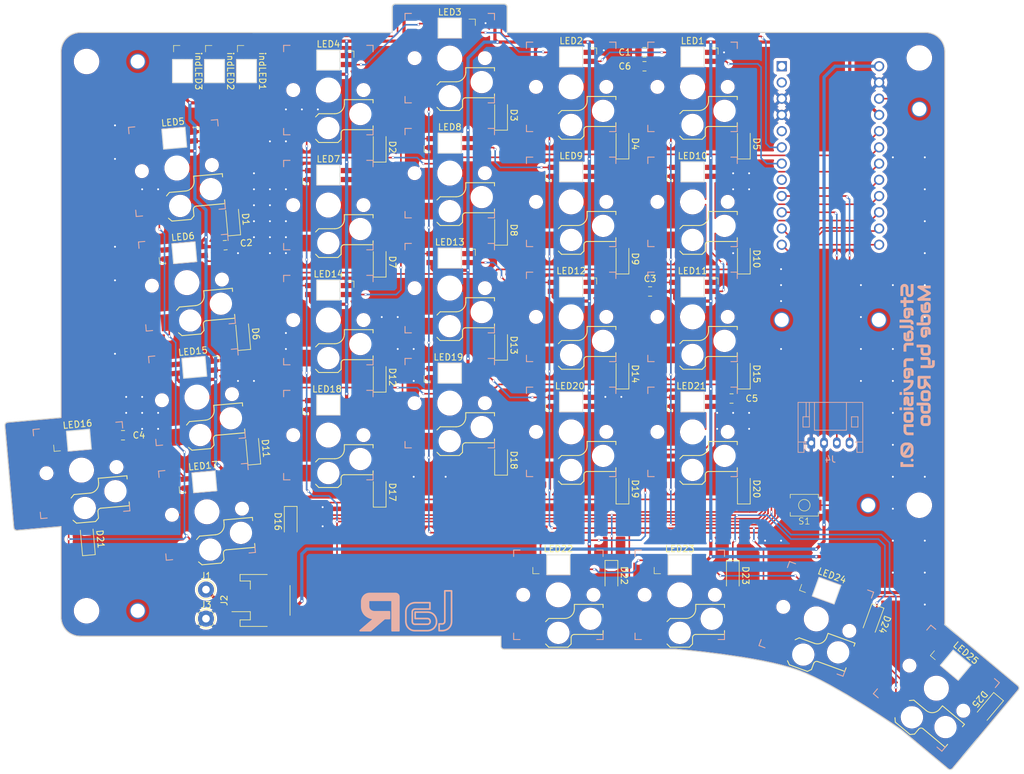
<source format=kicad_pcb>
(kicad_pcb (version 20240108) (generator "pcbnew") (generator_version "8.0")
  (layers (0 "F.Cu" signal) (31 "B.Cu" signal) (34 "B.Paste" user) (35 "F.Paste" user) (36 "B.SilkS" user "B.Silkscreen") (37 "F.SilkS" user "F.Silkscreen") (38 "B.Mask" user) (39 "F.Mask" user) (44 "Edge.Cuts" user))
  (net 0 "")
  (net 1 "+3V3")
  (net 2 "GND")
  (net 3 "Net-(D7-A)")
  (net 4 "Net-(D1-A)")
  (net 5 "Net-(D2-A)")
  (net 6 "Net-(D3-A)")
  (net 7 "Net-(D4-A)")
  (net 8 "Net-(D5-A)")
  (net 9 "Net-(D6-A)")
  (net 10 "Net-(D8-A)")
  (net 11 "Net-(D9-A)")
  (net 12 "Net-(D10-A)")
  (net 13 "Net-(D11-A)")
  (net 14 "Net-(D12-A)")
  (net 15 "Net-(D13-A)")
  (net 16 "Net-(D14-A)")
  (net 17 "Net-(D15-A)")
  (net 18 "Net-(D16-A)")
  (net 19 "Net-(D17-A)")
  (net 20 "Net-(D18-A)")
  (net 21 "Net-(D19-A)")
  (net 22 "Net-(D20-A)")
  (net 23 "Net-(D21-A)")
  (net 24 "Net-(D22-A)")
  (net 25 "Net-(D23-A)")
  (net 26 "Net-(D24-A)")
  (net 27 "Net-(D25-A)")
  (net 29 "/ledin_backlight")
  (net 33 "+BATT")
  (net 34 "Net-(U1-RESET)")
  (net 35 "Net-(LED1-DOUT)")
  (net 36 "Net-(LED2-DOUT)")
  (net 37 "Net-(LED3-DOUT)")
  (net 38 "Net-(LED4-DOUT)")
  (net 39 "/Backlight/ledout0")
  (net 40 "Net-(LED6-DOUT)")
  (net 41 "Net-(LED7-DOUT)")
  (net 42 "Net-(LED8-DOUT)")
  (net 43 "Net-(LED10-DIN)")
  (net 44 "/Backlight/ledout1")
  (net 45 "Net-(LED11-DOUT)")
  (net 46 "Net-(LED12-DOUT)")
  (net 47 "Net-(LED13-DOUT)")
  (net 48 "Net-(LED14-DOUT)")
  (net 49 "/Backlight/ledout2")
  (net 50 "Net-(LED16-DOUT)")
  (net 51 "Net-(LED17-DOUT)")
  (net 52 "Net-(LED18-DOUT)")
  (net 53 "Net-(LED19-DOUT)")
  (net 54 "/Backlight/ledout3")
  (net 55 "Net-(LED21-DOUT)")
  (net 56 "Net-(LED22-DOUT)")
  (net 57 "Net-(LED23-DOUT)")
  (net 58 "Net-(LED24-DOUT)")
  (net 60 "/ledin_indicators")
  (net 61 "Net-(indLED1-DOUT)")
  (net 62 "Net-(indLED2-DOUT)")
  (net 64 "/SCK")
  (net 66 "/SDA")
  (net 67 "/keyscan_row0")
  (net 68 "/keyscan_row1")
  (net 69 "/keyscan_row2")
  (net 70 "/keyscan_row3")
  (net 71 "/keyscan_row4")
  (net 72 "/keyscan_column0")
  (net 73 "/keyscan_column1")
  (net 74 "/keyscan_column2")
  (net 75 "/keyscan_column3")
  (net 76 "/keyscan_column4")
  (footprint "MountingHole:MountingHole_2.2mm_M2_DIN965_Pad_TopOnly" (layer "F.Cu") (at 190.0031 82.775693)
    (property "Reference" "H9" (hide yes))
    (property "Value" "MountingHole_2.22mm_M2")
  )
  (footprint "Diode_SMD:D_SOD-123" (layer "F.Cu") (at 146.078201 68.715578 90)
    (property "Reference" "D8")
    (property "Value" "1N4148W")
  )
  (footprint "MountingHole:MountingHole_3.5mm" (layer "F.Cu") (at 211.5418 41.7749)
    (property "Reference" "H6" (hide yes))
    (property "Value" "MountingHole_2.22mm_M2")
  )
  (footprint "Stellarlib:YS-SK6812MINI-E" (layer "F.Cu") (at 174.048634 121.09784)
    (property "Reference" "LED23")
    (property "Value" "YS-SK6812MINI-E" (hide yes))
    (fp_line (start -1.8 -1.55) (end -1.8 1.55) (stroke (width 0.1)) (layer "Edge.Cuts"))
    (fp_line (start -1.8 1.55) (end 1.8 1.55) (stroke (width 0.1)) (layer "Edge.Cuts"))
    (fp_line (start 1.8 -1.55) (end -1.8 -1.55) (stroke (width 0.1)) (layer "Edge.Cuts"))
    (fp_line (start 1.8 1.55) (end 1.8 -1.55) (stroke (width 0.1)) (layer "Edge.Cuts"))
  )
  (footprint "Stellarlib:YS-SK6812MINI-E" (layer "F.Cu") (at 79.996626 101.602887 5)
    (property "Reference" "LED16")
    (property "Value" "YS-SK6812MINI-E" (hide yes))
    (fp_line (start -1.8 -1.55) (end -1.8 1.55) (stroke (width 0.1)) (layer "Edge.Cuts"))
    (fp_line (start -1.8 1.55) (end 1.8 1.55) (stroke (width 0.1)) (layer "Edge.Cuts"))
    (fp_line (start 1.8 -1.55) (end -1.8 -1.55) (stroke (width 0.1)) (layer "Edge.Cuts"))
    (fp_line (start 1.8 1.55) (end 1.8 -1.55) (stroke (width 0.1)) (layer "Edge.Cuts"))
  )
  (footprint "Stellarlib:YS-SK6812MINI-E" (layer "F.Cu") (at 176.048634 95.59784)
    (property "Reference" "LED21")
    (property "Value" "YS-SK6812MINI-E" (hide yes))
    (fp_line (start -1.8 -1.55) (end -1.8 1.55) (stroke (width 0.1)) (layer "Edge.Cuts"))
    (fp_line (start -1.8 1.55) (end 1.8 1.55) (stroke (width 0.1)) (layer "Edge.Cuts"))
    (fp_line (start 1.8 -1.55) (end -1.8 -1.55) (stroke (width 0.1)) (layer "Edge.Cuts"))
    (fp_line (start 1.8 1.55) (end 1.8 -1.55) (stroke (width 0.1)) (layer "Edge.Cuts"))
  )
  (footprint "Stellarlib:YS-SK6812MINI-E" (layer "F.Cu") (at 119.048634 60.09784)
    (property "Reference" "LED7")
    (property "Value" "YS-SK6812MINI-E" (hide yes))
    (fp_line (start -1.8 -1.55) (end -1.8 1.55) (stroke (width 0.1)) (layer "Edge.Cuts"))
    (fp_line (start -1.8 1.55) (end 1.8 1.55) (stroke (width 0.1)) (layer "Edge.Cuts"))
    (fp_line (start 1.8 -1.55) (end -1.8 -1.55) (stroke (width 0.1)) (layer "Edge.Cuts"))
    (fp_line (start 1.8 1.55) (end 1.8 -1.55) (stroke (width 0.1)) (layer "Edge.Cuts"))
  )
  (footprint "Stellarlib:YS-SK6812MINI-E" (layer "F.Cu") (at 138.048634 73.09784 180)
    (property "Reference" "LED13")
    (property "Value" "YS-SK6812MINI-E" (hide yes))
    (fp_line (start 1.8 1.55) (end 1.8 -1.55) (stroke (width 0.1)) (layer "Edge.Cuts"))
    (fp_line (start 1.8 -1.55) (end -1.8 -1.55) (stroke (width 0.1)) (layer "Edge.Cuts"))
    (fp_line (start -1.8 1.55) (end 1.8 1.55) (stroke (width 0.1)) (layer "Edge.Cuts"))
    (fp_line (start -1.8 -1.55) (end -1.8 1.55) (stroke (width 0.1)) (layer "Edge.Cuts"))
  )
  (footprint "MountingHole:MountingHole_2.2mm_M2_DIN965_Pad_TopOnly" (layer "F.Cu") (at 89.2031 128.2936)
    (property "Reference" "H3" (hide yes))
    (property "Value" "MountingHole_2.22mm_M2")
  )
  (footprint "Stellarlib:YS-SK6812MINI-E" (layer "F.Cu") (at 138.048634 37.09784 180)
    (property "Reference" "LED3")
    (property "Value" "YS-SK6812MINI-E" (hide yes))
    (fp_line (start 1.8 1.55) (end 1.8 -1.55) (stroke (width 0.1)) (layer "Edge.Cuts"))
    (fp_line (start 1.8 -1.55) (end -1.8 -1.55) (stroke (width 0.1)) (layer "Edge.Cuts"))
    (fp_line (start -1.8 1.55) (end 1.8 1.55) (stroke (width 0.1)) (layer "Edge.Cuts"))
    (fp_line (start -1.8 -1.55) (end -1.8 1.55) (stroke (width 0.1)) (layer "Edge.Cuts"))
  )
  (footprint "Diode_SMD:D_SOD-123" (layer "F.Cu") (at 165.078201 109.215578 90)
    (property "Reference" "D19")
    (property "Value" "1N4148W")
  )
  (footprint "Stellarlib:YS-SK6812MINI-E" (layer "F.Cu") (at 157.048634 95.59784)
    (property "Reference" "LED20")
    (property "Value" "YS-SK6812MINI-E" (hide yes))
    (fp_line (start -1.8 -1.55) (end -1.8 1.55) (stroke (width 0.1)) (layer "Edge.Cuts"))
    (fp_line (start -1.8 1.55) (end 1.8 1.55) (stroke (width 0.1)) (layer "Edge.Cuts"))
    (fp_line (start 1.8 -1.55) (end -1.8 -1.55) (stroke (width 0.1)) (layer "Edge.Cuts"))
    (fp_line (start 1.8 1.55) (end 1.8 -1.55) (stroke (width 0.1)) (layer "Edge.Cuts"))
  )
  (footprint "Capacitor_SMD:C_0805_2012Metric" (layer "F.Cu") (at 169.4031 78.3236 180)
    (property "Reference" "C3")
    (property "Value" "100nF")
  )
  (footprint "Diode_SMD:D_SOD-123" (layer "F.Cu") (at 146.078201 50.715578 90)
    (property "Reference" "D3")
    (property "Value" "1N4148W")
  )
  (footprint "Stellarlib:YS-SK6812MINI-E" (layer "F.Cu") (at 96.501396 72.252715 5)
    (property "Reference" "LED6")
    (property "Value" "YS-SK6812MINI-E" (hide yes))
    (fp_line (start -1.8 -1.55) (end -1.8 1.55) (stroke (width 0.1)) (layer "Edge.Cuts"))
    (fp_line (start -1.8 1.55) (end 1.8 1.55) (stroke (width 0.1)) (layer "Edge.Cuts"))
    (fp_line (start 1.8 -1.55) (end -1.8 -1.55) (stroke (width 0.1)) (layer "Edge.Cuts"))
    (fp_line (start 1.8 1.55) (end 1.8 -1.55) (stroke (width 0.1)) (layer "Edge.Cuts"))
  )
  (footprint "Stellarlib:YS-SK6812MINI-E" (layer "F.Cu") (at 96.223123 43.823603 -90)
    (property "Reference" "indLED3")
    (property "Value" "YS-SK6812MINI-E" (hide yes))
    (fp_line (start -1.8 1.55) (end 1.8 1.55) (stroke (width 0.1)) (layer "Edge.Cuts"))
    (fp_line (start 1.8 1.55) (end 1.8 -1.55) (stroke (width 0.1)) (layer "Edge.Cuts"))
    (fp_line (start -1.8 -1.55) (end -1.8 1.55) (stroke (width 0.1)) (layer "Edge.Cuts"))
    (fp_line (start 1.8 -1.55) (end -1.8 -1.55) (stroke (width 0.1)) (layer "Edge.Cuts"))
  )
  (footprint "Stellarlib:ProMicro-NoSilk" (layer "F.Cu") (at 197.63 57.034193 -90)
    (property "Reference" "U1" (hide yes))
    (property "Value" "Pro Micro NRF52840")
  )
  (footprint "Diode_SMD:D_SOD-123" (layer "F.Cu") (at 163.352085 122.775631 -90)
    (property "Reference" "D22")
    (property "Value" "1N4148W")
  )
  (footprint "TestPoint:TestPoint_THTPad_D2.5mm_Drill1.2mm" (layer "F.Cu") (at 99.892802 129.527605)
    (property "Reference" "J3")
    (property "Value" "Battery-")
  )
  (footprint "Stellarlib:YS-SK6812MINI-E" (layer "F.Cu") (at 119.048634 96.09784)
    (property "Reference" "LED18")
    (property "Value" "YS-SK6812MINI-E" (hide yes))
    (fp_line (start -1.8 -1.55) (end -1.8 1.55) (stroke (width 0.1)) (layer "Edge.Cuts"))
    (fp_line (start -1.8 1.55) (end 1.8 1.55) (stroke (width 0.1)) (layer "Edge.Cuts"))
    (fp_line (start 1.8 -1.55) (end -1.8 -1.55) (stroke (width 0.1)) (layer "Edge.Cuts"))
    (fp_line (start 1.8 1.55) (end 1.8 -1.55) (stroke (width 0.1)) (layer "Edge.Cuts"))
  )
  (footprint "Diode_SMD:D_SOD-123" (layer "F.Cu") (at 107.256075 103.050315 95)
    (property "Reference" "D11")
    (property "Value" "1N4148W")
  )
  (footprint "Diode_SMD:D_SOD-123" (layer "F.Cu") (at 127.078201 55.715578 90)
    (property "Reference" "D2")
    (property "Value" "1N4148W")
  )
  (footprint "Stellarlib:YS-SK6812MINI-E" (layer "F.Cu") (at 94.932593 54.32121 -175)
    (property "Reference" "LED5")
    (property "Value" "YS-SK6812MINI-E" (hide yes))
    (fp_line (start 1.8 1.55) (end 1.8 -1.55) (stroke (width 0.1)) (layer "Edge.Cuts"))
    (fp_line (start 1.8 -1.55) (end -1.8 -1.55) (stroke (width 0.1)) (layer "Edge.Cuts"))
    (fp_line (start -1.8 1.55) (end 1.8 1.55) (stroke (width 0.1)) (layer "Edge.Cuts"))
    (fp_line (start -1.8 -1.55) (end -1.8 1.55) (stroke (width 0.1)) (layer "Edge.Cuts"))
  )
  (footprint "Stellarlib:YS-SK6812MINI-E" (layer "F.Cu") (at 138.048634 91.09784)
    (property "Reference" "LED19")
    (property "Value" "YS-SK6812MINI-E" (hide yes))
    (fp_line (start -1.8 -1.55) (end -1.8 1.55) (stroke (width 0.1)) (layer "Edge.Cuts"))
    (fp_line (start -1.8 1.55) (end 1.8 1.55) (stroke (width 0.1)) (layer "Edge.Cuts"))
    (fp_line (start 1.8 -1.55) (end -1.8 -1.55) (stroke (width 0.1)) (layer "Edge.Cuts"))
    (fp_line (start 1.8 1.55) (end 1.8 -1.55) (stroke (width 0.1)) (layer "Edge.Cuts"))
  )
  (footprint "Diode_SMD:D_SOD-123" (layer "F.Cu") (at 113.1531 114.3236 -90)
    (property "Reference" "D16")
    (property "Value" "1N4148W")
  )
  (footprint "Diode_SMD:D_SOD-123" (layer "F.Cu") (at 127.078201 91.715578 90)
    (property "Reference" "D12")
    (property "Value" "1N4148W")
  )
  (footprint "MountingHole:MountingHole_2.2mm_M2_DIN965_Pad_TopOnly" (layer "F.Cu") (at 205.2031 82.775693)
    (property "Reference" "H10" (hide yes))
    (property "Value" "MountingHole_2.22mm_M2")
  )
  (footprint "Stellarlib:YS-SK6812MINI-E" (layer "F.Cu") (at 176.048634 59.59784)
    (property "Reference" "LED10")
    (property "Value" "YS-SK6812MINI-E" (hide yes))
    (fp_line (start -1.8 -1.55) (end -1.8 1.55) (stroke (width 0.1)) (layer "Edge.Cuts"))
    (fp_line (start -1.8 1.55) (end 1.8 1.55) (stroke (width 0.1)) (layer "Edge.Cuts"))
    (fp_line (start 1.8 -1.55) (end -1.8 -1.55) (stroke (width 0.1)) (layer "Edge.Cuts"))
    (fp_line (start 1.8 1.55) (end 1.8 -1.55) (stroke (width 0.1)) (layer "Edge.Cuts"))
  )
  (footprint "MountingHole:MountingHole_3.5mm" (layer "F.Cu") (at 211.5418 111.7749)
    (property "Reference" "H8" (hide yes))
    (property "Value" "MountingHole_2.22mm_M2")
  )
  (footprint "Stellarlib:YS-SK6812MINI-E" (layer "F.Cu") (at 197.026457 125.14945 -20)
    (property "Reference" "LED24")
    (property "Value" "YS-SK6812MINI-E" (hide yes))
    (fp_line (start -1.8 1.550001) (end 1.800001 1.55) (stroke (width 0.1)) (layer "Edge.Cuts"))
    (fp_line (start -1.800001 -1.55) (end -1.8 1.550001) (stroke (width 0.1)) (layer "Edge.Cuts"))
    (fp_line (start 1.800001 1.55) (end 1.8 -1.550001) (stroke (width 0.1)) (layer "Edge.Cuts"))
    (fp_line (start 1.8 -1.550001) (end -1.800001 -1.55) (stroke (width 0.1)) (layer "Edge.Cuts"))
  )
  (footprint "Stellarlib:YS-SK6812MINI-E" (layer "F.Cu") (at 119.048634 42.09784 180)
    (property "Reference" "LED4")
    (property "Value" "YS-SK6812MINI-E" (hide yes))
    (fp_line (start 1.8 1.55) (end 1.8 -1.55) (stroke (width 0.1)) (layer "Edge.Cuts"))
    (fp_line (start 1.8 -1.55) (end -1.8 -1.55) (stroke (width 0.1)) (layer "Edge.Cuts"))
    (fp_line (start -1.8 1.55) (end 1.8 1.55) (stroke (width 0.1)) (layer "Edge.Cuts"))
    (fp_line (start -1.8 -1.55) (end -1.8 1.55) (stroke (width 0.1)) (layer "Edge.Cuts"))
  )
  (footprint "Stellarlib:YS-SK6812MINI-E" (layer "F.Cu") (at 176.048634 77.59784 180)
    (property "Reference" "LED11")
    (property "Value" "YS-SK6812MINI-E" (hide yes))
    (fp_line (start 1.8 1.55) (end 1.8 -1.55) (stroke (width 0.1)) (layer "Edge.Cuts"))
    (fp_line (start 1.8 -1.55) (end -1.8 -1.55) (stroke (width 0.1)) (layer "Edge.Cuts"))
    (fp_line (start -1.8 1.55) (end 1.8 1.55) (stroke (width 0.1)) (layer "Edge.Cuts"))
    (fp_line (start -1.8 -1.55) (end -1.8 1.55) (stroke (width 0.1)) (layer "Edge.Cuts"))
  )
  (footprint "Stellarlib:JST_PH_S2B-PH-SM4-TB_1x02-1MP_P2.00mm_Horizontal" (layer "F.Cu") (at 108.542802 126.677605 90)
    (property "Reference" "J2")
    (property "Value" "Battery")
  )
  (footprint "Diode_SMD:D_SOD-123" (layer "F.Cu") (at 184.078201 91.215578 90)
    (property "Reference" "D15")
    (property "Value" "1N4148W")
  )
  (footprint "Diode_SMD:D_SOD-123" (layer "F.Cu") (at 105.687272 85.11881 95)
    (property "Reference" "D6")
    (property "Value" "1N4148W")
  )
  (footprint "Capacitor_SMD:C_0805_2012Metric" (layer "F.Cu") (at 102.9031 71.0736 5)
    (property "Reference" "C2")
    (property "Value" "100nF")
  )
  (footprint "Diode_SMD:D_SOD-123" (layer "F.Cu") (at 104.118469 67.187305 95)
    (property "Reference" "D1")
    (property "Value" "1N4148W")
  )
  (footprint "MountingHole:MountingHole_2.2mm_M2_DIN965_Pad_TopOnly" (layer "F.Cu") (at 203.5418 111.7749)
    (property "Reference" "H4" (hide yes))
    (property "Value" "MountingHole_2.22mm_M2")
  )
  (footprint "Stellarlib:YS-SK6812MINI-E" (layer "F.Cu") (at 98.070199 90.18422 -175)
    (property "Reference" "LED15")
    (property "Value" "YS-SK6812MINI-E" (hide yes))
    (fp_line (start 1.8 1.55) (end 1.8 -1.55) (stroke (width 0.1)) (layer "Edge.Cuts"))
    (fp_line (start 1.8 -1.55) (end -1.8 -1.55) (stroke (width 0.1)) (layer "Edge.Cuts"))
    (fp_line (start -1.8 1.55) (end 1.8 1.55) (stroke (width 0.1)) (layer "Edge.Cuts"))
    (fp_line (start -1.8 -1.55) (end -1.8 1.55) (stroke (width 0.1)) (layer "Edge.Cuts"))
  )
  (footprint "Stellarlib:YS-SK6812MINI-E" (layer "F.Cu") (at 157.048634 41.59784 180)
    (property "Reference" "LED2")
    (property "Value" "YS-SK6812MINI-E" (hide yes))
    (fp_line (start 1.8 1.55) (end 1.8 -1.55) (stroke (width 0.1)) (layer "Edge.Cuts"))
    (fp_line (start 1.8 -1.55) (end -1.8 -1.55) (stroke (width 0.1)) (layer "Edge.Cuts"))
    (fp_line (start -1.8 1.55) (end 1.8 1.55) (stroke (width 0.1)) (layer "Edge.Cuts"))
    (fp_line (start -1.8 -1.55) (end -1.8 1.55) (stroke (width 0.1)) (layer "Edge.Cuts"))
  )
  (footprint "TestPoint:TestPoint_THTPad_D2.5mm_Drill1.2mm" (layer "F.Cu") (at 99.892802 124.977605)
    (property "Reference" "J1")
    (property "Value" "Battery+")
  )
  (footprint "Diode_SMD:D_SOD-123" (layer "F.Cu") (at 146.078201 104.715578 90)
    (property "Reference" "D18")
    (property "Value" "1N4148W")
  )
  (footprint "Capacitor_SMD:C_0805_2012Metric" (layer "F.Cu") (at 168.522802 43.0736 180)
    (property "Reference" "C6")
    (property "Value" "4.7μF")
  )
  (footprint "Diode_SMD:D_SOD-123" (layer "F.Cu") (at 165.078201 91.215578 90)
    (property "Reference" "D14")
    (property "Value" "1N4148W")
  )
  (footprint "Stellarlib:YS-SK6812MINI-E" (layer "F.Cu") (at 155.048634 121.09784)
    (property "Reference" "LED22")
    (property "Value" "YS-SK6812MINI-E" (hide yes))
    (fp_line (start -1.8 -1.55) (end -1.8 1.55) (stroke (width 0.1)) (layer "Edge.Cuts"))
    (fp_line (start -1.8 1.55) (end 1.8 1.55) (stroke (width 0.1)) (layer "Edge.Cuts"))
    (fp_line (start 1.8 -1.55) (end -1.8 -1.55) (stroke (width 0.1)) (layer "Edge.Cuts"))
    (fp_line (start 1.8 1.55) (end 1.8 -1.55) (stroke (width 0.1)) (layer "Edge.Cuts"))
  )
  (footprint "Diode_SMD:D_SOD-123" (layer "F.Cu") (at 184.078201 109.215578 90)
    (property "Reference" "D20")
    (property "Value" "1N4148W")
  )
  (footprint "Diode_SMD:D_SOD-123" (layer "F.Cu") (at 127.078201 109.715578 90)
    (property "Reference" "D17")
    (property "Value" "1N4148W")
  )
  (footprint "Stellarlib:microswitch_3x4x2mm" (layer "F.Cu") (at 193.5418 111.7749)
    (property "Reference" "S1")
    (property "Value" "SW_Push")
  )
  (footprint "Stellarlib:YS-SK6812MINI-E" (layer "F.Cu") (at 176.048634 41.59784 180)
    (property "Reference" "LED1")
    (property "Value" "YS-SK6812MINI-E" (hide yes))
    (fp_line (start 1.8 1.55) (end 1.8 -1.55) (stroke (width 0.1)) (layer "Edge.Cuts"))
    (fp_line (start 1.8 -1.55) (end -1.8 -1.55) (stroke (width 0.1)) (layer "Edge.Cuts"))
    (fp_line (start -1.8 1.55) (end 1.8 1.55) (stroke (width 0.1)) (layer "Edge.Cuts"))
    (fp_line (start -1.8 -1.55) (end -1.8 1.55) (stroke (width 0.1)) (layer "Edge.Cuts"))
  )
  (footprint "Stellarlib:YS-SK6812MINI-E" (layer "F.Cu") (at 217.232815 136.815596 -40)
    (property "Reference" "LED25")
    (property "Value" "YS-SK6812MINI-E" (hide yes))
    (fp_line (start -1.8 1.55) (end 1.8 1.55) (stroke (width 0.1)) (layer "Edge.Cuts"))
    (fp_line (start -1.8 -1.55) (end -1.8 1.55) (stroke (width 0.1)) (layer "Edge.Cuts"))
    (fp_line (start 1.8 1.55) (end 1.8 -1.55) (stroke (width 0.1)) (layer "Edge.Cuts"))
    (fp_line (start 1.8 -1.55) (end -1.8 -1.55) (stroke (width 0.1)) (layer "Edge.Cuts"))
  )
  (footprint "Stellarlib:YS-SK6812MINI-E" (layer "F.Cu") (at 101.223123 43.823603 -90)
    (property "Reference" "indLED2")
    (property "Value" "YS-SK6812MINI-E" (hide yes))
    (fp_line (start -1.8 1.55) (end 1.8 1.55) (stroke (width 0.1)) (layer "Edge.Cuts"))
    (fp_line (start 1.8 1.55) (end 1.8 -1.55) (stroke (width 0.1)) (layer "Edge.Cuts"))
    (fp_line (start -1.8 -1.55) (end -1.8 1.55) (stroke (width 0.1)) (layer "Edge.Cuts"))
    (fp_line (start 1.8 -1.55) (end -1.8 -1.55) (stroke (width 0.1)) (layer "Edge.Cuts"))
  )
  (footprint "Diode_SMD:D_SOD-123" (layer "F.Cu") (at 204.2531 129.7636 -110)
    (property "Reference" "D24")
    (property "Value" "1N4148W")
  )
  (footprint "Capacitor_SMD:C_0805_2012Metric" (layer "F.Cu") (at 168.522802 40.8736 180)
    (property "Reference" "C1")
    (property "Value" "100nF")
  )
  (footprint "Stellarlib:YS-SK6812MINI-E" (layer "F.Cu") (at 157.048634 59.59784)
    (property "Reference" "LED9")
    (property "Value" "YS-SK6812MINI-E" (hide yes))
    (fp_line (start -1.8 -1.55) (end -1.8 1.55) (stroke (width 0.1)) (layer "Edge.Cuts"))
    (fp_line (start -1.8 1.55) (end 1.8 1.55) (stroke (width 0.1)) (layer "Edge.Cuts"))
    (fp_line (start 1.8 -1.55) (end -1.8 -1.55) (stroke (width 0.1)) (layer "Edge.Cuts"))
    (fp_line (start 1.8 1.55) (end 1.8 -1.55) (stroke (width 0.1)) (layer "Edge.Cuts"))
  )
  (footprint "Diode_SMD:D_SOD-123" (layer "F.Cu") (at 222.4331 143.5436 -130)
    (property "Reference" "D25")
    (property "Value" "1N4148W")
  )
  (footprint "Diode_SMD:D_SOD-123" (layer "F.Cu") (at 146.078201 86.715578 90)
    (property "Reference" "D13")
    (property "Value" "1N4148W")
  )
  (footprint "Diode_SMD:D_SOD-123" (layer "F.Cu") (at 165.078201 55.215578 90)
    (property "Reference" "D4")
    (property "Value" "1N4148W")
  )
  (footprint "Diode_SMD:D_SOD-123" (layer "F.Cu") (at 127.078201 73.715578 90)
    (property "Reference" "D7")
    (property "Value" "1N4148W")
  )
  (footprint "Stellarlib:YS-SK6812MINI-E" (layer "F.Cu") (at 157.048634 77.59784 180)
    (property "Reference" "LED12")
    (property "Value" "YS-SK6812MINI-E" (hide yes))
    (fp_line (start 1.8 1.55) (end 1.8 -1.55) (stroke (width 0.1)) (layer "Edge.Cuts"))
    (fp_line (start 1.8 -1.55) (end -1.8 -1.55) (stroke (width 0.1)) (layer "Edge.Cuts"))
    (fp_line (start -1.8 1.55) (end 1.8 1.55) (stroke (width 0.1)) (layer "Edge.Cuts"))
    (fp_line (start -1.8 -1.55) (end -1.8 1.55) (stroke (width 0.1)) (layer "Edge.Cuts"))
  )
  (footprint "Diode_SMD:D_SOD-123" (layer "F.Cu") (at 165.078201 73.215578 90)
    (property "Reference" "D9")
    (property "Value" "1N4148W")
  )
  (footprint "MountingHole:MountingHole_2.2mm_M2_DIN965_Pad_TopOnly" (layer "F.Cu") (at 211.5418 49.7749)
    (property "Reference" "H2" (hide yes))
    (property "Value" "MountingHole_2.22mm_M2")
  )
  (footprint "Capacitor_SMD:C_0805_2012Metric" (layer "F.Cu") (at 86.9031 100.8236)
    (property "Reference" "C4")
    (property "Value" "100nF")
  )
  (footprint "Stellarlib:YS-SK6812MINI-E" (layer "F.Cu") (at 119.048634 78.09784 180)
    (property "Reference" "LED14")
    (property "Value" "YS-SK6812MINI-E" (hide yes))
    (fp_line (start 1.8 1.55) (end 1.8 -1.55) (stroke (width 0.1)) (layer "Edge.Cuts"))
    (fp_line (start 1.8 -1.55) (end -1.8 -1.55) (stroke (width 0.1)) (layer "Edge.Cuts"))
    (fp_line (start -1.8 1.55) (end 1.8 1.55) (stroke (width 0.1)) (layer "Edge.Cuts"))
    (fp_line (start -1.8 -1.55) (end -1.8 1.55) (stroke (width 0.1)) (layer "Edge.Cuts"))
  )
  (footprint "Stellarlib:YS-SK6812MINI-E" (layer "F.Cu") (at 106.223123 43.823603 -90)
    (property "Reference" "indLED1")
    (property "Value" "YS-SK6812MINI-E" (hide yes))
    (fp_line (start -1.8 1.55) (end 1.8 1.55) (stroke (width 0.1)) (layer "Edge.Cuts"))
    (fp_line (start 1.8 1.55) (end 1.8 -1.55) (stroke (width 0.1)) (layer "Edge.Cuts"))
    (fp_line (start -1.8 -1.55) (end -1.8 1.55) (stroke (width 0.1)) (layer "Edge.Cuts"))
    (fp_line (start 1.8 -1.55) (end -1.8 -1.55) (stroke (width 0.1)) (layer "Edge.Cuts"))
  )
  (footprint "Diode_SMD:D_SOD-123" (layer "F.Cu") (at 184.078201 73.215578 90)
    (property "Reference" "D10")
    (property "Value" "1N4148W")
  )
  (footprint "Stellarlib:YS-SK6812MINI-E" (layer "F.Cu") (at 99.639002 108.115725 5)
    (property "Reference" "LED17")
    (property "Value" "YS-SK6812MINI-E" (hide yes))
    (fp_line (start -1.8 -1.55) (end -1.8 1.55) (stroke (width 0.1)) (layer "Edge.Cuts"))
    (fp_line (start -1.8 1.55) (end 1.8 1.55) (stroke (width 0.1)) (layer "Edge.Cuts"))
    (fp_line (start 1.8 -1.55) (end -1.8 -1.55) (stroke (width 0.1)) (layer "Edge.Cuts"))
    (fp_line (start 1.8 1.55) (end 1.8 -1.55) (stroke (width 0.1)) (layer "Edge.Cuts"))
  )
  (footprint "MountingHole:MountingHole_2.2mm_M2_DIN965_Pad_TopOnly" (layer "F.Cu") (at 89.2031 42.3236)
    (property "Reference" "H1" (hide yes))
    (property "Value" "MountingHole_2.22mm_M2")
  )
  (footprint "Diode_SMD:D_SOD-123" (layer "F.Cu") (at 182.352085 122.775631 -90)
    (property "Reference" "D23")
    (property "Value" "1N4148W")
  )
  (footprint "Diode_SMD:D_SOD-123" (layer "F.Cu") (at 184.078201 55.215578 90)
    (property "Reference" "D5")
    (property "Value" "1N4148W")
  )
  (footprint "Diode_SMD:D_SOD-123" (layer "F.Cu") (at 81.364971 117.243144 95)
    (property "Reference" "D21")
    (property "Value" "1N4148W")
  )
  (footprint "Capacitor_SMD:C_0805_2012Metric" (layer "F.Cu") (at 182.1531 95.0736)
    (property "Reference" "C5")
    (property "Value" "100nF")
  )
  (footprint "Stellarlib:YS-SK6812MINI-E" (layer "F.Cu") (at 138.048634 55.09784)
    (property "Reference" "LED8")
    (property "Value" "YS-SK6812MINI-E" (hide yes))
    (fp_line (start -1.8 -1.55) (end -1.8 1.55) (stroke (width 0.1)) (layer "Edge.Cuts"))
    (fp_line (start -1.8 1.55) (end 1.8 1.55) (stroke (width 0.1)) (layer "Edge.Cuts"))
    (fp_line (start 1.8 -1.55) (end -1.8 -1.55) (stroke (width 0.1)) (layer "Edge.Cuts"))
    (fp_line (start 1.8 1.55) (end 1.8 -1.55) (stroke (width 0.1)) (layer "Edge.Cuts"))
  )
  (footprint "Stellarlib:Kailh_socket_PG1350" (layer "B.Cu") (at 157.048634 64.29784)
    (property "Reference" "SW9")
    (property "Value" "SW_Push_45deg")
  )
  (footprint "MountingHole:MountingHole_3.5mm" (layer "B.Cu") (at 81.2031 42.3236 180)
    (property "Reference" "H5" (hide yes))
    (property "Value" "MountingHole_2.22mm_M2")
  )
  (footprint "Stellarlib:Kailh_socket_PG1350" (layer "B.Cu") (at 119.048634 100.79784)
    (property "Reference" "SW17")
    (property "Value" "SW_Push_45deg")
  )
  (footprint "Stellarlib:Kailh_socket_PG1350" (layer "B.Cu") (at 119.048634 82.79784)
    (property "Reference" "SW12")
    (property "Value" "SW_Push_45deg")
  )
  (footprint "Stellarlib:Kailh_socket_PG1350" (layer "B.Cu") (at 157.048634 100.29784)
    (property "Reference" "SW19")
    (property "Value" "SW_Push_45deg")
  )
  (footprint "Connector_JST:JST_PH_S4B-PH-K_1x04_P2.00mm_Horizontal" (layer "B.Cu") (at 194.63 102.034193)
    (property "Reference" "J4")
    (property "Value" "OLED")
  )
  (footprint "Stellarlib:Kailh_socket_PG1350" (layer "B.Cu") (at 176.048634 82.29784)
    (property "Reference" "SW15")
    (property "Value" "SW_Push_45deg")
  )
  (footprint "Stellarlib:Kailh_socket_PG1350" (layer "B.Cu") (at 80.406258 106.285002 5)
    (property "Reference" "SW21")
    (property "Value" "SW_Push_45deg")
  )
  (footprint "MountingHole:MountingHole_3.5mm" (layer "B.Cu") (at 81.2031 128.2936 180)
    (property "Reference" "H7" (hide yes))
    (property "Value" "MountingHole_2.22mm_M2")
  )
  (footprint "Stellarlib:Kailh_socket_PG1350" (layer "B.Cu") (at 176.048634 100.29784)
    (property "Reference" "SW20")
    (property "Value" "SW_Push_45deg")
  )
  (footprint "Stellarlib:Kailh_socket_PG1350" (layer "B.Cu") (at 119.048634 46.79784)
    (property "Reference" "SW2")
    (property "Value" "SW_Push_45deg")
  )
  (footprint "Stellarlib:Kailh_socket_PG1350" (layer "B.Cu") (at 176.048634 46.29784)
    (property "Reference" "SW5")
    (property "Value" "SW_Push_45deg")
  )
  (footprint "Stellarlib:Kailh_socket_PG1350" (layer "B.Cu") (at 95.342225 59.003325 5)
    (property "Reference" "SW1")
    (property "Value" "SW_Push_45deg")
  )
  (footprint "Stellarlib:Kailh_socket_PG1350" (layer "B.Cu") (at 138.048634 41.79784)
    (property "Reference" "SW3")
    (property "Value" "SW_Push_45deg")
  )
  (footprint "Stellarlib:Kailh_socket_PG1350" (layer "B.Cu") (at 214.211713 140.416005 -40)
    (property "Reference" "SW25")
    (property "Value" "SW_Push_45deg")
  )
  (footprint "Stellarlib:Kailh_socket_PG1350" (layer "B.Cu") (at 119.048634 64.79784)
    (property "Reference" "SW7")
    (property "Value" "SW_Push_45deg")
  )
  (footprint "Stellarlib:Kailh_socket_PG1350" (layer "B.Cu") (at 157.048634 46.29784)
    (property "Reference" "SW4")
    (property "Value" "SW_Push_45deg")
  )
  (footprint "Stellarlib:Kailh_socket_PG1350" (layer "B.Cu") (at 155.048634 125.79784)
    (property "Reference" "SW22")
    (property "Value" "SW_Push_45deg")
  )
  (footprint "Stellarlib:Kailh_socket_PG1350" (layer "B.Cu") (at 174.048634 125.79784)
    (property "Reference" "SW23")
    (property "Value" "SW_Push_45deg")
  )
  (footprint "Stellarlib:Kailh_socket_PG1350" (layer "B.Cu") (at 96.911028 76.93483 5)
    (property "Reference" "SW6")
    (property "Value" "SW_Push_45deg")
  )
  (footprint "Stellarlib:Kailh_socket_PG1350" (layer "B.Cu") (at 195.418962 129.566005 -20)
    (property "Reference" "SW24")
    (property "Value" "SW_Push_45deg")
  )
  (footprint "Stellarlib:Kailh_socket_PG1350" (layer "B.Cu") (at 138.048634 77.79784)
    (property "Reference" "SW13")
    (property "Value" "SW_Push_45deg")
  )
  (footprint "Stellarlib:Kailh_socket_PG1350" (layer "B.Cu") (at 98.479831 94.866335 5)
    (property "Reference" "SW11")
    (property "Value" "SW_Push_45deg")
  )
  (footprint "Stellarlib:Kailh_socket_PG1350" (layer "B.Cu") (at 157.048634 82.29784)
    (property "Reference" "SW14")
    (property "Value" "SW_Push_45deg")
  )
  (footprint "Stellarlib:Kailh_socket_PG1350" (layer "B.Cu") (at 100.048634 112.79784 5)
    (property "Reference" "SW16")
    (property "Value" "SW_Push_45deg")
  )
  (footprint "Stellarlib:Kailh_socket_PG1350" (layer "B.Cu") (at 176.048634 64.29784)
    (property "Reference" "SW10")
    (property "Value" "SW_Push_45deg")
  )
  (footprint "Stellarlib:Kailh_socket_PG1350" (layer "B.Cu") (at 138.048634 95.79784)
    (property "Reference" "SW18")
    (property "Value" "SW_Push_45deg")
  )
  (footprint "Stellarlib:Kailh_socket_PG1350" (layer "B.Cu") (at 138.048634 59.79784)
    (property "Reference" "SW8")
    (property "Value" "SW_Push_45deg")
  )
  (gr_poly (pts (xy 209.159263 93.962665) (xy 209.206175 93.946549) (xy 209.252915 93.929786) (xy 209.299483 93.912377) (xy 209.345878 93.894322) (xy 209.392101 93.875621) (xy 209.438153 93.856273) (xy 209.484031 93.83628) (xy 209.529566 93.815579) (xy 209.574585 93.794102) (xy 209.619087 93.771851) (xy 209.663073 93.748824) (xy 209.706542 93.725024) (xy 209.749495 93.700448) (xy 209.79193 93.675099) (xy 209.833849 93.648975) (xy 209.8748 93.622398) (xy 209.91502 93.595004) (xy 209.954508 93.566793) (xy 209.993265 93.537763) (xy 210.03129 93.507916) (xy 210.068583 93.477251) (xy 210.105145 93.445768) (xy 210.140974 93.413467) (xy 210.175512 93.38065) (xy 210.192346 93.363903) (xy 210.208889 93.34693) (xy 210.225141 93.32973) (xy 210.241103 93.312305) (xy 210.256774 93.294654) (xy 210.272155 93.276777) (xy 210.287245 93.258674) (xy 210.302045 93.240345) (xy 210.316554 93.22179) (xy 210.330773 93.203009) (xy 210.344701 93.184002) (xy 210.358339 93.164769) (xy 210.371687 93.14531) (xy 210.384744 93.125625) (xy 210.409556 93.085921) (xy 210.433034 93.045313) (xy 210.455177 93.003802) (xy 210.475987 92.961387) (xy 210.495462 92.918069) (xy 210.513603 92.873847) (xy 210.53041 92.828721) (xy 210.545883 92.782691) (xy 210.559439 92.73606) (xy 210.571188 92.688438) (xy 210.581129 92.639827) (xy 210.589262 92.590225) (xy 210.595588 92.539632) (xy 210.600107 92.488049) (xy 210.602818 92.435477) (xy 210.603721 92.381913) (xy 210.603668 92.377281) (xy 210.603506 92.372681) (xy 210.603237 92.368113) (xy 210.602861 92.363578) (xy 210.602377 92.359075) (xy 210.601785 92.354604) (xy 210.601086 92.350166) (xy 210.60028 92.34576) (xy 210.599365 92.341387) (xy 210.598343 92.337045) (xy 210.597214 92.332736) (xy 210.595977 92.32846) (xy 210.594633 92.324215) (xy 210.593181 92.320003) (xy 210.591621 92.315823) (xy 210.589954 92.311675) (xy 210.588195 92.307576) (xy 210.586362 92.303541) (xy 210.584452 92.299571) (xy 210.582467 92.295666) (xy 210.580407 92.291825) (xy 210.578272 92.288049) (xy 210.576061 92.284337) (xy 210.573774 92.28069) (xy 210.571412 92.277107) (xy 210.568975 92.273589) (xy 210.566462 92.270136) (xy 210.563874 92.266747) (xy 210.56121 92.263423) (xy 210.558471 92.260163) (xy 210.555657 92.256968) (xy 210.552767 92.253837) (xy 210.54964 92.25078) (xy 210.54646 92.24781) (xy 210.543226 92.244926) (xy 210.539939 92.242128) (xy 210.536598 92.239417) (xy 210.533203 92.236791) (xy 210.529755 92.234252) (xy 210.526253 92.231798) (xy 210.522697 92.229431) (xy 210.519087 92.22715) (xy 210.515424 92.224955) (xy 210.511707 92.222846) (xy 210.507936 92.220823) (xy 210.504112 92.218886) (xy 210.500233 92.217035) (xy 210.496301 92.21527) (xy 210.492153 92.213603) (xy 210.487971 92.212044) (xy 210.483758 92.210592) (xy 210.479513 92.209247) (xy 210.475235 92.20801) (xy 210.470926 92.206881) (xy 210.466584 92.205859) (xy 210.46221 92.204945) (xy 210.457804 92.204138) (xy 210.453366 92.203439) (xy 210.448896 92.202847) (xy 210.444393 92.202363) (xy 210.439859 92.201987) (xy 210.435292 92.201718) (xy 210.430694 92.201557) (xy 210.426063 92.201503) (xy 209.112184 92.201503) (xy 209.112184 92.559583) (xy 210.231874 92.559583) (xy 210.231654 92.575895) (xy 210.230992 92.592121) (xy 210.229889 92.608261) (xy 210.228345 92.624314) (xy 210.22636 92.640282) (xy 210.223934 92.656163) (xy 210.221067 92.671958) (xy 210.217759 92.687667) (xy 210.214009 92.70329) (xy 210.209818 92.718827) (xy 210.205186 92.734278) (xy 210.200113 92.749642) (xy 210.194599 92.76492) (xy 210.188644 92.780112) (xy 210.182247 92.795218) (xy 210.175409 92.810237) (xy 210.160733 92.840322) (xy 210.144938 92.869976) (xy 210.128024 92.8992) (xy 210.109992 92.927993) (xy 210.09084 92.956355) (xy 210.07057 92.984286) (xy 210.04918 93.011786) (xy 210.02667 93.038856) (xy 210.00287 93.065454) (xy 209.978295 93.091535) (xy 209.952945 93.1171) (xy 209.92682 93.142149) (xy 209.899921 93.16668) (xy 209.872247 93.190696) (xy 209.843799 93.214194) (xy 209.814577 93.237176) (xy 209.784881 93.259922) (xy 209.755013 93.282023) (xy 209.724972 93.303477) (xy 209.694759 93.324286) (xy 209.664373 93.34445) (xy 209.633816 93.363968) (xy 209.603086 93.38284) (xy 209.572185 93.401067) (xy 209.540939 93.418627) (xy 209.509865 93.435498) (xy 209.478963 93.451681) (xy 209.448233 93.467175) (xy 209.417675 93.48198) (xy 209.38729 93.496097) (xy 209.357077 93.509525) (xy 209.327036 93.522266) (xy 209.297468 93.534596) (xy 209.268675 93.546109) (xy 209.240657 93.556803) (xy 209.213413 93.56668) (xy 209.186944 93.57574) (xy 209.161249 93.583982) (xy 209.13633 93.591406) (xy 209.112184 93.598014) (xy 209.112179 93.978135)) (stroke (width 0.088836) (color 30 111 19 1)) (fill solid) (layer "B.SilkS"))
  (gr_poly (pts (xy 210.242943 104.725073) (xy 210.24312 104.729497) (xy 210.243416 104.73389) (xy 210.243831 104.738251) (xy 210.244363 104.74258) (xy 210.245015 104.746878) (xy 210.245784 104.751144) (xy 210.246672 104.755378) (xy 210.247678 104.759581) (xy 210.248803 104.763752) (xy 210.250046 104.767892) (xy 210.251407 104.772) (xy 210.252887 104.776076) (xy 210.254485 104.78012) (xy 210.256201 104.784133) (xy 210.258035 104.788114) (xy 210.259799 104.79221) (xy 210.26165 104.796231) (xy 210.263586 104.800176) (xy 210.265609 104.804046) (xy 210.267718 104.80784) (xy 210.269913 104.811558) (xy 210.272194 104.815201) (xy 210.274561 104.818769) (xy 210.277015 104.822261) (xy 210.279555 104.825677) (xy 210.282181 104.829018) (xy 210.284893 104.832284) (xy 210.287691 104.835474) (xy 210.290575 104.838588) (xy 210.293545 104.841627) (xy 210.296602 104.844591) (xy 210.299565 104.84765) (xy 210.302604 104.850623) (xy 210.305719 104.853509) (xy 210.308909 104.856309) (xy 210.312174 104.859022) (xy 210.315515 104.861648) (xy 210.318931 104.864187) (xy 210.322423 104.86664) (xy 210.32599 104.869006) (xy 210.329632 104.871286) (xy 210.33335 104.873478) (xy 210.337142 104.875584) (xy 210.341011 104.877603) (xy 210.344954 104.879536) (xy 210.348973 104.881381) (xy 210.353067 104.88314) (xy 210.357043 104.884966) (xy 210.361051 104.886675) (xy 210.365092 104.888265) (xy 210.369165 104.889738) (xy 210.37327 104.891092) (xy 210.377407 104.892329) (xy 210.381576 104.893448) (xy 210.385777 104.894449) (xy 210.390011 104.895333) (xy 210.394277 104.896098) (xy 210.398575 104.896746) (xy 210.402905 104.897276) (xy 210.407267 104.897688) (xy 210.411662 104.897982) (xy 210.416088 104.898159) (xy 210.420547 104.898218) (xy 210.42518 104.898159) (xy 210.42978 104.897982) (xy 210.434348 104.897688) (xy 210.438883 104.897276) (xy 210.443386 104.896746) (xy 210.447856 104.896098) (xy 210.452295 104.895333) (xy 210.4567 104.894449) (xy 210.461074 104.893448) (xy 210.465415 104.892329) (xy 210.469724 104.891092) (xy 210.474001 104.889738) (xy 210.478245 104.888265) (xy 210.482458 104.886675) (xy 210.486638 104.884966) (xy 210.490785 104.88314) (xy 210.494718 104.881372) (xy 210.498598 104.879519) (xy 210.502423 104.87758) (xy 210.506194 104.875555) (xy 210.509912 104.873445) (xy 210.513575 104.871249) (xy 210.517185 104.868968) (xy 210.520741 104.866601) (xy 210.524243 104.864149) (xy 210.527691 104.861612) (xy 210.531086 104.858988) (xy 210.534426 104.85628) (xy 210.537713 104.853486) (xy 210.540946 104.850606) (xy 210.544125 104.847641) (xy 210.54725 104.844591) (xy 210.55014 104.841619) (xy 210.552953 104.838573) (xy 210.555692 104.835453) (xy 210.558355 104.832258) (xy 210.560943 104.828989) (xy 210.563455 104.825645) (xy 210.565892 104.822227) (xy 210.568254 104.818734) (xy 210.57054 104.815167) (xy 210.572752 104.811526) (xy 210.574888 104.80781) (xy 210.576948 104.80402) (xy 210.578933 104.800155) (xy 210.580844 104.796216) (xy 210.582678 104.792202) (xy 210.584438 104.788114) (xy 210.586105 104.784133) (xy 210.587665 104.78012) (xy 210.589117 104.776076) (xy 210.590461 104.772) (xy 210.591698 104.767892) (xy 210.592827 104.763752) (xy 210.593849 104.759581) (xy 210.594763 104.755378) (xy 210.59557 104.751144) (xy 210.596269 104.746878) (xy 210.596861 104.74258) (xy 210.597345 104.738251) (xy 210.597721 104.73389) (xy 210.59799 104.729497) (xy 210.598151 104.725073) (xy 210.598205 104.720617) (xy 210.598151 104.715983) (xy 210.59799 104.711382) (xy 210.597721 104.706812) (xy 210.597345 104.702275) (xy 210.596861 104.69777) (xy 210.596269 104.693297) (xy 210.59557 104.688857) (xy 210.594763 104.684449) (xy 210.593849 104.680073) (xy 210.592827 104.675729) (xy 210.591698 104.671418) (xy 210.590461 104.667138) (xy 210.589117 104.662891) (xy 210.587665 104.658677) (xy 210.586105 104.654495) (xy 210.584438 104.650345) (xy 210.582679 104.646406) (xy 210.580845 104.642523) (xy 210.578936 104.638693) (xy 210.576951 104.634919) (xy 210.574891 104.631198) (xy 210.572756 104.627532) (xy 210.570545 104.623921) (xy 210.568258 104.620364) (xy 210.565896 104.616861) (xy 210.563459 104.613413) (xy 210.560946 104.61002) (xy 210.558358 104.60668) (xy 210.555694 104.603396) (xy 210.552955 104.600165) (xy 210.550141 104.596989) (xy 210.54725 104.593868) (xy 210.544125 104.590981) (xy 210.540946 104.588169) (xy 210.537713 104.585431) (xy 210.534426 104.582769) (xy 210.531086 104.580182) (xy 210.527691 104.577669) (xy 210.524243 104.575232) (xy 210.520741 104.57287) (xy 210.517185 104.570582) (xy 210.513575 104.56837) (xy 210.509912 104.566232) (xy 210.506194 104.56417) (xy 210.502423 104.562182) (xy 210.498598 104.560269) (xy 210.494718 104.558432) (xy 210.490785 104.556669) (xy 210.486638 104.554998) (xy 210.482458 104.553434) (xy 210.478245 104.551979) (xy 210.474001 104.550631) (xy 210.469724 104.549391) (xy 210.465415 104.548259) (xy 210.461074 104.547234) (xy 210.4567 104.546318) (xy 210.452295 104.545509) (xy 210.447856 104.544808) (xy 210.443386 104.544215) (xy 210.438883 104.54373) (xy 210.434348 104.543353) (xy 210.42978 104.543083) (xy 210.42518 104.542921) (xy 210.420547 104.542867) (xy 210.416086 104.542921) (xy 210.411658 104.543083) (xy 210.407262 104.543353) (xy 210.402898 104.54373) (xy 210.398567 104.544215) (xy 210.394269 104.544808) (xy 210.390002 104.545509) (xy 210.385769 104.546318) (xy 210.381567 104.547234) (xy 210.377398 104.548259) (xy 210.373262 104.549391) (xy 210.369158 104.550631) (xy 210.365087 104.551979) (xy 210.361048 104.553434) (xy 210.357041 104.554998) (xy 210.353067 104.556669) (xy 210.348972 104.558432) (xy 210.344953 104.560269) (xy 210.341009 104.562182) (xy 210.33714 104.56417) (xy 210.333347 104.566232) (xy 210.329629 104.56837) (xy 210.325987 104.570582) (xy 210.322421 104.57287) (xy 210.318929 104.575232) (xy 210.315513 104.577669) (xy 210.312173 104.580182) (xy 210.308908 104.582769) (xy 210.305718 104.585431) (xy 210.302604 104.588169) (xy 210.299565 104.590981) (xy 210.296602 104.593868) (xy 210.293545 104.596997) (xy 210.290575 104.60018) (xy 210.287691 104.603417) (xy 210.284893 104.606706) (xy 210.282182 104.610049) (xy 210.279556 104.613445) (xy 210.277017 104.616895) (xy 210.274563 104.620398) (xy 210.272196 104.623955) (xy 210.269915 104.627565) (xy 210.26772 104.631228) (xy 210.265611 104.634944) (xy 210.263588 104.638714) (xy 210.261651 104.642538) (xy 210.2598 104.646415) (xy 210.258035 104.650345) (xy 210.256201 104.654495) (xy 210.254485 104.658677) (xy 210.252887 104.662891) (xy 210.251407 104.667138) (xy 210.250046 104.671418) (xy 210.248803 104.675729) (xy 210.247678 104.680073) (xy 210.246672 104.684449) (xy 210.245784 104.688857) (xy 210.245015 104.693297) (xy 210.244363 104.69777) (xy 210.243831 104.702275) (xy 210.243416 104.706812) (xy 210.24312 104.711382) (xy 210.242943 104.715983) (xy 210.242883 104.720617)) (stroke (width 0.088836) (color 30 111 19 1)) (fill solid) (layer "B.SilkS"))
  (gr_poly (pts (xy 209.112179 80.083224) (xy 209.112179 80.708489) (xy 209.470259 80.708489) (xy 209.470259 80.083224) (xy 210.600969 80.083224) (xy 210.600969 79.721013) (xy 209.470259 79.721013) (xy 209.470259 79.255507) (xy 209.112179 79.255507) (xy 209.112179 79.721013) (xy 208.626016 79.721013) (xy 208.626016 80.083224)) (stroke (width 0.088836) (color 30 111 19 1)) (fill solid) (layer "B.SilkS"))
  (gr_poly (pts (xy 212.774866 83.580933) (xy 212.797655 83.580567) (xy 212.819884 83.579469) (xy 212.841553 83.57764) (xy 212.862663 83.575079) (xy 212.883214 83.571786) (xy 212.903205 83.567762) (xy 212.922636 83.563006) (xy 212.941509 83.557518) (xy 212.959494 83.55143) (xy 212.976964 83.544868) (xy 212.993919 83.537832) (xy 213.010359 83.530323) (xy 213.026283 83.522339) (xy 213.041692 83.513883) (xy 213.056586 83.504952) (xy 213.070964 83.495548) (xy 213.077787 83.490679) (xy 213.084492 83.485714) (xy 213.091079 83.480651) (xy 213.097548 83.475492) (xy 213.1039 83.470236) (xy 213.110134 83.464883) (xy 213.11625 83.459433) (xy 213.122248 83.453886) (xy 213.128129 83.448243) (xy 213.133892 83.442502) (xy 213.139537 83.436665) (xy 213.145064 83.430731) (xy 213.150474 83.4247) (xy 213.155766 83.418573) (xy 213.16094 83.412348) (xy 213.165996 83.406027) (xy 213.175418 83.393201) (xy 213.184412 83.380204) (xy 213.192977 83.367034) (xy 213.201114 83.353692) (xy 213.208822 83.340177) (xy 213.216101 83.326491) (xy 213.222951 83.312632) (xy 213.229373 83.298601) (xy 213.235385 83.284786) (xy 213.241007 83.270885) (xy 213.24624 83.256898) (xy 213.251084 83.242825) (xy 213.25554 83.228665) (xy 213.259606 83.21442) (xy 213.263284 83.200088) (xy 213.266572 83.185671) (xy 213.269157 83.17164) (xy 213.271397 83.157781) (xy 213.273293 83.144095) (xy 213.274843 83.130581) (xy 213.276049 83.117239) (xy 213.27691 83.104069) (xy 213.277427 83.091071) (xy 213.277599 83.078246) (xy 213.277599 82.432324) (xy 213.277233 82.409556) (xy 213.276137 82.387391) (xy 213.274309 82.365829) (xy 213.271749 82.344869) (xy 213.268459 82.324512) (xy 213.264438 82.304757) (xy 213.259685 82.285605) (xy 213.254201 82.267054) (xy 213.248115 82.249063) (xy 213.241555 82.231589) (xy 213.234522 82.214631) (xy 213.227015 82.198191) (xy 213.219034 82.182267) (xy 213.210579 82.166859) (xy 213.201651 82.151968) (xy 213.192249 82.137593) (xy 213.18721 82.130766) (xy 213.182085 82.124058) (xy 213.176874 82.117468) (xy 213.171578 82.110996) (xy 213.166196 82.104642) (xy 213.160728 82.098407) (xy 213.155175 82.09229) (xy 213.149537 82.086292) (xy 213.143812 82.080411) (xy 213.138003 82.074649) (xy 213.132107 82.069005) (xy 213.126126 82.06348) (xy 213.12006 82.058073) (xy 213.113908 82.052784) (xy 213.107671 82.047613) (xy 213.101348 82.042561) (xy 213.088552 82.033135) (xy 213.075624 82.02414) (xy 213.062564 82.015574) (xy 213.049374 82.00744) (xy 213.036051 81.999735) (xy 213.022598 81.992462) (xy 213.009013 81.985619) (xy 212.995296 81.979206) (xy 212.981177 81.973201) (xy 212.967059 81.967584) (xy 212.952941 81.962354) (xy 212.938824 81.957512) (xy 212.924708 81.953058) (xy 212.910593 81.948991) (xy 212.896479 81.945311) (xy 212.882366 81.942019) (xy 212.868038 81.939438) (xy 212.853968 81.937201) (xy 212.840154 81.935307) (xy 212.826597 81.933758) (xy 212.813297 81.932553) (xy 212.800255 81.931693) (xy 212.787469 81.931176) (xy 212.77494 81.931004) (xy 212.290151 81.931004) (xy 212.273102 81.931198) (xy 212.256387 81.931779) (xy 212.240006 81.932747) (xy 212.223958 81.934103) (xy 212.208243 81.935845) (xy 212.192862 81.937976) (xy 212.177815 81.940494) (xy 212.163101 81.943399) (xy 212.148721 81.946691) (xy 212.134674 81.950371) (xy 212.120961 81.954438) (xy 212.107582 81.958893) (xy 212.094536 81.963735) (xy 212.081824 81.968964) (xy 212.069446 81.974581) (xy 212.057401 81.980585) (xy 212.045496 81.987047) (xy 212.033881 81.993691) (xy 212.022556 82.000518) (xy 212.011523 82.007528) (xy 212.000779 82.014721) (xy 211.990326 82.022096) (xy 211.980164 82.029655) (xy 211.970292 82.037397) (xy 211.96071 82.045321) (xy 211.951419 82.053429) (xy 211.942418 82.061719) (xy 211.933708 82.070193) (xy 211.925289 82.078849) (xy 211.91716 82.087688) (xy 211.909321 82.09671) (xy 211.901773 82.105915) (xy 211.894334 82.115432) (xy 211.887164 82.125046) (xy 211.880262 82.134756) (xy 211.873629 82.144564) (xy 211.867265 82.154468) (xy 211.86117 82.164469) (xy 211.855344 82.174567) (xy 211.849786 82.184762) (xy 211.844497 82.195054) (xy 211.839477 82.205443) (xy 211.834726 82.215928) (xy 211.830244 82.22651) (xy 211.826031 82.237189) (xy 211.822086 82.247965) (xy 211.818411 82.258837) (xy 211.815004 82.269806) (xy 211.808872 82.291626) (xy 211.803558 82.313016) (xy 211.799062 82.333975) (xy 211.795383 82.354504) (xy 211.792522 82.374603) (xy 211.790478 82.394271) (xy 211.789251 82.41351) (xy 211.788843 82.432318) (xy 211.788843 83.07824) (xy 212.146923 83.07824) (xy 212.146923 82.43507) (xy 212.147068 82.426253) (xy 212.147504 82.417704) (xy 212.14823 82.409425) (xy 212.149247 82.401414) (xy 212.150554 82.393673) (xy 212.152152 82.3862) (xy 212.15404 82.378997) (xy 212.156219 82.372062) (xy 212.158688 82.365397) (xy 212.161448 82.359) (xy 212.164499 82.352873) (xy 212.16784 82.347015) (xy 212.171471 82.341425) (xy 212.175394 82.336105) (xy 212.179607 82.331054) (xy 212.18411 82.326271) (xy 212.188722 82.321768) (xy 212.193602 82.317555) (xy 212.198751 82.313633) (xy 212.204169 82.310001) (xy 212.209856 82.30666) (xy 212.215811 82.303609) (xy 212.222036 82.300849) (xy 212.228529 82.29838) (xy 212.235291 82.296201) (xy 212.242322 82.294313) (xy 212.249622 82.292715) (xy 212.257191 82.291408) (xy 212.265029 82.290391) (xy 212.273136 82.289665) (xy 212.281512 82.289229) (xy 212.290157 82.289084) (xy 212.772188 82.289084) (xy 212.781173 82.289224) (xy 212.789878 82.289643) (xy 212.798303 82.290343) (xy 212.806448 82.291322) (xy 212.814313 82.292581) (xy 212.821899 82.29412) (xy 212.829205 82.295938) (xy 212.83623 82.298037) (xy 212.842976 82.300415) (xy 212.849442 82.303073) (xy 212.855628 82.306011) (xy 212.861534 82.309229) (xy 212.867161 82.312726) (xy 212.872507 82.316504) (xy 212.877573 82.320561) (xy 212.88236 82.324898) (xy 212.886865 82.329676) (xy 212.891078 82.334712) (xy 212.895002 82.340006) (xy 212.898635 82.345559) (xy 212.901977 82.351369) (xy 212.905028 82.357438) (xy 212.907789 82.363765) (xy 212.910259 82.37035) (xy 212.912439 82.377193) (xy 212.914328 82.384294) (xy 212.915926 82.391654) (xy 212.917234 82.399271) (xy 212.918251 82.407147) (xy 212.918978 82.415281) (xy 212.919414 82.423673) (xy 212.919559 82.432324) (xy 212.919559 83.078246) (xy 212.919414 83.087225) (xy 212.918978 83.095914) (xy 212.918251 83.104312) (xy 212.917234 83.11242) (xy 212.915926 83.120237) (xy 212.914328 83.127764) (xy 212.912439 83.134999) (xy 212.910259 83.141945) (xy 212.907789 83.148599) (xy 212.905028 83.154963) (xy 212.901977 83.161037) (xy 212.898635 83.166819) (xy 212.895002 83.172311) (xy 212.891078 83.177513) (xy 212.886865 83.182424) (xy 212.88236 83.187044) (xy 212.877581 83.191381) (xy 212.872544 83.195439) (xy 212.867249 83.199216) (xy 212.861696 83.202714) (xy 212.855885 83.205931) (xy 212.849817 83.208869) (xy 212.84349 83.211527) (xy 212.836905 83.213906) (xy 212.830062 83.216004) (xy 212.822961 83.217823) (xy 212.815602 83.219361) (xy 212.807986 83.22062) (xy 212.800111 83.221599) (xy 212.791979 83.222299) (xy 212.783588 83.222719) (xy 212.77494 83.222858) (xy 211.159446 83.222858) (xy 211.159446 83.580938)) (stroke (width 0.088836) (color 30 111 19 1)) (fill solid) (layer "B.SilkS"))
  (gr_poly (pts (xy 209.470259 90.128772) (xy 209.470259 89.323091) (xy 209.470404 89.314106) (xy 209.470839 89.305401) (xy 209.471566 89.296976) (xy 209.472582 89.28883) (xy 209.47389 89.280965) (xy 209.475488 89.273379) (xy 209.477376 89.266073) (xy 209.479555 89.259047) (xy 209.482024 89.252301) (xy 209.484784 89.245835) (xy 209.487835 89.239649) (xy 209.491176 89.233742) (xy 209.494807 89.228115) (xy 209.49873 89.222768) (xy 209.502943 89.2177) (xy 209.507446 89.212913) (xy 209.512058 89.208409) (xy 209.516938 89.204196) (xy 209.522087 89.200274) (xy 209.527505 89.196642) (xy 209.533192 89.193301) (xy 209.539147 89.190251) (xy 209.545372 89.187491) (xy 209.551865 89.185021) (xy 209.558627 89.182843) (xy 209.565658 89.180954) (xy 209.572958 89.179356) (xy 209.580527 89.178049) (xy 209.588365 89.177032) (xy 209.596472 89.176306) (xy 209.604848 89.17587) (xy 209.613493 89.175725) (xy 210.600969 89.175725) (xy 210.600969 88.81764) (xy 209.613493 88.81764) (xy 209.590725 88.818006) (xy 209.56856 88.819104) (xy 209.546998 88.820933) (xy 209.526038 88.823493) (xy 209.505681 88.826785) (xy 209.485926 88.830809) (xy 209.466774 88.835563) (xy 209.448223 88.841049) (xy 209.430253 88.847139) (xy 209.412843 88.853703) (xy 209.395994 88.860739) (xy 209.379704 88.868249) (xy 209.363973 88.876232) (xy 209.348803 88.884688) (xy 209.334192 88.893617) (xy 209.320141 88.903019) (xy 209.313152 88.908054) (xy 209.306303 88.913175) (xy 209.299595 88.918383) (xy 209.293026 88.923676) (xy 209.286597 88.929056) (xy 209.280307 88.934521) (xy 209.274158 88.940073) (xy 209.268149 88.945711) (xy 209.262279 88.951435) (xy 209.256549 88.957245) (xy 209.25096 88.963141) (xy 209.24551 88.969124) (xy 209.2402 88.975192) (xy 209.23503 88.981346) (xy 209.229999 88.987587) (xy 209.225109 88.993914) (xy 209.215361 89.006717) (xy 209.206087 89.01965) (xy 209.197286 89.032712) (xy 209.188958 89.045903) (xy 209.181103 89.059223) (xy 209.173722 89.072672) (xy 209.166815 89.086252) (xy 209.160381 89.09996) (xy 209.154399 89.114077) (xy 209.148848 89.128194) (xy 209.143726 89.142311) (xy 209.139034 89.156428) (xy 209.134773 89.170545) (xy 209.130941 89.184662) (xy 209.127539 89.198779) (xy 209.124567 89.212896) (xy 209.121664 89.227227) (xy 209.119148 89.2413) (xy 209.117019 89.255115) (xy 209.115276 89.268673) (xy 209.113921 89.281972) (xy 209.112953 89.295013) (xy 209.112372 89.307796) (xy 209.112179 89.320321) (xy 209.112179 90.128755)) (stroke (width 0.088836) (color 30 111 19 1)) (fill solid) (layer "B.SilkS"))
  (gr_poly (pts (xy 211.302813 93.124836) (xy 211.303329 93.139378) (xy 211.30419 93.153629) (xy 211.305395 93.16759) (xy 211.306944 93.18126) (xy 211.308838 93.194639) (xy 211.311076 93.207729) (xy 211.313658 93.220527) (xy 211.316584 93.233035) (xy 211.319855 93.245253) (xy 211.32347 93.25718) (xy 211.32743 93.268816) (xy 211.331734 93.280162) (xy 211.336382 93.291217) (xy 211.341375 93.301981) (xy 211.346712 93.312455) (xy 211.352141 93.322661) (xy 211.357753 93.33262) (xy 211.363547 93.342331) (xy 211.369525 93.351794) (xy 211.375685 93.36101) (xy 211.382028 93.369978) (xy 211.388553 93.378699) (xy 211.395262 93.387172) (xy 211.402153 93.395397) (xy 211.409227 93.403376) (xy 211.416484 93.411106) (xy 211.423924 93.41859) (xy 211.431546 93.425825) (xy 211.439352 93.432814) (xy 211.44734 93.439555) (xy 211.455511 93.446048) (xy 211.463644 93.452471) (xy 211.471864 93.458658) (xy 211.48017 93.464608) (xy 211.488563 93.470321) (xy 211.497041 93.475798) (xy 211.505606 93.481038) (xy 211.514257 93.486041) (xy 211.522994 93.490808) (xy 211.531817 93.495338) (xy 211.540726 93.499632) (xy 211.549721 93.503689) (xy 211.558802 93.507509) (xy 211.567969 93.511093) (xy 211.577222 93.514439) (xy 211.586562 93.51755) (xy 211.595987 93.520423) (xy 211.614775 93.525909) (xy 211.633261 93.530664) (xy 211.651446 93.534687) (xy 211.669328 93.537979) (xy 211.68691 93.54054) (xy 211.704189 93.542369) (xy 211.721167 93.543466) (xy 211.737842 93.543832) (xy 211.966426 93.543838) (xy 211.996661 93.543364) (xy 212.026078 93.541944) (xy 212.054676 93.539577) (xy 212.082457 93.536263) (xy 212.10942 93.532003) (xy 212.135566 93.526795) (xy 212.160893 93.520641) (xy 212.185403 93.51354) (xy 212.20916 93.505621) (xy 212.232228 93.497013) (xy 212.254608 93.487716) (xy 212.276299 93.477731) (xy 212.297301 93.467057) (xy 212.317615 93.455694) (xy 212.337241 93.443642) (xy 212.356178 93.430902) (xy 212.365222 93.424468) (xy 212.374105 93.417904) (xy 212.382826 93.411212) (xy 212.391386 93.404391) (xy 212.399784 93.39744) (xy 212.408021 93.390361) (xy 212.416096 93.383152) (xy 212.42401 93.375814) (xy 212.431762 93.368347) (xy 212.439353 93.360751) (xy 212.446783 93.353026) (xy 212.454051 93.345171) (xy 212.461157 93.337188) (xy 212.468102 93.329075) (xy 212.474886 93.320833) (xy 212.481508 93.312461) (xy 212.494311 93.295483) (xy 212.506555 93.27829) (xy 212.51824 93.260881) (xy 212.529366 93.243257) (xy 212.539933 93.225417) (xy 212.54994 93.207362) (xy 212.559388 93.189091) (xy 212.568277 93.170606) (xy 212.576262 93.152313) (xy 212.583688 93.133936) (xy 212.590553 93.115472) (xy 212.596859 93.096923) (xy 212.602604 93.078288) (xy 212.607789 93.059567) (xy 212.612414 93.04076) (xy 212.616479 93.021867) (xy 212.62003 93.003403) (xy 212.623108 92.985197) (xy 212.625712 92.96725) (xy 212.627843 92.94956) (xy 212.6295 92.93213) (xy 212.630684 92.914958) (xy 212.631395 92.898045) (xy 212.631631 92.881391) (xy 213.277559 93.629228) (xy 213.277559 93.075586) (xy 212.631631 92.329122) (xy 212.631631 92.071578) (xy 212.273551 92.071578) (xy 212.273551 92.881391) (xy 212.271923 92.898067) (xy 212.269776 92.914356) (xy 212.26711 92.930258) (xy 212.263926 92.945773) (xy 212.260224 92.960901) (xy 212.256003 92.975642) (xy 212.251263 92.989996) (xy 212.246006 93.003963) (xy 212.243021 93.010957) (xy 212.239917 93.017821) (xy 212.236695 93.024557) (xy 212.233355 93.031164) (xy 212.229897 93.037641) (xy 212.226319 93.043989) (xy 212.222624 93.050208) (xy 212.21881 93.056298) (xy 212.214878 93.062259) (xy 212.210827 93.06809) (xy 212.206658 93.073793) (xy 212.20237 93.079366) (xy 212.197964 93.08481) (xy 212.19344 93.090125) (xy 212.188797 93.095311) (xy 212.184036 93.100368) (xy 212.179156 93.105457) (xy 212.174158 93.110396) (xy 212.169042 93.115185) (xy 212.163807 93.119822) (xy 212.158454 93.124309) (xy 212.152982 93.128646) (xy 212.147392 93.132831) (xy 212.141684 93.136867) (xy 212.135858 93.140751) (xy 212.129913 93.144485) (xy 212.12385 93.148068) (xy 212.117669 93.1515) (xy 212.111369 93.154782) (xy 212.104952 93.157913) (xy 212.098416 93.160893) (xy 212.091762 93.163722) (xy 212.084817 93.166391) (xy 212.077754 93.168888) (xy 212.070572 93.171213) (xy 212.063272 93.173365) (xy 212.055853 93.175346) (xy 212.048316 93.177154) (xy 212.04066 93.17879) (xy 212.032886 93.180253) (xy 212.024994 93.181545) (xy 212.016983 93.182664) (xy 212.008854 93.183611) (xy 212.000607 93.184386) (xy 211.992241 93.184989) (xy 211.983756 93.185419) (xy 211.975153 93.185677) (xy 211.966432 93.185764) (xy 211.740566 93.185764) (xy 211.733228 93.185635) (xy 211.729736 93.185473) (xy 211.726363 93.185247) (xy 211.723108 93.184957) (xy 211.719972 93.184602) (xy 211.716953 93.184183) (xy 211.714053 93.183699) (xy 211.711272 93.18315) (xy 211.708609 93.182537) (xy 211.706064 93.181859) (xy 211.703637 93.181117) (xy 211.701329 93.18031) (xy 211.69914 93.179438) (xy 211.697068 93.178502) (xy 211.695116 93.177501) (xy 211.693088 93.176617) (xy 211.691135 93.17569) (xy 211.689258 93.174721) (xy 211.687456 93.173708) (xy 211.68573 93.172653) (xy 211.684078 93.171555) (xy 211.682502 93.170415) (xy 211.681001 93.169231) (xy 211.679575 93.168005) (xy 211.678224 93.166736) (xy 211.676949 93.165424) (xy 211.675749 93.16407) (xy 211.674624 93.162672) (xy 211.673574 93.161232) (xy 211.6726 93.159749) (xy 211.671701 93.158223) (xy 211.670695 93.156836) (xy 211.669742 93.155427) (xy 211.668844 93.153996) (xy 211.667999 93.152544) (xy 211.667209 93.15107) (xy 211.666472 93.149574) (xy 211.665789 93.148056) (xy 211.66516 93.146518) (xy 211.664585 93.144957) (xy 211.664063 93.143375) (xy 211.663596 93.141771) (xy 211.663182 93.140146) (xy 211.662822 93.138499) (xy 211.662516 93.136831) (xy 211.662264 93.135141) (xy 211.662065 93.13343) (xy 211.661749 93.130355) (xy 211.661475 93.127322) (xy 211.661243 93.124331) (xy 211.661053 93.121383) (xy 211.660905 93.118478) (xy 211.660799 93.115615) (xy 211.660736 93.112794) (xy 211.660715 93.110015) (xy 211.660715 91.928344) (xy 213.277587 91.928344) (xy 213.277587 91.570264) (xy 211.483051 91.570264) (xy 211.478418 91.570318) (xy 211.473818 91.570479) (xy 211.46925 91.570748) (xy 211.464715 91.571125) (xy 211.460212 91.571609) (xy 211.455742 91.5722) (xy 211.451303 91.572899) (xy 211.446898 91.573706) (xy 211.442524 91.57462) (xy 211.438183 91.575642) (xy 211.433874 91.576771) (xy 211.429597 91.578008) (xy 211.425353 91.579353) (xy 211.421141 91.580805) (xy 211.416961 91.582364) (xy 211.412813 91.584031) (xy 211.408714 91.58579) (xy 211.404679 91.587624) (xy 211.400709 91.589533) (xy 211.396803 91.591518) (xy 211.392962 91.593578) (xy 211.389186 91.595714) (xy 211.385474 91.597925) (xy 211.381827 91.600211) (xy 211.378245 91.602573) (xy 211.374727 91.60501) (xy 211.371273 91.607523) (xy 211.367885 91.610111) (xy 211.36456 91.612775) (xy 211.3613 91.615514) (xy 211.358105 91.618329) (xy 211.354974 91.621219) (xy 211.351918 91.624351) (xy 211.348948 91.627547) (xy 211.346064 91.630807) (xy 211.343266 91.634132) (xy 211.340554 91.637522) (xy 211.337929 91.640975) (xy 211.335389 91.644493) (xy 211.332936 91.648076) (xy 211.330569 91.651723) (xy 211.328288 91.655435) (xy 211.326093 91.659211) (xy 211.323984 91.663051) (xy 211.321961 91.666956) (xy 211.320024 91.670925) (xy 211.318173 91.674959) (xy 211.316408 91.679057) (xy 211.314741 91.683211) (xy 211.313181 91.687407) (xy 211.311729 91.691646) (xy 211.310385 91.695928) (xy 211.309148 91.700254) (xy 211.308018 91.704622) (xy 211.306997 91.709034) (xy 211.306082 91.713488) (xy 211.305276 91.717986) (xy 211.304577 91.722527) (xy 211.303985 91.72711) (xy 211.303501 91.731737) (xy 211.303125 91.736407) (xy 211.302856 91.74112) (xy 211.302694 91.745876) (xy 211.302641 91.750674) (xy 211.302641 93.110004)) (stroke (width 0.088836) (color 30 111 19 1)) (fill solid) (layer "B.SilkS"))
  (gr_poly (pts (xy 213.420787 90.271531) (xy 213.443555 90.271165) (xy 213.46572 90.270068) (xy 213.487282 90.268239) (xy 213.508242 90.265678) (xy 213.528599 90.262385) (xy 213.548354 90.258361) (xy 213.567506 90.253605) (xy 213.586057 90.248117) (xy 213.604354 90.242028) (xy 213.622047 90.235466) (xy 213.639135 90.228431) (xy 213.655619 90.220921) (xy 213.671499 90.212938) (xy 213.686774 90.204481) (xy 213.701446 90.195551) (xy 213.715513 90.186147) (xy 213.722502 90.181278) (xy 213.729352 90.176312) (xy 213.736061 90.17125) (xy 213.742631 90.16609) (xy 213.74906 90.160834) (xy 213.75535 90.155481) (xy 213.761499 90.150031) (xy 213.767509 90.144485) (xy 213.773378 90.138841) (xy 213.779108 90.133101) (xy 213.784697 90.127264) (xy 213.790147 90.12133) (xy 213.795456 90.115299) (xy 213.800626 90.109171) (xy 213.805655 90.102947) (xy 213.810544 90.096626) (xy 213.8203 90.0838) (xy 213.82958 90.070802) (xy 213.838384 90.057632) (xy 213.846713 90.04429) (xy 213.854566 90.030776) (xy 213.861944 90.017089) (xy 213.868846 90.003231) (xy 213.875272 89.9892) (xy 213.881244 89.975407) (xy 213.886788 89.96157) (xy 213.891902 89.94769) (xy 213.896588 89.933767) (xy 213.900846 89.9198) (xy 213.904675 89.905791) (xy 213.908075 89.891738) (xy 213.911047 89.877643) (xy 213.913947 89.863612) (xy 213.916461 89.849753) (xy 213.918589 89.836067) (xy 213.920329 89.822552) (xy 213.921683 89.80921) (xy 213.92265 89.79604) (xy 213.92323 89.783043) (xy 213.923423 89.770217) (xy 213.923423 89.124296) (xy 213.565343 89.124296) (xy 213.565343 89.770217) (xy 213.565198 89.779028) (xy 213.564762 89.78756) (xy 213.564036 89.795812) (xy 213.563018 89.803784) (xy 213.561711 89.811477) (xy 213.560112 89.81889) (xy 213.558223 89.826024) (xy 213.556044 89.832878) (xy 213.553573 89.839452) (xy 213.550813 89.845747) (xy 213.547761 89.851762) (xy 213.544419 89.857497) (xy 213.540786 89.862953) (xy 213.536863 89.868129) (xy 213.532649 89.873026) (xy 213.528144 89.877643) (xy 213.523365 89.88198) (xy 213.518329 89.886037) (xy 213.513034 89.889815) (xy 213.507481 89.893312) (xy 213.50167 89.89653) (xy 213.495601 89.899468) (xy 213.489274 89.902126) (xy 213.482689 89.904504) (xy 213.475846 89.906603) (xy 213.468746 89.908421) (xy 213.461387 89.90996) (xy 213.45377 89.911219) (xy 213.445896 89.912198) (xy 213.437763 89.912898) (xy 213.429373 89.913317) (xy 213.420724 89.913457) (xy 211.788705 89.913457) (xy 211.788705 90.271537)) (stroke (width 0.088836) (color 30 111 19 1)) (fill solid) (layer "B.SilkS"))
  (gr_poly (pts (xy 211.274347 79.558623) (xy 211.274642 79.56602) (xy 211.275227 79.57345) (xy 211.276103 79.580912) (xy 211.277269 79.588407) (xy 211.278726 79.595934) (xy 211.280473 79.603493) (xy 211.282662 79.610643) (xy 211.285099 79.617631) (xy 211.287783 79.624458) (xy 211.290715 79.631123) (xy 211.293894 79.637627) (xy 211.297321 79.64397) (xy 211.300995 79.650152) (xy 211.304917 79.656172) (xy 211.309087 79.662031) (xy 211.313503 79.667728) (xy 211.318168 79.673264) (xy 211.323079 79.678639) (xy 211.328239 79.683853) (xy 211.333645 79.688905) (xy 211.3393 79.693796) (xy 211.345201 79.698525) (xy 211.35128 79.703028) (xy 211.357467 79.707241) (xy 211.363761 79.711164) (xy 211.370163 79.714795) (xy 211.376672 79.718136) (xy 211.383289 79.721187) (xy 211.390014 79.723947) (xy 211.396846 79.726416) (xy 211.403786 79.728595) (xy 211.410834 79.730484) (xy 211.417989 79.732081) (xy 211.425251 79.733389) (xy 211.432622 79.734405) (xy 211.4401 79.735132) (xy 211.447686 79.735567) (xy 211.455379 79.735713) (xy 213.277553 79.735695) (xy 213.277553 79.374857) (xy 212.101392 79.374857) (xy 213.21833 78.739951) (xy 213.223584 78.736949) (xy 213.228677 78.733796) (xy 213.233608 78.730493) (xy 213.238379 78.727039) (xy 213.242988 78.723434) (xy 213.247437 78.719679) (xy 213.251724 78.715773) (xy 213.25585 78.711717) (xy 213.259815 78.70751) (xy 213.263619 78.703152) (xy 213.267262 78.698644) (xy 213.270743 78.693985) (xy 213.274064 78.689176) (xy 213.277223 78.684216) (xy 213.280221 78.679105) (xy 213.283058 78.673844) (xy 213.285728 78.668652) (xy 213.288226 78.663407) (xy 213.290551 78.658107) (xy 213.292705 78.652754) (xy 213.294686 78.647347) (xy 213.296495 78.641887) (xy 213.298132 78.636372) (xy 213.299597 78.630804) (xy 213.300889 78.625182) (xy 213.302009 78.619506) (xy 213.302956 78.613777) (xy 213.303732 78.607994) (xy 213.304335 78.602157) (xy 213.304766 78.596266) (xy 213.305024 78.590321) (xy 213.30511 78.584323) (xy 213.305024 78.57849) (xy 213.304766 78.572701) (xy 213.304335 78.566955) (xy 213.303732 78.561252) (xy 213.302956 78.555593) (xy 213.302009 78.549976) (xy 213.300889 78.544402) (xy 213.299597 78.538872) (xy 213.298132 78.533384) (xy 213.296495 78.52794) (xy 213.294686 78.522539) (xy 213.292705 78.517181) (xy 213.290551 78.511866) (xy 213.288226 78.506594) (xy 213.285728 78.501366) (xy 213.283058 78.49618) (xy 213.280221 78.491252) (xy 213.277223 78.486452) (xy 213.274064 78.481782) (xy 213.270743 78.477241) (xy 213.267262 78.472829) (xy 213.263619 78.468546) (xy 213.259815 78.464392) (xy 213.25585 78.460368) (xy 213.251724 78.456473) (xy 213.247437 78.452707) (xy 213.242988 78.44907) (xy 213.238379 78.445563) (xy 213.233608 78.442185) (xy 213.228677 78.438936) (xy 213.223584 78.435816) (xy 213.21833 78.432826) (xy 212.101392 77.795167) (xy 213.277553 77.795167) (xy 213.277553 77.437098) (xy 211.455471 77.437098) (xy 211.447778 77.437238) (xy 211.440193 77.437658) (xy 211.432716 77.438357) (xy 211.425346 77.439336) (xy 211.418084 77.440595) (xy 211.410929 77.442134) (xy 211.403882 77.443953) (xy 211.396942 77.446051) (xy 211.39011 77.448429) (xy 211.383385 77.451087) (xy 211.376768 77.454025) (xy 211.370258 77.457243) (xy 211.363855 77.460741) (xy 211.35756 77.464518) (xy 211.351373 77.468575) (xy 211.345293 77.472913) (xy 211.339391 77.477647) (xy 211.333737 77.482554) (xy 211.32833 77.487633) (xy 211.323171 77.492884) (xy 211.318259 77.498307) (xy 211.313595 77.503902) (xy 211.309178 77.50967) (xy 211.305009 77.515609) (xy 211.301087 77.52172) (xy 211.297413 77.528004) (xy 211.293986 77.534459) (xy 211.290807 77.541087) (xy 211.287875 77.547886) (xy 211.285191 77.554858) (xy 211.282754 77.562002) (xy 211.280565 77.569318) (xy 211.27899 77.576549) (xy 211.277714 77.583779) (xy 211.276739 77.591009) (xy 211.276064 77.598239) (xy 211.275689 77.605468) (xy 211.275614 77.612698) (xy 211.275839 77.619927) (xy 211.276365 77.627156) (xy 211.276571 77.630761) (xy 211.276853 77.634344) (xy 211.277211 77.637906) (xy 211.277645 77.641446) (xy 211.278154 77.644964) (xy 211.278739 77.648461) (xy 211.2794 77.651936) (xy 211.280137 77.65539) (xy 211.280949 77.658822) (xy 211.281837 77.662233) (xy 211.2828 77.665621) (xy 211.283839 77.668989) (xy 211.284954 77.672334) (xy 211.286145 77.675659) (xy 211.287411 77.678961) (xy 211.288753 77.682242) (xy 211.289996 77.685664) (xy 211.291314 77.689042) (xy 211.292707 77.692378) (xy 211.294176 77.69567) (xy 211.29572 77.69892) (xy 211.297339 77.702126) (xy 211.299034 77.70529) (xy 211.300804 77.70841) (xy 211.302649 77.711488) (xy 211.30457 77.714522) (xy 211.306566 77.717514) (xy 211.308638 77.720462) (xy 211.310785 77.723367) (xy 211.313007 77.726229) (xy 211.315305 77.729048) (xy 211.317678 77.731824) (xy 211.319948 77.734551) (xy 211.322283 77.737225) (xy 211.324683 77.739844) (xy 211.327146 77.742411) (xy 211.329675 77.744923) (xy 211.332268 77.747382) (xy 211.334925 77.749787) (xy 211.337647 77.752138) (xy 211.340434 77.754436) (xy 211.343285 77.75668) (xy 211.346201 77.758869) (xy 211.349181 77.761006) (xy 211.352227 77.763088) (xy 211.355336 77.765116) (xy 211.35851 77.767091) (xy 211.361749 77.769011) (xy 212.778923 78.584334) (xy 211.361749 79.399657) (xy 211.355326 79.403708) (xy 211.34914 79.407942) (xy 211.34319 79.412359) (xy 211.337477 79.416959) (xy 211.332 79.421742) (xy 211.32676 79.426708) (xy 211.321756 79.431856) (xy 211.316989 79.437188) (xy 211.312459 79.442702) (xy 211.308166 79.448399) (xy 211.304109 79.45428) (xy 211.300288 79.460343) (xy 211.296705 79.466589) (xy 211.293358 79.473018) (xy 211.290248 79.479631) (xy 211.287374 79.486426) (xy 211.284764 79.493501) (xy 211.282445 79.500607) (xy 211.280416 79.507746) (xy 211.278677 79.514918) (xy 211.277229 79.522121) (xy 211.276072 79.529357) (xy 211.275205 79.536625) (xy 211.274628 79.543925) (xy 211.274342 79.551258)) (stroke (width 0.088836) (color 30 111 19 1)) (fill solid) (layer "B.SilkS"))
  (gr_poly (pts (xy 210.600963 105.746597) (xy 210.600963 105.387138) (xy 208.984091 105.387138) (xy 208.984091 105.063499) (xy 208.626011 105.063499) (xy 208.626011 105.746597)) (stroke (width 0.088836) (color 30 111 19 1)) (fill solid) (layer "B.SilkS"))
  (gr_poly (pts (xy 132.5757 127.030411) (xy 132.51947 127.034021) (xy 132.462229 127.040038) (xy 132.403975 127.048461) (xy 132.344709 127.059291) (xy 132.284431 127.072527) (xy 132.223142 127.08817) (xy 132.16084 127.106219) (xy 132.129085 127.116222) (xy 132.097646 127.126985) (xy 132.066524 127.138508) (xy 132.035719 127.150791) (xy 132.00523 127.163834) (xy 131.975057 127.177637) (xy 131.945201 127.1922) (xy 131.915662 127.207524) (xy 131.88644 127.223607) (xy 131.857534 127.240451) (xy 131.828944 127.258055) (xy 131.800671 127.276419) (xy 131.772715 127.295543) (xy 131.745076 127.315428) (xy 131.717753 127.336072) (xy 131.690747 127.357478) (xy 131.663676 127.37918) (xy 131.637176 127.401737) (xy 131.611245 127.425148) (xy 131.585885 127.449415) (xy 131.561094 127.474537) (xy 131.536874 127.500513) (xy 131.513224 127.527345) (xy 131.490143 127.555031) (xy 131.467633 127.583573) (xy 131.445693 127.612969) (xy 131.424323 127.64322) (xy 131.403523 127.674326) (xy 131.383293 127.706287) (xy 131.363633 127.739103) (xy 131.344543 127.772773) (xy 131.326024 127.807299) (xy 131.308357 127.842219) (xy 131.291831 127.87809) (xy 131.276444 127.91491) (xy 131.262197 127.95268) (xy 131.24909 127.9914) (xy 131.237122 128.031071) (xy 131.226295 128.071691) (xy 131.216607 128.113261) (xy 131.208058 128.15578) (xy 131.20065 128.19925) (xy 131.194381 128.24367) (xy 131.189252 128.289039) (xy 131.185263 128.335358) (xy 131.182414 128.382627) (xy 131.180704 128.430845) (xy 131.180134 128.480013) (xy 131.180134 129.95917) (xy 131.181337 130.014451) (xy 131.184947 130.07087) (xy 131.190962 130.128429) (xy 131.199384 130.187126) (xy 131.210213 130.246962) (xy 131.223448 130.307938) (xy 131.239089 130.370052) (xy 131.257138 130.433306) (xy 131.267143 130.464587) (xy 131.277909 130.495614) (xy 131.289434 130.526388) (xy 131.301718 130.556908) (xy 131.314763 130.587175) (xy 131.328567 130.617189) (xy 131.343131 130.64695) (xy 131.358454 130.676457) (xy 131.374538 130.705711) (xy 131.391381 130.734711) (xy 131.408984 130.763458) (xy 131.427346 130.791952) (xy 131.446469 130.820192) (xy 131.466352 130.848179) (xy 131.486994 130.875912) (xy 131.508397 130.903392) (xy 131.530099 130.929972) (xy 131.552656 130.956013) (xy 131.576067 130.981516) (xy 131.600334 131.006481) (xy 131.625456 131.030908) (xy 131.651432 131.054796) (xy 131.678264 131.078145) (xy 131.70595 131.100957) (xy 131.734492 131.123229) (xy 131.763888 131.144964) (xy 131.794139 131.16616) (xy 131.825245 131.186817) (xy 131.857206 131.206936) (xy 131.890022 131.226517) (xy 131.923692 131.24556) (xy 131.958218 131.264064) (xy 131.99314 131.28173) (xy 132.029011 131.298256) (xy 132.065832 131.313643) (xy 132.103602 131.32789) (xy 132.142323 131.340997) (xy 132.181993 131.352965) (xy 132.222612 131.363793) (xy 132.264182 131.37348) (xy 132.306701 131.382029) (xy 132.350169 131.389437) (xy 132.394588 131.395706) (xy 132.439956 131.400835) (xy 132.486273 131.404824) (xy 132.533541 131.407673) (xy 132.581758 131.409383) (xy 132.630925 131.409953) (xy 134.531537 131.409953) (xy 134.586812 131.408749) (xy 134.643228 131.405139) (xy 134.700784 131.399122) (xy 134.759481 131.390699) (xy 134.819318 131.379869) (xy 134.880296 131.366633) (xy 134.942414 131.35099) (xy 135.005673 131.332942) (xy 135.036953 131.322954) (xy 135.06798 131.312239) (xy 135.098754 131.300795) (xy 135.129275 131.288623) (xy 135.159542 131.275722) (xy 135.189556 131.262093) (xy 135.219316 131.247735) (xy 135.248824 131.232649) (xy 135.278077 131.216835) (xy 135.307078 131.200292) (xy 135.335825 131.18302) (xy 135.364319 131.16502) (xy 135.392559 131.146292) (xy 135.420545 131.126834) (xy 135.448278 131.106649) (xy 135.475758 131.085734) (xy 135.502338 131.063557) (xy 135.52838 131.040589) (xy 135.553883 131.016829) (xy 135.578848 130.992277) (xy 135.603274 130.966934) (xy 135.627162 130.940799) (xy 135.650512 130.913873) (xy 135.673323 130.886155) (xy 135.695596 130.857645) (xy 135.71733 130.828344) (xy 135.738526 130.798251) (xy 135.759184 130.767367) (xy 135.779303 130.73569) (xy 135.798884 130.703223) (xy 135.817926 130.669963) (xy 135.83643 130.635913) (xy 135.854096 130.600502) (xy 135.870623 130.564172) (xy 135.88601 130.526925) (xy 135.900257 130.488759) (xy 135.913364 130.449675) (xy 135.925331 130.409672) (xy 135.936159 130.368752) (xy 135.945847 130.326913) (xy 135.954395 130.284155) (xy 135.961804 130.24048) (xy 135.968072 130.195886) (xy 135.973201 130.150375) (xy 135.97719 130.103945) (xy 135.98004 130.056597) (xy 135.981749 130.008331) (xy 135.982319 129.959147) (xy 135.981117 129.903866) (xy 135.977508 129.847447) (xy 135.971495 129.789889) (xy 135.963075 129.731191) (xy 135.95225 129.671355) (xy 135.939019 129.610379) (xy 135.923382 129.548265) (xy 135.905339 129.485011) (xy 135.895349 129.453256) (xy 135.884631 129.421817) (xy 135.873184 129.390695) (xy 135.86101 129.35989) (xy 135.848108 129.329401) (xy 135.834477 129.299229) (xy 135.820119 129.269373) (xy 135.805032 129.239834) (xy 135.789218 129.210612) (xy 135.772675 129.181707) (xy 135.755404 129.153118) (xy 135.737406 129.124846) (xy 135.718679 129.09689) (xy 135.699224 129.069252) (xy 135.679042 129.04193) (xy 135.658131 129.014925) (xy 135.635954 128.987855) (xy 135.612986 128.961354) (xy 135.589226 128.935424) (xy 135.564674 128.910063) (xy 135.539331 128.885273) (xy 135.513196 128.861052) (xy 135.48627 128.837402) (xy 135.458552 128.814322) (xy 135.430042 128.791812) (xy 135.400741 128.769872) (xy 135.370648 128.748502) (xy 135.339764 128.727702) (xy 135.308088 128.707472) (xy 135.27562 128.687812) (xy 135.242361 128.668722) (xy 135.20831 128.650202) (xy 135.172899 128.632536) (xy 135.13657 128.616009) (xy 135.099323 128.600623) (xy 135.061157 128.586376) (xy 135.022074 128.573268) (xy 134.982072 128.561301) (xy 134.941152 128.550473) (xy 134.899313 128.540785) (xy 134.856557 128.532237) (xy 134.812882 128.524829) (xy 134.768289 128.51856) (xy 134.722778 128.513431) (xy 134.676349 128.509442) (xy 134.629001 128.506592) (xy 134.580736 128.504883) (xy 134.531552 128.504313) (xy 132.63094 128.504313) (xy 132.63094 129.509326) (xy 134.531552 129.509326) (xy 134.558021 129.509848) (xy 134.58373 129.511415) (xy 134.608679 129.514027) (xy 134.632868 129.517684) (xy 134.656297 129.522386) (xy 134.678965 129.528132) (xy 134.700874 129.534924) (xy 134.722023 129.54276) (xy 134.742411 129.55164) (xy 134.762039 129.561566) (xy 134.780908 129.572537) (xy 134.799016 129.584552) (xy 134.816365 129.597612) (xy 134.832953 129.611717) (xy 134.848782 129.626867) (xy 134.86385 129.643061) (xy 134.878081 129.659525) (xy 134.891394 129.676495) (xy 134.903789 129.693972) (xy 134.915265 129.711955) (xy 134.925824 129.730444) (xy 134.935465 129.74944) (xy 134.944187 129.768943) (xy 134.951992 129.788952) (xy 134.958878 129.809467) (xy 134.964846 129.830489) (xy 134.969896 129.852017) (xy 134.974028 129.874052) (xy 134.977241 129.896594) (xy 134.979537 129.919642) (xy 134.980914 129.943196) (xy 134.981373 129.967257) (xy 134.980851 129.992743) (xy 134.979284 130.017531) (xy 134.976672 130.041624) (xy 134.973015 130.06502) (xy 134.968313 130.087719) (xy 134.962567 130.109723) (xy 134.955775 130.131029) (xy 134.947939 130.15164) (xy 134.939058 130.171554) (xy 134.929133 130.190771) (xy 134.918162 130.209292) (xy 134.906147 130.227117) (xy 134.893087 130.244246) (xy 134.878982 130.260678) (xy 134.863832 130.276414) (xy 134.847638 130.291453) (xy 134.830224 130.305193) (xy 134.812431 130.318047) (xy 134.794258 130.330015) (xy 134.775706 130.341096) (xy 134.756773 130.351291) (xy 134.737461 130.360599) (xy 134.717768 130.369021) (xy 134.697696 130.376556) (xy 134.677244 130.383205) (xy 134.656412 130.388967) (xy 134.6352 130.393843) (xy 134.613608 130.397833) (xy 134.591637 130.400936) (xy 134.569285 130.403152) (xy 134.546553 130.404482) (xy 134.523442 130.404925) (xy 132.630932 130.404925) (xy 132.604463 130.404418) (xy 132.578754 130.402899) (xy 132.553805 130.400366) (xy 132.529616 130.39682) (xy 132.506187 130.392261) (xy 132.483519 130.386688) (xy 132.46161 130.380103) (xy 132.440462 130.372504) (xy 132.420073 130.363892) (xy 132.400445 130.354267) (xy 132.381576 130.343629) (xy 132.363468 130.331978) (xy 132.346119 130.319313) (xy 132.329531 130.305635) (xy 132.313702 130.290945) (xy 132.298634 130.275241) (xy 132.284403 130.258778) (xy 132.27109 130.241809) (xy 132.258695 130.224333) (xy 132.247219 130.20635) (xy 132.23666 130.187861) (xy 132.227019 130.168865) (xy 132.218297 130.149362) (xy 132.210493 130.129353) (xy 132.203606 130.108837) (xy 132.197638 130.087815) (xy 132.192588 130.066286) (xy 132.188456 130.044251) (xy 132.185243 130.021709) (xy 132.182947 129.998661) (xy 132.18157 129.975106) (xy 132.181111 129.951045) (xy 132.181111 128.479998) (xy 132.181617 128.454497) (xy 132.183137 128.42966) (xy 132.18567 128.405489) (xy 132.189216 128.381982) (xy 132.193775 128.35914) (xy 132.199347 128.336963) (xy 132.205933 128.31545) (xy 132.213531 128.294602) (xy 132.222142 128.274418) (xy 132.231767 128.2549) (xy 132.242405 128.236046) (xy 132.254055 128.217856) (xy 132.266719 128.200331) (xy 132.280395 128.183471) (xy 132.295085 128.167275) (xy 132.310788 128.151743) (xy 132.326761 128.137022) (xy 132.343272 128.12325) (xy 132.360321 128.110428) (xy 132.377909 128.098556) (xy 132.396034 128.087633) (xy 132.414698 128.07766) (xy 132.433899 128.068637) (xy 132.453639 128.060563) (xy 132.473916 128.05344) (xy 132.494732 128.047266) (xy 132.516085 128.042042) (xy 132.537977 128.037768) (xy 132.560407 128.034443) (xy 132.583375 128.032069) (xy 132.606881 128.030644) (xy 132.630925 128.030169) (xy 134.944882 128.030169) (xy 134.944882 127.029208) (xy 132.630917 127.029208)) (stroke (width 0.2614)) (fill none) (layer "B.SilkS"))
  (gr_poly (pts (xy 210.09827 84.015224) (xy 210.106431 84.015386) (xy 210.114388 84.01587) (xy 210.12214 84.016677) (xy 210.129688 84.017807) (xy 210.137032 84.019259) (xy 210.144171 84.021035) (xy 210.151106 84.023133) (xy 210.157836 84.025554) (xy 210.164362 84.028298) (xy 210.170683 84.031365) (xy 210.1768 84.034754) (xy 210.182712 84.038466) (xy 210.18842 84.042501) (xy 210.193924 84.046859) (xy 210.199222 84.05154) (xy 210.204317 84.056543) (xy 210.208987 84.061789) (xy 210.213355 84.067196) (xy 210.217423 84.072764) (xy 210.221189 84.078494) (xy 210.224654 84.084384) (xy 210.227817 84.090437) (xy 210.23068 84.096651) (xy 210.233241 84.103026) (xy 210.235501 84.109562) (xy 210.237459 84.11626) (xy 210.239117 84.123119) (xy 210.240473 84.13014) (xy 210.241527 84.137322) (xy 210.242281 84.144666) (xy 210.242733 84.152171) (xy 210.242883 84.159838) (xy 210.242883 84.319597) (xy 210.600969 84.319597) (xy 210.600969 84.159838) (xy 210.60056 84.140384) (xy 210.599334 84.120585) (xy 210.59729 84.100443) (xy 210.594428 84.079956) (xy 210.590748 84.059125) (xy 210.586251 84.03795) (xy 210.580936 84.016431) (xy 210.574802 83.994568) (xy 210.571403 83.983765) (xy 210.567745 83.973049) (xy 210.563829 83.962418) (xy 210.559655 83.951874) (xy 210.555222 83.941415) (xy 210.550532 83.931043) (xy 210.545582 83.920757) (xy 210.540375 83.910557) (xy 210.534909 83.900443) (xy 210.529184 83.890415) (xy 210.523202 83.880473) (xy 210.516961 83.870618) (xy 210.510461 83.860848) (xy 210.503703 83.851165) (xy 210.496687 83.841567) (xy 210.489412 83.832056) (xy 210.481704 83.822689) (xy 210.473727 83.813527) (xy 210.46548 83.804569) (xy 210.456965 83.795815) (xy 210.44818 83.787266) (xy 210.439126 83.778922) (xy 210.429803 83.770782) (xy 210.420211 83.762846) (xy 210.41035 83.755116) (xy 210.400219 83.747589) (xy 210.38982 83.740267) (xy 210.379151 83.73315) (xy 210.368213 83.726237) (xy 210.357006 83.719529) (xy 210.345529 83.713025) (xy 210.333784 83.706726) (xy 210.321566 83.700722) (xy 210.309015 83.695105) (xy 210.296131 83.689875) (xy 210.282913 83.685033) (xy 210.269361 83.680579) (xy 210.255476 83.676511) (xy 210.241257 83.672832) (xy 210.226705 83.669539) (xy 210.211819 83.666634) (xy 210.196599 83.664116) (xy 210.181046 83.661986) (xy 210.16516 83.660243) (xy 210.148939 83.658887) (xy 210.132385 83.657919) (xy 210.115497 83.657338) (xy 210.098276 83.657145) (xy 208.482777 83.657145) (xy 208.482777 84.015224)) (stroke (width 0.088836) (color 30 111 19 1)) (fill solid) (layer "B.SilkS"))
  (gr_poly (pts (xy 210.600969 96.866189) (xy 210.600969 96.508109) (xy 209.112179 96.508109) (xy 209.112179 96.866189)) (stroke (width 0.088836) (color 30 111 19 1)) (fill solid) (layer "B.SilkS"))
  (gr_poly (pts (xy 208.806433 94.469808) (xy 208.806433 94.111728) (xy 208.482782 94.111728) (xy 208.482782 94.469808)) (stroke (width 0.088836) (color 30 111 19 1)) (fill solid) (layer "B.SilkS"))
  (gr_poly (pts (xy 212.77478 96.122031) (xy 212.782941 96.122193) (xy 212.790898 96.122677) (xy 212.79865 96.123484) (xy 212.806198 96.124614) (xy 212.813542 96.126066) (xy 212.820681 96.127842) (xy 212.827615 96.12994) (xy 212.834346 96.132361) (xy 212.840871 96.135105) (xy 212.847193 96.138172) (xy 212.85331 96.141561) (xy 212.859222 96.145273) (xy 212.86493 96.149308) (xy 212.870433 96.153666) (xy 212.875732 96.158347) (xy 212.880826 96.16335) (xy 212.885494 96.168596) (xy 212.889861 96.174003) (xy 212.893927 96.179571) (xy 212.897691 96.185301) (xy 212.901154 96.191192) (xy 212.904317 96.197244) (xy 212.907178 96.203458) (xy 212.909738 96.209833) (xy 212.911997 96.216369) (xy 212.913954 96.223067) (xy 212.915611 96.229926) (xy 212.916966 96.236947) (xy 212.91802 96.244129) (xy 212.918773 96.251473) (xy 212.919225 96.258978) (xy 212.919376 96.266645) (xy 212.919376 96.912566) (xy 212.91922 96.920883) (xy 212.918753 96.928963) (xy 212.917973 96.936806) (xy 212.916882 96.944413) (xy 212.91548 96.951783) (xy 212.913765 96.958916) (xy 212.911739 96.965813) (xy 212.909402 96.972473) (xy 212.906752 96.978896) (xy 212.903791 96.985083) (xy 212.900518 96.991033) (xy 212.896933 96.996746) (xy 212.893036 97.002223) (xy 212.888828 97.007463) (xy 212.884308 97.012467) (xy 212.879476 97.017234) (xy 212.874383 97.021904) (xy 212.869097 97.026273) (xy 212.863617 97.03034) (xy 212.857945 97.034106) (xy 212.852079 97.037571) (xy 212.84602 97.040735) (xy 212.839767 97.043597) (xy 212.833322 97.046158) (xy 212.826684 97.048418) (xy 212.819852 97.050377) (xy 212.812827 97.052034) (xy 212.80561 97.05339) (xy 212.798199 97.054445) (xy 212.790595 97.055198) (xy 212.782798 97.05565) (xy 212.774808 97.055801) (xy 212.29002 97.055801) (xy 212.281703 97.055645) (xy 212.273623 97.055177) (xy 212.26578 97.054396) (xy 212.258173 97.053304) (xy 212.250803 97.0519) (xy 212.24367 97.050183) (xy 212.236773 97.048155) (xy 212.230113 97.045814) (xy 212.22369 97.043162) (xy 212.217503 97.040197) (xy 212.211553 97.03692) (xy 212.20584 97.033331) (xy 212.200363 97.02943) (xy 212.195123 97.025217) (xy 212.190119 97.020692) (xy 212.185352 97.015855) (xy 212.180682 97.010771) (xy 212.176313 97.005505) (xy 212.172246 97.000055) (xy 212.16848 96.994422) (xy 212.165015 96.988607) (xy 212.161851 96.982608) (xy 212.158989 96.976426) (xy 212.156428 96.970062) (xy 212.154168 96.963514) (xy 212.152209 96.956784) (xy 212.150552 96.94987) (xy 212.149196 96.942774) (xy 212.148141 96.935495) (xy 212.147388 96.928033) (xy 212.146936 96.920388) (xy 212.146785 96.912561) (xy 212.146785 96.266639) (xy 211.788705 96.266639) (xy 211.788705 96.912561) (xy 211.788899 96.925386) (xy 211.78948 96.938384) (xy 211.790448 96.951554) (xy 211.791803 96.964896) (xy 211.793545 96.97841) (xy 211.795675 96.992097) (xy 211.798191 97.005955) (xy 211.801094 97.019986) (xy 211.804062 97.034082) (xy 211.807462 97.048134) (xy 211.811293 97.062142) (xy 211.815555 97.076108) (xy 211.820247 97.090031) (xy 211.82537 97.103911) (xy 211.830924 97.117749) (xy 211.836908 97.131543) (xy 211.843343 97.145574) (xy 211.850251 97.159433) (xy 211.857633 97.17312) (xy 211.865487 97.186634) (xy 211.873814 97.199976) (xy 211.882614 97.213146) (xy 211.891888 97.226144) (xy 211.901636 97.238969) (xy 211.906526 97.24529) (xy 211.911556 97.251515) (xy 211.916726 97.257642) (xy 211.922036 97.263673) (xy 211.927486 97.269607) (xy 211.933076 97.275444) (xy 211.938805 97.281185) (xy 211.944675 97.286828) (xy 211.950684 97.292375) (xy 211.956833 97.297825) (xy 211.963121 97.303178) (xy 211.96955 97.308434) (xy 211.976118 97.313593) (xy 211.982826 97.318656) (xy 211.989674 97.323622) (xy 211.996662 97.32849) (xy 212.003617 97.333252) (xy 212.010713 97.337895) (xy 212.017948 97.342419) (xy 212.025324 97.346825) (xy 212.032839 97.351113) (xy 212.040494 97.355282) (xy 212.04829 97.359332) (xy 212.056225 97.363265) (xy 212.0643 97.367079) (xy 212.072515 97.370774) (xy 212.08087 97.374351) (xy 212.089364 97.37781) (xy 212.097999 97.38115) (xy 212.106774 97.384372) (xy 212.124744 97.39046) (xy 212.133944 97.393295) (xy 212.143295 97.395946) (xy 212.152796 97.398415) (xy 212.162447 97.400701) (xy 212.17225 97.402804) (xy 212.182202 97.404724) (xy 212.202559 97.408016) (xy 212.223519 97.410577) (xy 212.245081 97.412406) (xy 212.267246 97.413503) (xy 212.290014 97.413869) (xy 212.77486 97.413869) (xy 212.787685 97.413675) (xy 212.800683 97.413095) (xy 212.813853 97.412127) (xy 212.827195 97.410771) (xy 212.840709 97.409029) (xy 212.854396 97.4069) (xy 212.868255 97.404384) (xy 212.882286 97.401481) (xy 212.896404 97.398512) (xy 212.910523 97.395112) (xy 212.92464 97.391282) (xy 212.938757 97.38702) (xy 212.952873 97.382327) (xy 212.966988 97.377204) (xy 212.981103 97.371651) (xy 212.995216 97.365667) (xy 213.008932 97.359231) (xy 213.022518 97.352323) (xy 213.035971 97.344942) (xy 213.049294 97.337088) (xy 213.062484 97.328761) (xy 213.075544 97.31996) (xy 213.088472 97.310686) (xy 213.101268 97.300939) (xy 213.107591 97.296048) (xy 213.113828 97.291018) (xy 213.11998 97.285848) (xy 213.126046 97.280538) (xy 213.132027 97.275088) (xy 213.137922 97.269498) (xy 213.143732 97.263769) (xy 213.149456 97.257899) (xy 213.155095 97.25189) (xy 213.160648 97.24574) (xy 213.166116 97.239451) (xy 213.171498 97.233022) (xy 213.176794 97.226453) (xy 213.182004 97.219744) (xy 213.187129 97.212896) (xy 213.192169 97.205907) (xy 213.196928 97.198951) (xy 213.201569 97.191856) (xy 213.206091 97.18462) (xy 213.210496 97.177245) (xy 213.214782 97.16973) (xy 213.218949 97.162074) (xy 213.222999 97.154279) (xy 213.22693 97.146344) (xy 213.230743 97.138269) (xy 213.234438 97.130054) (xy 213.238014 97.121699) (xy 213.241472 97.113204) (xy 213.244812 97.104569) (xy 213.248033 97.095795) (xy 213.254121 97.077825) (xy 213.256955 97.068625) (xy 213.259605 97.059274) (xy 213.262073 97.049773) (xy 213.264358 97.040121) (xy 213.26646 97.030319) (xy 213.268379 97.020366) (xy 213.271669 97.000009) (xy 213.274228 96.97905) (xy 213.276056 96.957488) (xy 213.277153 96.935323) (xy 213.277519 96.912555) (xy 213.277519 96.266633) (xy 213.277347 96.253808) (xy 213.27683 96.24081) (xy 213.275969 96.22764) (xy 213.274763 96.214298) (xy 213.273212 96.200784) (xy 213.271317 96.187097) (xy 213.269077 96.173238) (xy 213.266492 96.159208) (xy 213.263204 96.145091) (xy 213.259526 96.130974) (xy 213.25546 96.116858) (xy 213.251004 96.102742) (xy 213.24616 96.088626) (xy 213.240927 96.07451) (xy 213.235304 96.060394) (xy 213.229293 96.046277) (xy 213.222873 96.03257) (xy 213.216024 96.018992) (xy 213.208745 96.005542) (xy 213.201038 95.992222) (xy 213.192901 95.97903) (xy 213.184335 95.965968) (xy 213.17534 95.953035) (xy 213.165916 95.940231) (xy 213.160861 95.933904) (xy 213.155687 95.927663) (xy 213.150396 95.921509) (xy 213.144987 95.915441) (xy 213.139461 95.909458) (xy 213.133816 95.903562) (xy 213.128053 95.897752) (xy 213.122173 95.892028) (xy 213.116175 95.88639) (xy 213.110059 95.880838) (xy 213.103825 95.875373) (xy 213.097474 95.869993) (xy 213.091004 95.8647) (xy 213.084417 95.859492) (xy 213.077713 95.854371) (xy 213.07089 95.849336) (xy 213.063766 95.844575) (xy 213.056513 95.839932) (xy 213.049131 95.835407) (xy 213.04162 95.831001) (xy 213.033979 95.826714) (xy 213.02621 95.822545) (xy 213.018312 95.818494) (xy 213.010285 95.814562) (xy 212.993844 95.807052) (xy 212.976886 95.800017) (xy 212.959413 95.793454) (xy 212.941423 95.787366) (xy 212.932053 95.784531) (xy 212.922544 95.781878) (xy 212.912896 95.779409) (xy 212.903108 95.777122) (xy 212.883114 95.773098) (xy 212.862562 95.769805) (xy 212.841453 95.767244) (xy 212.819786 95.765415) (xy 212.797562 95.764317) (xy 212.77478 95.763952) (xy 211.159286 95.763952) (xy 211.159286 96.122031)) (stroke (width 0.088836) (color 30 111 19 1)) (fill solid) (layer "B.SilkS"))
  (gr_poly (pts (xy 212.77478 87.032288) (xy 212.782941 87.032449) (xy 212.790898 87.032933) (xy 212.79865 87.03374) (xy 212.806198 87.03487) (xy 212.813542 87.036323) (xy 212.820681 87.038098) (xy 212.827615 87.040196) (xy 212.834346 87.042617) (xy 212.840871 87.045361) (xy 212.847193 87.048428) (xy 212.85331 87.051817) (xy 212.859222 87.055529) (xy 212.86493 87.059565) (xy 212.870433 87.063922) (xy 212.875732 87.068603) (xy 212.880826 87.073606) (xy 212.885494 87.078852) (xy 212.889861 87.084259) (xy 212.893927 87.089827) (xy 212.897691 87.095557) (xy 212.901154 87.101448) (xy 212.904317 87.1075) (xy 212.907178 87.113714) (xy 212.909738 87.120089) (xy 212.911997 87.126625) (xy 212.913954 87.133323) (xy 212.915611 87.140183) (xy 212.916966 87.147203) (xy 212.91802 87.154386) (xy 212.918773 87.161729) (xy 212.919225 87.169234) (xy 212.919376 87.176901) (xy 212.919376 87.822823) (xy 212.91922 87.831139) (xy 212.918751 87.839219) (xy 212.91797 87.847062) (xy 212.916877 87.854669) (xy 212.915472 87.862039) (xy 212.913754 87.869172) (xy 212.911724 87.876069) (xy 212.909382 87.882729) (xy 212.906727 87.889152) (xy 212.90376 87.895339) (xy 212.900481 87.901289) (xy 212.89689 87.907002) (xy 212.892986 87.912479) (xy 212.88877 87.917719) (xy 212.884242 87.922723) (xy 212.879402 87.92749) (xy 212.874309 87.93216) (xy 212.869022 87.936529) (xy 212.863543 87.940596) (xy 212.85787 87.944362) (xy 212.852004 87.947827) (xy 212.845945 87.950991) (xy 212.839693 87.953853) (xy 212.833248 87.956414) (xy 212.826609 87.958674) (xy 212.819778 87.960633) (xy 212.812753 87.96229) (xy 212.805535 87.963646) (xy 212.798124 87.964701) (xy 212.790521 87.965454) (xy 212.782724 87.965906) (xy 212.774734 87.966057) (xy 212.290071 87.966057) (xy 212.281754 87.965901) (xy 212.273674 87.965433) (xy 212.265831 87.964652) (xy 212.258225 87.96356) (xy 212.250855 87.962156) (xy 212.243721 87.960439) (xy 212.236825 87.958411) (xy 212.230165 87.95607) (xy 212.223741 87.953418) (xy 212.217555 87.950453) (xy 212.211605 87.947176) (xy 212.205891 87.943587) (xy 212.200414 87.939686) (xy 212.195174 87.935473) (xy 212.19017 87.930948) (xy 212.185403 87.926111) (xy 212.180733 87.921028) (xy 212.176365 87.915761) (xy 212.172297 87.910311) (xy 212.168531 87.904678) (xy 212.165066 87.898863) (xy 212.161903 87.892864) (xy 212.15904 87.886682) (xy 212.156479 87.880318) (xy 212.154219 87.87377) (xy 212.152261 87.86704) (xy 212.150603 87.860126) (xy 212.149247 87.85303) (xy 212.148193 87.845751) (xy 212.147439 87.838289) (xy 212.146987 87.830644) (xy 212.146837 87.822817) (xy 212.146837 87.176895) (xy 211.788757 87.176895) (xy 211.788757 87.822817) (xy 211.78895 87.835642) (xy 211.789531 87.84864) (xy 211.790499 87.86181) (xy 211.791855 87.875152) (xy 211.793597 87.888666) (xy 211.795726 87.902353) (xy 211.798242 87.916212) (xy 211.801145 87.930243) (xy 211.804114 87.944338) (xy 211.807514 87.95839) (xy 211.811344 87.972399) (xy 211.815606 87.986364) (xy 211.820299 88.000287) (xy 211.825422 88.014167) (xy 211.830975 88.028005) (xy 211.836959 88.0418) (xy 211.843395 88.05583) (xy 211.850303 88.069689) (xy 211.857684 88.083376) (xy 211.865538 88.09689) (xy 211.873865 88.110232) (xy 211.882666 88.123402) (xy 211.89194 88.1364) (xy 211.901687 88.149225) (xy 211.906578 88.155547) (xy 211.911608 88.161771) (xy 211.916778 88.167899) (xy 211.922088 88.173929) (xy 211.927538 88.179863) (xy 211.933128 88.185701) (xy 211.938857 88.191441) (xy 211.944727 88.197084) (xy 211.950736 88.202631) (xy 211.956886 88.208081) (xy 211.963175 88.213434) (xy 211.969604 88.21869) (xy 211.976173 88.22385) (xy 211.982882 88.228912) (xy 211.98973 88.233878) (xy 211.996719 88.238747) (xy 212.003675 88.243508) (xy 212.01077 88.248151) (xy 212.018006 88.252675) (xy 212.025381 88.257081) (xy 212.032896 88.261369) (xy 212.040552 88.265538) (xy 212.048347 88.269589) (xy 212.056282 88.273521) (xy 212.064357 88.277335) (xy 212.072572 88.28103) (xy 212.080927 88.284607) (xy 212.089422 88.288066) (xy 212.098057 88.291406) (xy 212.106831 88.294628) (xy 212.124801 88.300716) (xy 212.134001 88.303551) (xy 212.143352 88.306202) (xy 212.152853 88.308671) (xy 212.162505 88.310957) (xy 212.172307 88.31306) (xy 212.182259 88.31498) (xy 212.202617 88.318272) (xy 212.223576 88.320833) (xy 212.245138 88.322662) (xy 212.267303 88.323759) (xy 212.290071 88.324125) (xy 212.774866 88.324125) (xy 212.787691 88.323932) (xy 212.800688 88.323351) (xy 212.813857 88.322383) (xy 212.827198 88.321028) (xy 212.840711 88.319285) (xy 212.854397 88.317156) (xy 212.868255 88.31464) (xy 212.882286 88.311737) (xy 212.896404 88.308768) (xy 212.910523 88.305369) (xy 212.924641 88.301538) (xy 212.938758 88.297276) (xy 212.952875 88.292584) (xy 212.966991 88.28746) (xy 212.981106 88.281907) (xy 212.995222 88.275923) (xy 213.008938 88.269487) (xy 213.022522 88.262579) (xy 213.035975 88.255198) (xy 213.049296 88.247344) (xy 213.062485 88.239017) (xy 213.075542 88.230216) (xy 213.088468 88.220942) (xy 213.101263 88.211195) (xy 213.107585 88.206305) (xy 213.113823 88.201274) (xy 213.119974 88.196104) (xy 213.126041 88.190794) (xy 213.132021 88.185344) (xy 213.137917 88.179755) (xy 213.143727 88.174025) (xy 213.149451 88.168156) (xy 213.155089 88.162147) (xy 213.160643 88.155998) (xy 213.16611 88.149709) (xy 213.171492 88.143281) (xy 213.176788 88.136712) (xy 213.181999 88.130004) (xy 213.187124 88.123157) (xy 213.192163 88.116169) (xy 213.196922 88.109213) (xy 213.201563 88.102118) (xy 213.206086 88.094882) (xy 213.21049 88.087507) (xy 213.214776 88.079991) (xy 213.218944 88.072336) (xy 213.222993 88.064541) (xy 213.226924 88.056606) (xy 213.230737 88.048531) (xy 213.234432 88.040316) (xy 213.238008 88.031961) (xy 213.241466 88.023466) (xy 213.244806 88.014831) (xy 213.248027 88.006056) (xy 213.254116 87.988087) (xy 213.256949 87.978887) (xy 213.259599 87.969536) (xy 213.262067 87.960035) (xy 213.264352 87.950383) (xy 213.266454 87.940581) (xy 213.268373 87.930628) (xy 213.271664 87.910271) (xy 213.274223 87.889312) (xy 213.276051 87.867749) (xy 213.277147 87.845585) (xy 213.277513 87.822817) (xy 213.277513 87.176895) (xy 213.277341 87.16407) (xy 213.276824 87.151072) (xy 213.275963 87.137902) (xy 213.274757 87.12456) (xy 213.273207 87.111046) (xy 213.271311 87.097359) (xy 213.269071 87.0835) (xy 213.266487 87.069469) (xy 213.263198 87.055352) (xy 213.25952 87.041235) (xy 213.255454 87.027118) (xy 213.250999 87.013001) (xy 213.246154 86.998884) (xy 213.240921 86.984767) (xy 213.235299 86.97065) (xy 213.229288 86.956533) (xy 213.222867 86.942826) (xy 213.216018 86.929248) (xy 213.20874 86.915798) (xy 213.201032 86.902478) (xy 213.192895 86.889286) (xy 213.184329 86.876224) (xy 213.175334 86.863291) (xy 213.16591 86.850487) (xy 213.160855 86.84416) (xy 213.155682 86.83792) (xy 213.150391 86.831765) (xy 213.144982 86.825697) (xy 213.139455 86.819714) (xy 213.13381 86.813818) (xy 213.128048 86.808008) (xy 213.122167 86.802284) (xy 213.116169 86.796646) (xy 213.110053 86.791095) (xy 213.10382 86.785629) (xy 213.097468 86.780249) (xy 213.090999 86.774956) (xy 213.084412 86.769749) (xy 213.077707 86.764627) (xy 213.070884 86.759592) (xy 213.06376 86.754831) (xy 213.056507 86.750188) (xy 213.049126 86.745664) (xy 213.041615 86.741258) (xy 213.033975 86.73697) (xy 213.026207 86.732801) (xy 213.018309 86.72875) (xy 213.010283 86.724818) (xy 212.993843 86.717308) (xy 212.976888 86.710273) (xy 212.959416 86.703711) (xy 212.941429 86.697622) (xy 212.932059 86.694787) (xy 212.92255 86.692134) (xy 212.912902 86.689665) (xy 212.903114 86.687378) (xy 212.88312 86.683354) (xy 212.862567 86.680061) (xy 212.841457 86.6775) (xy 212.819789 86.675671) (xy 212.797564 86.674574) (xy 212.77478 86.674208) (xy 211.159286 86.674208) (xy 211.159286 87.032288)) (stroke (width 0.088836) (color 30 111 19 1)) (fill solid) (layer "B.SilkS"))
  (gr_poly (pts (xy 209.112593 91.486208) (xy 209.11382 91.505316) (xy 209.115865 91.524769) (xy 209.118728 91.544567) (xy 209.122409 91.56471) (xy 209.126907 91.585197) (xy 209.132223 91.606028) (xy 209.138357 91.627204) (xy 209.141757 91.637996) (xy 209.145416 91.648681) (xy 209.149333 91.659257) (xy 209.153508 91.669727) (xy 209.157941 91.680088) (xy 209.162633 91.690343) (xy 209.167583 91.700489) (xy 209.172791 91.710528) (xy 209.178257 91.720459) (xy 209.183981 91.730283) (xy 209.189964 91.739999) (xy 209.196204 91.749607) (xy 209.202703 91.759108) (xy 209.209459 91.768501) (xy 209.216474 91.777786) (xy 209.223747 91.786964) (xy 209.231122 91.796162) (xy 209.238788 91.805168) (xy 209.246745 91.813979) (xy 209.254992 91.822597) (xy 209.263529 91.831022) (xy 209.272357 91.839253) (xy 209.281475 91.84729) (xy 209.290885 91.855134) (xy 209.300584 91.862784) (xy 209.310574 91.870241) (xy 209.320855 91.877504) (xy 209.331426 91.884573) (xy 209.342288 91.891449) (xy 209.353441 91.898131) (xy 209.364884 91.90462) (xy 209.376617 91.910915) (xy 209.388485 91.916919) (xy 209.400675 91.922536) (xy 209.413189 91.927765) (xy 209.426025 91.932607) (xy 209.439183 91.937062) (xy 209.452665 91.941129) (xy 209.46647 91.944809) (xy 209.480597 91.948101) (xy 209.495047 91.951007) (xy 209.50982 91.953524) (xy 209.524915 91.955655) (xy 209.540334 91.957398) (xy 209.556075 91.958753) (xy 209.572139 91.959722) (xy 209.588526 91.960303) (xy 209.605236 91.960496) (xy 209.60523 91.96049) (xy 209.624017 91.960082) (xy 209.643191 91.958855) (xy 209.662752 91.956812) (xy 209.682701 91.95395) (xy 209.703037 91.950271) (xy 209.72376 91.945775) (xy 209.744871 91.940461) (xy 209.766369 91.934329) (xy 209.777 91.930929) (xy 209.787544 91.92727) (xy 209.798003 91.923353) (xy 209.808375 91.919178) (xy 209.818662 91.914745) (xy 209.828862 91.910053) (xy 209.838976 91.905103) (xy 209.849004 91.899895) (xy 209.858945 91.894429) (xy 209.868801 91.888705) (xy 209.878571 91.882723) (xy 209.888254 91.876482) (xy 209.897852 91.869983) (xy 209.907363 91.863227) (xy 209.916789 91.856212) (xy 209.926128 91.848939) (xy 209.935162 91.841564) (xy 209.944012 91.833898) (xy 209.952679 91.825941) (xy 209.961163 91.817694) (xy 209.969464 91.809157) (xy 209.977583 91.800329) (xy 209.985518 91.79121) (xy 209.99327 91.781801) (xy 210.000839 91.772101) (xy 210.008225 91.762111) (xy 210.015428 91.751829) (xy 210.022449 91.741258) (xy 210.029286 91.730395) (xy 210.03594 91.719242) (xy 210.042412 91.707798) (xy 210.0487 91.696063) (xy 210.054704 91.684196) (xy 210.060321 91.672005) (xy 210.065551 91.659492) (xy 210.070393 91.646656) (xy 210.074847 91.633497) (xy 210.078915 91.620015) (xy 210.082594 91.606211) (xy 210.085887 91.592084) (xy 210.088792 91.577634) (xy 210.09131 91.562861) (xy 210.09344 91.547765) (xy 210.095183 91.532347) (xy 210.096539 91.516605) (xy 210.097507 91.500541) (xy 210.098088 91.484154) (xy 210.098282 91.467445) (xy 210.098282 90.821523) (xy 209.758106 90.821523) (xy 209.758106 91.467445) (xy 209.757934 91.47644) (xy 209.757417 91.485178) (xy 209.756557 91.493656) (xy 209.755352 91.501877) (xy 209.753803 91.509839) (xy 209.751909 91.517543) (xy 209.749671 91.524988) (xy 209.747089 91.532175) (xy 209.744162 91.539104) (xy 209.740892 91.545775) (xy 209.737276 91.552187) (xy 209.733317 91.558341) (xy 209.729013 91.564237) (xy 209.724365 91.569874) (xy 209.719372 91.575254) (xy 209.714035 91.580375) (xy 209.708273 91.585212) (xy 209.70235 91.589737) (xy 209.696266 91.59395) (xy 209.690019 91.597851) (xy 209.683612 91.60144) (xy 209.677043 91.604717) (xy 209.670313 91.607682) (xy 209.663421 91.610334) (xy 209.656368 91.612675) (xy 209.649154 91.614703) (xy 209.641778 91.61642) (xy 209.63424 91.617824) (xy 209.626542 91.618916) (xy 209.618682 91.619696) (xy 209.61066 91.620165) (xy 209.602478 91.620321) (xy 209.593817 91.620143) (xy 209.585392 91.61961) (xy 209.577204 91.618723) (xy 209.569253 91.61748) (xy 209.561538 91.615882) (xy 209.55406 91.613929) (xy 209.546819 91.61162) (xy 209.539814 91.608957) (xy 209.533046 91.605939) (xy 209.526515 91.602566) (xy 209.520221 91.598837) (xy 209.514163 91.594754) (xy 209.508342 91.590316) (xy 209.502758 91.585522) (xy 209.49741 91.580374) (xy 209.4923 91.57487) (xy 209.487464 91.569286) (xy 209.482939 91.563551) (xy 209.478727 91.557665) (xy 209.474827 91.551628) (xy 209.471239 91.545441) (xy 209.467962 91.539104) (xy 209.464998 91.532616) (xy 209.462346 91.525977) (xy 209.460005 91.519187) (xy 209.457977 91.512247) (xy 209.456261 91.505157) (xy 209.454856 91.497916) (xy 209.453764 91.490524) (xy 209.452984 91.482981) (xy 209.452516 91.475288) (xy 209.45236 91.467445) (xy 209.45236 90.821523) (xy 209.452538 90.812528) (xy 209.45307 90.803792) (xy 209.453958 90.795313) (xy 209.455201 90.787093) (xy 209.456799 90.779131) (xy 209.458752 90.771427) (xy 209.46106 90.763982) (xy 209.463723 90.756794) (xy 209.466741 90.749865) (xy 209.470115 90.743194) (xy 209.473843 90.736782) (xy 209.477927 90.730627) (xy 209.482365 90.724731) (xy 209.487158 90.719093) (xy 209.492307 90.713714) (xy 209.49781 90.708593) (xy 209.503405 90.703755) (xy 209.509173 90.69923) (xy 209.515112 90.695017) (xy 209.521224 90.691116) (xy 209.527507 90.687528) (xy 209.533963 90.684251) (xy 209.540591 90.681286) (xy 209.547391 90.678633) (xy 209.554363 90.676293) (xy 209.561507 90.674264) (xy 209.568824 90.672548) (xy 209.576312 90.671144) (xy 209.583973 90.670051) (xy 209.591806 90.669271) (xy 209.599811 90.668803) (xy 209.607988 90.668647) (xy 210.107923 90.668647) (xy 210.116751 90.668819) (xy 210.125331 90.669336) (xy 210.133664 90.670196) (xy 210.141749 90.671401) (xy 210.149587 90.67295) (xy 210.157178 90.674844) (xy 210.164521 90.677082) (xy 210.171617 90.679664) (xy 210.178466 90.682591) (xy 210.185067 90.685862) (xy 210.191421 90.689477) (xy 210.197528 90.693436) (xy 210.203387 90.69774) (xy 210.208999 90.702389) (xy 210.214363 90.707381) (xy 210.21948 90.712718) (xy 210.224316 90.71848) (xy 210.228841 90.724403) (xy 210.233053 90.730488) (xy 210.236953 90.736734) (xy 210.240541 90.743141) (xy 210.243818 90.74971) (xy 210.246782 90.75644) (xy 210.249434 90.763332) (xy 210.251775 90.770385) (xy 210.253803 90.777599) (xy 210.255519 90.784975) (xy 210.256924 90.792513) (xy 210.258016 90.800211) (xy 210.258796 90.808071) (xy 210.259264 90.816093) (xy 210.25942 90.824275) (xy 210.25942 91.467445) (xy 210.600975 91.467445) (xy 210.600975 90.821523) (xy 210.600566 90.802736) (xy 210.59934 90.783562) (xy 210.597296 90.764001) (xy 210.594434 90.744052) (xy 210.590754 90.723716) (xy 210.586257 90.702993) (xy 210.580941 90.681882) (xy 210.574808 90.660384) (xy 210.571414 90.649753) (xy 210.567772 90.639209) (xy 210.563883 90.62875) (xy 210.559747 90.618378) (xy 210.555362 90.608091) (xy 210.550731 90.597891) (xy 210.545851 90.587777) (xy 210.540724 90.577749) (xy 210.53535 90.567808) (xy 210.529728 90.557952) (xy 210.523858 90.548182) (xy 210.517741 90.538499) (xy 210.511376 90.528901) (xy 210.504764 90.51939) (xy 210.497904 90.509964) (xy 210.490797 90.500625) (xy 210.48326 90.491592) (xy 210.475455 90.482741) (xy 210.46738 90.474074) (xy 210.459036 90.46559) (xy 210.450423 90.457289) (xy 210.441542 90.44917) (xy 210.432391 90.441235) (xy 210.42297 90.433483) (xy 210.413281 90.425914) (xy 210.403323 90.418528) (xy 210.393096 90.411325) (xy 210.3826 90.404304) (xy 210.371835 90.397467) (xy 210.360801 90.390813) (xy 210.349498 90.384341) (xy 210.337927 90.378053) (xy 210.325893 90.372049) (xy 210.313546 90.366432) (xy 210.300888 90.361202) (xy 210.287917 90.35636) (xy 210.274635 90.351906) (xy 210.26104 90.347838) (xy 210.247133 90.344159) (xy 210.232914 90.340866) (xy 210.218383 90.337961) (xy 210.20354 90.335443) (xy 210.188385 90.333313) (xy 210.172918 90.33157) (xy 210.157138 90.330214) (xy 210.141047 90.329246) (xy 210.124644 90.328665) (xy 210.107929 90.328471) (xy 209.605236 90.328471) (xy 209.586471 90.32888) (xy 209.567361 90.330107) (xy 209.547907 90.332152) (xy 209.528109 90.335015) (xy 209.507967 90.338696) (xy 209.487481 90.343194) (xy 209.46665 90.34851) (xy 209.445476 90.354644) (xy 209.434684 90.358038) (xy 209.424 90.361679) (xy 209.413423 90.365569) (xy 209.402954 90.369705) (xy 209.392592 90.374089) (xy 209.382338 90.378721) (xy 209.372191 90.383601) (xy 209.362153 90.388727) (xy 209.352221 90.394102) (xy 209.342398 90.399724) (xy 209.332682 90.405594) (xy 209.323073 90.411711) (xy 209.313573 90.418075) (xy 209.30418 90.424688) (xy 209.294894 90.431548) (xy 209.285717 90.438655) (xy 209.276517 90.446192) (xy 209.267511 90.453997) (xy 209.258699 90.462072) (xy 209.25008 90.470416) (xy 209.241655 90.479028) (xy 209.233424 90.48791) (xy 209.225386 90.497061) (xy 209.217542 90.506481) (xy 209.209892 90.51617) (xy 209.202436 90.526129) (xy 209.195173 90.536356) (xy 209.188104 90.546852) (xy 209.181229 90.557617) (xy 209.174547 90.568651) (xy 209.16806 90.579954) (xy 209.161766 90.591525) (xy 209.155762 90.603559) (xy 209.150145 90.615905) (xy 209.144915 90.628564) (xy 209.140073 90.641534) (xy 209.135619 90.654817) (xy 209.131551 90.668412) (xy 209.127871 90.682319) (xy 209.124579 90.696538) (xy 209.121674 90.711069) (xy 209.119156 90.725912) (xy 209.117026 90.741067) (xy 209.115283 90.756534) (xy 209.113927 90.772313) (xy 209.112959 90.788405) (xy 209.112378 90.804808) (xy 209.112184 90.821523) (xy 209.112184 91.467445)) (stroke (width 0.088836) (color 30 111 19 1)) (fill solid) (layer "B.SilkS"))
  (gr_poly (pts (xy 211.788996 94.982208) (xy 211.789577 94.998939) (xy 211.790546 95.015348) (xy 211.791901 95.031433) (xy 211.793644 95.047196) (xy 211.795775 95.062636) (xy 211.798292 95.077754) (xy 211.801197 95.092548) (xy 211.80449 95.10702) (xy 211.80817 95.121169) (xy 211.812237 95.134995) (xy 211.816691 95.148498) (xy 211.821533 95.161678) (xy 211.826763 95.174536) (xy 211.83238 95.187071) (xy 211.838384 95.199283) (xy 211.844684 95.211188) (xy 211.851189 95.222803) (xy 211.857898 95.234128) (xy 211.864811 95.245162) (xy 211.871929 95.255905) (xy 211.879251 95.266358) (xy 211.886778 95.27652) (xy 211.894509 95.286392) (xy 211.902444 95.295974) (xy 211.910584 95.305265) (xy 211.918928 95.314266) (xy 211.927476 95.322976) (xy 211.936229 95.331395) (xy 211.945187 95.339524) (xy 211.954348 95.347363) (xy 211.963714 95.354911) (xy 211.973064 95.362184) (xy 211.982522 95.369199) (xy 211.992088 95.375955) (xy 212.001761 95.382454) (xy 212.011541 95.388694) (xy 212.021429 95.394677) (xy 212.031425 95.400401) (xy 212.041528 95.405867) (xy 212.051739 95.411075) (xy 212.062057 95.416025) (xy 212.072483 95.420717) (xy 212.083017 95.42515) (xy 212.093658 95.429325) (xy 212.104406 95.433242) (xy 212.115262 95.436901) (xy 212.126226 95.440301) (xy 212.148067 95.446757) (xy 212.169522 95.452352) (xy 212.19059 95.457086) (xy 212.21127 95.46096) (xy 212.231563 95.463973) (xy 212.251468 95.466125) (xy 212.270986 95.467417) (xy 212.290117 95.467847) (xy 212.77486 95.467836) (xy 212.797649 95.46747) (xy 212.819878 95.466372) (xy 212.841548 95.464543) (xy 212.862658 95.461983) (xy 212.883208 95.458691) (xy 212.903199 95.454667) (xy 212.92263 95.449913) (xy 212.941503 95.444427) (xy 212.959489 95.438337) (xy 212.976959 95.431773) (xy 212.993913 95.424737) (xy 213.010353 95.417227) (xy 213.026277 95.409244) (xy 213.041686 95.400788) (xy 213.05658 95.391859) (xy 213.070959 95.382457) (xy 213.077781 95.377588) (xy 213.084486 95.372622) (xy 213.091073 95.36756) (xy 213.097543 95.362401) (xy 213.103894 95.357144) (xy 213.110128 95.351791) (xy 213.116244 95.346341) (xy 213.122242 95.340795) (xy 213.128123 95.335151) (xy 213.133886 95.329411) (xy 213.139531 95.323574) (xy 213.145058 95.31764) (xy 213.150468 95.311609) (xy 213.15576 95.305481) (xy 213.160934 95.299257) (xy 213.16599 95.292936) (xy 213.175413 95.28011) (xy 213.184406 95.267112) (xy 213.192971 95.253942) (xy 213.201108 95.2406) (xy 213.208816 95.227086) (xy 213.216095 95.2134) (xy 213.222946 95.199541) (xy 213.229368 95.18551) (xy 213.235379 95.171695) (xy 213.241001 95.157794) (xy 213.246234 95.143807) (xy 213.251079 95.129734) (xy 213.255534 95.115574) (xy 213.259601 95.101329) (xy 213.263278 95.086997) (xy 213.266567 95.07258) (xy 213.269152 95.058549) (xy 213.271392 95.04469) (xy 213.273287 95.031003) (xy 213.274837 95.017489) (xy 213.276043 95.004147) (xy 213.276904 94.990977) (xy 213.277421 94.977979) (xy 213.277593 94.965154) (xy 213.277593 94.319232) (xy 213.277184 94.300424) (xy 213.275957 94.281186) (xy 213.273912 94.261517) (xy 213.271049 94.241418) (xy 213.267369 94.220889) (xy 213.26287 94.19993) (xy 213.257554 94.17854) (xy 213.25142 94.15672) (xy 213.24802 94.145751) (xy 213.244361 94.134879) (xy 213.240445 94.124103) (xy 213.236269 94.113424) (xy 213.231836 94.102842) (xy 213.227144 94.092357) (xy 213.222195 94.081968) (xy 213.216987 94.071676) (xy 213.211521 94.061482) (xy 213.205796 94.051383) (xy 213.199814 94.041382) (xy 213.193573 94.031478) (xy 213.187075 94.02167) (xy 213.180318 94.01196) (xy 213.173303 94.002346) (xy 213.16603 93.99283) (xy 213.15832 93.983624) (xy 213.150342 93.974602) (xy 213.142094 93.965763) (xy 213.133578 93.957107) (xy 213.124792 93.948633) (xy 213.115738 93.940343) (xy 213.106415 93.932235) (xy 213.096824 93.924311) (xy 213.086963 93.916569) (xy 213.076833 93.909011) (xy 213.066435 93.901635) (xy 213.055767 93.894442) (xy 213.044831 93.887432) (xy 213.033626 93.880605) (xy 213.022151 93.873961) (xy 213.010408 93.8675) (xy 212.99819 93.861495) (xy 212.985638 93.855878) (xy 212.972752 93.850649) (xy 212.959534 93.845807) (xy 212.945982 93.841352) (xy 212.932096 93.837285) (xy 212.917877 93.833605) (xy 212.903325 93.830313) (xy 212.888439 93.827408) (xy 212.87322 93.82489) (xy 212.857667 93.82276) (xy 212.84178 93.821017) (xy 212.825561 93.819661) (xy 212.809007 93.818693) (xy 212.79212 93.818112) (xy 212.7749 93.817918) (xy 212.290111 93.817918) (xy 212.290071 93.817919) (xy 212.290071 94.175987) (xy 212.77486 94.175987) (xy 212.78351 94.176132) (xy 212.791902 94.176567) (xy 212.800036 94.177294) (xy 212.807912 94.17831) (xy 212.81553 94.179618) (xy 212.822889 94.181216) (xy 212.829991 94.183104) (xy 212.836834 94.185283) (xy 212.843419 94.187752) (xy 212.849746 94.190512) (xy 212.855815 94.193563) (xy 212.861625 94.196904) (xy 212.867177 94.200535) (xy 212.872472 94.204458) (xy 212.877508 94.208671) (xy 212.882286 94.213174) (xy 212.88679 94.217957) (xy 212.891004 94.223009) (xy 212.894927 94.228331) (xy 212.89856 94.23392) (xy 212.901902 94.239779) (xy 212.904954 94.245907) (xy 212.907715 94.252304) (xy 212.910185 94.258969) (xy 212.912364 94.265903) (xy 212.914254 94.273107) (xy 212.915852 94.280579) (xy 212.91716 94.28832) (xy 212.918177 94.29633) (xy 212.918903 94.304609) (xy 212.919339 94.313156) (xy 212.919485 94.321973) (xy 212.919485 94.965142) (xy 212.919339 94.974122) (xy 212.918903 94.982811) (xy 212.918177 94.991209) (xy 212.91716 94.999317) (xy 212.915852 95.007134) (xy 212.914254 95.014661) (xy 212.912364 95.021896) (xy 212.910185 95.028842) (xy 212.907715 95.035496) (xy 212.904954 95.04186) (xy 212.901902 95.047934) (xy 212.89856 95.053717) (xy 212.894927 95.059209) (xy 212.891004 95.06441) (xy 212.88679 95.069321) (xy 212.882286 95.073941) (xy 212.877507 95.078279) (xy 212.87247 95.082336) (xy 212.867175 95.086113) (xy 212.861622 95.089611) (xy 212.855811 95.092829) (xy 212.849742 95.095767) (xy 212.843415 95.098425) (xy 212.83683 95.100803) (xy 212.829987 95.102901) (xy 212.822885 95.10472) (xy 212.815526 95.106259) (xy 212.807909 95.107518) (xy 212.800034 95.108497) (xy 212.791901 95.109196) (xy 212.783509 95.109616) (xy 212.77486 95.109756) (xy 212.292829 95.109756) (xy 212.283683 95.109611) (xy 212.274839 95.109175) (xy 212.266295 95.108449) (xy 212.258054 95.107432) (xy 212.250113 95.106125) (xy 212.242474 95.104527) (xy 212.235136 95.102638) (xy 212.228099 95.10046) (xy 212.221364 95.09799) (xy 212.21493 95.09523) (xy 212.208797 95.09218) (xy 212.202965 95.088839) (xy 212.197435 95.085207) (xy 212.192206 95.081285) (xy 212.187278 95.077072) (xy 212.182651 95.072568) (xy 212.178314 95.06779) (xy 212.174257 95.062754) (xy 212.170479 95.05746) (xy 212.166981 95.051908) (xy 212.163764 95.046097) (xy 212.160826 95.040028) (xy 212.158168 95.033702) (xy 212.15579 95.027117) (xy 212.153691 95.020273) (xy 212.151873 95.013172) (xy 212.150334 95.005812) (xy 212.149075 94.998195) (xy 212.148096 94.990319) (xy 212.147396 94.982185) (xy 212.146977 94.973793) (xy 212.146837 94.965142) (xy 212.146837 94.321973) (xy 212.146982 94.313156) (xy 212.147418 94.304609) (xy 212.148144 94.29633) (xy 212.149161 94.28832) (xy 212.150468 94.280579) (xy 212.152066 94.273107) (xy 212.153954 94.265903) (xy 212.156133 94.258969) (xy 212.158602 94.252304) (xy 212.161362 94.245907) (xy 212.164413 94.239779) (xy 212.167754 94.23392) (xy 212.171386 94.228331) (xy 212.175308 94.223009) (xy 212.179521 94.217957) (xy 212.184024 94.213174) (xy 212.188636 94.208671) (xy 212.193516 94.204458) (xy 212.198665 94.200535) (xy 212.204083 94.196904) (xy 212.20977 94.193563) (xy 212.215725 94.190512) (xy 212.22195 94.187752) (xy 212.228443 94.185283) (xy 212.235205 94.183104) (xy 212.242236 94.181216) (xy 212.249536 94.179618) (xy 212.257105 94.17831) (xy 212.264943 94.177294) (xy 212.27305 94.176567) (xy 212.281426 94.176132) (xy 212.290071 94.175987) (xy 212.290071 93.817919) (xy 212.273062 93.818112) (xy 212.256347 93.818693) (xy 212.239966 93.819661) (xy 212.223917 93.821017) (xy 212.208203 93.82276) (xy 212.192822 93.82489) (xy 212.177775 93.827408) (xy 212.163061 93.830313) (xy 212.148681 93.833605) (xy 212.134634 93.837285) (xy 212.120921 93.841352) (xy 212.107542 93.845807) (xy 212.094496 93.850649) (xy 212.081784 93.855878) (xy 212.069406 93.861495) (xy 212.057361 93.8675) (xy 212.045456 93.873961) (xy 212.033841 93.880605) (xy 212.022516 93.887432) (xy 212.011482 93.894442) (xy 212.000739 93.901635) (xy 211.990286 93.909011) (xy 211.980124 93.916569) (xy 211.970252 93.924311) (xy 211.96067 93.932235) (xy 211.951379 93.940343) (xy 211.942378 93.948633) (xy 211.933668 93.957107) (xy 211.925249 93.965763) (xy 211.91712 93.974602) (xy 211.909281 93.983624) (xy 211.901733 93.99283) (xy 211.894294 94.002347) (xy 211.887123 94.011962) (xy 211.880222 94.021673) (xy 211.873589 94.03148) (xy 211.867225 94.041385) (xy 211.86113 94.051386) (xy 211.855304 94.061484) (xy 211.849746 94.071679) (xy 211.844457 94.08197) (xy 211.839437 94.092358) (xy 211.834686 94.102843) (xy 211.830204 94.113425) (xy 211.825991 94.124104) (xy 211.822046 94.134879) (xy 211.818371 94.145751) (xy 211.814964 94.15672) (xy 211.808832 94.17854) (xy 211.803518 94.19993) (xy 211.799022 94.220889) (xy 211.795343 94.241418) (xy 211.792482 94.261517) (xy 211.790438 94.281186) (xy 211.789211 94.300424) (xy 211.788803 94.319232) (xy 211.788803 94.965154)) (stroke (width 0.088836) (color 30 111 19 1)) (fill solid) (layer "B.SilkS"))
  (gr_poly (pts (xy 209.111557 103.641475) (xy 209.111719 103.645747) (xy 209.111989 103.649997) (xy 209.112366 103.654226) (xy 209.112851 103.658434) (xy 209.113444 103.662621) (xy 209.114145 103.666786) (xy 209.114954 103.670931) (xy 209.115865 103.675213) (xy 209.116872 103.679452) (xy 209.117976 103.683648) (xy 209.119177 103.687802) (xy 209.120474 103.691913) (xy 209.121867 103.695981) (xy 209.123358 103.700006) (xy 209.124945 103.703988) (xy 209.126628 103.707928) (xy 209.128408 103.711825) (xy 209.130284 103.715679) (xy 209.132257 103.71949) (xy 209.134327 103.723259) (xy 209.136493 103.726985) (xy 209.138756 103.730668) (xy 209.141115 103.734308) (xy 209.143568 103.738058) (xy 209.146107 103.741732) (xy 209.148732 103.74533) (xy 209.151443 103.748853) (xy 209.15424 103.7523) (xy 209.157123 103.755672) (xy 209.160093 103.758969) (xy 209.163148 103.762189) (xy 209.16629 103.765335) (xy 209.169518 103.768404) (xy 209.172832 103.771398) (xy 209.176233 103.774317) (xy 209.179719 103.777159) (xy 209.183292 103.779927) (xy 209.186951 103.782618) (xy 209.190697 103.785234) (xy 209.190679 103.785423) (xy 209.194488 103.787948) (xy 209.19834 103.790365) (xy 209.202235 103.792675) (xy 209.206173 103.794877) (xy 209.210154 103.796973) (xy 209.214178 103.798961) (xy 209.218245 103.800842) (xy 209.222355 103.802616) (xy 209.226508 103.804282) (xy 209.230705 103.805841) (xy 209.234944 103.807293) (xy 209.239226 103.808638) (xy 209.243552 103.809876) (xy 209.24792 103.811007) (xy 209.252332 103.81203) (xy 209.256786 103.812946) (xy 209.261091 103.813738) (xy 209.265395 103.814424) (xy 209.269699 103.815004) (xy 209.274004 103.815479) (xy 209.278308 103.815849) (xy 209.282612 103.816112) (xy 209.286917 103.816271) (xy 209.291221 103.816324) (xy 209.295525 103.816271) (xy 209.299829 103.816112) (xy 209.304133 103.815849) (xy 209.308437 103.815479) (xy 209.31274 103.815004) (xy 209.317044 103.814424) (xy 209.321348 103.813738) (xy 209.325651 103.812946) (xy 209.329773 103.812047) (xy 209.333873 103.811038) (xy 209.337952 103.809921) (xy 209.342009 103.808693) (xy 209.346045 103.807356) (xy 209.350058 103.80591) (xy 209.354051 103.804354) (xy 209.358021 103.802689) (xy 209.36197 103.800914) (xy 209.365897 103.799029) (xy 209.369803 103.797035) (xy 209.373687 103.794932) (xy 209.377549 103.792719) (xy 209.38139 103.790397) (xy 209.385208 103.787965) (xy 209.389005 103.785423) (xy 209.392589 103.782965) (xy 209.396107 103.780409) (xy 209.399561 103.777756) (xy 209.402951 103.775006) (xy 209.406276 103.772159) (xy 209.409536 103.769215) (xy 209.412732 103.766173) (xy 209.415863 103.763034) (xy 209.418929 103.759798) (xy 209.421931 103.756465) (xy 209.424868 103.753034) (xy 209.427741 103.749506) (xy 209.430549 103.745881) (xy 209.433293 103.742159) (xy 209.435972 103.738339) (xy 209.438587 103.734422) (xy 210.084509 102.767603) (xy 210.086704 102.764672) (xy 210.088812 102.761731) (xy 210.090835 102.758779) (xy 210.092772 102.755815) (xy 210.094623 102.75284) (xy 210.096387 102.749854) (xy 210.098065 102.746857) (xy 210.099658 102.743848) (xy 210.101164 102.740829) (xy 210.102584 102.737798) (xy 210.103918 102.734756) (xy 210.105166 102.731703) (xy 210.106328 102.728638) (xy 210.107403 102.725562) (xy 210.108393 102.722475) (xy 210.109296 102.719377) (xy 210.110914 102.713152) (xy 210.112316 102.706886) (xy 210.113502 102.70058) (xy 210.114472 102.694234) (xy 210.115227 102.687848) (xy 210.115766 102.681422) (xy 210.116089 102.674956) (xy 210.116197 102.668451) (xy 210.116117 102.662955) (xy 210.115874 102.657492) (xy 210.115471 102.652061) (xy 210.114906 102.646663) (xy 210.114179 102.641298) (xy 210.113291 102.635965) (xy 210.112242 102.630665) (xy 210.111031 102.625398) (xy 210.109659 102.620163) (xy 210.108125 102.614961) (xy 210.10643 102.609792) (xy 210.104574 102.604655) (xy 210.102556 102.599551) (xy 210.100377 102.594479) (xy 210.098037 102.589441) (xy 210.095535 102.584434) (xy 210.092883 102.579497) (xy 210.090091 102.574679) (xy 210.087159 102.56998) (xy 210.084087 102.565399) (xy 210.080876 102.560938) (xy 210.077524 102.556595) (xy 210.074033 102.552371) (xy 210.070402 102.548266) (xy 210.066631 102.54428) (xy 210.062721 102.540413) (xy 210.05867 102.536664) (xy 210.054479 102.533035) (xy 210.050149 102.529524) (xy 210.045678 102.526133) (xy 210.041068 102.52286) (xy 210.036318 102.519706) (xy 210.032514 102.517182) (xy 210.028678 102.514765) (xy 210.02481 102.512455) (xy 210.02091 102.510252) (xy 210.016977 102.508157) (xy 210.013012 102.506169) (xy 210.009015 102.504288) (xy 210.004986 102.502514) (xy 210.000924 102.500847) (xy 209.99683 102.499288) (xy 209.992704 102.497836) (xy 209.988546 102.496491) (xy 209.984355 102.495253) (xy 209.980132 102.494123) (xy 209.975877 102.4931) (xy 209.97159 102.492183) (xy 209.962679 102.490682) (xy 209.953855 102.489557) (xy 209.945118 102.488807) (xy 209.936467 102.488432) (xy 209.932174 102.488385) (xy 209.927903 102.488432) (xy 209.923654 102.488573) (xy 209.919426 102.488808) (xy 209.91522 102.489136) (xy 209.911035 102.489559) (xy 209.906872 102.490075) (xy 209.902731 102.490684) (xy 209.898448 102.491578) (xy 209.894208 102.492571) (xy 209.890011 102.493662) (xy 209.885858 102.494853) (xy 209.881747 102.496142) (xy 209.877679 102.49753) (xy 209.873655 102.499017) (xy 209.869674 102.500603) (xy 209.865736 102.502289) (xy 209.861841 102.504073) (xy 209.857989 102.505956) (xy 209.85418 102.507938) (xy 209.850414 102.510019) (xy 209.846692 102.512199) (xy 209.843012 102.514479) (xy 209.839376 102.516857) (xy 209.835627 102.519315) (xy 209.831952 102.52187) (xy 209.828354 102.524521) (xy 209.82483 102.527269) (xy 209.821382 102.530114) (xy 209.818009 102.533055) (xy 209.814711 102.536093) (xy 209.811489 102.539228) (xy 209.808342 102.542459) (xy 209.805271 102.545787) (xy 209.802274 102.549212) (xy 209.799353 102.552733) (xy 209.796507 102.55635) (xy 209.793737 102.560065) (xy 209.791041 102.563876) (xy 209.788421 102.567783) (xy 209.1425 103.537355) (xy 209.139971 103.541159) (xy 209.13755 103.544994) (xy 209.135237 103.548862) (xy 209.133031 103.552763) (xy 209.130932 103.556695) (xy 209.128941 103.56066) (xy 209.127058 103.564658) (xy 209.125283 103.568687) (xy 209.123615 103.572749) (xy 209.122055 103.576843) (xy 209.120602 103.580969) (xy 209.119257 103.585127) (xy 209.11802 103.589318) (xy 209.11689 103.593541) (xy 209.115868 103.597796) (xy 209.114954 103.602083) (xy 209.114145 103.606544) (xy 209.113444 103.610984) (xy 209.112851 103.615403) (xy 209.112366 103.619802) (xy 209.111989 103.624178) (xy 209.111719 103.628534) (xy 209.111557 103.632869) (xy 209.111503 103.637183)) (stroke (width 0.088836) (color 30 111 19 1)) (fill solid) (layer "B.SilkS"))
  (gr_poly (pts (xy 208.984119 78.980059) (xy 208.984119 77.761206) (xy 208.984361 77.748639) (xy 208.985088 77.736416) (xy 208.986298 77.724537) (xy 208.987992 77.713003) (xy 208.990171 77.701813) (xy 208.992834 77.690967) (xy 208.995981 77.680465) (xy 208.999612 77.670308) (xy 209.003727 77.660495) (xy 209.008326 77.651027) (xy 209.01341 77.641902) (xy 209.018977 77.633123) (xy 209.025029 77.624687) (xy 209.031565 77.616596) (xy 209.038585 77.608849) (xy 209.046089 77.601447) (xy 209.053991 77.594609) (xy 209.062206 77.588212) (xy 209.070732 77.582257) (xy 209.079571 77.576743) (xy 209.088721 77.571669) (xy 209.098184 77.567038) (xy 209.107959 77.562847) (xy 209.118046 77.559097) (xy 209.128445 77.555789) (xy 209.139156 77.552922) (xy 209.15018 77.550495) (xy 209.161515 77.54851) (xy 209.173163 77.546967) (xy 209.185123 77.545864) (xy 209.197395 77.545202) (xy 209.20998 77.544982) (xy 209.222725 77.545202) (xy 209.235137 77.545864) (xy 209.247215 77.546967) (xy 209.258959 77.54851) (xy 209.27037 77.550495) (xy 209.281447 77.552922) (xy 209.292191 77.555789) (xy 209.3026 77.559097) (xy 209.312677 77.562847) (xy 209.322419 77.567038) (xy 209.331829 77.571669) (xy 209.340904 77.576743) (xy 209.349646 77.582257) (xy 209.358054 77.588212) (xy 209.366129 77.594609) (xy 209.373871 77.601447) (xy 209.381041 77.608849) (xy 209.387749 77.616596) (xy 209.393995 77.624687) (xy 209.399777 77.633122) (xy 209.405098 77.641901) (xy 209.409955 77.651025) (xy 209.414351 77.660493) (xy 209.418283 77.670306) (xy 209.421753 77.680463) (xy 209.42476 77.690964) (xy 209.427305 77.70181) (xy 209.429387 77.713) (xy 209.431006 77.724535) (xy 209.432163 77.736414) (xy 209.432857 77.748638) (xy 209.433088 77.761206) (xy 209.433088 78.587567) (xy 209.433658 78.602135) (xy 209.434655 78.616918) (xy 209.43608 78.631916) (xy 209.437933 78.64713) (xy 209.440212 78.662559) (xy 209.442919 78.678203) (xy 209.446052 78.694063) (xy 209.449613 78.710139) (xy 209.453313 78.726299) (xy 209.45753 78.742416) (xy 209.462264 78.758491) (xy 209.467514 78.774523) (xy 209.473281 78.790512) (xy 209.479565 78.806459) (xy 209.486366 78.822362) (xy 209.493685 78.838221) (xy 209.501517 78.854295) (xy 209.509867 78.870154) (xy 209.518733 78.885799) (xy 209.528116 78.901228) (xy 209.538015 78.916442) (xy 209.548431 78.931441) (xy 209.559363 78.946225) (xy 209.570812 78.960793) (xy 209.576568 78.967969) (xy 209.582475 78.975038) (xy 209.588533 78.982) (xy 209.594741 78.988853) (xy 209.601101 78.995599) (xy 209.60761 79.002238) (xy 209.614271 79.008769) (xy 209.621082 79.015193) (xy 209.628043 79.021508) (xy 209.635155 79.027717) (xy 209.642418 79.033818) (xy 209.649832 79.039811) (xy 209.657395 79.045697) (xy 209.66511 79.051475) (xy 209.672975 79.057145) (xy 209.68099 79.062708) (xy 209.689156 79.068314) (xy 209.697473 79.073769) (xy 209.70594 79.079073) (xy 209.714558 79.084227) (xy 209.723327 79.08923) (xy 209.732247 79.094083) (xy 209.741317 79.098785) (xy 209.750539 79.103336) (xy 209.759911 79.107736) (xy 209.769433 79.111986) (xy 209.779107 79.116085) (xy 209.788931 79.120033) (xy 209.798906 79.123831) (xy 209.809031 79.127478) (xy 209.819307 79.130974) (xy 209.829735 79.13432) (xy 209.840322 79.137488) (xy 209.851082 79.140451) (xy 209.862014 79.143211) (xy 209.873118 79.145765) (xy 209.895842 79.150262) (xy 209.919255 79.153941) (xy 209.943357 79.156802) (xy 209.968147 79.158846) (xy 209.993625 79.160072) (xy 210.019792 79.160481) (xy 210.019775 79.160475) (xy 210.045963 79.160045) (xy 210.071506 79.158754) (xy 210.096404 79.156603) (xy 210.120656 79.153591) (xy 210.144263 79.149718) (xy 210.167225 79.144985) (xy 210.189541 79.13939) (xy 210.211212 79.132935) (xy 210.231913 79.126113) (xy 210.252012 79.118731) (xy 210.271509 79.11079) (xy 210.290403 79.10229) (xy 210.308694 79.09323) (xy 210.326382 79.083612) (xy 210.343468 79.073434) (xy 210.359951 79.062697) (xy 210.367966 79.057129) (xy 210.375831 79.051442) (xy 210.383545 79.045637) (xy 210.391109 79.039714) (xy 210.398523 79.033672) (xy 210.405785 79.027512) (xy 210.412898 79.021234) (xy 210.419859 79.014837) (xy 210.42667 79.008322) (xy 210.43333 79.001689) (xy 210.43984 78.994937) (xy 210.446199 78.988067) (xy 210.452408 78.981078) (xy 210.458465 78.973972) (xy 210.464372 78.966746) (xy 210.470129 78.959403) (xy 210.481233 78.944534) (xy 210.49182 78.929536) (xy 210.501892 78.914408) (xy 210.511447 78.899151) (xy 210.520486 78.883764) (xy 210.529008 78.868249) (xy 210.537014 78.852604) (xy 210.544504 78.836831) (xy 210.551498 78.82095) (xy 210.558019 78.804982) (xy 210.564066 78.788929) (xy 210.56964 78.772789) (xy 210.57474 78.756563) (xy 210.579367 78.740251) (xy 210.583521 78.723853) (xy 210.587202 78.707369) (xy 210.590428 78.691295) (xy 210.593225 78.675436) (xy 210.595591 78.659792) (xy 210.597527 78.644363) (xy 210.599033 78.629148) (xy 210.600109 78.614149) (xy 210.600754 78.599366) (xy 210.600969 78.584798) (xy 210.600969 77.203433) (xy 210.242889 77.203433) (xy 210.242889 78.584798) (xy 210.242652 78.597527) (xy 210.241942 78.60989) (xy 210.240759 78.621887) (xy 210.239102 78.633518) (xy 210.236972 78.644784) (xy 210.234368 78.655683) (xy 210.231291 78.666217) (xy 210.227741 78.676385) (xy 210.223717 78.686186) (xy 210.21922 78.695622) (xy 210.21425 78.704693) (xy 210.208806 78.713397) (xy 210.202889 78.721736) (xy 210.196499 78.729708) (xy 210.189635 78.737316) (xy 210.182298 78.744557) (xy 210.174563 78.751561) (xy 210.166506 78.758113) (xy 210.158125 78.764214) (xy 210.149421 78.769862) (xy 210.140394 78.775059) (xy 210.131045 78.779803) (xy 210.121372 78.784096) (xy 210.111376 78.787936) (xy 210.101058 78.791325) (xy 210.090417 78.794262) (xy 210.079452 78.796747) (xy 210.068165 78.798781) (xy 210.056555 78.800362) (xy 210.044622 78.801492) (xy 210.032366 78.802169) (xy 210.019787 78.802395) (xy 210.00752 78.802159) (xy 209.995511 78.801448) (xy 209.983761 78.800264) (xy 209.97227 78.798607) (xy 209.966621 78.7976) (xy 209.961037 78.796476) (xy 209.955517 78.795233) (xy 209.950062 78.793872) (xy 209.944671 78.792392) (xy 209.939345 78.790794) (xy 209.934083 78.789078) (xy 209.928886 78.787243) (xy 209.923764 78.785296) (xy 209.918729 78.783241) (xy 209.913779 78.781078) (xy 209.908916 78.778808) (xy 209.904138 78.776429) (xy 209.899447 78.773944) (xy 209.894842 78.77135) (xy 209.890323 78.76865) (xy 209.88589 78.765841) (xy 209.881544 78.762925) (xy 209.877284 78.759902) (xy 209.873109 78.756771) (xy 209.869021 78.753532) (xy 209.86502 78.750186) (xy 209.861104 78.746733) (xy 209.857275 78.743172) (xy 209.853541 78.739676) (xy 209.849915 78.736071) (xy 209.846397 78.732359) (xy 209.842986 78.728539) (xy 209.839683 78.724612) (xy 209.836487 78.720577) (xy 209.833399 78.716435) (xy 209.830419 78.712184) (xy 209.827546 78.707827) (xy 209.824781 78.703362) (xy 209.822124 78.698789) (xy 209.819574 78.694109) (xy 209.817132 78.689321) (xy 209.814797 78.684426) (xy 209.81257 78.679423) (xy 209.810451 78.674313) (xy 209.80845 78.669283) (xy 209.806579 78.664178) (xy 209.804836 78.658998) (xy 209.803222 78.653742) (xy 209.801738 78.64841) (xy 209.800382 78.643004) (xy 209.799156 78.637522) (xy 209.798058 78.631964) (xy 209.79709 78.626332) (xy 209.79625 78.620623) (xy 209.79554 78.61484) (xy 209.794959 78.608981) (xy 209.794507 78.603047) (xy 209.794184 78.597037) (xy 209.793991 78.590952) (xy 209.793926 78.584792) (xy 209.793926 77.761206) (xy 209.793453 77.739299) (xy 209.792032 77.716962) (xy 209.789665 77.694194) (xy 209.786351 77.670995) (xy 209.782091 77.647367) (xy 209.776883 77.623308) (xy 209.770729 77.598819) (xy 209.763628 77.573901) (xy 209.759523 77.561388) (xy 209.755127 77.548982) (xy 209.750441 77.536684) (xy 209.745465 77.524494) (xy 209.740198 77.512411) (xy 209.734641 77.500435) (xy 209.728793 77.488567) (xy 209.722655 77.476806) (xy 209.716227 77.465153) (xy 209.709507 77.453608) (xy 209.702498 77.44217) (xy 209.695198 77.43084) (xy 209.687607 77.419617) (xy 209.679726 77.408502) (xy 209.671554 77.397495) (xy 209.663091 77.386595) (xy 209.654317 77.376029) (xy 209.645209 77.365678) (xy 209.635767 77.355542) (xy 209.625992 77.345621) (xy 209.615884 77.335915) (xy 209.605441 77.326425) (xy 209.594666 77.31715) (xy 209.583556 77.30809) (xy 209.572114 77.299246) (xy 209.560337 77.290617) (xy 209.548228 77.282203) (xy 209.535784 77.274004) (xy 209.523007 77.26602) (xy 209.509897 77.258252) (xy 209.496453 77.250699) (xy 209.482675 77.243361) (xy 209.468537 77.236523) (xy 209.454012 77.230127) (xy 209.439099 77.224171) (xy 209.423799 77.218657) (xy 209.408111 77.213584) (xy 209.392036 77.208952) (xy 209.375574 77.204761) (xy 209.358724 77.201012) (xy 209.341487 77.197703) (xy 209.323863 77.194836) (xy 209.305852 77.19241) (xy 209.287453 77.190425) (xy 209.268667 77.188881) (xy 209.249494 77.187778) (xy 209.229933 77.187117) (xy 209.209986 77.186896) (xy 209.190042 77.187117) (xy 209.170497 77.187778) (xy 209.15135 77.188881) (xy 209.132602 77.190425) (xy 209.114251 77.19241) (xy 209.096298 77.194836) (xy 209.078744 77.197703) (xy 209.061588 77.201012) (xy 209.04483 77.204761) (xy 209.02847 77.208952) (xy 209.012508 77.213584) (xy 208.996944 77.218657) (xy 208.981778 77.224171) (xy 208.96701 77.230127) (xy 208.952641 77.236523) (xy 208.938669 77.243361) (xy 208.924892 77.250699) (xy 208.911448 77.258252) (xy 208.898337 77.26602) (xy 208.88556 77.274004) (xy 208.873117 77.282203) (xy 208.861007 77.290617) (xy 208.849231 77.299246) (xy 208.837788 77.30809) (xy 208.826679 77.31715) (xy 208.815903 77.326425) (xy 208.805461 77.335915) (xy 208.795352 77.345621) (xy 208.785577 77.355542) (xy 208.776136 77.365678) (xy 208.767027 77.376029) (xy 208.758253 77.386595) (xy 208.74963 77.397495) (xy 208.741318 77.408502) (xy 208.733318 77.419617) (xy 208.725631 77.43084) (xy 208.718255 77.44217) (xy 208.711192 77.453608) (xy 208.70444 77.465153) (xy 208.698001 77.476806) (xy 208.691873 77.488567) (xy 208.686057 77.500435) (xy 208.680554 77.512411) (xy 208.675362 77.524494) (xy 208.670483 77.536684) (xy 208.665915 77.548982) (xy 208.66166 77.561388) (xy 208.657717 77.573901) (xy 208.650292 77.598819) (xy 208.643857 77.623308) (xy 208.638412 77.647367) (xy 208.633958 77.670995) (xy 208.630493 77.694194) (xy 208.628019 77.716962) (xy 208.626534 77.739299) (xy 208.626039 77.761206) (xy 208.626039 78.980059)) (stroke (width 0.088836) (color 30 111 19 1)) (fill solid) (layer "B.SilkS"))
  (gr_poly (pts (xy 210.600969 94.469808) (xy 210.600969 94.111728) (xy 209.112179 94.111728) (xy 209.112179 94.469808)) (stroke (width 0.088836) (color 30 111 19 1)) (fill solid) (layer "B.SilkS"))
  (gr_poly (pts (xy 209.112593 82.065919) (xy 209.11382 82.085027) (xy 209.115865 82.10448) (xy 209.118728 82.124278) (xy 209.122409 82.144421) (xy 209.126907 82.164908) (xy 209.132223 82.185739) (xy 209.138357 82.206915) (xy 209.141757 82.217707) (xy 209.145416 82.228392) (xy 209.149333 82.238969) (xy 209.153508 82.249438) (xy 209.157941 82.2598) (xy 209.162633 82.270054) (xy 209.167583 82.2802) (xy 209.172791 82.290239) (xy 209.178257 82.30017) (xy 209.183981 82.309994) (xy 209.189964 82.31971) (xy 209.196204 82.329318) (xy 209.202703 82.338819) (xy 209.209459 82.348212) (xy 209.216474 82.357497) (xy 209.223747 82.366675) (xy 209.231122 82.375873) (xy 209.238788 82.384879) (xy 209.246745 82.39369) (xy 209.254992 82.402308) (xy 209.263529 82.410733) (xy 209.272357 82.418964) (xy 209.281475 82.427001) (xy 209.290885 82.434845) (xy 209.300584 82.442495) (xy 209.310574 82.449952) (xy 209.320855 82.457215) (xy 209.331426 82.464284) (xy 209.342288 82.47116) (xy 209.353441 82.477842) (xy 209.364884 82.484331) (xy 209.376617 82.490626) (xy 209.388485 82.49663) (xy 209.400675 82.502247) (xy 209.413189 82.507476) (xy 209.426025 82.512318) (xy 209.439183 82.516773) (xy 209.452665 82.52084) (xy 209.46647 82.52452) (xy 209.480597 82.527813) (xy 209.495047 82.530718) (xy 209.50982 82.533235) (xy 209.524915 82.535366) (xy 209.540334 82.537109) (xy 209.556075 82.538464) (xy 209.572139 82.539433) (xy 209.588526 82.540014) (xy 209.605236 82.540207) (xy 209.60523 82.540213) (xy 209.624017 82.539804) (xy 209.643191 82.538577) (xy 209.662752 82.536532) (xy 209.682701 82.533669) (xy 209.703037 82.529988) (xy 209.72376 82.52549) (xy 209.744871 82.520174) (xy 209.766369 82.51404) (xy 209.777 82.51064) (xy 209.787544 82.506981) (xy 209.798003 82.503064) (xy 209.808375 82.498889) (xy 209.818662 82.494456) (xy 209.828862 82.489764) (xy 209.838976 82.484814) (xy 209.849004 82.479607) (xy 209.858945 82.47414) (xy 209.868801 82.468416) (xy 209.878571 82.462434) (xy 209.888254 82.456193) (xy 209.897852 82.449695) (xy 209.907363 82.442938) (xy 209.916789 82.435923) (xy 209.926128 82.42865) (xy 209.935162 82.421275) (xy 209.944012 82.413609) (xy 209.952679 82.405652) (xy 209.961163 82.397406) (xy 209.969464 82.388868) (xy 209.977583 82.38004) (xy 209.985518 82.370921) (xy 209.99327 82.361512) (xy 210.000839 82.351812) (xy 210.008225 82.341822) (xy 210.015428 82.331541) (xy 210.022449 82.320969) (xy 210.029286 82.310106) (xy 210.03594 82.298953) (xy 210.042412 82.287509) (xy 210.0487 82.275774) (xy 210.054704 82.263907) (xy 210.060321 82.251716) (xy 210.065551 82.239203) (xy 210.070393 82.226367) (xy 210.074847 82.213208) (xy 210.078915 82.199726) (xy 210.082594 82.185922) (xy 210.085887 82.171795) (xy 210.088792 82.157345) (xy 210.09131 82.142572) (xy 210.09344 82.127476) (xy 210.095183 82.112058) (xy 210.096539 82.096316) (xy 210.097507 82.080252) (xy 210.098088 82.063865) (xy 210.098282 82.047156) (xy 210.098282 81.401234) (xy 209.758106 81.401234) (xy 209.758106 82.047156) (xy 209.757934 82.056151) (xy 209.757417 82.064889) (xy 209.756557 82.073367) (xy 209.755352 82.081588) (xy 209.753803 82.08955) (xy 209.751909 82.097254) (xy 209.749671 82.104699) (xy 209.747089 82.111886) (xy 209.744162 82.118815) (xy 209.740892 82.125486) (xy 209.737276 82.131898) (xy 209.733317 82.138052) (xy 209.729013 82.143948) (xy 209.724365 82.149585) (xy 209.719372 82.154965) (xy 209.714035 82.160086) (xy 209.708273 82.164923) (xy 209.70235 82.169448) (xy 209.696266 82.173661) (xy 209.690019 82.177562) (xy 209.683612 82.181151) (xy 209.677043 82.184428) (xy 209.670313 82.187393) (xy 209.663421 82.190045) (xy 209.656368 82.192386) (xy 209.649154 82.194414) (xy 209.641778 82.196131) (xy 209.63424 82.197535) (xy 209.626542 82.198627) (xy 209.618682 82.199407) (xy 209.61066 82.199876) (xy 209.602478 82.200032) (xy 209.593817 82.199854) (xy 209.585392 82.199321) (xy 209.577204 82.198434) (xy 209.569253 82.197191) (xy 209.561538 82.195593) (xy 209.55406 82.19364) (xy 209.546819 82.191332) (xy 209.539814 82.188668) (xy 209.533046 82.18565) (xy 209.526515 82.182277) (xy 209.520221 82.178548) (xy 209.514163 82.174465) (xy 209.508342 82.170027) (xy 209.502758 82.165233) (xy 209.49741 82.160085) (xy 209.4923 82.154581) (xy 209.487464 82.148997) (xy 209.482939 82.143262) (xy 209.478727 82.137376) (xy 209.474827 82.13134) (xy 209.471239 82.125153) (xy 209.467962 82.118815) (xy 209.464998 82.112327) (xy 209.462346 82.105688) (xy 209.460005 82.098899) (xy 209.457977 82.091959) (xy 209.456261 82.084868) (xy 209.454856 82.077627) (xy 209.453764 82.070235) (xy 209.452984 82.062692) (xy 209.452516 82.054999) (xy 209.45236 82.047156) (xy 209.45236 81.401234) (xy 209.452538 81.392238) (xy 209.45307 81.383501) (xy 209.453958 81.375022) (xy 209.455201 81.366801) (xy 209.456799 81.358838) (xy 209.458752 81.351134) (xy 209.46106 81.343688) (xy 209.463723 81.336501) (xy 209.466741 81.329571) (xy 209.470115 81.3229) (xy 209.473843 81.316487) (xy 209.477927 81.310333) (xy 209.482365 81.304437) (xy 209.487158 81.298799) (xy 209.492307 81.293419) (xy 209.49781 81.288298) (xy 209.503405 81.283462) (xy 209.509173 81.278938) (xy 209.515112 81.274725) (xy 209.521224 81.270825) (xy 209.527507 81.267237) (xy 209.533963 81.26396) (xy 209.540591 81.260996) (xy 209.547391 81.258344) (xy 209.554363 81.256003) (xy 209.561507 81.253975) (xy 209.568824 81.252259) (xy 209.576312 81.250855) (xy 209.583973 81.249762) (xy 209.591806 81.248982) (xy 209.599811 81.248514) (xy 209.607988 81.248358) (xy 210.107923 81.248358) (xy 210.116751 81.24853) (xy 210.125331 81.249047) (xy 210.133664 81.249907) (xy 210.141749 81.251112) (xy 210.149587 81.252662) (xy 210.157178 81.254555) (xy 210.164521 81.256793) (xy 210.171617 81.259375) (xy 210.178466 81.262302) (xy 210.185067 81.265573) (xy 210.191421 81.269188) (xy 210.197528 81.273147) (xy 210.203387 81.277451) (xy 210.208999 81.2821) (xy 210.214363 81.287092) (xy 210.21948 81.292429) (xy 210.224316 81.298191) (xy 210.228841 81.304114) (xy 210.233053 81.310199) (xy 210.236953 81.316445) (xy 210.240541 81.322852) (xy 210.243818 81.329421) (xy 210.246782 81.336151) (xy 210.249434 81.343043) (xy 210.251775 81.350096) (xy 210.253803 81.357311) (xy 210.255519 81.364686) (xy 210.256924 81.372224) (xy 210.258016 81.379922) (xy 210.258796 81.387782) (xy 210.259264 81.395804) (xy 210.25942 81.403986) (xy 210.25942 82.047156) (xy 210.600975 82.047156) (xy 210.600975 81.401234) (xy 210.600566 81.382447) (xy 210.59934 81.363273) (xy 210.597296 81.343712) (xy 210.594434 81.323763) (xy 210.590754 81.303427) (xy 210.586257 81.282704) (xy 210.580941 81.261593) (xy 210.574808 81.240095) (xy 210.571414 81.229464) (xy 210.567772 81.21892) (xy 210.563883 81.208461) (xy 210.559747 81.198089) (xy 210.555362 81.187802) (xy 210.550731 81.177602) (xy 210.545851 81.167488) (xy 210.540724 81.157461) (xy 210.53535 81.147519) (xy 210.529728 81.137663) (xy 210.523858 81.127894) (xy 210.517741 81.11821) (xy 210.511376 81.108612) (xy 210.504764 81.099101) (xy 210.497904 81.089675) (xy 210.490797 81.080336) (xy 210.48326 81.071304) (xy 210.475455 81.062454) (xy 210.46738 81.053788) (xy 210.459036 81.045304) (xy 210.450423 81.037003) (xy 210.441542 81.028886) (xy 210.432391 81.020951) (xy 210.42297 81.013198) (xy 210.413281 81.005629) (xy 210.403323 80.998243) (xy 210.393096 80.991039) (xy 210.3826 80.984019) (xy 210.371835 80.977181) (xy 210.360801 80.970526) (xy 210.349498 80.964053) (xy 210.337927 80.957764) (xy 210.325893 80.95176) (xy 210.313546 80.946143) (xy 210.300888 80.940913) (xy 210.287917 80.936071) (xy 210.274635 80.931617) (xy 210.26104 80.927549) (xy 210.247133 80.92387) (xy 210.232914 80.920577) (xy 210.218383 80.917672) (xy 210.20354 80.915154) (xy 210.188385 80.913024) (xy 210.172918 80.911281) (xy 210.157138 80.909925) (xy 210.141047 80.908957) (xy 210.124644 80.908376) (xy 210.107929 80.908182) (xy 209.605236 80.908182) (xy 209.586471 80.908592) (xy 209.567361 80.909819) (xy 209.547907 80.911864) (xy 209.528109 80.914726) (xy 209.507967 80.918407) (xy 209.487481 80.922905) (xy 209.46665 80.928221) (xy 209.445476 80.934355) (xy 209.434684 80.93775) (xy 209.424 80.941392) (xy 209.413423 80.945282) (xy 209.402954 80.949419) (xy 209.392592 80.953804) (xy 209.382338 80.958436) (xy 209.372191 80.963316) (xy 209.362153 80.968443) (xy 209.352221 80.973817) (xy 209.342398 80.979439) (xy 209.332682 80.985308) (xy 209.323073 80.991425) (xy 209.313573 80.997789) (xy 209.30418 81.004401) (xy 209.294894 81.01126) (xy 209.285717 81.018366) (xy 209.276517 81.025903) (xy 209.267511 81.033708) (xy 209.258699 81.041783) (xy 209.25008 81.050127) (xy 209.241655 81.058739) (xy 209.233424 81.067621) (xy 209.225386 81.076772) (xy 209.217542 81.086192) (xy 209.209892 81.095882) (xy 209.202436 81.10584) (xy 209.195173 81.116067) (xy 209.188104 81.126563) (xy 209.181229 81.137328) (xy 209.174547 81.148362) (xy 209.16806 81.159665) (xy 209.161766 81.171236) (xy 209.155762 81.183271) (xy 209.150145 81.195618) (xy 209.144915 81.208277) (xy 209.140073 81.221248) (xy 209.135619 81.234531) (xy 209.131551 81.248125) (xy 209.127871 81.262032) (xy 209.124579 81.276251) (xy 209.121674 81.290782) (xy 209.119156 81.305624) (xy 209.117026 81.320779) (xy 209.115283 81.336246) (xy 209.113927 81.352025) (xy 209.112959 81.368116) (xy 209.112378 81.384519) (xy 209.112184 81.401234) (xy 209.112184 82.047156)) (stroke (width 0.088836) (color 30 111 19 1)) (fill solid) (layer "B.SilkS"))
  (gr_poly (pts (xy 208.626453 103.502364) (xy 208.627744 103.529025) (xy 208.629896 103.555558) (xy 208.632909 103.581961) (xy 208.636783 103.608236) (xy 208.641518 103.634382) (xy 208.647113 103.6604) (xy 208.653568 103.686289) (xy 208.660841 103.711919) (xy 208.66889 103.737162) (xy 208.677713 103.762018) (xy 208.687311 103.786486) (xy 208.697684 103.810566) (xy 208.708831 103.834258) (xy 208.720752 103.857562) (xy 208.733448 103.880478) (xy 208.746531 103.90331) (xy 208.760303 103.925669) (xy 208.774764 103.947555) (xy 208.789913 103.968968) (xy 208.805751 103.989906) (xy 208.822278 104.010371) (xy 208.839494 104.030362) (xy 208.857399 104.049879) (xy 208.866599 104.059439) (xy 208.87595 104.068838) (xy 208.885451 104.078075) (xy 208.895102 104.087151) (xy 208.904904 104.096065) (xy 208.914857 104.104818) (xy 208.92496 104.11341) (xy 208.935214 104.12184) (xy 208.945619 104.130109) (xy 208.956174 104.138216) (xy 208.96688 104.146162) (xy 208.977736 104.153947) (xy 208.988743 104.16157) (xy 208.999901 104.169032) (xy 209.011209 104.176332) (xy 209.022669 104.183471) (xy 209.045996 104.197182) (xy 209.069839 104.210073) (xy 209.094199 104.222147) (xy 209.119075 104.233403) (xy 209.144468 104.24384) (xy 209.170377 104.253459) (xy 209.196804 104.262259) (xy 209.223747 104.270241) (xy 209.250819 104.277658) (xy 209.27832 104.284086) (xy 209.306252 104.289526) (xy 209.334615 104.293976) (xy 209.363407 104.297438) (xy 209.39263 104.299911) (xy 209.422283 104.301395) (xy 209.452366 104.301889) (xy 209.774626 104.301878) (xy 209.804732 104.301383) (xy 209.834451 104.299899) (xy 209.863782 104.297427) (xy 209.892725 104.293965) (xy 209.921281 104.289514) (xy 209.949449 104.284075) (xy 209.97723 104.277646) (xy 210.004623 104.270229) (xy 210.031243 104.262246) (xy 210.057389 104.253444) (xy 210.083061 104.243824) (xy 210.10826 104.233387) (xy 210.132986 104.222132) (xy 210.157238 104.210059) (xy 210.181017 104.197168) (xy 210.204323 104.18346) (xy 210.22709 104.169018) (xy 210.249255 104.153932) (xy 210.270817 104.138201) (xy 210.291777 104.121824) (xy 210.312134 104.104803) (xy 210.331889 104.087136) (xy 210.351042 104.068824) (xy 210.369592 104.049867) (xy 210.387519 104.030349) (xy 210.4048 104.010357) (xy 210.421435 103.989893) (xy 210.437424 103.968955) (xy 210.452768 103.947544) (xy 210.467465 103.92566) (xy 210.481517 103.903302) (xy 210.494922 103.880472) (xy 210.507296 103.857553) (xy 210.518938 103.834247) (xy 210.529848 103.810554) (xy 210.540027 103.786474) (xy 210.549474 103.762007) (xy 210.558191 103.737153) (xy 210.566175 103.711911) (xy 210.573429 103.686283) (xy 210.579884 103.660394) (xy 210.585479 103.634376) (xy 210.590214 103.608229) (xy 210.594088 103.581953) (xy 210.597101 103.555548) (xy 210.599253 103.529015) (xy 210.600544 103.502353) (xy 210.600975 103.475563) (xy 210.600975 102.829641) (xy 210.600544 102.802526) (xy 210.599253 102.775583) (xy 210.597101 102.748812) (xy 210.594088 102.722215) (xy 210.590214 102.695789) (xy 210.585479 102.669537) (xy 210.579884 102.643456) (xy 210.573429 102.617548) (xy 210.566177 102.591896) (xy 210.558193 102.566588) (xy 210.549477 102.541625) (xy 210.540029 102.517006) (xy 210.52985 102.492733) (xy 210.518939 102.468803) (xy 210.507296 102.445219) (xy 210.494922 102.42198) (xy 210.481517 102.399471) (xy 210.467465 102.377393) (xy 210.452768 102.355745) (xy 210.437424 102.334527) (xy 210.421435 102.313739) (xy 210.4048 102.293382) (xy 210.387519 102.273454) (xy 210.369592 102.253957) (xy 210.360392 102.244397) (xy 210.351042 102.234999) (xy 210.341541 102.225761) (xy 210.331889 102.216685) (xy 210.322087 102.207771) (xy 210.312134 102.199018) (xy 210.302031 102.190427) (xy 210.291777 102.181996) (xy 210.281372 102.173728) (xy 210.270817 102.16562) (xy 210.260111 102.157674) (xy 210.249255 102.14989) (xy 210.238248 102.142266) (xy 210.22709 102.134805) (xy 210.215782 102.127504) (xy 210.204323 102.120365) (xy 210.181017 102.106966) (xy 210.157238 102.094297) (xy 210.132986 102.082357) (xy 210.10826 102.071146) (xy 210.083061 102.060664) (xy 210.057389 102.050912) (xy 210.031243 102.041889) (xy 210.004623 102.033596) (xy 209.97723 102.026495) (xy 209.949449 102.02034) (xy 209.921281 102.015133) (xy 209.892725 102.010872) (xy 209.863782 102.007558) (xy 209.834451 102.005191) (xy 209.804732 102.003771) (xy 209.774626 102.003298) (xy 209.452354 102.003298) (xy 209.452354 102.361395) (xy 209.774626 102.361395) (xy 209.787973 102.361545) (xy 209.801159 102.361997) (xy 209.814184 102.36275) (xy 209.827047 102.363804) (xy 209.839748 102.36516) (xy 209.852289 102.366816) (xy 209.864668 102.368774) (xy 209.876885 102.371033) (xy 209.888941 102.373593) (xy 209.900836 102.376454) (xy 209.912569 102.379616) (xy 209.924141 102.383079) (xy 209.935551 102.386844) (xy 209.9468 102.39091) (xy 209.957888 102.395276) (xy 209.968815 102.399944) (xy 209.979564 102.404865) (xy 209.990119 102.40999) (xy 210.00048 102.415321) (xy 210.010648 102.420856) (xy 210.020623 102.426595) (xy 210.030403 102.43254) (xy 210.03999 102.438689) (xy 210.049383 102.445043) (xy 210.058582 102.451602) (xy 210.067588 102.458365) (xy 210.0764 102.465333) (xy 210.085018 102.472506) (xy 210.093443 102.479884) (xy 210.101673 102.487466) (xy 210.10971 102.495253) (xy 210.117553 102.503244) (xy 210.125019 102.51141) (xy 210.13227 102.519727) (xy 210.139306 102.528194) (xy 210.146127 102.536812) (xy 210.152733 102.545581) (xy 210.159124 102.554501) (xy 210.1653 102.563571) (xy 210.171261 102.572792) (xy 210.177007 102.582164) (xy 210.182538 102.591686) (xy 210.187854 102.601359) (xy 210.192954 102.611182) (xy 210.19784 102.621157) (xy 210.20251 102.631281) (xy 210.206966 102.641557) (xy 210.211206 102.651983) (xy 210.215203 102.662684) (xy 210.218931 102.673439) (xy 210.222391 102.684247) (xy 210.225581 102.695109) (xy 210.228502 102.706024) (xy 210.231154 102.716994) (xy 210.233537 102.728017) (xy 210.235651 102.739093) (xy 210.237497 102.750224) (xy 210.239073 102.761408) (xy 210.24038 102.772646) (xy 210.241419 102.783937) (xy 210.242188 102.795283) (xy 210.242689 102.806682) (xy 210.242921 102.818134) (xy 210.242883 102.829641) (xy 210.242883 103.475563) (xy 210.242749 103.488739) (xy 210.242345 103.501753) (xy 210.241673 103.514606) (xy 210.240731 103.527297) (xy 210.239521 103.539827) (xy 210.238041 103.552196) (xy 210.236292 103.564403) (xy 210.234275 103.576448) (xy 210.231988 103.588332) (xy 210.229432 103.600055) (xy 210.226607 103.611616) (xy 210.223514 103.623016) (xy 210.220151 103.634254) (xy 210.216519 103.645331) (xy 210.212618 103.656246) (xy 210.208448 103.667) (xy 210.203869 103.677743) (xy 210.199085 103.688282) (xy 210.194098 103.698617) (xy 210.188905 103.708748) (xy 210.183509 103.718673) (xy 210.177908 103.728395) (xy 210.172104 103.737912) (xy 210.166094 103.747225) (xy 210.159881 103.756333) (xy 210.153463 103.765237) (xy 210.146841 103.773936) (xy 210.140014 103.782431) (xy 210.132983 103.790721) (xy 210.125748 103.798807) (xy 210.118308 103.806688) (xy 210.110664 103.814365) (xy 210.102826 103.821833) (xy 210.094806 103.829086) (xy 210.086602 103.836123) (xy 210.078215 103.842945) (xy 210.069645 103.849551) (xy 210.060892 103.855943) (xy 210.051956 103.862119) (xy 210.042837 103.868079) (xy 210.033535 103.873825) (xy 210.02405 103.879355) (xy 210.014382 103.88467) (xy 210.004531 103.88977) (xy 209.994498 103.894655) (xy 209.984281 103.899324) (xy 209.973881 103.903779) (xy 209.963299 103.908018) (xy 209.952394 103.912023) (xy 209.94137 103.915769) (xy 209.930228 103.919257) (xy 209.918968 103.922487) (xy 209.90759 103.925458) (xy 209.896093 103.928171) (xy 209.884478 103.930626) (xy 209.872744 103.932822) (xy 209.860893 103.93476) (xy 209.848923 103.93644) (xy 209.836834 103.937861) (xy 209.824628 103.939024) (xy 209.812303 103.939928) (xy 209.79986 103.940574) (xy 209.787299 103.940962) (xy 209.77462 103.941091) (xy 209.452354 103.941046) (xy 209.439174 103.940895) (xy 209.426144 103.940443) (xy 209.413265 103.93969) (xy 209.400536 103.938636) (xy 209.387958 103.937281) (xy 209.37553 103.935624) (xy 209.363253 103.933666) (xy 209.351127 103.931407) (xy 209.339151 103.928847) (xy 209.327326 103.925986) (xy 209.315651 103.922824) (xy 209.304127 103.919361) (xy 209.292754 103.915596) (xy 209.281531 103.911531) (xy 209.27046 103.907164) (xy 209.259538 103.902496) (xy 209.248789 103.897575) (xy 209.238234 103.89245) (xy 209.227873 103.88712) (xy 209.217705 103.881586) (xy 209.20773 103.875846) (xy 209.19795 103.869902) (xy 209.188363 103.863754) (xy 209.17897 103.857401) (xy 209.16977 103.850843) (xy 209.160765 103.84408) (xy 209.151953 103.837113) (xy 209.143335 103.829941) (xy 209.13491 103.822565) (xy 209.12668 103.814984) (xy 209.118643 103.807198) (xy 209.1108 103.799207) (xy 209.103166 103.791205) (xy 209.095759 103.783041) (xy 209.088577 103.774716) (xy 209.081622 103.76623) (xy 209.074892 103.757583) (xy 209.068388 103.748776) (xy 209.06211 103.739807) (xy 209.056058 103.730677) (xy 209.050231 103.721386) (xy 209.044631 103.711934) (xy 209.039256 103.702321) (xy 209.034108 103.692547) (xy 209.029185 103.682612) (xy 209.024489 103.672516) (xy 209.020018 103.66226) (xy 209.015774 103.651842) (xy 209.011775 103.641307) (xy 209.008046 103.630708) (xy 209.004587 103.620045) (xy 209.001396 103.609317) (xy 208.998474 103.598525) (xy 208.995822 103.587668) (xy 208.993438 103.576747) (xy 208.991324 103.565762) (xy 208.989479 103.554712) (xy 208.987903 103.543597) (xy 208.986596 103.532418) (xy 208.985558 103.521175) (xy 208.984789 103.509867) (xy 208.984289 103.498495) (xy 208.984058 103.487058) (xy 208.984096 103.475557) (xy 208.984096 102.829635) (xy 208.984062 102.818461) (xy 208.984296 102.80732) (xy 208.984799 102.79621) (xy 208.985571 102.785133) (xy 208.98661 102.774088) (xy 208.987919 102.763076) (xy 208.989496 102.752096) (xy 208.991341 102.741148) (xy 208.993455 102.730233) (xy 208.995838 102.71935) (xy 208.998489 102.708499) (xy 209.001409 102.69768) (xy 209.004597 102.686894) (xy 209.008054 102.67614) (xy 209.011779 102.665419) (xy 209.015774 102.65473) (xy 209.019852 102.644297) (xy 209.024167 102.634005) (xy 209.028718 102.623852) (xy 209.033506 102.61384) (xy 209.038531 102.603967) (xy 209.043793 102.594235) (xy 209.049291 102.584643) (xy 209.055025 102.57519) (xy 209.060997 102.565878) (xy 209.067205 102.556706) (xy 209.07365 102.547673) (xy 209.080332 102.538781) (xy 209.08725 102.530029) (xy 209.094405 102.521416) (xy 209.101797 102.512944) (xy 209.109426 102.504612) (xy 209.117109 102.496618) (xy 209.125008 102.488818) (xy 209.133121 102.481211) (xy 209.141449 102.473798) (xy 209.149992 102.466578) (xy 209.15875 102.459552) (xy 209.167724 102.45272) (xy 209.176912 102.446081) (xy 209.186316 102.439636) (xy 209.195934 102.433384) (xy 209.205768 102.427327) (xy 209.215817 102.421463) (xy 209.226081 102.415792) (xy 209.236561 102.410316) (xy 209.247255 102.405033) (xy 209.258165 102.399944) (xy 209.269092 102.395276) (xy 209.28018 102.39091) (xy 209.291429 102.386844) (xy 209.30284 102.383079) (xy 209.314412 102.379616) (xy 209.326146 102.376454) (xy 209.338041 102.373593) (xy 209.350097 102.371033) (xy 209.362315 102.368774) (xy 209.374694 102.366816) (xy 209.387234 102.36516) (xy 209.399935 102.363804) (xy 209.412798 102.36275) (xy 209.425822 102.361997) (xy 209.439008 102.361545) (xy 209.452354 102.361395) (xy 209.452354 102.003298) (xy 209.429748 102.003561) (xy 209.407378 102.004352) (xy 209.385246 102.005671) (xy 209.36335 102.007516) (xy 209.341691 102.009889) (xy 209.320268 102.012789) (xy 209.299083 102.016217) (xy 209.278134 102.020172) (xy 209.257421 102.024654) (xy 209.236946 102.029664) (xy 209.216707 102.035201) (xy 209.196705 102.041265) (xy 209.176939 102.047856) (xy 209.15741 102.054975) (xy 209.138118 102.062621) (xy 209.119062 102.070795) (xy 209.100292 102.079578) (xy 209.081855 102.088717) (xy 209.063751 102.098211) (xy 209.045982 102.10806) (xy 209.028546 102.118265) (xy 209.011443 102.128825) (xy 208.994674 102.139741) (xy 208.978239 102.151011) (xy 208.962138 102.162638) (xy 208.94637 102.174619) (xy 208.930935 102.186956) (xy 208.915834 102.199648) (xy 208.901067 102.212695) (xy 208.886633 102.226098) (xy 208.872533 102.239856) (xy 208.858766 102.253969) (xy 208.845187 102.268393) (xy 208.831996 102.283086) (xy 208.819192 102.298048) (xy 208.806775 102.313279) (xy 208.794746 102.328779) (xy 208.783104 102.344547) (xy 208.77185 102.360585) (xy 208.760983 102.376891) (xy 208.750503 102.393467) (xy 208.740411 102.410311) (xy 208.730706 102.427424) (xy 208.721389 102.444806) (xy 208.712459 102.462457) (xy 208.703916 102.480377) (xy 208.69576 102.498565) (xy 208.687992 102.517023) (xy 208.680488 102.535835) (xy 208.673468 102.554744) (xy 208.666932 102.57375) (xy 208.66088 102.592853) (xy 208.655313 102.612053) (xy 208.650229 102.63135) (xy 208.64563 102.650744) (xy 208.641515 102.670235) (xy 208.637884 102.689823) (xy 208.634737 102.709508) (xy 208.632074 102.729289) (xy 208.629895 102.749168) (xy 208.628201 102.769144) (xy 208.62699 102.789216) (xy 208.626264 102.809386) (xy 208.626022 102.829653) (xy 208.626022 103.475574)) (stroke (width 0.088836) (color 30 111 19 1)) (fill solid) (layer "B.SilkS"))
  (gr_poly (pts (xy 209.470236 96.074275) (xy 209.470236 95.196977) (xy 209.470343 95.190263) (xy 209.470667 95.183893) (xy 209.471206 95.177868) (xy 209.471961 95.172186) (xy 209.472419 95.169475) (xy 209.472931 95.166849) (xy 209.473497 95.16431) (xy 209.474117 95.161857) (xy 209.474791 95.15949) (xy 209.475519 95.157209) (xy 209.476301 95.155014) (xy 209.477136 95.152906) (xy 209.477843 95.151039) (xy 209.478593 95.149226) (xy 209.479386 95.147467) (xy 209.480223 95.145761) (xy 209.481104 95.14411) (xy 209.482028 95.142512) (xy 209.482995 95.140968) (xy 209.484006 95.139478) (xy 209.485061 95.138042) (xy 209.486159 95.13666) (xy 209.487301 95.135331) (xy 209.488486 95.134056) (xy 209.489715 95.132836) (xy 209.490987 95.131669) (xy 209.492303 95.130556) (xy 209.493662 95.129497) (xy 209.494877 95.128656) (xy 209.496115 95.127858) (xy 209.497373 95.127104) (xy 209.498654 95.126393) (xy 209.499956 95.125725) (xy 209.501279 95.125101) (xy 209.502625 95.124519) (xy 209.503991 95.123981) (xy 209.50538 95.123487) (xy 209.50679 95.123035) (xy 209.508221 95.122627) (xy 209.509674 95.122262) (xy 209.511149 95.12194) (xy 209.512646 95.121662) (xy 209.514163 95.121426) (xy 209.515703 95.121234) (xy 209.518456 95.1209) (xy 209.52121 95.120611) (xy 209.523964 95.120366) (xy 209.526719 95.120166) (xy 209.529475 95.12001) (xy 209.532231 95.119898) (xy 209.534987 95.119832) (xy 209.537744 95.119809) (xy 209.543102 95.12025) (xy 209.548159 95.12086) (xy 209.550574 95.121228) (xy 209.552915 95.121639) (xy 209.55518 95.122092) (xy 209.55737 95.122587) (xy 209.559484 95.123124) (xy 209.561523 95.123704) (xy 209.563488 95.124326) (xy 209.565376 95.124991) (xy 209.56719 95.125697) (xy 209.568928 95.126447) (xy 209.570592 95.127238) (xy 209.57218 95.128072) (xy 209.573701 95.128945) (xy 209.575169 95.12984) (xy 209.576583 95.130756) (xy 209.577943 95.131693) (xy 209.57925 95.132651) (xy 209.580503 95.133631) (xy 209.581702 95.134632) (xy 209.582848 95.135654) (xy 209.583941 95.136698) (xy 209.584979 95.137763) (xy 209.585964 95.138849) (xy 209.586895 95.139956) (xy 209.587773 95.141085) (xy 209.588597 95.142234) (xy 209.589367 95.143405) (xy 209.590084 95.144597) (xy 209.590753 95.145979) (xy 209.59139 95.147372) (xy 209.591995 95.148776) (xy 209.592569 95.15019) (xy 209.593111 95.151615) (xy 209.593621 95.153052) (xy 209.5941 95.154499) (xy 209.594547 95.155956) (xy 209.594963 95.157425) (xy 209.595346 95.158904) (xy 209.595699 95.160394) (xy 209.596019 95.161895) (xy 209.596308 95.163407) (xy 209.596565 95.164929) (xy 209.596791 95.166462) (xy 209.596985 95.168006) (xy 209.596985 95.749206) (xy 209.597178 95.76626) (xy 209.597759 95.782991) (xy 209.598728 95.7994) (xy 209.600083 95.815485) (xy 209.601826 95.831248) (xy 209.603957 95.846688) (xy 209.606474 95.861806) (xy 209.609379 95.8766) (xy 209.612672 95.891072) (xy 209.616352 95.905221) (xy 209.620419 95.919047) (xy 209.624873 95.93255) (xy 209.629715 95.94573) (xy 209.634945 95.958588) (xy 209.640562 95.971123) (xy 209.646566 95.983335) (xy 209.652866 95.99524) (xy 209.659371 96.006855) (xy 209.66608 96.018179) (xy 209.672993 96.029213) (xy 209.680111 96.039957) (xy 209.687433 96.05041) (xy 209.69496 96.060572) (xy 209.702691 96.070444) (xy 209.710626 96.080026) (xy 209.718766 96.089317) (xy 209.72711 96.098317) (xy 209.735658 96.107028) (xy 209.744411 96.115447) (xy 209.753369 96.123576) (xy 209.76253 96.131415) (xy 209.771896 96.138963) (xy 209.781245 96.146236) (xy 209.790702 96.153251) (xy 209.800267 96.160007) (xy 209.80994 96.166506) (xy 209.81972 96.172746) (xy 209.829607 96.178729) (xy 209.839603 96.184453) (xy 209.849706 96.189919) (xy 209.859917 96.195127) (xy 209.870235 96.200077) (xy 209.880662 96.204769) (xy 209.891195 96.209202) (xy 209.901837 96.213377) (xy 209.912586 96.217294) (xy 209.923443 96.220953) (xy 209.934408 96.224353) (xy 209.956249 96.230809) (xy 209.977704 96.236404) (xy 209.998771 96.241138) (xy 210.019452 96.245012) (xy 210.039745 96.248025) (xy 210.05965 96.250177) (xy 210.079168 96.251468) (xy 210.098299 96.251899) (xy 210.098276 96.251945) (xy 210.121065 96.251579) (xy 210.143294 96.250481) (xy 210.164964 96.248652) (xy 210.186073 96.246091) (xy 210.206624 96.242798) (xy 210.226615 96.238774) (xy 210.246046 96.234018) (xy 210.264919 96.22853) (xy 210.28291 96.222442) (xy 210.300384 96.21588) (xy 210.317342 96.208844) (xy 210.333782 96.201335) (xy 210.349706 96.193352) (xy 210.365114 96.184895) (xy 210.380005 96.175965) (xy 210.39438 96.16656) (xy 210.401207 96.161692) (xy 210.407915 96.156726) (xy 210.414505 96.151663) (xy 210.420977 96.146504) (xy 210.42733 96.141248) (xy 210.433565 96.135895) (xy 210.439682 96.130445) (xy 210.445681 96.124898) (xy 210.451561 96.119255) (xy 210.457322 96.113514) (xy 210.462966 96.107677) (xy 210.468491 96.101743) (xy 210.473897 96.095712) (xy 210.479185 96.089585) (xy 210.484355 96.08336) (xy 210.489406 96.077039) (xy 210.498832 96.064213) (xy 210.507828 96.051216) (xy 210.516393 96.038046) (xy 210.524527 96.024704) (xy 210.532232 96.011189) (xy 210.539505 95.997503) (xy 210.546348 95.983644) (xy 210.552761 95.969613) (xy 210.558766 95.955799) (xy 210.564383 95.941898) (xy 210.569613 95.92791) (xy 210.574455 95.913836) (xy 210.57891 95.899676) (xy 210.582977 95.885429) (xy 210.586656 95.871097) (xy 210.589948 95.856677) (xy 210.592529 95.842646) (xy 210.594767 95.828788) (xy 210.59666 95.815101) (xy 210.598209 95.801587) (xy 210.599414 95.788245) (xy 210.600275 95.775075) (xy 210.600791 95.762077) (xy 210.600963 95.749252) (xy 210.600963 94.77968) (xy 210.242883 94.77968) (xy 210.242883 95.746499) (xy 210.242738 95.755484) (xy 210.242302 95.764189) (xy 210.241576 95.772614) (xy 210.240559 95.78076) (xy 210.239252 95.788625) (xy 210.237654 95.796211) (xy 210.235766 95.803517) (xy 210.233587 95.810543) (xy 210.231118 95.817289) (xy 210.228358 95.823755) (xy 210.225307 95.829942) (xy 210.221966 95.835848) (xy 210.218334 95.841475) (xy 210.214412 95.846822) (xy 210.210199 95.85189) (xy 210.205696 95.856677) (xy 210.200918 95.861181) (xy 210.195882 95.865394) (xy 210.190588 95.869316) (xy 210.185035 95.872948) (xy 210.179225 95.876289) (xy 210.173156 95.879339) (xy 210.166829 95.882099) (xy 210.160244 95.884569) (xy 210.153401 95.886748) (xy 210.1463 95.888636) (xy 210.13894 95.890234) (xy 210.131322 95.891541) (xy 210.123447 95.892558) (xy 210.115313 95.893284) (xy 210.10692 95.89372) (xy 210.09827 95.893865) (xy 210.080925 95.892491) (xy 210.072673 95.891421) (xy 210.0647 95.890096) (xy 210.057006 95.888515) (xy 210.049593 95.886678) (xy 210.042459 95.884586) (xy 210.035605 95.882239) (xy 210.029031 95.879636) (xy 210.022736 95.876778) (xy 210.016722 95.873664) (xy 210.010987 95.870295) (xy 210.005532 95.86667) (xy 210.000356 95.86279) (xy 209.99546 95.858654) (xy 209.990844 95.854263) (xy 209.986508 95.849616) (xy 209.982452 95.844714) (xy 209.978675 95.839556) (xy 209.975178 95.834143) (xy 209.971961 95.828474) (xy 209.969024 95.82255) (xy 209.966366 95.81637) (xy 209.963988 95.809935) (xy 209.96189 95.803245) (xy 209.960071 95.796299) (xy 209.958533 95.789097) (xy 209.957274 95.78164) (xy 209.956295 95.773928) (xy 209.955595 95.76596) (xy 209.955176 95.757736) (xy 209.955036 95.749257) (xy 209.955036 95.19423) (xy 209.954874 95.179565) (xy 209.95439 95.16518) (xy 209.953583 95.151074) (xy 209.952453 95.137248) (xy 209.951001 95.123702) (xy 209.949225 95.110435) (xy 209.947127 95.097448) (xy 209.944706 95.084741) (xy 209.941962 95.072313) (xy 209.938896 95.060166) (xy 209.935506 95.048297) (xy 209.931794 95.036709) (xy 209.927759 95.0254) (xy 209.923401 95.014371) (xy 209.91872 95.003621) (xy 209.913717 94.993152) (xy 209.908472 94.982941) (xy 209.903065 94.972966) (xy 209.897496 94.963228) (xy 209.891767 94.953728) (xy 209.885876 94.944464) (xy 209.879824 94.935436) (xy 209.87361 94.926646) (xy 209.867235 94.918092) (xy 209.860698 94.909775) (xy 209.854 94.901695) (xy 209.847141 94.893852) (xy 209.84012 94.886245) (xy 209.832938 94.878875) (xy 209.825594 94.871742) (xy 209.818089 94.864846) (xy 209.810423 94.858186) (xy 209.802639 94.851924) (xy 209.79478 94.845877) (xy 209.786845 94.840045) (xy 209.778835 94.834429) (xy 209.770749 94.829028) (xy 209.762588 94.823842) (xy 209.754352 94.818871) (xy 209.74604 94.814115) (xy 209.737653 94.809574) (xy 209.729191 94.805248) (xy 209.720653 94.801138) (xy 209.712039 94.797242) (xy 209.70335 94.793562) (xy 209.694586 94.790097) (xy 209.685746 94.786846) (xy 209.67683 94.783811) (xy 209.659078 94.778645) (xy 209.641627 94.774168) (xy 209.624476 94.770379) (xy 209.607626 94.76728) (xy 209.591077 94.764869) (xy 209.574829 94.763147) (xy 209.558883 94.762114) (xy 209.543237 94.76177) (xy 209.528411 94.761936) (xy 209.513885 94.762437) (xy 209.499661 94.76327) (xy 209.485737 94.764438) (xy 209.472116 94.765939) (xy 209.458795 94.767773) (xy 209.445775 94.769942) (xy 209.433057 94.772443) (xy 209.42064 94.775279) (xy 209.408525 94.778448) (xy 209.396711 94.78195) (xy 209.385198 94.785786) (xy 209.373986 94.789956) (xy 209.363076 94.79446) (xy 209.352467 94.799297) (xy 209.342159 94.804467) (xy 209.331953 94.809891) (xy 209.321995 94.815487) (xy 209.312284 94.821255) (xy 209.302821 94.827194) (xy 209.293605 94.833306) (xy 209.284637 94.83959) (xy 209.275916 94.846046) (xy 209.267443 94.852674) (xy 209.259217 94.859474) (xy 209.251239 94.866447) (xy 209.243508 94.873591) (xy 209.236025 94.880907) (xy 209.228789 94.888396) (xy 209.221801 94.896056) (xy 209.21506 94.903889) (xy 209.208566 94.911893) (xy 209.20231 94.920027) (xy 209.196279 94.928247) (xy 209.190474 94.936553) (xy 209.184895 94.944945) (xy 209.179542 94.953424) (xy 209.174416 94.961988) (xy 209.169514 94.970639) (xy 209.164839 94.979376) (xy 209.16039 94.988199) (xy 209.156167 94.997108) (xy 209.152169 95.006103) (xy 209.148398 95.015184) (xy 209.144852 95.024352) (xy 209.141532 95.033605) (xy 209.138438 95.042944) (xy 209.13557 95.052369) (xy 209.130083 95.071157) (xy 209.125326 95.089643) (xy 209.121302 95.107828) (xy 209.118009 95.125711) (xy 209.115448 95.143292) (xy 209.113619 95.160572) (xy 209.112522 95.177549) (xy 209.112156 95.194225) (xy 209.112156 96.074275)) (stroke (width 0.088836) (color 30 111 19 1)) (fill solid) (layer "B.SilkS"))
  (gr_poly (pts (xy 209.112415 100.137609) (xy 209.113126 100.154803) (xy 209.11431 100.172212) (xy 209.115967 100.189836) (xy 209.118098 100.207676) (xy 209.120702 100.225731) (xy 209.12378 100.244001) (xy 209.127331 100.262487) (xy 209.131419 100.28138) (xy 209.136111 100.300188) (xy 209.141405 100.318909) (xy 209.147302 100.337545) (xy 209.153801 100.356094) (xy 209.160903 100.374558) (xy 209.168606 100.392935) (xy 209.176912 100.411226) (xy 209.185477 100.429695) (xy 209.194644 100.447905) (xy 209.204413 100.465855) (xy 209.214786 100.483546) (xy 209.225761 100.500976) (xy 209.237338 100.518147) (xy 209.249519 100.535057) (xy 209.262302 100.551708) (xy 209.268763 100.56008) (xy 209.275407 100.568323) (xy 209.282234 100.576437) (xy 209.289244 100.584422) (xy 209.296437 100.592277) (xy 209.303813 100.600003) (xy 209.311372 100.6076) (xy 209.319114 100.615067) (xy 209.327038 100.622405) (xy 209.335146 100.629614) (xy 209.343436 100.636693) (xy 209.351909 100.643643) (xy 209.360566 100.650463) (xy 209.369405 100.657154) (xy 209.378427 100.663716) (xy 209.387632 100.670148) (xy 209.396848 100.676605) (xy 209.406248 100.68289) (xy 209.415829 100.689003) (xy 209.425594 100.694944) (xy 209.435542 100.700712) (xy 209.445672 100.706307) (xy 209.455985 100.711731) (xy 209.466481 100.716982) (xy 209.47716 100.72206) (xy 209.488022 100.726967) (xy 209.499067 100.731701) (xy 209.510294 100.736262) (xy 209.521705 100.740652) (xy 209.533298 100.744869) (xy 209.545074 100.748914) (xy 209.557033 100.752786) (xy 209.569181 100.756455) (xy 209.581522 100.759887) (xy 209.594057 100.763083) (xy 209.606785 100.766041) (xy 209.632823 100.771249) (xy 209.659636 100.77551) (xy 209.687224 100.778823) (xy 209.715586 100.78119) (xy 209.744724 100.782611) (xy 209.774637 100.783084) (xy 210.600969 100.78305) (xy 210.600969 100.424964) (xy 209.774626 100.424964) (xy 209.765905 100.424868) (xy 209.757303 100.424577) (xy 209.74882 100.424094) (xy 209.740454 100.423417) (xy 209.732207 100.422547) (xy 209.724078 100.421484) (xy 209.716068 100.420227) (xy 209.708175 100.418777) (xy 209.700401 100.417133) (xy 209.692746 100.415296) (xy 209.685208 100.413266) (xy 209.677789 100.411043) (xy 209.670488 100.408626) (xy 209.663306 100.406016) (xy 209.656242 100.403213) (xy 209.649296 100.400216) (xy 209.642302 100.397222) (xy 209.635437 100.394087) (xy 209.628701 100.390812) (xy 209.622095 100.387397) (xy 209.615617 100.383841) (xy 209.609269 100.380146) (xy 209.60305 100.37631) (xy 209.59696 100.372335) (xy 209.591 100.368219) (xy 209.585168 100.363964) (xy 209.579466 100.359568) (xy 209.573892 100.355032) (xy 209.568448 100.350356) (xy 209.563133 100.34554) (xy 209.557947 100.340584) (xy 209.552891 100.335489) (xy 209.547974 100.330265) (xy 209.543208 100.324922) (xy 209.538592 100.319462) (xy 209.534127 100.313883) (xy 209.529813 100.308186) (xy 209.525649 100.30237) (xy 209.521636 100.296437) (xy 209.517774 100.290385) (xy 209.514062 100.284214) (xy 209.510501 100.277926) (xy 209.507091 100.271519) (xy 209.503831 100.264994) (xy 209.500722 100.25835) (xy 209.497764 100.251589) (xy 209.494957 100.244709) (xy 209.4923 100.23771) (xy 209.489631 100.230787) (xy 209.487134 100.223788) (xy 209.484809 100.216714) (xy 209.482657 100.209564) (xy 209.480676 100.202339) (xy 209.478868 100.195039) (xy 209.477233 100.187663) (xy 209.475769 100.180212) (xy 209.474477 100.172686) (xy 209.473358 100.165084) (xy 209.472411 100.157407) (xy 209.471636 100.149654) (xy 209.471033 100.141826) (xy 209.470603 100.133923) (xy 209.470345 100.125945) (xy 209.470259 100.117891) (xy 209.470259 99.491241) (xy 210.600969 99.491241) (xy 210.600969 99.133161) (xy 209.289842 99.133161) (xy 209.285215 99.133215) (xy 209.280631 99.133376) (xy 209.27609 99.133645) (xy 209.271592 99.134021) (xy 209.267138 99.134505) (xy 209.262726 99.135097) (xy 209.258358 99.135796) (xy 209.254032 99.136603) (xy 209.24975 99.137517) (xy 209.245511 99.138539) (xy 209.241314 99.139668) (xy 209.237161 99.140905) (xy 209.233051 99.142249) (xy 209.228983 99.143701) (xy 209.224959 99.145261) (xy 209.220978 99.146928) (xy 209.216883 99.148692) (xy 209.212863 99.150542) (xy 209.208919 99.152479) (xy 209.205051 99.154501) (xy 209.201257 99.15661) (xy 209.19754 99.158805) (xy 209.193898 99.161087) (xy 209.190331 99.163454) (xy 209.18684 99.165908) (xy 209.183424 99.168447) (xy 209.180084 99.171073) (xy 209.176819 99.173785) (xy 209.173629 99.176583) (xy 209.170515 99.179468) (xy 209.167476 99.182438) (xy 209.164512 99.185495) (xy 209.161456 99.188626) (xy 209.158486 99.191823) (xy 209.155602 99.195083) (xy 209.152804 99.198408) (xy 209.150092 99.201797) (xy 209.147467 99.205251) (xy 209.144927 99.208769) (xy 209.142474 99.212352) (xy 209.140107 99.215999) (xy 209.137826 99.21971) (xy 209.135631 99.223486) (xy 209.133522 99.227327) (xy 209.131499 99.231232) (xy 209.129562 99.235201) (xy 209.127711 99.239235) (xy 209.125946 99.243333) (xy 209.124279 99.247482) (xy 209.122719 99.251663) (xy 209.121267 99.255876) (xy 209.119923 99.260121) (xy 209.118686 99.264399) (xy 209.117556 99.268709) (xy 209.116535 99.27305) (xy 209.11562 99.277424) (xy 209.114814 99.28183) (xy 209.114115 99.286269) (xy 209.113523 99.290739) (xy 209.113039 99.295241) (xy 209.112663 99.299776) (xy 209.112394 99.304342) (xy 209.112232 99.308941) (xy 209.112179 99.313571) (xy 209.112179 100.120631)) (stroke (width 0.088836) (color 30 111 19 1)) (fill solid) (layer "B.SilkS"))
  (gr_poly (pts (xy 212.774854 88.979683) (xy 212.783505 88.979828) (xy 212.791897 88.980264) (xy 212.800031 88.98099) (xy 212.807906 88.982007) (xy 212.815524 88.983314) (xy 212.822883 88.984912) (xy 212.829985 88.9868) (xy 212.836828 88.988979) (xy 212.843412 88.991449) (xy 212.849739 88.994208) (xy 212.855807 88.997259) (xy 212.861617 89.0006) (xy 212.867169 89.004232) (xy 212.872462 89.008154) (xy 212.877497 89.012367) (xy 212.882274 89.01687) (xy 212.886779 89.021659) (xy 212.890993 89.026727) (xy 212.894916 89.032075) (xy 212.898549 89.037703) (xy 212.901891 89.04361) (xy 212.904942 89.049797) (xy 212.907703 89.056263) (xy 212.910173 89.063009) (xy 212.912353 89.070035) (xy 212.914242 89.077341) (xy 212.91584 89.084926) (xy 212.917148 89.092791) (xy 212.918165 89.100936) (xy 212.918892 89.10936) (xy 212.919328 89.118065) (xy 212.919473 89.127048) (xy 212.919473 89.770217) (xy 213.277553 89.770217) (xy 213.277553 89.124296) (xy 213.277144 89.104842) (xy 213.275917 89.085044) (xy 213.273872 89.064901) (xy 213.271009 89.044414) (xy 213.267329 89.023583) (xy 213.26283 89.002408) (xy 213.257514 88.980889) (xy 213.25138 88.959026) (xy 213.24798 88.948224) (xy 213.244321 88.937507) (xy 213.240404 88.926876) (xy 213.236229 88.916332) (xy 213.231796 88.905874) (xy 213.227104 88.895501) (xy 213.222154 88.885215) (xy 213.216946 88.875015) (xy 213.211479 88.864901) (xy 213.205755 88.854873) (xy 213.199772 88.844932) (xy 213.193531 88.835076) (xy 213.187032 88.825307) (xy 213.180274 88.815623) (xy 213.173258 88.806026) (xy 213.165985 88.796514) (xy 213.158275 88.787149) (xy 213.150296 88.777987) (xy 213.142048 88.76903) (xy 213.133532 88.760277) (xy 213.124747 88.751728) (xy 213.115693 88.743384) (xy 213.10637 88.735245) (xy 213.096778 88.727309) (xy 213.086917 88.719578) (xy 213.076788 88.712052) (xy 213.066389 88.70473) (xy 213.055722 88.697612) (xy 213.044785 88.690698) (xy 213.03358 88.683989) (xy 213.022106 88.677485) (xy 213.010362 88.671185) (xy 212.998145 88.66518) (xy 212.985594 88.659563) (xy 212.972709 88.654334) (xy 212.959491 88.649492) (xy 212.94594 88.645037) (xy 212.932054 88.64097) (xy 212.917836 88.63729) (xy 212.903283 88.633998) (xy 212.888397 88.631093) (xy 212.873178 88.628575) (xy 212.857625 88.626445) (xy 212.841738 88.624702) (xy 212.825517 88.623346) (xy 212.808963 88.622378) (xy 212.792076 88.621797) (xy 212.774854 88.621603) (xy 211.788757 88.621603) (xy 211.788757 88.979683)) (stroke (width 0.088836) (color 30 111 19 1)) (fill solid) (layer "B.SilkS"))
  (gr_poly (pts (xy 211.789171 85.049939) (xy 211.790398 85.069049) (xy 211.792441 85.088502) (xy 211.795303 85.1083) (xy 211.798982 85.128443) (xy 211.803478 85.148929) (xy 211.808792 85.169759) (xy 211.814924 85.190933) (xy 211.818324 85.201725) (xy 211.821983 85.21241) (xy 211.8259 85.222987) (xy 211.830075 85.233456) (xy 211.834508 85.243817) (xy 211.8392 85.254072) (xy 211.84415 85.264218) (xy 211.849358 85.274257) (xy 211.854824 85.284188) (xy 211.860548 85.294012) (xy 211.86653 85.303728) (xy 211.872771 85.313336) (xy 211.87927 85.322837) (xy 211.886026 85.33223) (xy 211.893041 85.341515) (xy 211.900314 85.350693) (xy 211.907689 85.359892) (xy 211.915355 85.368898) (xy 211.923312 85.377711) (xy 211.931559 85.38633) (xy 211.940096 85.394755) (xy 211.948924 85.402986) (xy 211.958043 85.411023) (xy 211.967452 85.418867) (xy 211.977152 85.426518) (xy 211.987142 85.433974) (xy 211.997424 85.441237) (xy 212.007995 85.448306) (xy 212.018858 85.455181) (xy 212.030011 85.461862) (xy 212.041455 85.46835) (xy 212.05319 85.474644) (xy 212.065057 85.480648) (xy 212.077248 85.486265) (xy 212.089761 85.491494) (xy 212.102597 85.496336) (xy 212.115756 85.500791) (xy 212.129238 85.504858) (xy 212.143042 85.508538) (xy 212.157169 85.511831) (xy 212.171619 85.514736) (xy 212.186392 85.517253) (xy 212.201488 85.519384) (xy 212.216906 85.521127) (xy 212.232648 85.522482) (xy 212.248712 85.523451) (xy 212.265099 85.524032) (xy 212.281808 85.524225) (xy 212.281814 85.524208) (xy 212.300601 85.523799) (xy 212.319775 85.522573) (xy 212.339336 85.520529) (xy 212.359285 85.517668) (xy 212.379621 85.513989) (xy 212.400344 85.509492) (xy 212.421455 85.504178) (xy 212.442953 85.498047) (xy 212.453584 85.494647) (xy 212.464128 85.490988) (xy 212.474587 85.487071) (xy 212.484959 85.482897) (xy 212.495246 85.478464) (xy 212.505446 85.473772) (xy 212.51556 85.468823) (xy 212.525588 85.463615) (xy 212.535529 85.458149) (xy 212.545385 85.452425) (xy 212.555155 85.446443) (xy 212.564838 85.440202) (xy 212.574436 85.433703) (xy 212.583947 85.426946) (xy 212.593373 85.419931) (xy 212.602712 85.412657) (xy 212.611745 85.405281) (xy 212.620596 85.397615) (xy 212.629263 85.389659) (xy 212.637747 85.381412) (xy 212.646048 85.372875) (xy 212.654167 85.364047) (xy 212.662102 85.354928) (xy 212.669854 85.345519) (xy 212.677423 85.33582) (xy 212.684809 85.32583) (xy 212.692012 85.315549) (xy 212.699033 85.304978) (xy 212.70587 85.294116) (xy 212.712524 85.282963) (xy 212.718996 85.27152) (xy 212.725284 85.259787) (xy 212.731288 85.247919) (xy 212.736905 85.235729) (xy 212.742135 85.223215) (xy 212.746977 85.210379) (xy 212.751431 85.19722) (xy 212.755499 85.183739) (xy 212.759179 85.169934) (xy 212.762471 85.155807) (xy 212.765376 85.141357) (xy 212.767894 85.126584) (xy 212.770024 85.111488) (xy 212.771767 85.09607) (xy 212.773123 85.080329) (xy 212.774091 85.064265) (xy 212.774672 85.047878) (xy 212.774866 85.031168) (xy 212.774866 84.385246) (xy 212.43469 84.385246) (xy 212.43469 85.031168) (xy 212.434518 85.040164) (xy 212.434001 85.048901) (xy 212.433141 85.05738) (xy 212.431936 85.0656) (xy 212.430387 85.073562) (xy 212.428493 85.081266) (xy 212.426255 85.088712) (xy 212.423673 85.095899) (xy 212.420746 85.102827) (xy 212.417476 85.109498) (xy 212.41386 85.11591) (xy 212.409901 85.122064) (xy 212.405597 85.12796) (xy 212.400949 85.133598) (xy 212.395956 85.138977) (xy 212.390619 85.144098) (xy 212.384857 85.148935) (xy 212.378934 85.153461) (xy 212.372849 85.157674) (xy 212.366603 85.161574) (xy 212.360196 85.165163) (xy 212.353627 85.16844) (xy 212.346897 85.171405) (xy 212.340005 85.174057) (xy 212.332952 85.176398) (xy 212.325738 85.178427) (xy 212.318362 85.180143) (xy 212.310824 85.181547) (xy 212.303126 85.18264) (xy 212.295266 85.18342) (xy 212.287244 85.183888) (xy 212.279062 85.184044) (xy 212.270401 85.183866) (xy 212.261976 85.183334) (xy 212.253788 85.182446) (xy 212.245837 85.181203) (xy 212.238122 85.179605) (xy 212.230644 85.177652) (xy 212.223403 85.175344) (xy 212.216398 85.172681) (xy 212.20963 85.169662) (xy 212.203099 85.166289) (xy 212.196805 85.162561) (xy 212.190747 85.158477) (xy 212.184926 85.154039) (xy 212.179342 85.149245) (xy 212.173994 85.144097) (xy 212.168884 85.138594) (xy 212.164047 85.133009) (xy 212.159522 85.127274) (xy 212.155309 85.121388) (xy 212.151408 85.115352) (xy 212.147819 85.109165) (xy 212.144542 85.102827) (xy 212.141577 85.096339) (xy 212.138925 85.0897) (xy 212.136584 85.082911) (xy 212.134556 85.075971) (xy 212.132839 85.06888) (xy 212.131435 85.061639) (xy 212.130343 85.054247) (xy 212.129562 85.046705) (xy 212.129094 85.039012) (xy 212.128938 85.031168) (xy 212.128938 84.385246) (xy 212.129116 84.376251) (xy 212.129648 84.367513) (xy 212.130536 84.359035) (xy 212.131779 84.350814) (xy 212.133377 84.342852) (xy 212.13533 84.335148) (xy 212.137638 84.327703) (xy 212.140301 84.320516) (xy 212.14332 84.313587) (xy 212.146693 84.306916) (xy 212.150421 84.300504) (xy 212.154505 84.29435) (xy 212.158943 84.288454) (xy 212.163737 84.282817) (xy 212.168885 84.277437) (xy 212.174388 84.272316) (xy 212.179984 84.267479) (xy 212.185751 84.262954) (xy 212.19169 84.258741) (xy 212.197802 84.25484) (xy 212.204086 84.251251) (xy 212.210541 84.247974) (xy 212.217169 84.245009) (xy 212.223969 84.242357) (xy 212.230941 84.240016) (xy 212.238086 84.237988) (xy 212.245402 84.236271) (xy 212.25289 84.234867) (xy 212.260551 84.233775) (xy 212.268384 84.232995) (xy 212.276389 84.232526) (xy 212.284566 84.23237) (xy 212.784502 84.23237) (xy 212.793329 84.232542) (xy 212.801909 84.233059) (xy 212.810242 84.23392) (xy 212.818327 84.235125) (xy 212.826165 84.236674) (xy 212.833756 84.238567) (xy 212.841099 84.240805) (xy 212.848195 84.243387) (xy 212.855043 84.246314) (xy 212.861644 84.249585) (xy 212.867998 84.2532) (xy 212.874104 84.25716) (xy 212.879962 84.261464) (xy 212.885573 84.266112) (xy 212.890937 84.271104) (xy 212.896053 84.276442) (xy 212.900885 84.282203) (xy 212.905405 84.288126) (xy 212.909613 84.294211) (xy 212.91351 84.300457) (xy 212.917095 84.306864) (xy 212.920368 84.313433) (xy 212.923329 84.320163) (xy 212.925978 84.327055) (xy 212.928316 84.334108) (xy 212.930342 84.341323) (xy 212.932057 84.348699) (xy 212.933459 84.356236) (xy 212.93455 84.363935) (xy 212.935329 84.371795) (xy 212.935797 84.379816) (xy 212.935953 84.387999) (xy 212.935953 85.031168) (xy 213.277513 85.031168) (xy 213.277513 84.385246) (xy 213.277104 84.36646) (xy 213.275877 84.347285) (xy 213.273832 84.327724) (xy 213.270969 84.307775) (xy 213.267289 84.28744) (xy 213.26279 84.266716) (xy 213.257474 84.245606) (xy 213.25134 84.224108) (xy 213.247945 84.213477) (xy 213.244303 84.202932) (xy 213.240413 84.192473) (xy 213.236275 84.182101) (xy 213.23189 84.171815) (xy 213.227257 84.161615) (xy 213.222377 84.151501) (xy 213.21725 84.141473) (xy 213.211875 84.131531) (xy 213.206253 84.121675) (xy 213.200383 84.111906) (xy 213.194266 84.102222) (xy 213.187901 84.092625) (xy 213.181289 84.083113) (xy 213.17443 84.073688) (xy 213.167324 84.064348) (xy 213.159783 84.055315) (xy 213.151974 84.046465) (xy 213.143897 84.037797) (xy 213.13555 84.029313) (xy 213.126936 84.021012) (xy 213.118052 84.012894) (xy 213.1089 84.004959) (xy 213.09948 83.997206) (xy 213.089791 83.989637) (xy 213.079834 83.982251) (xy 213.069608 83.975048) (xy 213.059114 83.968028) (xy 213.048352 83.96119) (xy 213.037321 83.954536) (xy 213.026021 83.948065) (xy 213.014453 83.941776) (xy 213.002418 83.935772) (xy 212.990072 83.930155) (xy 212.977413 83.924926) (xy 212.964442 83.920084) (xy 212.951159 83.915629) (xy 212.937564 83.911562) (xy 212.923658 83.907882) (xy 212.909439 83.904589) (xy 212.894908 83.901684) (xy 212.880065 83.899167) (xy 212.86491 83.897036) (xy 212.849444 83.895293) (xy 212.833665 83.893938) (xy 212.817574 83.892969) (xy 212.801171 83.892388) (xy 212.784456 83.892195) (xy 212.281814 83.892195) (xy 212.263049 83.892604) (xy 212.243939 83.893831) (xy 212.224485 83.895876) (xy 212.204687 83.898739) (xy 212.184545 83.902419) (xy 212.164059 83.906918) (xy 212.143229 83.912234) (xy 212.122055 83.918367) (xy 212.111263 83.921761) (xy 212.100578 83.925403) (xy 212.090001 83.929292) (xy 212.079532 83.933429) (xy 212.06917 83.937813) (xy 212.058916 83.942445) (xy 212.04877 83.947324) (xy 212.038731 83.952451) (xy 212.0288 83.957825) (xy 212.018976 83.963447) (xy 212.00926 83.969317) (xy 211.999652 83.975434) (xy 211.990151 83.981799) (xy 211.980758 83.988411) (xy 211.971473 83.995271) (xy 211.962295 84.002378) (xy 211.953095 84.009915) (xy 211.94409 84.01772) (xy 211.935277 84.025795) (xy 211.926659 84.034139) (xy 211.918234 84.042752) (xy 211.910003 84.051634) (xy 211.901966 84.060785) (xy 211.894123 84.070205) (xy 211.886473 84.079895) (xy 211.879016 84.089853) (xy 211.871754 84.100081) (xy 211.864685 84.110577) (xy 211.857809 84.121343) (xy 211.851127 84.132378) (xy 211.844639 84.143682) (xy 211.838344 84.155254) (xy 211.83234 84.167288) (xy 211.826723 84.179635) (xy 211.821493 84.192293) (xy 211.816651 84.205263) (xy 211.812197 84.218546) (xy 211.80813 84.232141) (xy 211.80445 84.246048) (xy 211.801157 84.260267) (xy 211.798252 84.274798) (xy 211.795734 84.289641) (xy 211.793604 84.304796) (xy 211.791861 84.320263) (xy 211.790505 84.336043) (xy 211.789537 84.352134) (xy 211.788956 84.368537) (xy 211.788763 84.385252) (xy 211.788763 85.031174)) (stroke (width 0.088836) (color 30 111 19 1)) (fill solid) (layer "B.SilkS"))
  (gr_poly (pts (xy 211.789114 81.167506) (xy 211.79034 81.186615) (xy 211.792384 81.206068) (xy 211.795246 81.225865) (xy 211.798925 81.246008) (xy 211.803421 81.266495) (xy 211.808735 81.287327) (xy 211.814867 81.308503) (xy 211.818267 81.319295) (xy 211.821926 81.329979) (xy 211.825842 81.340556) (xy 211.830018 81.351025) (xy 211.834451 81.361387) (xy 211.839143 81.371641) (xy 211.844092 81.381787) (xy 211.8493 81.391826) (xy 211.854767 81.401758) (xy 211.860491 81.411581) (xy 211.866473 81.421297) (xy 211.872714 81.430905) (xy 211.879212 81.440406) (xy 211.885969 81.449799) (xy 211.892984 81.459084) (xy 211.900257 81.468262) (xy 211.907632 81.477462) (xy 211.915298 81.486468) (xy 211.923254 81.49528) (xy 211.931501 81.503899) (xy 211.940039 81.512324) (xy 211.948867 81.520555) (xy 211.957986 81.528593) (xy 211.967395 81.536437) (xy 211.977095 81.544087) (xy 211.987085 81.551543) (xy 211.997366 81.558806) (xy 212.007938 81.565875) (xy 212.018801 81.57275) (xy 212.029954 81.579432) (xy 212.041398 81.585919) (xy 212.053133 81.592213) (xy 212.065 81.598217) (xy 212.077191 81.603834) (xy 212.089704 81.609064) (xy 212.102541 81.613906) (xy 212.1157 81.61836) (xy 212.129182 81.622428) (xy 212.142987 81.626107) (xy 212.157115 81.6294) (xy 212.171566 81.632305) (xy 212.186339 81.634823) (xy 212.201435 81.636953) (xy 212.216854 81.638696) (xy 212.232596 81.640052) (xy 212.24866 81.64102) (xy 212.265047 81.641601) (xy 212.281757 81.641795) (xy 212.784502 81.641789) (xy 212.803286 81.64138) (xy 212.822459 81.640154) (xy 212.84202 81.63811) (xy 212.861968 81.635249) (xy 212.882304 81.63157) (xy 212.903028 81.627073) (xy 212.92414 81.621759) (xy 212.94564 81.615628) (xy 212.956271 81.612227) (xy 212.966816 81.608569) (xy 212.977274 81.604652) (xy 212.987647 81.600477) (xy 212.997933 81.596044) (xy 213.008133 81.591353) (xy 213.018247 81.586404) (xy 213.028275 81.581196) (xy 213.038217 81.57573) (xy 213.048072 81.570006) (xy 213.057842 81.564024) (xy 213.067526 81.557783) (xy 213.077123 81.551284) (xy 213.086635 81.544527) (xy 213.09606 81.537511) (xy 213.1054 81.530238) (xy 213.11443 81.522862) (xy 213.123278 81.515196) (xy 213.131943 81.50724) (xy 213.140425 81.498993) (xy 213.148725 81.490455) (xy 213.156842 81.481627) (xy 213.164777 81.472509) (xy 213.172529 81.463099) (xy 213.180098 81.453399) (xy 213.187485 81.443409) (xy 213.194689 81.433128) (xy 213.20171 81.422556) (xy 213.20855 81.411693) (xy 213.215206 81.40054) (xy 213.22168 81.389096) (xy 213.227972 81.377362) (xy 213.233975 81.365494) (xy 213.239591 81.353304) (xy 213.24482 81.34079) (xy 213.249661 81.327954) (xy 213.254115 81.314795) (xy 213.258182 81.301314) (xy 213.261861 81.287509) (xy 213.265153 81.273382) (xy 213.268058 81.258932) (xy 213.270576 81.244159) (xy 213.272706 81.229063) (xy 213.274449 81.213645) (xy 213.275804 81.197904) (xy 213.276773 81.18184) (xy 213.277354 81.165453) (xy 213.277547 81.148743) (xy 213.277547 80.502821) (xy 213.277138 80.484035) (xy 213.275911 80.464861) (xy 213.273866 80.445299) (xy 213.271003 80.425351) (xy 213.267323 80.405015) (xy 213.262824 80.384291) (xy 213.257508 80.363181) (xy 213.251375 80.341683) (xy 213.24798 80.331052) (xy 213.244337 80.320507) (xy 213.240447 80.310048) (xy 213.236309 80.299676) (xy 213.231924 80.28939) (xy 213.227292 80.27919) (xy 213.222412 80.269076) (xy 213.217284 80.259048) (xy 213.211909 80.249106) (xy 213.206287 80.23925) (xy 213.200417 80.229481) (xy 213.1943 80.219797) (xy 213.187935 80.2102) (xy 213.181324 80.200688) (xy 213.174464 80.191263) (xy 213.167358 80.181923) (xy 213.159817 80.17289) (xy 213.152008 80.16404) (xy 213.143931 80.155372) (xy 213.135585 80.146888) (xy 213.12697 80.138587) (xy 213.118087 80.130469) (xy 213.108935 80.122534) (xy 213.099514 80.114782) (xy 213.089826 80.107212) (xy 213.079868 80.099826) (xy 213.069643 80.092623) (xy 213.059148 80.085603) (xy 213.048386 80.078766) (xy 213.037355 80.072111) (xy 213.026056 80.06564) (xy 213.014488 80.059351) (xy 213.002453 80.053347) (xy 212.990106 80.04773) (xy 212.977447 80.042501) (xy 212.964476 80.037659) (xy 212.951193 80.033204) (xy 212.937599 80.029137) (xy 212.923692 80.025457) (xy 212.909473 80.022165) (xy 212.894942 80.01926) (xy 212.8801 80.016742) (xy 212.864945 80.014612) (xy 212.849478 80.012869) (xy 212.833699 80.011513) (xy 212.817608 80.010545) (xy 212.801205 80.009964) (xy 212.78449 80.00977) (xy 212.765703 80.010179) (xy 212.746529 80.011405) (xy 212.726968 80.013449) (xy 212.707019 80.016311) (xy 212.686683 80.019991) (xy 212.66596 80.024488) (xy 212.644849 80.029803) (xy 212.623352 80.035937) (xy 212.61256 80.039331) (xy 212.601875 80.042972) (xy 212.591298 80.046861) (xy 212.580829 80.050998) (xy 212.570467 80.055382) (xy 212.560213 80.060014) (xy 212.550067 80.064893) (xy 212.540028 80.07002) (xy 212.530097 80.075395) (xy 212.520273 80.081017) (xy 212.510557 80.086886) (xy 212.500949 80.093004) (xy 212.491448 80.099368) (xy 212.482055 80.105981) (xy 212.47277 80.112841) (xy 212.463592 80.119948) (xy 212.454392 80.127484) (xy 212.445386 80.13529) (xy 212.436574 80.143364) (xy 212.427955 80.151708) (xy 212.41953 80.160321) (xy 212.411299 80.169203) (xy 212.403261 80.178354) (xy 212.395417 80.187774) (xy 212.387767 80.197463) (xy 212.380311 80.207421) (xy 212.373048 80.217648) (xy 212.365979 80.228144) (xy 212.359104 80.238909) (xy 212.352423 80.249943) (xy 212.345935 80.261246) (xy 212.339641 80.272818) (xy 212.333637 80.284852) (xy 212.32802 80.297198) (xy 212.32279 80.309857) (xy 212.317948 80.322827) (xy 212.313494 80.33611) (xy 212.309427 80.349704) (xy 212.305747 80.363611) (xy 212.302454 80.37783) (xy 212.299549 80.392361) (xy 212.297031 80.407205) (xy 212.294901 80.42236) (xy 212.293158 80.437827) (xy 212.291803 80.453606) (xy 212.290834 80.469697) (xy 212.290253 80.4861) (xy 212.29006 80.502816) (xy 212.29006 81.148737) (xy 212.631614 81.148737) (xy 212.631614 80.502816) (xy 212.631792 80.49382) (xy 212.632324 80.485083) (xy 212.633212 80.476604) (xy 212.634455 80.468383) (xy 212.636053 80.460421) (xy 212.638006 80.452717) (xy 212.640314 80.445272) (xy 212.642977 80.438085) (xy 212.645996 80.431156) (xy 212.649369 80.424486) (xy 212.653097 80.418073) (xy 212.657181 80.411919) (xy 212.661619 80.406023) (xy 212.666413 80.400386) (xy 212.671561 80.395007) (xy 212.677064 80.389885) (xy 212.68266 80.385049) (xy 212.688427 80.380525) (xy 212.694367 80.376313) (xy 212.700478 80.372412) (xy 212.706762 80.368824) (xy 212.713217 80.365548) (xy 212.719845 80.362583) (xy 212.726645 80.359931) (xy 212.733617 80.357591) (xy 212.740762 80.355562) (xy 212.748078 80.353846) (xy 212.755567 80.352442) (xy 212.763227 80.35135) (xy 212.77106 80.35057) (xy 212.779065 80.350101) (xy 212.787242 80.349945) (xy 212.795903 80.350123) (xy 212.804328 80.350656) (xy 212.812515 80.351543) (xy 212.820466 80.352786) (xy 212.828181 80.354384) (xy 212.835658 80.356337) (xy 212.842899 80.358645) (xy 212.849904 80.361309) (xy 212.856672 80.364327) (xy 212.863203 80.3677) (xy 212.869497 80.371429) (xy 212.875555 80.375512) (xy 212.881376 80.37995) (xy 212.886961 80.384744) (xy 212.892309 80.389892) (xy 212.89742 80.395396) (xy 212.902088 80.401313) (xy 212.906455 80.407359) (xy 212.91052 80.413535) (xy 212.914285 80.41984) (xy 212.917748 80.426274) (xy 212.920911 80.432838) (xy 212.923772 80.43953) (xy 212.926332 80.446352) (xy 212.928591 80.453303) (xy 212.930548 80.460383) (xy 212.932205 80.467592) (xy 212.93356 80.47493) (xy 212.934614 80.482397) (xy 212.935367 80.489994) (xy 212.935819 80.497719) (xy 212.93597 80.505574) (xy 212.93597 81.148743) (xy 212.935798 81.157739) (xy 212.935281 81.166476) (xy 212.934419 81.174955) (xy 212.933214 81.183175) (xy 212.931663 81.191137) (xy 212.929768 81.198841) (xy 212.927529 81.206287) (xy 212.924945 81.213474) (xy 212.922016 81.220402) (xy 212.918743 81.227073) (xy 212.915126 81.233485) (xy 212.911164 81.239639) (xy 212.906857 81.245535) (xy 212.902206 81.251173) (xy 212.89721 81.256552) (xy 212.89187 81.261673) (xy 212.886272 81.266509) (xy 212.880502 81.271034) (xy 212.87456 81.275246) (xy 212.868447 81.279146) (xy 212.862162 81.282735) (xy 212.855705 81.286011) (xy 212.849076 81.288975) (xy 212.842276 81.291628) (xy 212.835304 81.293968) (xy 212.828161 81.295996) (xy 212.820845 81.297712) (xy 212.813358 81.299117) (xy 212.805699 81.300209) (xy 212.797869 81.300989) (xy 212.789866 81.301457) (xy 212.781692 81.301613) (xy 212.281757 81.301613) (xy 212.27309 81.301441) (xy 212.26465 81.300925) (xy 212.256435 81.300064) (xy 212.248446 81.298859) (xy 212.240683 81.29731) (xy 212.233146 81.295416) (xy 212.225835 81.293178) (xy 212.218749 81.290596) (xy 212.21189 81.28767) (xy 212.205256 81.284399) (xy 212.198849 81.280784) (xy 212.192667 81.276824) (xy 212.186711 81.27252) (xy 212.180982 81.267872) (xy 212.175478 81.262879) (xy 212.1702 81.257542) (xy 212.165196 81.252113) (xy 212.160516 81.246501) (xy 212.156158 81.240707) (xy 212.152123 81.234729) (xy 212.148411 81.228569) (xy 212.145021 81.222226) (xy 212.141955 81.2157) (xy 212.139211 81.208992) (xy 212.13679 81.202101) (xy 212.134691 81.195026) (xy 212.132916 81.187769) (xy 212.131463 81.18033) (xy 212.130334 81.172707) (xy 212.129527 81.164902) (xy 212.129042 81.156914) (xy 212.128881 81.148743) (xy 212.128881 80.362339) (xy 211.788705 80.362339) (xy 211.788705 81.148743)) (stroke (width 0.088836) (color 30 111 19 1)) (fill solid) (layer "B.SilkS"))
  (gr_poly (pts (xy 210.09827 83.131043) (xy 210.106431 83.131204) (xy 210.114388 83.131688) (xy 210.12214 83.132495) (xy 210.129688 83.133625) (xy 210.137032 83.135078) (xy 210.144171 83.136853) (xy 210.151106 83.138951) (xy 210.157836 83.141372) (xy 210.164362 83.144116) (xy 210.170683 83.147183) (xy 210.1768 83.150572) (xy 210.182712 83.154284) (xy 210.18842 83.158319) (xy 210.193924 83.162677) (xy 210.199222 83.167358) (xy 210.204317 83.172361) (xy 210.208987 83.177607) (xy 210.213355 83.183014) (xy 210.217423 83.188582) (xy 210.221189 83.194312) (xy 210.224654 83.200203) (xy 210.227817 83.206255) (xy 210.23068 83.212469) (xy 210.233241 83.218844) (xy 210.235501 83.22538) (xy 210.237459 83.232078) (xy 210.239117 83.238937) (xy 210.240473 83.245958) (xy 210.241527 83.25314) (xy 210.242281 83.260484) (xy 210.242733 83.267989) (xy 210.242883 83.275656) (xy 210.242883 83.435415) (xy 210.600969 83.435415) (xy 210.600969 83.275656) (xy 210.60056 83.256202) (xy 210.599334 83.236403) (xy 210.59729 83.216261) (xy 210.594428 83.195774) (xy 210.590748 83.174943) (xy 210.586251 83.153768) (xy 210.580936 83.132249) (xy 210.574802 83.110386) (xy 210.571403 83.099584) (xy 210.567745 83.088867) (xy 210.563829 83.078236) (xy 210.559655 83.067692) (xy 210.555222 83.057234) (xy 210.550532 83.046861) (xy 210.545582 83.036575) (xy 210.540375 83.026375) (xy 210.534909 83.016261) (xy 210.529184 83.006233) (xy 210.523202 82.996292) (xy 210.516961 82.986436) (xy 210.510461 82.976666) (xy 210.503703 82.966983) (xy 210.496687 82.957386) (xy 210.489412 82.947874) (xy 210.481704 82.938507) (xy 210.473727 82.929345) (xy 210.46548 82.920387) (xy 210.456965 82.911633) (xy 210.44818 82.903085) (xy 210.439126 82.89474) (xy 210.429803 82.8866) (xy 210.420211 82.878665) (xy 210.41035 82.870934) (xy 210.400219 82.863408) (xy 210.38982 82.856086) (xy 210.379151 82.848968) (xy 210.368213 82.842056) (xy 210.357006 82.835347) (xy 210.345529 82.828844) (xy 210.333784 82.822544) (xy 210.321566 82.81654) (xy 210.309015 82.810923) (xy 210.296131 82.805694) (xy 210.282913 82.800852) (xy 210.269361 82.796397) (xy 210.255476 82.79233) (xy 210.241257 82.78865) (xy 210.226705 82.785358) (xy 210.211819 82.782453) (xy 210.196599 82.779935) (xy 210.181046 82.777804) (xy 210.16516 82.776061) (xy 210.148939 82.774706) (xy 210.132385 82.773738) (xy 210.115497 82.773157) (xy 210.098276 82.772963) (xy 208.482777 82.772963) (xy 208.482777 83.131043)) (stroke (width 0.088836) (color 30 111 19 1)) (fill solid) (layer "B.SilkS"))
  (gr_poly (pts (xy 209.112355 98.343109) (xy 209.112936 98.35984) (xy 209.113904 98.376249) (xy 209.11526 98.392334) (xy 209.117003 98.408097) (xy 209.119133 98.423537) (xy 209.121651 98.438655) (xy 209.124556 98.453449) (xy 209.127849 98.467921) (xy 209.131528 98.48207) (xy 209.135596 98.495896) (xy 209.14005 98.509399) (xy 209.144892 98.522579) (xy 209.150122 98.535437) (xy 209.155739 98.547972) (xy 209.161743 98.560184) (xy 209.168043 98.572089) (xy 209.174548 98.583704) (xy 209.181257 98.595028) (xy 209.18817 98.606062) (xy 209.195288 98.616806) (xy 209.20261 98.627259) (xy 209.210137 98.637421) (xy 209.217868 98.647293) (xy 209.225803 98.656875) (xy 209.233943 98.666166) (xy 209.242287 98.675166) (xy 209.250835 98.683876) (xy 209.259588 98.692296) (xy 209.268545 98.700425) (xy 209.277707 98.708264) (xy 209.287073 98.715812) (xy 209.296423 98.723085) (xy 209.305881 98.7301) (xy 209.315447 98.736856) (xy 209.32512 98.743355) (xy 209.3349 98.749595) (xy 209.344788 98.755578) (xy 209.354784 98.761302) (xy 209.364887 98.766768) (xy 209.375098 98.771976) (xy 209.385416 98.776926) (xy 209.395842 98.781618) (xy 209.406375 98.786051) (xy 209.417016 98.790226) (xy 209.427765 98.794143) (xy 209.438621 98.797802) (xy 209.449585 98.801202) (xy 209.471426 98.807658) (xy 209.492881 98.813253) (xy 209.513948 98.817987) (xy 209.534629 98.821861) (xy 209.554922 98.824874) (xy 209.574827 98.827026) (xy 209.594345 98.828317) (xy 209.613476 98.828748) (xy 210.098276 98.828748) (xy 210.121065 98.828382) (xy 210.143294 98.827285) (xy 210.164964 98.825455) (xy 210.186073 98.822894) (xy 210.206624 98.819602) (xy 210.226615 98.815577) (xy 210.246046 98.810821) (xy 210.264919 98.805333) (xy 210.28291 98.799245) (xy 210.300384 98.792683) (xy 210.317342 98.785647) (xy 210.333782 98.778138) (xy 210.349706 98.770155) (xy 210.365114 98.761698) (xy 210.380005 98.752768) (xy 210.39438 98.743364) (xy 210.401207 98.738495) (xy 210.407915 98.733529) (xy 210.414505 98.728466) (xy 210.420977 98.723307) (xy 210.42733 98.718051) (xy 210.433565 98.712698) (xy 210.439682 98.707248) (xy 210.445681 98.701701) (xy 210.451561 98.696058) (xy 210.457322 98.690318) (xy 210.462966 98.68448) (xy 210.468491 98.678546) (xy 210.473897 98.672516) (xy 210.479185 98.666388) (xy 210.484355 98.660163) (xy 210.489406 98.653842) (xy 210.498832 98.641017) (xy 210.507828 98.628019) (xy 210.516393 98.614849) (xy 210.524527 98.601507) (xy 210.532232 98.587993) (xy 210.539505 98.574306) (xy 210.546348 98.560447) (xy 210.552761 98.546417) (xy 210.558766 98.532602) (xy 210.564383 98.518701) (xy 210.569613 98.504713) (xy 210.574455 98.490639) (xy 210.57891 98.476479) (xy 210.582977 98.462233) (xy 210.586656 98.4479) (xy 210.589948 98.43348) (xy 210.592529 98.41945) (xy 210.594767 98.405591) (xy 210.59666 98.391904) (xy 210.598209 98.37839) (xy 210.599414 98.365048) (xy 210.600275 98.351878) (xy 210.600791 98.33888) (xy 210.600963 98.326055) (xy 210.600963 97.680133) (xy 210.600554 97.661325) (xy 210.599327 97.642086) (xy 210.597282 97.622418) (xy 210.594419 97.602319) (xy 210.590739 97.58179) (xy 210.58624 97.560831) (xy 210.580924 97.539441) (xy 210.574791 97.517621) (xy 210.571391 97.506652) (xy 210.567734 97.49578) (xy 210.563818 97.485004) (xy 210.559644 97.474325) (xy 210.555211 97.463743) (xy 210.55052 97.453258) (xy 210.545571 97.442869) (xy 210.540363 97.432577) (xy 210.534897 97.422382) (xy 210.529173 97.412284) (xy 210.52319 97.402283) (xy 210.516949 97.392379) (xy 210.51045 97.382571) (xy 210.503692 97.372861) (xy 210.496675 97.363247) (xy 210.489401 97.35373) (xy 210.481692 97.344525) (xy 210.473715 97.335503) (xy 210.465469 97.326664) (xy 210.456953 97.318008) (xy 210.448169 97.309534) (xy 210.439115 97.301244) (xy 210.429792 97.293136) (xy 210.4202 97.285212) (xy 210.410338 97.27747) (xy 210.400208 97.269911) (xy 210.389808 97.262536) (xy 210.379139 97.255343) (xy 210.368201 97.248333) (xy 210.356994 97.241506) (xy 210.345518 97.234862) (xy 210.333772 97.2284) (xy 210.321555 97.222396) (xy 210.309004 97.216779) (xy 210.29612 97.21155) (xy 210.282901 97.206708) (xy 210.26935 97.202253) (xy 210.255465 97.198186) (xy 210.241246 97.194506) (xy 210.226694 97.191214) (xy 210.211808 97.188309) (xy 210.196588 97.185791) (xy 210.181035 97.18366) (xy 210.165148 97.181918) (xy 210.148928 97.180562) (xy 210.132374 97.179594) (xy 210.115486 97.179013) (xy 210.098264 97.178819) (xy 209.613487 97.178819) (xy 209.613487 97.536899) (xy 210.098276 97.536899) (xy 210.106926 97.537044) (xy 210.115318 97.53748) (xy 210.123452 97.538206) (xy 210.131328 97.539223) (xy 210.138946 97.54053) (xy 210.146305 97.542128) (xy 210.153407 97.544016) (xy 210.16025 97.546195) (xy 210.166835 97.548664) (xy 210.173162 97.551424) (xy 210.17923 97.554475) (xy 210.185041 97.557816) (xy 210.190593 97.561448) (xy 210.195888 97.56537) (xy 210.200924 97.569583) (xy 210.205702 97.574086) (xy 210.210205 97.57887) (xy 210.214418 97.583922) (xy 210.21834 97.589243) (xy 210.221972 97.594833) (xy 210.225313 97.600692) (xy 210.228364 97.606819) (xy 210.231124 97.613216) (xy 210.233593 97.619881) (xy 210.235772 97.626816) (xy 210.23766 97.634019) (xy 210.239258 97.641491) (xy 210.240565 97.649232) (xy 210.241582 97.657242) (xy 210.242308 97.665521) (xy 210.242744 97.674069) (xy 210.242889 97.682885) (xy 210.242889 98.326055) (xy 210.242744 98.335034) (xy 210.242308 98.343723) (xy 210.241582 98.352122) (xy 210.240565 98.360229) (xy 210.239258 98.368046) (xy 210.23766 98.375573) (xy 210.235772 98.382809) (xy 210.233593 98.389754) (xy 210.231124 98.396409) (xy 210.228364 98.402773) (xy 210.225313 98.408846) (xy 210.221972 98.414629) (xy 210.21834 98.420121) (xy 210.214418 98.425323) (xy 210.210205 98.430233) (xy 210.205702 98.434854) (xy 210.200924 98.439191) (xy 210.195888 98.443248) (xy 210.190593 98.447026) (xy 210.185041 98.450523) (xy 210.17923 98.453741) (xy 210.173162 98.456679) (xy 210.166835 98.459337) (xy 210.16025 98.461715) (xy 210.153407 98.463814) (xy 210.146305 98.465632) (xy 210.138946 98.467171) (xy 210.131328 98.46843) (xy 210.123452 98.469409) (xy 210.115318 98.470109) (xy 210.106926 98.470528) (xy 210.098276 98.470668) (xy 209.616245 98.470668) (xy 209.6071 98.470523) (xy 209.598257 98.470087) (xy 209.589714 98.469361) (xy 209.581473 98.468344) (xy 209.573533 98.467037) (xy 209.565894 98.465439) (xy 209.558556 98.463551) (xy 209.551519 98.461372) (xy 209.544784 98.458902) (xy 209.53835 98.456142) (xy 209.532216 98.453092) (xy 209.526384 98.449751) (xy 209.520853 98.446119) (xy 209.515624 98.442197) (xy 209.510695 98.437984) (xy 209.506067 98.43348) (xy 209.50173 98.428703) (xy 209.497673 98.423667) (xy 209.493895 98.418372) (xy 209.490398 98.41282) (xy 209.48718 98.407009) (xy 209.484242 98.400941) (xy 209.481584 98.394614) (xy 209.479206 98.388029) (xy 209.477107 98.381186) (xy 209.475289 98.374084) (xy 209.47375 98.366725) (xy 209.472491 98.359107) (xy 209.471512 98.351231) (xy 209.470812 98.343097) (xy 209.470393 98.334705) (xy 209.470253 98.326055) (xy 209.470253 97.682885) (xy 209.470398 97.674068) (xy 209.470834 97.665519) (xy 209.47156 97.65724) (xy 209.472577 97.649229) (xy 209.473884 97.641488) (xy 209.475482 97.634015) (xy 209.47737 97.626812) (xy 209.479549 97.619877) (xy 209.482018 97.613212) (xy 209.484778 97.606815) (xy 209.487829 97.600688) (xy 209.49117 97.59483) (xy 209.494802 97.58924) (xy 209.498724 97.58392) (xy 209.502937 97.578869) (xy 209.50744 97.574086) (xy 209.512052 97.569583) (xy 209.516932 97.56537) (xy 209.522081 97.561448) (xy 209.527499 97.557816) (xy 209.533186 97.554475) (xy 209.539141 97.551424) (xy 209.545366 97.548664) (xy 209.551859 97.546195) (xy 209.558621 97.544016) (xy 209.565652 97.542128) (xy 209.572952 97.54053) (xy 209.580521 97.539223) (xy 209.588359 97.538206) (xy 209.596466 97.53748) (xy 209.604842 97.537044) (xy 209.613487 97.536899) (xy 209.613487 97.178819) (xy 209.613481 97.178819) (xy 209.596433 97.179013) (xy 209.579717 97.179594) (xy 209.563336 97.180562) (xy 209.547288 97.181918) (xy 209.531573 97.18366) (xy 209.516192 97.185791) (xy 209.501145 97.188309) (xy 209.486431 97.191214) (xy 209.472051 97.194506) (xy 209.458004 97.198186) (xy 209.444292 97.202253) (xy 209.430912 97.206708) (xy 209.417867 97.21155) (xy 209.405154 97.216779) (xy 209.392776 97.222396) (xy 209.380731 97.2284) (xy 209.368826 97.234862) (xy 209.357211 97.241506) (xy 209.345887 97.248333) (xy 209.334853 97.255343) (xy 209.324109 97.262536) (xy 209.313656 97.269911) (xy 209.303494 97.27747) (xy 209.293622 97.285212) (xy 209.28404 97.293136) (xy 209.274749 97.301244) (xy 209.265749 97.309534) (xy 209.257039 97.318008) (xy 209.248619 97.326664) (xy 209.24049 97.335503) (xy 209.232651 97.344525) (xy 209.225103 97.35373) (xy 209.217664 97.363247) (xy 209.210494 97.372861) (xy 209.203592 97.382571) (xy 209.196959 97.392379) (xy 209.190595 97.402283) (xy 209.1845 97.412284) (xy 209.178674 97.422382) (xy 209.173116 97.432577) (xy 209.167828 97.442869) (xy 209.162808 97.453258) (xy 209.158057 97.463743) (xy 209.153574 97.474325) (xy 209.149361 97.485004) (xy 209.145416 97.49578) (xy 209.141741 97.506652) (xy 209.138334 97.517621) (xy 209.1322 97.539441) (xy 209.126884 97.560831) (xy 209.122386 97.58179) (xy 209.118705 97.602319) (xy 209.115843 97.622418) (xy 209.113798 97.642086) (xy 209.112571 97.661325) (xy 209.112161 97.680133) (xy 209.112161 98.326055)) (stroke (width 0.088836) (color 30 111 19 1)) (fill solid) (layer "B.SilkS"))
  (gr_poly (pts (xy 209.470259 87.695198) (xy 209.470259 86.889517) (xy 209.470404 86.880532) (xy 209.470839 86.871827) (xy 209.471566 86.863402) (xy 209.472582 86.855256) (xy 209.47389 86.847391) (xy 209.475488 86.839805) (xy 209.477376 86.832499) (xy 209.479555 86.825474) (xy 209.482024 86.818727) (xy 209.484784 86.812261) (xy 209.487835 86.806075) (xy 209.491176 86.800168) (xy 209.494807 86.794541) (xy 209.49873 86.789194) (xy 209.502943 86.784126) (xy 209.507446 86.779339) (xy 209.512058 86.774835) (xy 209.516938 86.770622) (xy 209.522087 86.7667) (xy 209.527505 86.763068) (xy 209.533192 86.759727) (xy 209.539147 86.756677) (xy 209.545372 86.753917) (xy 209.551865 86.751447) (xy 209.558627 86.749269) (xy 209.565658 86.74738) (xy 209.572958 86.745782) (xy 209.580527 86.744475) (xy 209.588365 86.743458) (xy 209.596472 86.742732) (xy 209.604848 86.742296) (xy 209.613493 86.742151) (xy 210.600969 86.742151) (xy 210.600969 86.384071) (xy 209.613493 86.384071) (xy 209.590725 86.384437) (xy 209.56856 86.385535) (xy 209.546998 86.387364) (xy 209.526038 86.389924) (xy 209.505681 86.393216) (xy 209.485926 86.39724) (xy 209.466774 86.401994) (xy 209.448223 86.40748) (xy 209.430253 86.41357) (xy 209.412843 86.420134) (xy 209.395994 86.42717) (xy 209.379704 86.43468) (xy 209.363973 86.442663) (xy 209.348803 86.451119) (xy 209.334192 86.460048) (xy 209.320141 86.46945) (xy 209.313152 86.474485) (xy 209.306303 86.479607) (xy 209.299595 86.484814) (xy 209.293026 86.490108) (xy 209.286597 86.495488) (xy 209.280307 86.500954) (xy 209.274158 86.506507) (xy 209.268149 86.512145) (xy 209.262279 86.51787) (xy 209.256549 86.52368) (xy 209.25096 86.529577) (xy 209.24551 86.535559) (xy 209.2402 86.541628) (xy 209.23503 86.547783) (xy 209.229999 86.554024) (xy 209.225109 86.56035) (xy 209.215361 86.573154) (xy 209.206087 86.586087) (xy 209.197286 86.599149) (xy 209.188958 86.612339) (xy 209.181103 86.62566) (xy 209.173722 86.639109) (xy 209.166815 86.652688) (xy 209.160381 86.666397) (xy 209.154399 86.680514) (xy 209.148848 86.69463) (xy 209.143726 86.708746) (xy 209.139034 86.722862) (xy 209.134773 86.736978) (xy 209.130941 86.751094) (xy 209.127539 86.765211) (xy 209.124567 86.779327) (xy 209.121664 86.793659) (xy 209.119148 86.807732) (xy 209.117019 86.821547) (xy 209.115276 86.835104) (xy 209.113921 86.848404) (xy 209.112953 86.861445) (xy 209.112372 86.874228) (xy 209.112179 86.886753) (xy 209.112179 87.695187)) (stroke (width 0.088836) (color 30 111 19 1)) (fill solid) (layer "B.SilkS"))
  (gr_poly (pts (xy 208.806433 96.866189) (xy 208.806433 96.508109) (xy 208.482782 96.508109) (xy 208.482782 96.866189)) (stroke (width 0.088836) (color 30 111 19 1)) (fill solid) (layer "B.SilkS"))
  (gr_poly (pts (xy 209.112593 85.612296) (xy 209.11382 85.631405) (xy 209.115865 85.650859) (xy 209.118728 85.670657) (xy 209.122409 85.6908) (xy 209.126907 85.711286) (xy 209.132223 85.732116) (xy 209.138357 85.75329) (xy 209.141757 85.764082) (xy 209.145416 85.774767) (xy 209.149332 85.785343) (xy 209.153507 85.795813) (xy 209.15794 85.806174) (xy 209.162632 85.816429) (xy 209.167581 85.826575) (xy 209.172789 85.836614) (xy 209.178255 85.846545) (xy 209.183979 85.856369) (xy 209.189961 85.866085) (xy 209.196202 85.875693) (xy 209.202701 85.885194) (xy 209.209458 85.894587) (xy 209.216473 85.903872) (xy 209.223747 85.91305) (xy 209.231122 85.922249) (xy 209.238788 85.931255) (xy 209.246745 85.940068) (xy 209.254992 85.948686) (xy 209.263529 85.957111) (xy 209.272357 85.965343) (xy 209.281475 85.97338) (xy 209.290885 85.981224) (xy 209.300584 85.988874) (xy 209.310574 85.996331) (xy 209.320855 86.003594) (xy 209.331426 86.010663) (xy 209.342288 86.017538) (xy 209.353441 86.024219) (xy 209.364884 86.030707) (xy 209.376617 86.037001) (xy 209.388485 86.043005) (xy 209.400675 86.048622) (xy 209.413189 86.053851) (xy 209.426025 86.058693) (xy 209.439183 86.063148) (xy 209.452665 86.067215) (xy 209.46647 86.070895) (xy 209.480597 86.074188) (xy 209.495047 86.077093) (xy 209.50982 86.07961) (xy 209.524915 86.081741) (xy 209.540334 86.083484) (xy 209.556075 86.084839) (xy 209.572139 86.085808) (xy 209.588526 86.086389) (xy 209.605236 86.086582) (xy 210.107917 86.086588) (xy 210.126704 86.086179) (xy 210.145878 86.084953) (xy 210.16544 86.082909) (xy 210.185388 86.080047) (xy 210.205724 86.076367) (xy 210.226448 86.07187) (xy 210.247558 86.066554) (xy 210.269056 86.060421) (xy 210.279687 86.057022) (xy 210.290232 86.053364) (xy 210.30069 86.049448) (xy 210.311063 86.045274) (xy 210.321349 86.040841) (xy 210.331549 86.03615) (xy 210.341663 86.031201) (xy 210.351691 86.025994) (xy 210.361633 86.020528) (xy 210.371488 86.014803) (xy 210.381258 86.008821) (xy 210.390942 86.002579) (xy 210.400539 85.99608) (xy 210.410051 85.989322) (xy 210.419476 85.982306) (xy 210.428816 85.975031) (xy 210.437849 85.967655) (xy 210.446699 85.95999) (xy 210.455366 85.952033) (xy 210.463851 85.943786) (xy 210.472152 85.935249) (xy 210.48027 85.926421) (xy 210.488205 85.917302) (xy 210.495957 85.907893) (xy 210.503526 85.898194) (xy 210.510913 85.888204) (xy 210.518116 85.877923) (xy 210.525136 85.867352) (xy 210.531973 85.85649) (xy 210.538628 85.845337) (xy 210.545099 85.833894) (xy 210.551387 85.822161) (xy 210.557392 85.810293) (xy 210.563009 85.798103) (xy 210.568238 85.785589) (xy 210.57308 85.772753) (xy 210.577535 85.759595) (xy 210.581602 85.746113) (xy 210.585282 85.732308) (xy 210.588574 85.718181) (xy 210.591479 85.703731) (xy 210.593997 85.688958) (xy 210.596127 85.673863) (xy 210.59787 85.658444) (xy 210.599226 85.642703) (xy 210.600194 85.626639) (xy 210.600775 85.610252) (xy 210.600969 85.593542) (xy 210.600969 84.94762) (xy 210.60056 84.928836) (xy 210.599333 84.909663) (xy 210.597288 84.890102) (xy 210.594425 84.870154) (xy 210.590744 84.849818) (xy 210.586246 84.829094) (xy 210.58093 84.807982) (xy 210.574796 84.786482) (xy 210.571402 84.775851) (xy 210.567761 84.765306) (xy 210.563872 84.754847) (xy 210.559735 84.744475) (xy 210.555351 84.734189) (xy 210.550719 84.723989) (xy 210.54584 84.713875) (xy 210.540713 84.703847) (xy 210.535339 84.693905) (xy 210.529716 84.68405) (xy 210.523847 84.67428) (xy 210.51773 84.664596) (xy 210.511365 84.654999) (xy 210.504753 84.645487) (xy 210.497893 84.636062) (xy 210.490785 84.626722) (xy 210.483249 84.617689) (xy 210.475443 84.608839) (xy 210.467369 84.600171) (xy 210.459025 84.591687) (xy 210.450412 84.583386) (xy 210.44153 84.575268) (xy 210.432379 84.567333) (xy 210.422959 84.559581) (xy 210.41327 84.552011) (xy 210.403312 84.544625) (xy 210.393085 84.537422) (xy 210.382589 84.530402) (xy 210.371824 84.523565) (xy 210.36079 84.51691) (xy 210.349487 84.510439) (xy 210.337915 84.50415) (xy 210.325881 84.498146) (xy 210.313535 84.492529) (xy 210.300877 84.4873) (xy 210.287906 84.482458) (xy 210.274623 84.478003) (xy 210.261029 84.473936) (xy 210.247122 84.470256) (xy 210.232903 84.466964) (xy 210.218372 84.464058) (xy 210.203529 84.461541) (xy 210.188373 84.45941) (xy 210.172906 84.457667) (xy 210.157127 84.456312) (xy 210.141036 84.455343) (xy 210.124633 84.454763) (xy 210.107917 84.454569) (xy 210.089131 84.454978) (xy 210.069957 84.456204) (xy 210.050395 84.458248) (xy 210.030447 84.461109) (xy 210.010111 84.464788) (xy 209.989387 84.469285) (xy 209.968277 84.474599) (xy 209.946779 84.48073) (xy 209.935987 84.484125) (xy 209.925303 84.487767) (xy 209.914726 84.491657) (xy 209.904256 84.495794) (xy 209.893895 84.500179) (xy 209.883641 84.504811) (xy 209.873494 84.509691) (xy 209.863455 84.514818) (xy 209.853524 84.520192) (xy 209.8437 84.525814) (xy 209.833984 84.531683) (xy 209.824376 84.5378) (xy 209.814875 84.544164) (xy 209.805482 84.550776) (xy 209.796197 84.557635) (xy 209.78702 84.564741) (xy 209.77782 84.572278) (xy 209.768814 84.580083) (xy 209.760002 84.588158) (xy 209.751383 84.596502) (xy 209.742959 84.605115) (xy 209.734728 84.613997) (xy 209.726691 84.623148) (xy 209.718847 84.632568) (xy 209.711197 84.642258) (xy 209.703741 84.652216) (xy 209.696478 84.662443) (xy 209.689409 84.67294) (xy 209.682534 84.683706) (xy 209.675852 84.69474) (xy 209.669363 84.706044) (xy 209.663069 84.717617) (xy 209.657064 84.729652) (xy 209.651447 84.741999) (xy 209.646218 84.754658) (xy 209.641376 84.767629) (xy 209.636921 84.780911) (xy 209.632854 84.794506) (xy 209.629174 84.808413) (xy 209.625882 84.822632) (xy 209.622977 84.837162) (xy 209.620459 84.852005) (xy 209.618329 84.86716) (xy 209.616586 84.882627) (xy 209.61523 84.898406) (xy 209.614262 84.914497) (xy 209.613681 84.9309) (xy 209.613487 84.947615) (xy 209.613487 85.593536) (xy 209.955042 85.593536) (xy 209.955042 84.947603) (xy 209.955219 84.938608) (xy 209.955752 84.92987) (xy 209.95664 84.921391) (xy 209.957883 84.913171) (xy 209.95948 84.905209) (xy 209.961434 84.897505) (xy 209.963742 84.89006) (xy 209.966405 84.882873) (xy 209.969423 84.875944) (xy 209.972796 84.869273) (xy 209.976525 84.862861) (xy 209.980608 84.856707) (xy 209.985047 84.850811) (xy 209.98984 84.845174) (xy 209.994988 84.839794) (xy 210.000492 84.834673) (xy 210.006087 84.829837) (xy 210.011854 84.825313) (xy 210.017794 84.8211) (xy 210.023905 84.8172) (xy 210.030189 84.813612) (xy 210.036645 84.810335) (xy 210.043273 84.807371) (xy 210.050073 84.804719) (xy 210.057045 84.802378) (xy 210.064189 84.80035) (xy 210.071505 84.798634) (xy 210.078994 84.79723) (xy 210.086655 84.796137) (xy 210.094487 84.795357) (xy 210.102493 84.794889) (xy 210.11067 84.794733) (xy 210.119331 84.794911) (xy 210.127755 84.795443) (xy 210.135943 84.796331) (xy 210.143895 84.797574) (xy 210.151609 84.799172) (xy 210.159087 84.801125) (xy 210.166329 84.803433) (xy 210.173333 84.806096) (xy 210.180101 84.809115) (xy 210.186633 84.812488) (xy 210.192927 84.816216) (xy 210.198985 84.8203) (xy 210.204806 84.824738) (xy 210.21039 84.829531) (xy 210.215737 84.83468) (xy 210.220848 84.840183) (xy 210.225518 84.8461) (xy 210.229886 84.852147) (xy 210.233954 84.858323) (xy 210.23772 84.864628) (xy 210.241185 84.871062) (xy 210.244348 84.877625) (xy 210.247211 84.884318) (xy 210.249772 84.89114) (xy 210.252032 84.89809) (xy 210.25399 84.90517) (xy 210.255648 84.912379) (xy 210.257004 84.919718) (xy 210.258058 84.927185) (xy 210.258812 84.934781) (xy 210.259264 84.942507) (xy 210.259414 84.950361) (xy 210.259414 85.593531) (xy 210.259242 85.602526) (xy 210.258726 85.611264) (xy 210.257865 85.619743) (xy 210.25666 85.627964) (xy 210.255111 85.635926) (xy 210.253217 85.643631) (xy 210.250979 85.651077) (xy 210.248397 85.658264) (xy 210.245471 85.665194) (xy 210.2422 85.671865) (xy 210.238585 85.678277) (xy 210.234625 85.684432) (xy 210.230321 85.690328) (xy 210.225673 85.695966) (xy 210.22068 85.701345) (xy 210.215343 85.706467) (xy 210.209748 85.711303) (xy 210.203981 85.715827) (xy 210.198041 85.720039) (xy 210.19193 85.72394) (xy 210.185646 85.727528) (xy 210.17919 85.730804) (xy 210.172562 85.733769) (xy 210.165762 85.736421) (xy 210.15879 85.738761) (xy 210.151646 85.740789) (xy 210.14433 85.742506) (xy 210.136841 85.74391) (xy 210.12918 85.745002) (xy 210.121347 85.745782) (xy 210.113342 85.746251) (xy 210.105165 85.746407) (xy 209.60523 85.746407) (xy 209.596564 85.746234) (xy 209.588123 85.745718) (xy 209.579908 85.744857) (xy 209.571919 85.743652) (xy 209.564156 85.742103) (xy 209.556619 85.74021) (xy 209.549308 85.737972) (xy 209.542223 85.735389) (xy 209.535363 85.732463) (xy 209.52873 85.729192) (xy 209.522322 85.725577) (xy 209.51614 85.721617) (xy 209.510185 85.717313) (xy 209.504455 85.712665) (xy 209.498951 85.707672) (xy 209.493673 85.702335) (xy 209.48867 85.696906) (xy 209.483989 85.691295) (xy 209.479631 85.6855) (xy 209.475596 85.679523) (xy 209.471884 85.673362) (xy 209.468494 85.667019) (xy 209.465428 85.660494) (xy 209.462684 85.653785) (xy 209.460263 85.646894) (xy 209.458165 85.63982) (xy 209.456389 85.632563) (xy 209.454937 85.625123) (xy 209.453807 85.617501) (xy 209.453 85.609695) (xy 209.452516 85.601707) (xy 209.452354 85.593536) (xy 209.452354 84.807133) (xy 209.112184 84.807133) (xy 209.112184 85.593531)) (stroke (width 0.088836) (color 30 111 19 1)) (fill solid) (layer "B.SilkS"))
  (gr_poly (pts (xy 125.506356 125.599104) (xy 125.463567 125.600623) (xy 125.421633 125.603156) (xy 125.380554 125.606702) (xy 125.34033 125.611261) (xy 125.300961 125.616834) (xy 125.262447 125.623419) (xy 125.224787 125.631018) (xy 125.187983 125.63963) (xy 125.152033 125.649255) (xy 125.116939 125.659893) (xy 125.082699 125.671544) (xy 125.049314 125.684209) (xy 125.016784 125.697887) (xy 124.985109 125.712577) (xy 124.954289 125.728281) (xy 124.924259 125.744253) (xy 124.894957 125.760764) (xy 124.866383 125.777812) (xy 124.838538 125.795399) (xy 124.811421 125.813525) (xy 124.785032 125.832188) (xy 124.759371 125.85139) (xy 124.734438 125.87113) (xy 124.710234 125.891409) (xy 124.686758 125.912225) (xy 124.664011 125.93358) (xy 124.641992 125.955473) (xy 124.620701 125.977904) (xy 124.600139 126.000873) (xy 124.580305 126.024381) (xy 124.5612 126.048426) (xy 124.542299 126.072359) (xy 124.524094 126.096546) (xy 124.506586 126.120987) (xy 124.489774 126.145681) (xy 124.473659 126.170628) (xy 124.45824 126.195829) (xy 124.443517 126.221284) (xy 124.429491 126.246992) (xy 124.416161 126.272953) (xy 124.403527 126.299168) (xy 124.39159 126.325636) (xy 124.380349 126.352358) (xy 124.369805 126.379333) (xy 124.359957 126.406562) (xy 124.350805 126.434044) (xy 124.34235 126.461779) (xy 124.326201 126.517059) (xy 124.312205 126.571452) (xy 124.300363 126.624958) (xy 124.290674 126.677576) (xy 124.283138 126.729308) (xy 124.277755 126.780153) (xy 124.274526 126.830111) (xy 124.273449 126.879183) (xy 124.273327 127.552004) (xy 124.274721 127.640969) (xy 124.278902 127.727528) (xy 124.285871 127.81168) (xy 124.295627 127.893426) (xy 124.308171 127.972766) (xy 124.323503 128.049699) (xy 124.341623 128.124225) (xy 124.36253 128.196345) (xy 124.385843 128.266251) (xy 124.411179 128.33413) (xy 124.438538 128.399983) (xy 124.46792 128.46381) (xy 124.499325 128.525611) (xy 124.532753 128.585385) (xy 124.568204 128.643133) (xy 124.605679 128.698855) (xy 124.624612 128.725467) (xy 124.643924 128.751603) (xy 124.663617 128.777265) (xy 124.683689 128.802451) (xy 124.704142 128.827162) (xy 124.724974 128.851399) (xy 124.746186 128.87516) (xy 124.767779 128.898446) (xy 124.789751 128.921256) (xy 124.812104 128.943592) (xy 124.834836 128.965453) (xy 124.857948 128.986838) (xy 124.881441 129.007749) (xy 124.905313 129.028184) (xy 124.929565 129.048144) (xy 124.954197 129.067629) (xy 125.004156 129.105305) (xy 125.054747 129.141334) (xy 125.105971 129.175717) (xy 125.157829 129.208454) (xy 125.21032 129.239545) (xy 125.263444 129.268989) (xy 125.317202 129.296788) (xy 125.371594 129.32294) (xy 125.425419 129.346432) (xy 125.479496 129.368278) (xy 125.533826 129.388478) (xy 125.588408 129.407031) (xy 125.643243 129.423937) (xy 125.69833 129.439197) (xy 125.75367 129.452811) (xy 125.809262 129.464778) (xy 125.863593 129.475225) (xy 125.917163 129.484278) (xy 125.969972 129.491939) (xy 126.022021 129.498207) (xy 126.073309 129.503081) (xy 126.123838 129.506563) (xy 126.173606 129.508652) (xy 126.222615 129.509349) (xy 124.022122 131.409953) (xy 125.651204 131.409953) (xy 127.84763 129.509349) (xy 128.605442 129.509349) (xy 128.605442 128.455706) (xy 126.222592 128.455706) (xy 126.17352 128.450892) (xy 126.125587 128.444559) (xy 126.078794 128.436707) (xy 126.033141 128.427334) (xy 125.988626 128.416442) (xy 125.945251 128.40403) (xy 125.903016 128.390097) (xy 125.86192 128.374644) (xy 125.841343 128.365859) (xy 125.821146 128.356727) (xy 125.801328 128.347245) (xy 125.78189 128.337416) (xy 125.762832 128.327238) (xy 125.744153 128.316712) (xy 125.725854 128.305838) (xy 125.707935 128.294615) (xy 125.690395 128.283044) (xy 125.673235 128.271125) (xy 125.656455 128.258857) (xy 125.640055 128.246241) (xy 125.624034 128.233277) (xy 125.608394 128.219964) (xy 125.593133 128.206303) (xy 125.578251 128.192294) (xy 125.563275 128.177936) (xy 125.548743 128.16323) (xy 125.534654 128.148176) (xy 125.521008 128.132773) (xy 125.507806 128.117022) (xy 125.495047 128.100923) (xy 125.482732 128.084475) (xy 125.47086 128.06768) (xy 125.459432 128.050536) (xy 125.448447 128.033044) (xy 125.437905 128.015203) (xy 125.427807 127.997015) (xy 125.418153 127.978478) (xy 125.408942 127.959593) (xy 125.400174 127.94036) (xy 125.39185 127.920779) (xy 125.384004 127.900343) (xy 125.376663 127.879558) (xy 125.369829 127.858426) (xy 125.363502 127.836945) (xy 125.35768 127.815116) (xy 125.352365 127.792938) (xy 125.347556 127.770412) (xy 125.343253 127.747538) (xy 125.339456 127.724315) (xy 125.336166 127.700745) (xy 125.333381 127.676825) (xy 125.331103 127.652558) (xy 125.329332 127.627942) (xy 125.328066 127.602978) (xy 125.327307 127.577665) (xy 125.327054 127.552004) (xy 125.327054 126.8874) (xy 125.327433 126.865806) (xy 125.327908 126.855532) (xy 125.328573 126.845606) (xy 125.329427 126.836029) (xy 125.330471 126.826799) (xy 125.331705 126.817918) (xy 125.333129 126.809386) (xy 125.334743 126.801201) (xy 125.336547 126.793365) (xy 125.33854 126.785878) (xy 125.340723 126.778738) (xy 125.343096 126.771947) (xy 125.345659 126.765505) (xy 125.348411 126.75941) (xy 125.351353 126.753664) (xy 125.353966 126.747697) (xy 125.356703 126.741951) (xy 125.359563 126.736427) (xy 125.362548 126.731125) (xy 125.365658 126.726045) (xy 125.368891 126.721186) (xy 125.372248 126.716548) (xy 125.37573 126.712133) (xy 125.379336 126.707939) (xy 125.383066 126.703967) (xy 125.38692 126.700216) (xy 125.390899 126.696687) (xy 125.395001 126.693379) (xy 125.399228 126.690293) (xy 125.403579 126.687429) (xy 125.408055 126.684786) (xy 125.412137 126.681827) (xy 125.416283 126.679026) (xy 125.420493 126.676383) (xy 125.424767 126.673899) (xy 125.429106 126.671572) (xy 125.433508 126.669404) (xy 125.437975 126.667395) (xy 125.442505 126.665543) (xy 125.4471 126.66385) (xy 125.451759 126.662315) (xy 125.456481 126.660938) (xy 125.461268 126.659719) (xy 125.466118 126.658659) (xy 125.471033 126.657757) (xy 125.476011 126.657013) (xy 125.481053 126.656428) (xy 125.490113 126.655443) (xy 125.499046 126.65459) (xy 125.507851 126.653867) (xy 125.516528 126.653276) (xy 125.525077 126.652816) (xy 125.533498 126.652487) (xy 125.54179 126.65229) (xy 125.549954 126.652224) (xy 129.026967 126.652224) (xy 129.026967 131.409815) (xy 130.080609 131.409815) (xy 130.080609 126.12945) (xy 130.080451 126.115821) (xy 130.079976 126.102286) (xy 130.079185 126.088846) (xy 130.078078 126.075502) (xy 130.076655 126.062252) (xy 130.074915 126.049097) (xy 130.072858 126.036038) (xy 130.070486 126.023074) (xy 130.067796 126.010204) (xy 130.064791 125.99743) (xy 130.061469 125.984751) (xy 130.05783 125.972168) (xy 130.053876 125.959679) (xy 130.049604 125.947286) (xy 130.045016 125.934988) (xy 130.040112 125.922785) (xy 130.034938 125.910722) (xy 130.029543 125.89885) (xy 130.023926 125.887167) (xy 130.018086 125.875674) (xy 130.012025 125.864372) (xy 130.005741 125.853259) (xy 129.999236 125.842337) (xy 129.992508 125.831604) (xy 129.985559 125.821062) (xy 129.978387 125.81071) (xy 129.970993 125.800548) (xy 129.963377 125.790576) (xy 129.955539 125.780794) (xy 129.947479 125.771202) (xy 129.939196 125.7618) (xy 129.930691 125.752589) (xy 129.921471 125.743596) (xy 129.912063 125.734856) (xy 129.902465 125.72637) (xy 129.892678 125.718138) (xy 129.882702 125.710159) (xy 129.872538 125.702433) (xy 129.862184 125.694961) (xy 129.851641 125.687742) (xy 129.840909 125.680776) (xy 129.829989 125.674064) (xy 129.818879 125.667606) (xy 129.80758 125.661401) (xy 129.796092 125.65545) (xy 129.784415 125.649752) (xy 129.77255 125.644307) (xy 129.760495 125.639117) (xy 129.74827 125.63421) (xy 129.735918 125.629619) (xy 129.723442 125.625345) (xy 129.710839 125.621388) (xy 129.69811 125.617748) (xy 129.685255 125.614424) (xy 129.672274 125.611417) (xy 129.659168 125.608726) (xy 129.645935 125.606352) (xy 129.632576 125.604294) (xy 129.619092 125.602553) (xy 129.605481 125.601129) (xy 129.591745 125.600021) (xy 129.577882 125.59923) (xy 129.563893 125.598755) (xy 129.549778 125.598597) (xy 125.55 125.598597)) (stroke (width 0.2614)) (fill solid) (layer "B.SilkS"))
  (gr_poly (pts (xy 211.788996 98.853601) (xy 211.789577 98.870333) (xy 211.790546 98.886741) (xy 211.791901 98.902827) (xy 211.793644 98.91859) (xy 211.795775 98.93403) (xy 211.798292 98.949147) (xy 211.801197 98.963941) (xy 211.80449 98.978413) (xy 211.80817 98.992562) (xy 211.812237 99.006388) (xy 211.816691 99.019891) (xy 211.821533 99.033072) (xy 211.826763 99.045929) (xy 211.83238 99.058464) (xy 211.838384 99.070676) (xy 211.844684 99.082581) (xy 211.851189 99.094196) (xy 211.857898 99.105521) (xy 211.864811 99.116555) (xy 211.871929 99.127298) (xy 211.879251 99.137751) (xy 211.886778 99.147914) (xy 211.894509 99.157786) (xy 211.902444 99.167367) (xy 211.910584 99.176658) (xy 211.918928 99.185659) (xy 211.927476 99.194369) (xy 211.936229 99.202788) (xy 211.945187 99.210918) (xy 211.954348 99.218756) (xy 211.963714 99.226304) (xy 211.973064 99.233577) (xy 211.982522 99.240592) (xy 211.992088 99.247349) (xy 212.001761 99.253847) (xy 212.011541 99.260088) (xy 212.021429 99.26607) (xy 212.031425 99.271794) (xy 212.041528 99.277261) (xy 212.051739 99.282469) (xy 212.062057 99.287418) (xy 212.072483 99.29211) (xy 212.083017 99.296543) (xy 212.093658 99.300718) (xy 212.104406 99.304635) (xy 212.115262 99.308294) (xy 212.126226 99.311694) (xy 212.148067 99.31815) (xy 212.169522 99.323745) (xy 212.19059 99.328479) (xy 212.21127 99.332353) (xy 212.231563 99.335366) (xy 212.251468 99.337518) (xy 212.270986 99.33881) (xy 212.290117 99.33924) (xy 212.77486 99.33924) (xy 212.797649 99.338874) (xy 212.819878 99.337777) (xy 212.841548 99.335948) (xy 212.862658 99.333387) (xy 212.883208 99.330094) (xy 212.903199 99.32607) (xy 212.92263 99.321313) (xy 212.941503 99.315826) (xy 212.959489 99.309737) (xy 212.976959 99.303175) (xy 212.993913 99.29614) (xy 213.010353 99.28863) (xy 213.026277 99.280647) (xy 213.041686 99.27219) (xy 213.05658 99.26326) (xy 213.070959 99.253856) (xy 213.077781 99.248987) (xy 213.084486 99.244021) (xy 213.091073 99.238959) (xy 213.097543 99.233799) (xy 213.103894 99.228543) (xy 213.110128 99.22319) (xy 213.116244 99.21774) (xy 213.122242 99.212194) (xy 213.128123 99.20655) (xy 213.133886 99.20081) (xy 213.139531 99.194973) (xy 213.145058 99.189039) (xy 213.150468 99.183008) (xy 213.15576 99.17688) (xy 213.160934 99.170656) (xy 213.16599 99.164335) (xy 213.175413 99.151509) (xy 213.184406 99.138511) (xy 213.192971 99.125341) (xy 213.201108 99.111999) (xy 213.208816 99.098485) (xy 213.216095 99.084798) (xy 213.222946 99.07094) (xy 213.229368 99.056909) (xy 213.235379 99.043094) (xy 213.241001 99.029193) (xy 213.246234 99.015206) (xy 213.251079 99.001132) (xy 213.255534 98.986972) (xy 213.259601 98.972725) (xy 213.263278 98.958392) (xy 213.266567 98.943973) (xy 213.269152 98.929942) (xy 213.271392 98.916083) (xy 213.273287 98.902397) (xy 213.274837 98.888882) (xy 213.276043 98.87554) (xy 213.276904 98.86237) (xy 213.277421 98.849373) (xy 213.277593 98.836547) (xy 213.277593 98.190625) (xy 213.277184 98.171817) (xy 213.275957 98.152579) (xy 213.273912 98.13291) (xy 213.271049 98.112811) (xy 213.267369 98.092282) (xy 213.26287 98.071323) (xy 213.257554 98.049933) (xy 213.25142 98.028114) (xy 213.24802 98.017145) (xy 213.244361 98.006272) (xy 213.240445 97.995496) (xy 213.236269 97.984818) (xy 213.231836 97.974235) (xy 213.227144 97.96375) (xy 213.222195 97.953361) (xy 213.216987 97.94307) (xy 213.211521 97.932875) (xy 213.205796 97.922777) (xy 213.199814 97.912775) (xy 213.193573 97.902871) (xy 213.187075 97.893064) (xy 213.180318 97.883353) (xy 213.173303 97.873739) (xy 213.16603 97.864223) (xy 213.15832 97.855018) (xy 213.150342 97.845996) (xy 213.142094 97.837156) (xy 213.133578 97.8285) (xy 213.124792 97.820027) (xy 213.115738 97.811736) (xy 213.106415 97.803629) (xy 213.096824 97.795704) (xy 213.086963 97.787962) (xy 213.076833 97.780404) (xy 213.066435 97.773028) (xy 213.055767 97.765835) (xy 213.044831 97.758825) (xy 213.033626 97.751998) (xy 213.022151 97.745354) (xy 213.010408 97.738893) (xy 212.99819 97.732888) (xy 212.985638 97.727272) (xy 212.972752 97.722042) (xy 212.959534 97.7172) (xy 212.945982 97.712745) (xy 212.932096 97.708678) (xy 212.917877 97.704998) (xy 212.903325 97.701706) (xy 212.888439 97.698801) (xy 212.87322 97.696283) (xy 212.857667 97.694153) (xy 212.84178 97.69241) (xy 212.825561 97.691054) (xy 212.809007 97.690086) (xy 212.79212 97.689505) (xy 212.7749 97.689311) (xy 212.290111 97.689311) (xy 212.290071 97.689312) (xy 212.290071 98.047397) (xy 212.77486 98.047397) (xy 212.78351 98.047542) (xy 212.791902 98.047978) (xy 212.800036 98.048704) (xy 212.807912 98.049721) (xy 212.81553 98.051028) (xy 212.822889 98.052626) (xy 212.829991 98.054514) (xy 212.836834 98.056693) (xy 212.843419 98.059162) (xy 212.849746 98.061922) (xy 212.855815 98.064973) (xy 212.861625 98.068314) (xy 212.867177 98.071946) (xy 212.872472 98.075868) (xy 212.877508 98.080081) (xy 212.882286 98.084584) (xy 212.88679 98.089368) (xy 212.891004 98.09442) (xy 212.894927 98.099741) (xy 212.89856 98.105331) (xy 212.901902 98.11119) (xy 212.904954 98.117317) (xy 212.907715 98.123714) (xy 212.910185 98.130379) (xy 212.912364 98.137314) (xy 212.914254 98.144517) (xy 212.915852 98.151989) (xy 212.91716 98.15973) (xy 212.918177 98.16774) (xy 212.918903 98.176019) (xy 212.919339 98.184567) (xy 212.919485 98.193383) (xy 212.919485 98.836553) (xy 212.919339 98.845532) (xy 212.918903 98.854221) (xy 212.918177 98.86262) (xy 212.91716 98.870727) (xy 212.915852 98.878545) (xy 212.914254 98.886071) (xy 212.912364 98.893307) (xy 212.910185 98.900252) (xy 212.907715 98.906907) (xy 212.904954 98.913271) (xy 212.901902 98.919344) (xy 212.89856 98.925127) (xy 212.894927 98.930619) (xy 212.891004 98.935821) (xy 212.88679 98.940732) (xy 212.882286 98.945352) (xy 212.877507 98.949689) (xy 212.87247 98.953746) (xy 212.867175 98.957524) (xy 212.861622 98.961021) (xy 212.855811 98.964239) (xy 212.849742 98.967177) (xy 212.843415 98.969835) (xy 212.83683 98.972213) (xy 212.829987 98.974312) (xy 212.822885 98.97613) (xy 212.815526 98.977669) (xy 212.807909 98.978928) (xy 212.800034 98.979907) (xy 212.791901 98.980607) (xy 212.783509 98.981026) (xy 212.77486 98.981166) (xy 212.292829 98.98116) (xy 212.283683 98.981015) (xy 212.274839 98.980579) (xy 212.266295 98.979853) (xy 212.258054 98.978836) (xy 212.250113 98.977529) (xy 212.242474 98.975931) (xy 212.235136 98.974043) (xy 212.228099 98.971864) (xy 212.221364 98.969395) (xy 212.21493 98.966635) (xy 212.208797 98.963584) (xy 212.202965 98.960243) (xy 212.197435 98.956611) (xy 212.192206 98.952689) (xy 212.187278 98.948476) (xy 212.182651 98.943973) (xy 212.178314 98.939195) (xy 212.174257 98.934159) (xy 212.170479 98.928865) (xy 212.166981 98.923312) (xy 212.163764 98.917502) (xy 212.160826 98.911433) (xy 212.158168 98.905106) (xy 212.15579 98.898521) (xy 212.153691 98.891678) (xy 212.151873 98.884577) (xy 212.150334 98.877217) (xy 212.149075 98.869599) (xy 212.148096 98.861724) (xy 212.147396 98.85359) (xy 212.146977 98.845197) (xy 212.146837 98.836547) (xy 212.146837 98.193383) (xy 212.146982 98.184567) (xy 212.147418 98.176019) (xy 212.148144 98.16774) (xy 212.149161 98.15973) (xy 212.150468 98.151989) (xy 212.152066 98.144517) (xy 212.153954 98.137314) (xy 212.156133 98.130379) (xy 212.158602 98.123714) (xy 212.161362 98.117317) (xy 212.164413 98.11119) (xy 212.167754 98.105331) (xy 212.171386 98.099741) (xy 212.175308 98.09442) (xy 212.179521 98.089368) (xy 212.184024 98.084584) (xy 212.188636 98.080081) (xy 212.193516 98.075868) (xy 212.198665 98.071946) (xy 212.204083 98.068314) (xy 212.20977 98.064973) (xy 212.215725 98.061922) (xy 212.22195 98.059162) (xy 212.228443 98.056693) (xy 212.235205 98.054514) (xy 212.242236 98.052626) (xy 212.249536 98.051028) (xy 212.257105 98.049721) (xy 212.264943 98.048704) (xy 212.27305 98.047978) (xy 212.281426 98.047542) (xy 212.290071 98.047397) (xy 212.290071 97.689312) (xy 212.273062 97.689505) (xy 212.256347 97.690086) (xy 212.239966 97.691054) (xy 212.223917 97.69241) (xy 212.208203 97.694153) (xy 212.192822 97.696283) (xy 212.177775 97.698801) (xy 212.163061 97.701706) (xy 212.148681 97.704998) (xy 212.134634 97.708678) (xy 212.120921 97.712745) (xy 212.107542 97.7172) (xy 212.094496 97.722042) (xy 212.081784 97.727272) (xy 212.069406 97.732888) (xy 212.057361 97.738893) (xy 212.045456 97.745354) (xy 212.033841 97.751998) (xy 212.022516 97.758825) (xy 212.011482 97.765835) (xy 212.000739 97.773028) (xy 211.990286 97.780404) (xy 211.980124 97.787962) (xy 211.970252 97.795704) (xy 211.96067 97.803629) (xy 211.951379 97.811736) (xy 211.942378 97.820027) (xy 211.933668 97.8285) (xy 211.925249 97.837156) (xy 211.91712 97.845996) (xy 211.909281 97.855018) (xy 211.901733 97.864223) (xy 211.894294 97.873739) (xy 211.887123 97.883353) (xy 211.880222 97.893064) (xy 211.873589 97.902871) (xy 211.867225 97.912775) (xy 211.86113 97.922777) (xy 211.855304 97.932875) (xy 211.849746 97.94307) (xy 211.844457 97.953361) (xy 211.839437 97.96375) (xy 211.834686 97.974235) (xy 211.830204 97.984818) (xy 211.825991 97.995496) (xy 211.822046 98.006272) (xy 211.818371 98.017145) (xy 211.814964 98.028114) (xy 211.808832 98.049933) (xy 211.803518 98.071323) (xy 211.799022 98.092282) (xy 211.795343 98.112811) (xy 211.792482 98.13291) (xy 211.790438 98.152579) (xy 211.789211 98.171817) (xy 211.788803 98.190625) (xy 211.788803 98.836547)) (stroke (width 0.088836) (color 30 111 19 1)) (fill solid) (layer "B.SilkS"))
  (gr_poly (pts (xy 137.275044 129.930789) (xy 137.274569 129.954802) (xy 137.273144 129.978214) (xy 137.27077 130.001025) (xy 137.267445 130.023234) (xy 137.263171 130.044842) (xy 137.257947 130.065848) (xy 137.251773 130.086253) (xy 137.244649 130.106056) (xy 137.236576 130.125258) (xy 137.227553 130.143858) (xy 137.21758 130.161857) (xy 137.206657 130.179255) (xy 137.194785 130.196051) (xy 137.181963 130.212245) (xy 137.168191 130.227839) (xy 137.15347 130.242831) (xy 137.138036 130.256571) (xy 137.122127 130.269425) (xy 137.105743 130.281393) (xy 137.088885 130.292474) (xy 137.071551 130.302669) (xy 137.053743 130.311977) (xy 137.035459 130.320399) (xy 137.016701 130.327934) (xy 136.997468 130.334583) (xy 136.97776 130.340345) (xy 136.957577 130.345221) (xy 136.936919 130.349211) (xy 136.915786 130.352313) (xy 136.894178 130.35453) (xy 136.872095 130.35586) (xy 136.849537 130.356303) (xy 136.379452 130.356303) (xy 136.379452 131.409953) (xy 136.849537 131.409953) (xy 136.906781 131.408749) (xy 136.965037 131.405139) (xy 137.024305 131.399122) (xy 137.084587 131.390699) (xy 137.14588 131.379869) (xy 137.208186 131.366633) (xy 137.271505 131.35099) (xy 137.335835 131.332942) (xy 137.367622 131.322939) (xy 137.399155 131.312176) (xy 137.430435 131.300653) (xy 137.461462 131.28837) (xy 137.492236 131.275327) (xy 137.522756 131.261524) (xy 137.553023 131.246961) (xy 137.583037 131.231638) (xy 137.612797 131.215555) (xy 137.642304 131.198711) (xy 137.671557 131.181108) (xy 137.700557 131.162745) (xy 137.729304 131.143621) (xy 137.757797 131.123738) (xy 137.786037 131.103094) (xy 137.814023 131.08169) (xy 137.841584 131.059007) (xy 137.868543 131.035532) (xy 137.894901 131.011266) (xy 137.920657 130.986208) (xy 137.945812 130.960358) (xy 137.970364 130.933717) (xy 137.994315 130.906284) (xy 138.017664 130.878059) (xy 138.040412 130.849043) (xy 138.062558 130.819234) (xy 138.084102 130.788635) (xy 138.105044 130.757243) (xy 138.125385 130.72506) (xy 138.145124 130.692084) (xy 138.164261 130.658318) (xy 138.182797 130.623759) (xy 138.200463 130.58781) (xy 138.21699 130.550879) (xy 138.232376 130.512967) (xy 138.246623 130.474073) (xy 138.259731 130.434198) (xy 138.271698 130.393341) (xy 138.282526 130.351502) (xy 138.292214 130.308682) (xy 138.300762 130.26488) (xy 138.308171 130.220097) (xy 138.314439 130.174333) (xy 138.319568 130.127587) (xy 138.323557 130.079859) (xy 138.326407 130.03115) (xy 138.328116 129.98146) (xy 138.328686 129.930789) (xy 138.328686 125.177248) (xy 137.275044 125.177248)) (stroke (width 0.2614)) (fill none) (layer "B.SilkS"))
  (gr_line (start 177.887401 134.777382) (end 180.711005 135.131531) (stroke (width 0.149999) (color 28 253 0 1)) (layer "Edge.Cuts"))
  (gr_line (start 129.0431 33.8236) (end 129.0431 37.775693) (stroke (width 0.149999) (color 0 253 11 1)) (layer "Edge.Cuts"))
  (gr_line (start 147.048119 37.775693) (end 147.048119 33.789437) (stroke (width 0.149999) (color 0 253 11 1)) (layer "Edge.Cuts"))
  (gr_arc (start 216.763423 152.963522) (mid 216.442834 153.153972) (end 216.079574 153.069664) (stroke (width 0.15)) (layer "Edge.Cuts"))
  (gr_line (start 68.867349 98.78692) (end 77.204478 98.052917) (stroke (width 0.149999) (color 0 253 11 1)) (layer "Edge.Cuts"))
  (gr_line (start 194.896582 138.591716) (end 196.1924 139.232724) (stroke (width 0.149999) (color 28 253 0 1)) (layer "Edge.Cuts"))
  (gr_arc (start 68.411717 99.307799) (mid 68.528175 98.9636) (end 68.867349 98.78692) (stroke (width 0.15)) (layer "Edge.Cuts"))
  (gr_arc (start 77.204478 40.865824) (mid 78.050165 38.686474) (end 80.203123 37.775693) (stroke (width 0.15)) (layer "Edge.Cuts"))
  (gr_line (start 196.1924 139.232724) (end 197.528013 139.939559) (stroke (width 0.149999) (color 28 253 0 1)) (layer "Edge.Cuts"))
  (gr_line (start 180.711005 135.131531) (end 183.818714 135.58823) (stroke (width 0.149999) (color 28 253 0 1)) (layer "Edge.Cuts"))
  (gr_arc (start 146.5531 134.3236) (mid 146.199547 134.177153) (end 146.0531 133.8236) (stroke (width 0.15)) (layer "Edge.Cuts"))
  (gr_line (start 69.80422 115.271113) (end 68.411717 99.307799) (stroke (width 0.149999) (color 0 253 11 1)) (layer "Edge.Cuts"))
  (gr_line (start 77.203123 129.282646) (end 77.203123 115.125003) (stroke (width 0.149999) (color 0 253 11 1)) (layer "Edge.Cuts"))
  (gr_line (start 183.818714 135.58823) (end 185.406132 135.855228) (stroke (width 0.149999) (color 28 253 0 1)) (layer "Edge.Cuts"))
  (gr_line (start 146.0531 132.29643) (end 80.203123 132.29643) (stroke (width 0.149999) (color 0 253 11 1)) (layer "Edge.Cuts"))
  (gr_line (start 80.203123 132.29643) (end 80.203123 132.293596) (stroke (width 0.149999)) (layer "Edge.Cuts"))
  (gr_line (start 188.502148 136.466899) (end 189.952365 136.811725) (stroke (width 0.149999) (color 28 253 0 1)) (layer "Edge.Cuts"))
  (gr_line (start 129.0431 37.775693) (end 80.203123 37.775693) (stroke (width 0.149999) (color 0 253 11 1)) (layer "Edge.Cuts"))
  (gr_line (start 173.456414 134.32414) (end 175.581421 134.525174) (stroke (width 0.149999) (color 28 253 0 1)) (layer "Edge.Cuts"))
  (gr_line (start 227.042776 140.683678) (end 216.763423 152.963522) (stroke (width 0.149999) (color 0 253 11 1)) (layer "Edge.Cuts"))
  (gr_line (start 193.662293 138.034676) (end 194.896582 138.591716) (stroke (width 0.149999) (color 28 253 0 1)) (layer "Edge.Cuts"))
  (gr_line (start 147.048119 37.775693) (end 212.473835 37.775693) (stroke (width 0.149999) (color 0 253 11 1)) (layer "Edge.Cuts"))
  (gr_arc (start 146.5495 33.327153) (mid 146.9031 33.4736) (end 147.048119 33.789437) (stroke (width 0.15)) (layer "Edge.Cuts"))
  (gr_line (start 146.5495 33.327153) (end 129.483599 33.327153) (stroke (width 0.149999) (color 0 253 11 1)) (layer "Edge.Cuts"))
  (gr_line (start 77.204478 98.052917) (end 77.204478 40.865824) (stroke (width 0.149999) (color 0 253 11 1)) (layer "Edge.Cuts"))
  (gr_arc (start 80.203123 132.293596) (mid 78.081803 131.414923) (end 77.203123 129.282646) (stroke (width 0.15)) (layer "Edge.Cuts"))
  (gr_line (start 186.977007 136.148092) (end 188.502148 136.466899) (stroke (width 0.149999) (color 28 253 0 1)) (layer "Edge.Cuts"))
  (gr_line (start 197.528013 139.939559) (end 200.231676 141.47816) (stroke (width 0.149999) (color 28 253 0 1)) (layer "Edge.Cuts"))
  (gr_line (start 191.298469 137.182647) (end 192.511269 137.57974) (stroke (width 0.149999) (color 28 253 0 1)) (layer "Edge.Cuts"))
  (gr_line (start 216.079574 153.069664) (end 208.747506 146.953748) (stroke (width 0.149999) (color 0 253 11 1)) (layer "Edge.Cuts"))
  (gr_line (start 189.952365 136.811725) (end 191.298469 137.182647) (stroke (width 0.149999) (color 28 253 0 1)) (layer "Edge.Cuts"))
  (gr_line (start 146.5531 134.3236) (end 173.456414 134.3236) (stroke (width 0.149999) (color 28 253 0 1)) (layer "Edge.Cuts"))
  (gr_arc (start 129.0431 33.8236) (mid 129.189547 33.470047) (end 129.483599 33.327153) (stroke (width 0.15)) (layer "Edge.Cuts"))
  (gr_arc (start 70.325099 115.726745) (mid 69.9731 115.6036) (end 69.80422 115.271113) (stroke (width 0.15)) (layer "Edge.Cuts"))
  (gr_line (start 175.581421 134.525174) (end 177.887401 134.777382) (stroke (width 0.149999) (color 28 253 0 1)) (layer "Edge.Cuts"))
  (gr_line (start 205.160163 144.547201) (end 207.037216 145.787424) (stroke (width 0.149999) (color 28 253 0 1)) (layer "Edge.Cuts"))
  (gr_line (start 215.541803 40.774923) (end 215.541803 130.462914) (stroke (width 0.149999) (color 0 253 11 1)) (layer "Edge.Cuts"))
  (gr_line (start 192.511269 137.57974) (end 193.662293 138.034676) (stroke (width 0.149999) (color 28 253 0 1)) (layer "Edge.Cuts"))
  (gr_arc (start 212.473835 37.775693) (mid 214.663123 38.653603) (end 215.541803 40.774923) (stroke (width 0.15)) (layer "Edge.Cuts"))
  (gr_line (start 146.0531 133.8236) (end 146.0531 132.29643) (stroke (width 0.149999) (color 0 253 11 1)) (layer "Edge.Cuts"))
  (gr_line (start 215.541803 130.462914) (end 226.942776 139.993678) (stroke (width 0.149999) (color 0 253 11 1)) (layer "Edge.Cuts"))
  (gr_arc (start 226.942776 139.993678) (mid 227.133278 140.314276) (end 227.048918 140.677527) (stroke (width 0.15)) (layer "Edge.Cuts"))
  (gr_line (start 185.406132 135.855228) (end 186.977007 136.148092) (stroke (width 0.149999) (color 28 253 0 1)) (layer "Edge.Cuts"))
  (gr_line (start 202.833688 143.06241) (end 205.160163 144.547201) (stroke (width 0.149999) (color 28 253 0 1)) (layer "Edge.Cuts"))
  (gr_line (start 200.231676 141.47816) (end 202.833688 143.06241) (stroke (width 0.149999) (color 28 253 0 1)) (layer "Edge.Cuts"))
  (gr_line (start 207.037216 145.787424) (end 208.747506 146.953748) (stroke (width 0.149999) (color 28 253 0 1)) (layer "Edge.Cuts"))
  (gr_line (start 77.203123 115.125003) (end 70.325099 115.726745) (stroke (width 0.149999) (color 0 253 11 1)) (layer "Edge.Cuts"))
  (segment (start 96.6531 56.5736) (end 92.4031 56.5736) (width 0.5) (layer "F.Cu") (net 1))
  (segment (start 173.6531 79.8236) (end 173.248634 79.419134) (width 0.5) (layer "F.Cu") (net 1))
  (segment (start 178.9031 57.440578) (end 178.9031 58.843374) (width 0.5) (layer "F.Cu") (net 1))
  (segment (start 170.9031 43.0736) (end 171.67886 42.29784) (width 0.5) (layer "F.Cu") (net 1))
  (segment (start 140.9031 74.9986) (end 135.536894 74.9986) (width 0.5) (layer "F.Cu") (net 1))
  (segment (start 199.6151 39.2856) (end 200.6531 40.3236) (width 0.5) (layer "F.Cu") (net 1))
  (segment (start 178.9031 119.8236) (end 178.32886 120.39784) (width 0.5) (layer "F.Cu") (net 1))
  (segment (start 169.472802 43.0736) (end 170.9031 43.0736) (width 0.5) (layer "F.Cu") (net 1))
  (segment (start 169.472802 40.075898) (end 170.2631 39.2856) (width 0.5) (layer "F.Cu") (net 1))
  (segment (start 95.7531 92.4236) (end 95.341863 92.012363) (width 0.5) (layer "F.Cu") (net 1))
  (segment (start 169.472802 40.8736) (end 169.472802 43.0736) (width 0.5) (layer "F.Cu") (net 1))
  (segment (start 195.4031 119.8236) (end 199.9031 119.8236) (width 0.5) (layer "F.Cu") (net 1))
  (segment (start 106.923123 46.623603) (end 106.923123 47.939623) (width 0.5) (layer "F.Cu") (net 1))
  (segment (start 159.32886 120.39784) (end 157.848634 120.39784) (width 0.5) (layer "F.Cu") (net 1))
  (segment (start 178.9031 117.3236) (end 178.9031 119.8236) (width 0.5) (layer "F.Cu") (net 1))
  (segment (start 220.6531 136.8236) (end 220.6531 137.25376) (width 0.5) (layer "F.Cu") (net 1))
  (segment (start 135.248634 74.71034) (end 135.248634 73.79784) (width 0.5) (layer "F.Cu") (net 1))
  (segment (start 100.6531 92.0736) (end 100.3031 92.4236) (width 0.5) (layer "F.Cu") (net 1))
  (segment (start 101.4031 92.0736) (end 100.6531 92.0736) (width 0.5) (layer "F.Cu") (net 1))
  (segment (start 116.248634 79.919134) (end 116.248634 78.79784) (width 0.5) (layer "F.Cu") (net 1))
  (segment (start 159.9031 93.8236) (end 159.9031 94.843374) (width 0.5) (layer "F.Cu") (net 1))
  (segment (start 140.9031 53.0736) (end 140.9031 54.343374) (width 0.5) (layer "F.Cu") (net 1))
  (segment (start 199.89701 125.449323) (end 209.278823 125.449323) (width 0.5) (layer "F.Cu") (net 1))
  (segment (start 130.8931 37.6196) (end 130.8931 35.0796) (width 0.5) (layer "F.Cu") (net 1))
  (segment (start 178.9031 79.8236) (end 173.6531 79.8236) (width 0.5) (layer "F.Cu") (net 1))
  (segment (start 102.6991 48.7956) (end 97.3651 48.7956) (width 0.5) (layer "F.Cu") (net 1))
  (segment (start 102.6991 48.7956) (end 109.3031 48.7956) (width 0.5) (layer "F.Cu") (net 1))
  (segment (start 135.248634 37.79784) (end 131.07134 37.79784) (width 0.5) (layer "F.Cu") (net 1))
  (segment (start 101.923123 48.019623) (end 101.923123 46.623603) (width 0.5) (layer "F.Cu") (net 1))
  (segment (start 99.229732 71.311343) (end 101.80177 71.311343) (width 0.5) (layer "F.Cu") (net 1))
  (segment (start 110.0651 40.4136) (end 111.3351 39.1436) (width 0.5) (layer "F.Cu") (net 1))
  (segment (start 159.9031 117.8236) (end 159.9031 119.8236) (width 0.5) (layer "F.Cu") (net 1))
  (segment (start 131.4011 34.5716) (end 144.6091 34.5716) (width 0.5) (layer "F.Cu") (net 1))
  (segment (start 121.9031 58.0736) (end 121.9031 59.343374) (width 0.5) (layer "F.Cu") (net 1))
  (segment (start 101.9031 105.5736) (end 102.367338 106.037838) (width 0.5) (layer "F.Cu") (net 1))
  (segment (start 97.3651 48.7956) (end 96.923123 48.353623) (width 0.5) (layer "F.Cu") (net 1))
  (segment (start 151.4671 41.4296) (end 151.4671 40.3016) (width 0.5) (layer "F.Cu") (net 1))
  (segment (start 209.278823 125.449323) (end 220.6531 136.8236) (width 0.5) (layer "F.Cu") (net 1))
  (segment (start 178.9031 93.5736) (end 178.9031 94.843374) (width 0.5) (layer "F.Cu") (net 1))
  (segment (start 92.204257 56.374757) (end 92.204257 55.262582) (width 0.5) (layer "F.Cu") (net 1))
  (segment (start 98.1531 56.3236) (end 96.9031 56.3236) (width 0.5) (layer "F.Cu") (net 1))
  (segment (start 169.472802 40.8736) (end 169.472802 40.075898) (width 0.5) (layer "F.Cu") (net 1))
  (segment (start 135.536894 74.9986) (end 135.248634 74.71034) (width 0.5) (layer "F.Cu") (net 1))
  (segment (start 92.4031 56.5736) (end 92.204257 56.374757) (width 0.5) (layer "F.Cu") (net 1))
  (segment (start 220.6531 137.25376) (end 219.82769 138.07917) (width 0.5) (layer "F.Cu") (net 1))
  (segment (start 121.9031 39.1436) (end 130.1311 39.1436) (width 0.5) (layer "F.Cu") (net 1))
  (segment (start 178.32886 120.39784) (end 176.848634 120.39784) (width 0.5) (layer "F.Cu") (net 1))
  (segment (start 151.4671 40.3016) (end 152.4831 39.2856) (width 0.5) (layer "F.Cu") (net 1))
  (segment (start 144.6091 34.5716) (end 145.1171 35.0796) (width 0.5) (layer "F.Cu") (net 1))
  (segment (start 96.923123 48.353623) (end 96.923123 46.623603) (width 0.5) (layer "F.Cu") (net 1))
  (segment (start 170.2631 39.2856) (end 199.6151 39.2856) (width 0.5) (layer "F.Cu") (net 1))
  (segment (start 154.248634 79.169134) (end 154.248634 78.29784) (width 0.5) (layer "F.Cu") (net 1))
  (segment (start 109.3031 48.7956) (end 110.0651 48.0336) (width 0.5) (layer "F.Cu") (net 1))
  (segment (start 87.351108 91.125592) (end 95.341863 91.125592) (width 0.5) (layer "F.Cu") (net 1))
  (segment (start 85.9531 100.8236) (end 85.9531 92.5236) (width 0.5) (layer "F.Cu") (net 1))
  (segment (start 159.9031 57.5736) (end 159.9031 58.843374) (width 0.5) (layer "F.Cu") (net 1))
  (segment (start 171.67886 42.29784) (end 173.248634 42.29784) (width 0.5) (layer "F.Cu") (net 1))
  (segment (start 102.6991 48.7956) (end 101.923123 48.019623) (width 0.5) (layer "F.Cu") (net 1))
  (segment (start 85.9531 92.5236) (end 87.351108 91.125592) (width 0.5) (layer "F.Cu") (net 1))
  (segment (start 99.9031 69.8236) (end 99.229732 70.496968) (width 0.5) (layer "F.Cu") (net 1))
  (segment (start 173.248634 79.419134) (end 173.248634 78.29784) (width 0.5) (layer "F.Cu") (net 1))
  (segment (start 121.9031 80.3236) (end 116.6531 80.3236) (width 0.5) (layer "F.Cu") (net 1))
  (segment (start 200.6531 40.3236) (end 200.6531 46.087293) (width 0.5) (layer "F.Cu") (net 1))
  (segment (start 130.1311 39.1436) (end 130.8931 38.3816) (width 0.5) (layer "F.Cu") (net 1))
  (segment (start 145.1171 38.8896) (end 145.5131 39.2856) (width 0.5) (layer "F.Cu") (net 1))
  (segment (start 116.6531 44.3236) (end 116.248634 43.919134) (width 0.5) (layer "F.Cu") (net 1))
  (segment (start 99.229732 70.496968) (end 99.229732 71.311343) (width 0.5) (layer "F.Cu") (net 1))
  (segment (start 154.248634 42.29784) (end 152.33534 42.29784) (width 0.5) (layer "F.Cu") (net 1))
  (segment (start 152.33534 42.29784) (end 151.4671 41.4296) (width 0.5) (layer "F.Cu") (net 1))
  (segment (start 130.8931 38.3816) (end 130.8931 37.6196) (width 0.5) (layer "F.Cu") (net 1))
  (segment (start 82.724962 100.661515) (end 85.791015 100.661515) (width 0.5) (layer "F.Cu") (net 1))
  (segment (start 106.923123 47.939623) (end 107.7791 48.7956) (width 0.5) (layer "F.Cu") (net 1))
  (segment (start 95.341863 92.012363) (end 95.341863 91.125592) (width 0.5) (layer "F.Cu") (net 1))
  (segment (start 110.0651 48.0336) (end 110.0651 40.4136) (width 0.5) (layer "F.Cu") (net 1))
  (segment (start 170.3531 78.3236) (end 173.222874 78.3236) (width 0.5) (layer "F.Cu") (net 1))
  (segment (start 145.1171 35.0796) (end 145.1171 38.8896) (width 0.5) (layer "F.Cu") (net 1))
  (segment (start 152.4831 39.2856) (end 170.2631 39.2856) (width 0.5) (layer "F.Cu") (net 1))
  (segment (start 102.367338 106.037838) (end 102.367338 107.174353) (width 0.5) (layer "F.Cu") (net 1))
  (segment (start 199.9031 119.8236) (end 200.6531 120.5736) (width 0.5) (layer "F.Cu") (net 1))
  (segment (start 140.9031 88.8236) (end 140.9031 90.343374) (width 0.5) (layer "F.Cu") (net 1))
  (segment (start 200.6531 46.087293) (end 205.25 50.684193) (width 0.5) (layer "F.Cu") (net 1))
  (segment (start 178.848634 94.89784) (end 181.02734 94.89784) (width 0.5) (layer "F.Cu") (net 1))
  (segment (start 159.9031 119.8236) (end 159.32886 120.39784) (width 0.5) (layer "F.Cu") (net 1))
  (segment (start 200.6531 124.693233) (end 199.89701 125.449323) (width 0.5) (layer "F.Cu") (net 1))
  (segment (start 159.9031 79.8236) (end 154.9031 79.8236) (width 0.5) (layer "F.Cu") (net 1))
  (segment (start 121.9031 44.3236) (end 116.6531 44.3236) (width 0.5) (layer "F.Cu") (net 1))
  (segment (start 130.8931 35.0796) (end 131.4011 34.5716) (width 0.5) (layer "F.Cu") (net 1))
  (segment (start 111.3351 39.1436) (end 121.9031 39.1436) (width 0.5) (layer "F.Cu") (net 1))
  (segment (start 116.248634 43.919134) (end 116.248634 42.79784) (width 0.5) (layer "F.Cu") (net 1))
  (segment (start 116.6531 80.3236) (end 116.248634 79.919134) (width 0.5) (layer "F.Cu") (net 1))
  (segment (start 96.9031 56.3236) (end 96.6531 56.5736) (width 0.5) (layer "F.Cu") (net 1))
  (segment (start 200.6531 120.5736) (end 200.6531 124.693233) (width 0.5) (layer "F.Cu") (net 1))
  (segment (start 131.07134 37.79784) (end 130.8931 37.6196) (width 0.5) (layer "F.Cu") (net 1))
  (segment (start 121.9031 94.3236) (end 121.9031 95.343374) (width 0.5) (layer "F.Cu") (net 1))
  (segment (start 100.3031 92.4236) (end 95.7531 92.4236) (width 0.5) (layer "F.Cu") (net 1))
  (segment (start 152.4831 39.2856) (end 145.5131 39.2856) (width 0.5) (layer "F.Cu") (net 1))
  (segment (start 154.9031 79.8236) (end 154.248634 79.169134) (width 0.5) (layer "F.Cu") (net 1))
  (via (at 121.9031 80.3236) (size 0.5) (drill 0.3) (layers "F.Cu" "B.Cu") (net 1))
  (via (at 140.9031 74.9986) (size 0.5) (drill 0.3) (layers "F.Cu" "B.Cu") (net 1))
  (via (at 178.9031 39.2856) (size 0.5) (drill 0.3) (layers "F.Cu" "B.Cu") (net 1))
  (via (at 178.9031 79.8236) (size 0.5) (drill 0.3) (layers "F.Cu" "B.Cu") (net 1))
  (via (at 140.9031 88.8236) (size 0.5) (drill 0.3) (layers "F.Cu" "B.Cu") (net 1))
  (via (at 145.5131 39.2856) (size 0.5) (drill 0.3) (layers "F.Cu" "B.Cu") (net 1))
  (via (at 121.9031 39.1436) (size 0.5) (drill 0.3) (layers "F.Cu" "B.Cu") (net 1))
  (via (at 159.9031 117.8236) (size 0.5) (drill 0.3) (layers "F.Cu" "B.Cu") (net 1))
  (via (at 140.9031 53.0736) (size 0.5) (drill 0.3) (layers "F.Cu" "B.Cu") (net 1))
  (via (at 178.9031 119.8236) (size 0.5) (drill 0.3) (layers "F.Cu" "B.Cu") (net 1))
  (via (at 101.9031 105.5736) (size 0.5) (drill 0.3) (layers "F.Cu" "B.Cu") (net 1))
  (via (at 178.9031 117.3236) (size 0.5) (drill 0.3) (layers "F.Cu" "B.Cu") (net 1))
  (via (at 178.9031 93.5736) (size 0.5) (drill 0.3) (layers "F.Cu" "B.Cu") (net 1))
  (via (at 98.1531 56.3236) (size 0.5) (drill 0.3) (layers "F.Cu" "B.Cu") (net 1))
  (via (at 99.9031 69.8236) (size 0.5) (drill 0.3) (layers "F.Cu" "B.Cu") (net 1))
  (via (at 178.9031 57.440578) (size 0.5) (drill 0.3) (layers "F.Cu" "B.Cu") (net 1))
  (via (at 159.9031 93.8236) (size 0.5) (drill 0.3) (layers "F.Cu" "B.Cu") (net 1))
  (via (at 101.4031 92.0736) (size 0.5) (drill 0.3) (layers "F.Cu" "B.Cu") (net 1))
  (via (at 121.9031 44.3236) (size 0.5) (drill 0.3) (layers "F.Cu" "B.Cu") (net 1))
  (via (at 159.6531 39.2856) (size 0.5) (drill 0.3) (layers "F.Cu" "B.Cu") (net 1))
  (via (at 195.4031 119.8236) (size 0.5) (drill 0.3) (layers "F.Cu" "B.Cu") (net 1))
  (via (at 121.9031 58.0736) (size 0.5) (drill 0.3) (layers "F.Cu" "B.Cu") (net 1))
  (via (at 159.9031 57.5736) (size 0.5) (drill 0.3) (layers "F.Cu" "B.Cu") (net 1))
  (via (at 97.3651 48.7956) (size 0.5) (drill 0.3) (layers "F.Cu" "B.Cu") (net 1))
  (via (at 121.9031 94.3236) (size 0.5) (drill 0.3) (layers "F.Cu" "B.Cu") (net 1))
  (via (at 159.9031 79.8236) (size 0.5) (drill 0.3) (layers "F.Cu" "B.Cu") (net 1))
  (segment (start 121.9031 44.3236) (end 121.9031 58.0736) (width 0.5) (layer "B.Cu") (net 1))
  (segment (start 178.9031 57.3236) (end 178.9031 79.8236) (width 0.5) (layer "B.Cu") (net 1))
  (segment (start 178.9031 93.5736) (end 178.9031 117.3236) (width 0.5) (layer "B.Cu") (net 1))
  (segment (start 178.9031 119.8236) (end 195.4031 119.8236) (width 0.5) (layer "B.Cu") (net 1))
  (segment (start 101.4031 92.0736) (end 101.4031 88.5736) (width 0.5) (layer "B.Cu") (net 1))
  (segment (start 178.9031 39.2856) (end 178.9031 57.3236) (width 0.5) (layer "B.Cu") (net 1))
  (segment (start 98.1531 63.8236) (end 98.1531 52.3236) (width 0.5) (layer "B.Cu") (net 1))
  (segment (start 159.9031 93.8236) (end 159.9031 117.8236) (width 0.5) (layer "B.Cu") (net 1))
  (segment (start 140.9031 74.8236) (end 140.9031 88.8236) (width 0.5) (layer "B.Cu") (net 1))
  (segment (start 101.4031 92.0736) (end 101.4031 105.0736) (width 0.5) (layer "B.Cu") (net 1))
  (segment (start 101.4031 88.5736) (end 99.9031 87.0736) (width 0.5) (layer "B.Cu") (net 1))
  (segment (start 97.3651 51.5356) (end 97.3651 48.7956) (width 0.5) (layer "B.Cu") (net 1))
  (segment (start 140.9031 74.8236) (end 140.9031 74.9986) (width 0.5) (layer "B.Cu") (net 1))
  (segment (start 143.4411 39.2856) (end 140.9031 41.8236) (width 0.5) (layer "B.Cu") (net 1))
  (segment (start 159.6531 39.2856) (end 159.9031 39.5356) (width 0.5) (layer "B.Cu") (net 1))
  (segment (start 178.9031 79.8236) (end 178.9031 93.5736) (width 0.5) (layer "B.Cu") (net 1))
  (segment (start 159.9031 57.5736) (end 159.9031 93.8236) (width 0.5) (layer "B.Cu") (net 1))
  (segment (start 140.9031 41.8236) (end 140.9031 74.8236) (width 0.5) (layer "B.Cu") (net 1))
  (segment (start 99.9031 65.5736) (end 98.1531 63.8236) (width 0.5) (layer "B.Cu") (net 1))
  (segment (start 98.1531 52.3236) (end 97.3651 51.5356) (width 0.5) (layer "B.Cu") (net 1))
  (segment (start 121.9031 79.5736) (end 121.9031 58.0736) (width 0.5) (layer "B.Cu") (net 1))
  (segment (start 99.9031 87.0736) (end 99.9031 65.5736) (width 0.5) (layer "B.Cu") (net 1))
  (segment (start 121.9031 39.1436) (end 121.9031 44.3236) (width 0.5) (layer "B.Cu") (net 1))
  (segment (start 121.9031 94.3236) (end 121.9031 75.8236) (width 0.5) (layer "B.Cu") (net 1))
  (segment (start 101.4031 105.0736) (end 101.9031 105.5736) (width 0.5) (layer "B.Cu") (net 1))
  (segment (start 178.9031 57.3236) (end 178.9031 57.440578) (width 0.5) (layer "B.Cu") (net 1))
  (segment (start 159.9031 39.5356) (end 159.9031 57.5736) (width 0.5) (layer "B.Cu") (net 1))
  (segment (start 121.9031 75.8236) (end 121.9031 79.5736) (width 0.5) (layer "B.Cu") (net 1))
  (segment (start 145.5131 39.2856) (end 143.4411 39.2856) (width 0.5) (layer "B.Cu") (net 1))
  (segment (start 143.57886 36.39784) (end 143.6531 36.3236) (width 0.5) (layer "F.Cu") (net 2))
  (segment (start 159.848634 40.89784) (end 161.82886 40.89784) (width 0.5) (layer "F.Cu") (net 2))
  (segment (start 161.82886 40.89784) (end 162.1531 40.5736) (width 0.5) (layer "F.Cu") (net 2))
  (segment (start 180.97734 40.89784) (end 178.848634 40.89784) (width 0.5) (layer "F.Cu") (net 2))
  (segment (start 140.848634 36.39784) (end 143.57886 36.39784) (width 0.5) (layer "F.Cu") (net 2))
  (via (at 112.4031 49.8236) (size 0.4) (drill 0.3) (layers "F.Cu" "B.Cu") (net 2))
  (via (at 184.9031 59.8236) (size 0.4) (drill 0.3) (layers "F.Cu" "B.Cu") (net 2))
  (via (at 89.9031 62.3236) (size 0.4) (drill 0.3) (layers "F.Cu" "B.Cu") (net 2))
  (via (at 114.9031 49.8236) (size 0.4) (drill 0.3) (layers "F.Cu" "B.Cu") (net 2))
  (via (at 179.9031 99.8236) (size 0.4) (drill 0.3) (layers "F.Cu" "B.Cu") (net 2))
  (via (at 184.9031 99.8236) (size 0.4) (drill 0.3) (layers "F.Cu" "B.Cu") (net 2))
  (via (at 127.4031 82.3236) (size 0.4) (drill 0.3) (layers "F.Cu" "B.Cu") (net 2))
  (via (at 132.4031 107.3236) (size 0.4) (drill 0.3) (layers "F.Cu" "B.Cu") (net 2))
  (via (at 207.4031 107.3236) (size 0.4) (drill 0.3) (layers "F.Cu" "B.Cu") (net 2))
  (via (at 180.97734 40.89784) (size 0.5) (drill 0.3) (layers "F.Cu" "B.Cu") (net 2))
  (via (at 92.4031 97.3236) (size 0.4) (drill 0.3) (layers "F.Cu" "B.Cu") (net 2))
  (via (at 212.4031 77.3236) (size 0.4) (drill 0.3) (layers "F.Cu" "B.Cu") (net 2))
  (via (at 162.4031 94.8236) (size 0.4) (drill 0.3) (layers "F.Cu" "B.Cu") (net 2))
  (via (at 129.9031 82.3236) (size 0.4) (drill 0.3) (layers "F.Cu" "B.Cu") (net 2))
  (via (at 182.4031 72.3236) (size 0.4) (drill 0.3) (layers "F.Cu" "B.Cu") (net 2))
  (via (at 189.9031 74.8236) (size 0.4) (drill 0.3) (layers "F.Cu" "B.Cu") (net 2))
  (via (at 109.9031 54.8236) (size 0.4) (drill 0.3) (layers "F.Cu" "B.Cu") (net 2))
  (via (at 104.9031 92.3236) (size 0.4) (drill 0.3) (layers "F.Cu" "B.Cu") (net 2))
  (via (at 112.4031 54.8236) (size 0.4) (drill 0.3) (layers "F.Cu" "B.Cu") (net 2))
  (via (at 207.4031 117.3236) (size 0.4) (drill 0.3) (layers "F.Cu" "B.Cu") (net 2))
  (via (at 179.9031 97.3236) (size 0.4) (drill 0.3) (layers "F.Cu" "B.Cu") (net 2))
  (via (at 202.4031 87.3236) (size 0.4) (drill 0.3) (layers "F.Cu" "B.Cu") (net 2))
  (via (at 212.4031 82.3236) (size 0.4) (drill 0.3) (layers "F.Cu" "B.Cu") (net 2))
  (via (at 162.1531 40.5736) (size 0.5) (drill 0.3) (layers "F.Cu" "B.Cu") (net 2))
  (via (at 109.9031 64.8236) (size 0.4) (drill 0.3) (layers "F.Cu" "B.Cu") (net 2))
  (via (at 212.4031 67.3236) (size 0.4) (drill 0.3) (layers "F.Cu" "B.Cu") (net 2))
  (via (at 109.9031 72.3236) (size 0.4) (drill 0.3) (layers "F.Cu" "B.Cu") (net 2))
  (via (at 202.4031 82.3236) (size 0.4) (drill 0.3) (layers "F.Cu" "B.Cu") (net 2))
  (via (at 184.9031 62.3236) (size 0.4) (drill 0.3) (layers "F.Cu" "B.Cu") (net 2))
  (via (at 137.4031 107.3236) (size 0.4) (drill 0.3) (layers "F.Cu" "B.Cu") (net 2))
  (via (at 184.9031 97.3236) (size 0.4) (drill 0.3) (layers "F.Cu" "B.Cu") (net 2))
  (via (at 85.6531 52.3236) (size 0.4) (drill 0.3) (layers "F.Cu" "B.Cu") (net 2))
  (via (at 207.4031 97.3236) (size 0.4) (drill 0.3) (layers "F.Cu" "B.Cu") (net 2))
  (via (at 85.6531 71.3236) (size 0.4) (drill 0.3) (layers "F.Cu" "B.Cu") (net 2))
  (via (at 87.4031 97.3236) (size 0.4) (drill 0.3) (layers "F.Cu" "B.Cu") (net 2))
  (via (at 112.4031 72.3236) (size 0.4) (drill 0.3) (layers "F.Cu" "B.Cu") (net 2))
  (via (at 212.4031 107.3236) (size 0.4) (drill 0.3) (layers "F.Cu" "B.Cu") (net 2))
  (via (at 107.4031 92.3236) (size 0.4) (drill 0.3) (layers "F.Cu" "B.Cu") (net 2))
  (via (at 129.9031 87.3236) (size 0.4) (drill 0.3) (layers "F.Cu" "B.Cu") (net 2))
  (via (at 92.4031 99.8236) (size 0.4) (drill 0.3) (layers "F.Cu" "B.Cu") (net 2))
  (via (at 182.4031 59.8236) (size 0.4) (drill 0.3) (layers "F.Cu" "B.Cu") (net 2))
  (via (at 89.9031 94.8236) (size 0.4) (drill 0.3) (layers "F.Cu" "B.Cu") (net 2))
  (via (at 187.4031 117.3236) (size 0.4) (drill 0.3) (layers "F.Cu" "B.Cu") (net 2))
  (via (at 104.9031 72.3236) (size 0.4) (drill 0.3) (layers "F.Cu" "B.Cu") (net 2))
  (via (at 107.4031 62.3236) (size 0.4) (drill 0.3) (layers "F.Cu" "B.Cu") (net 2))
  (via (at 112.4031 87.3236) (size 0.4) (drill 0.3) (layers "F.Cu" "B.Cu") (net 2))
  (via (at 85.6531 57.5736) (size 0.4) (drill 0.3) (layers "F.Cu" "B.Cu") (net 2))
  (via (at 207.4031 77.3236) (size 0.4) (drill 0.3) (layers "F.Cu" "B.Cu") (net 2))
  (via (at 207.4031 57.3236) (size 0.4) (drill 0.3) (layers "F.Cu" "B.Cu") (net 2))
  (via (at 112.4031 84.8236) (size 0.4) (drill 0.3) (layers "F.Cu" "B.Cu") (net 2))
  (via (at 92.4031 62.3236) (size 0.4) (drill 0.3) (layers "F.Cu" "B.Cu") (net 2))
  (via (at 182.4031 62.3236) (size 0.4) (drill 0.3) (layers "F.Cu" "B.Cu") (net 2))
  (via (at 189.9031 87.3236) (size 0.4) (drill 0.3) (layers "F.Cu" "B.Cu") (net 2))
  (via (at 207.4031 102.3236) (size 0.4) (drill 0.3) (layers "F.Cu" "B.Cu") (net 2))
  (via (at 212.4031 117.3236) (size 0.4) (drill 0.3) (layers "F.Cu" "B.Cu") (net 2))
  (via (at 112.4031 67.3236) (size 0.4) (drill 0.3) (layers "F.Cu" "B.Cu") (net 2))
  (via (at 207.4031 87.3236) (size 0.4) (drill 0.3) (layers "F.Cu" "B.Cu") (net 2))
  (via (at 109.9031 67.3236) (size 0.4) (drill 0.3) (layers "F.Cu" "B.Cu") (net 2))
  (via (at 212.4031 62.3236) (size 0.4) (drill 0.3) (layers "F.Cu" "B.Cu") (net 2))
  (via (at 89.9031 97.3236) (size 0.4) (drill 0.3) (layers "F.Cu" "B.Cu") (net 2))
  (via (at 143.6531 36.3236) (size 0.4) (drill 0.3) (layers "F.Cu" "B.Cu") (net 2))
  (via (at 207.4031 122.3236) (size 0.4) (drill 0.3) (layers "F.Cu" "B.Cu") (net 2))
  (via (at 132.4031 92.3236) (size 0.4) (drill 0.3) (layers "F.Cu" "B.Cu") (net 2))
  (via (at 117.4031 49.8236) (size 0.4) (drill 0.3) (layers "F.Cu" "B.Cu") (net 2))
  (via (at 109.9031 69.8236) (size 0.4) (drill 0.3) (layers "F.Cu" "B.Cu") (net 2))
  (via (at 87.4031 94.8236) (size 0.4) (drill 0.3) (layers "F.Cu" "B.Cu") (net 2))
  (via (at 207.4031 112.3236) (size 0.4) (drill 0.3) (layers "F.Cu" "B.Cu") (net 2))
  (via (at 89.9031 99.8236) (size 0.4) (drill 0.3) (layers "F.Cu" "B.Cu") (net 2))
  (via (at 107.4031 69.8236) (size 0.4) (drill 0.3) (layers "F.Cu" "B.Cu") (net 2))
  (via (at 189.9031 77.3236) (size 0.4) (drill 0.3) (layers "F.Cu" "B.Cu") (net 2))
  (via (at 107.4031 64.8236) (size 0.4) (drill 0.3) (layers "F.Cu" "B.Cu") (net 2))
  (via (at 212.4031 57.3236) (size 0.4) (drill 0.3) (layers "F.Cu" "B.Cu") (net 2))
  (via (at 164.9031 94.8236) (size 0.4) (drill 0.3) (layers "F.Cu" "B.Cu") (net 2))
  (via (at 202.4031 92.3236) (size 0.4) (drill 0.3) (layers "F.Cu" "B.Cu") (net 2))
  (via (at 109.9031 62.3236) (size 0.4) (drill 0.3) (layers "F.Cu" "B.Cu") (net 2))
  (via (at 132.4031 87.3236) (size 0.4) (drill 0.3) (layers "F.Cu" "B.Cu") (net 2))
  (via (at 85.6531 76.5736) (size 0.4) (drill 0.3) (layers "F.Cu" "B.Cu") (net 2))
  (via (at 189.9031 117.3236) (size 0.4) (drill 0.3) (layers "F.Cu" "B.Cu") (net 2))
  (via (at 202.4031 77.3236) (size 0.4) (drill 0.3) (layers "F.Cu" "B.Cu") (net 2))
  (via (at 182.4031 97.3236) (size 0.4) (drill 0.3) (layers "F.Cu" "B.Cu") (net 2))
  (via (at 112.4031 62.3236) (size 0.4) (drill 0.3) (layers "F.Cu" "B.Cu") (net 2))
  (via (at 212.4031 72.3236) (size 0.4) (drill 0.3) (layers "F.Cu" "B.Cu") (net 2))
  (via (at 118.1531 115.0736) (size 0.4) (drill 0.3) (layers "F.Cu" "B.Cu") (net 2))
  (via (at 212.4031 127.3236) (size 0.4) (drill 0.3) (layers "F.Cu" "B.Cu") (net 2))
  (via (at 107.4031 67.3236) (size 0.4) (drill 0.3) (layers "F.Cu" "B.Cu") (net 2))
  (via (at 207.4031 92.3236) (size 0.4) (drill 0.3) (layers "F.Cu" "B.Cu") (net 2))
  (via (at 112.4031 69.8236) (size 0.4) (drill 0.3) (layers "F.Cu" "B.Cu") (net 2))
  (via (at 85.6531 88.0736) (size 0.4) (drill 0.3) (layers "F.Cu" "B.Cu") (net 2))
  (via (at 189.9031 79.8236) (size 0.4) (drill 0.3) (layers "F.Cu" "B.Cu") (net 2))
  (via (at 118.1531 112.0736) (size 0.4) (drill 0.3) (layers "F.Cu" "B.Cu") (net 2))
  (via (at 107.4031 59.8236) (size 0.4) (drill 0.3) (layers "F.Cu" "B.Cu") (net 2))
  (via (at 212.4031 122.3236) (size 0.4) (drill 0.3) (layers "F.Cu" "B.Cu") (net 2))
  (segment (start 127.078201 72.065578) (end 127.078201 68.793273) (width 0.25) (layer "F.Cu") (net 3))
  (segment (start 103.974662 65.543584) (end 103.974662 62.079933) (width 0.25) (layer "F.Cu") (net 4))
  (segment (start 127.078201 54.065578) (end 127.078201 50.793273) (width 0.25) (layer "F.Cu") (net 5))
  (segment (start 146.078201 49.065578) (end 146.078201 45.793273) (width 0.25) (layer "F.Cu") (net 6))
  (segment (start 165.078201 53.565578) (end 165.078201 50.293273) (width 0.25) (layer "F.Cu") (net 7))
  (segment (start 184.078201 53.565578) (end 184.078201 50.293273) (width 0.25) (layer "F.Cu") (net 8))
  (segment (start 105.543465 83.475089) (end 105.543465 80.011438) (width 0.25) (layer "F.Cu") (net 9))
  (segment (start 146.078201 67.065578) (end 146.078201 63.793273) (width 0.25) (layer "F.Cu") (net 10))
  (segment (start 165.078201 71.565578) (end 165.078201 68.293273) (width 0.25) (layer "F.Cu") (net 11))
  (segment (start 184.078201 71.565578) (end 184.078201 68.293273) (width 0.25) (layer "F.Cu") (net 12))
  (segment (start 107.112268 101.406594) (end 107.112268 97.942943) (width 0.25) (layer "F.Cu") (net 13))
  (segment (start 127.078201 90.065578) (end 127.078201 86.793273) (width 0.25) (layer "F.Cu") (net 14))
  (segment (start 146.078201 85.065578) (end 146.078201 81.793273) (width 0.25) (layer "F.Cu") (net 15))
  (segment (start 165.078201 89.565578) (end 165.078201 86.293273) (width 0.25) (layer "F.Cu") (net 16))
  (segment (start 184.078201 89.565578) (end 184.078201 86.293273) (width 0.25) (layer "F.Cu") (net 17))
  (segment (start 113.1531 115.9736) (end 108.780223 115.9736) (width 0.25) (layer "F.Cu") (net 18))
  (segment (start 127.078201 108.065578) (end 127.078201 104.793273) (width 0.25) (layer "F.Cu") (net 19))
  (segment (start 146.078201 103.065578) (end 146.078201 99.793273) (width 0.25) (layer "F.Cu") (net 20))
  (segment (start 165.078201 107.565578) (end 165.078201 104.293273) (width 0.25) (layer "F.Cu") (net 21))
  (segment (start 184.078201 107.565578) (end 184.078201 104.293273) (width 0.25) (layer "F.Cu") (net 22))
  (segment (start 86.502277 115.599423) (end 88.976603 113.125097) (width 0.25) (layer "F.Cu") (net 23))
  (segment (start 81.221164 115.599423) (end 86.502277 115.599423) (width 0.25) (layer "F.Cu") (net 23))
  (segment (start 88.976603 113.125097) (end 88.976603 109.299518) (width 0.25) (layer "F.Cu") (net 23))
  (segment (start 163.323634 129.54784) (end 163.323634 124.454082) (width 0.25) (layer "F.Cu") (net 24))
  (segment (start 182.323634 129.54784) (end 182.323634 124.454082) (width 0.25) (layer "F.Cu") (net 25))
  (segment (start 203.688766 134.143646) (end 203.688766 131.314092) (width 0.25) (layer "F.Cu") (net 26))
  (segment (start 201.912343 135.920069) (end 203.688766 134.143646) (width 0.25) (layer "F.Cu") (net 26))
  (segment (start 218.140277 148.607739) (end 221.372501 145.375515) (width 0.25) (layer "F.Cu") (net 27))
  (segment (start 221.372501 145.375515) (end 221.372501 144.807574) (width 0.25) (layer "F.Cu") (net 27))
  (segment (start 181.6931 42.6996) (end 181.29134 42.29784) (width 0.25) (layer "F.Cu") (net 29))
  (segment (start 181.29134 42.29784) (end 178.848634 42.29784) (width 0.25) (layer "F.Cu") (net 29))
  (via (at 181.6931 42.6996) (size 0.4) (drill 0.3) (layers "F.Cu" "B.Cu") (net 29))
  (segment (start 186.2651 42.6996) (end 186.7731 43.2076) (width 0.25) (layer "B.Cu") (net 29))
  (segment (start 181.6931 42.6996) (end 186.2651 42.6996) (width 0.25) (layer "B.Cu") (net 29))
  (segment (start 186.7731 57.4316) (end 187.645693 58.304193) (width 0.25) (layer "B.Cu") (net 29))
  (segment (start 186.7731 43.2076) (end 186.7731 57.4316) (width 0.25) (layer "B.Cu") (net 29))
  (segment (start 187.645693 58.304193) (end 190.01 58.304193) (width 0.25) (layer "B.Cu") (net 29))
  (segment (start 113.987095 127.677605) (end 114.8911 126.7736) (width 0.5) (layer "F.Cu") (net 33))
  (segment (start 105.692802 127.677605) (end 113.987095 127.677605) (width 0.5) (layer "F.Cu") (net 33))
  (segment (start 99.892802 124.977605) (end 102.592802 127.677605) (width 0.5) (layer "F.Cu") (net 33))
  (segment (start 102.592802 127.677605) (end 105.692802 127.677605) (width 0.5) (layer "F.Cu") (net 33))
  (segment (start 196.63 114.8236) (end 196.63 117.4247) (width 0.5) (layer "F.Cu") (net 33))
  (segment (start 196.63 117.4247) (end 195.4091 118.6456) (width 0.5) (layer "F.Cu") (net 33))
  (via (at 196.63 114.8236) (size 0.5) (drill 0.3) (layers "F.Cu" "B.Cu") (net 33))
  (via (at 114.8911 126.7736) (size 0.5) (drill 0.3) (layers "F.Cu" "B.Cu") (net 33))
  (via (at 195.4091 118.6456) (size 0.5) (drill 0.3) (layers "F.Cu" "B.Cu") (net 33))
  (segment (start 114.8911 126.7736) (end 114.8911 119.4076) (width 0.5) (layer "B.Cu") (net 33))
  (segment (start 196.63 102.034193) (end 196.63 44.7807) (width 0.5) (layer "B.Cu") (net 33))
  (segment (start 198.346507 43.064193) (end 205.25 43.064193) (width 0.5) (layer "B.Cu") (net 33))
  (segment (start 196.63 114.8236) (end 196.63 102.034193) (width 0.5) (layer "B.Cu") (net 33))
  (segment (start 114.8911 119.4076) (end 115.6531 118.6456) (width 0.5) (layer "B.Cu") (net 33))
  (segment (start 196.63 44.7807) (end 198.346507 43.064193) (width 0.5) (layer "B.Cu") (net 33))
  (segment (start 115.6531 118.6456) (end 195.4091 118.6456) (width 0.5) (layer "B.Cu") (net 33))
  (segment (start 198.4698 111.7749) (end 205.0611 105.1836) (width 0.25) (layer "F.Cu") (net 34))
  (segment (start 205.0611 105.1836) (end 206.8391 105.1836) (width 0.25) (layer "F.Cu") (net 34))
  (segment (start 206.8391 105.1836) (end 208.6171 103.4056) (width 0.25) (layer "F.Cu") (net 34))
  (segment (start 207.457693 48.144193) (end 205.25 48.144193) (width 0.25) (layer "F.Cu") (net 34))
  (segment (start 195.7918 111.7749) (end 198.4698 111.7749) (width 0.25) (layer "F.Cu") (net 34))
  (segment (start 208.6171 49.3036) (end 207.457693 48.144193) (width 0.25) (layer "F.Cu") (net 34))
  (segment (start 208.6171 103.4056) (end 208.6171 49.3036) (width 0.25) (layer "F.Cu") (net 34))
  (segment (start 161.67886 42.29784) (end 159.848634 42.29784) (width 0.25) (layer "F.Cu") (net 35))
  (segment (start 171.22734 40.89784) (end 173.248634 40.89784) (width 0.25) (layer "F.Cu") (net 35))
  (segment (start 161.9031 42.0736) (end 161.67886 42.29784) (width 0.25) (layer "F.Cu") (net 35))
  (via (at 161.9031 42.0736) (size 0.4) (drill 0.3) (layers "F.Cu" "B.Cu") (net 35))
  (via (at 171.22734 40.89784) (size 0.4) (drill 0.3) (layers "F.Cu" "B.Cu") (net 35))
  (segment (start 171.22734 40.89784) (end 163.07886 40.89784) (width 0.25) (layer "B.Cu") (net 35))
  (segment (start 163.07886 40.89784) (end 161.9031 42.0736) (width 0.25) (layer "B.Cu") (net 35))
  (segment (start 154.248634 40.89784) (end 152.72734 40.89784) (width 0.25) (layer "F.Cu") (net 36))
  (segment (start 143.62734 37.79784) (end 140.848634 37.79784) (width 0.25) (layer "F.Cu") (net 36))
  (segment (start 143.6531 37.8236) (end 143.62734 37.79784) (width 0.25) (layer "F.Cu") (net 36))
  (segment (start 152.72734 40.89784) (end 152.6531 40.8236) (width 0.25) (layer "F.Cu") (net 36))
  (via (at 152.6531 40.8236) (size 0.4) (drill 0.3) (layers "F.Cu" "B.Cu") (net 36))
  (via (at 143.6531 37.8236) (size 0.4) (drill 0.3) (layers "F.Cu" "B.Cu") (net 36))
  (segment (start 143.6531 37.8236) (end 145.9031 37.8236) (width 0.25) (layer "B.Cu") (net 36))
  (segment (start 148.9031 40.8236) (end 152.6531 40.8236) (width 0.25) (layer "B.Cu") (net 36))
  (segment (start 145.9031 37.8236) (end 148.9031 40.8236) (width 0.25) (layer "B.Cu") (net 36))
  (segment (start 133.32886 36.39784) (end 133.1531 36.5736) (width 0.25) (layer "F.Cu") (net 37))
  (segment (start 121.874394 42.8236) (end 121.848634 42.79784) (width 0.25) (layer "F.Cu") (net 37))
  (segment (start 135.248634 36.39784) (end 133.32886 36.39784) (width 0.25) (layer "F.Cu") (net 37))
  (segment (start 124.1531 42.8236) (end 121.874394 42.8236) (width 0.25) (layer "F.Cu") (net 37))
  (via (at 124.1531 42.8236) (size 0.4) (drill 0.3) (layers "F.Cu" "B.Cu") (net 37))
  (via (at 133.1531 36.5736) (size 0.4) (drill 0.3) (layers "F.Cu" "B.Cu") (net 37))
  (segment (start 131.1531 36.5736) (end 124.9031 42.8236) (width 0.25) (layer "B.Cu") (net 37))
  (segment (start 124.9031 42.8236) (end 124.1531 42.8236) (width 0.25) (layer "B.Cu") (net 37))
  (segment (start 133.1531 36.5736) (end 131.1531 36.5736) (width 0.25) (layer "B.Cu") (net 37))
  (segment (start 116.248634 41.39784) (end 115.811134 41.39784) (width 0.25) (layer "F.Cu") (net 38))
  (segment (start 111.1531 51.3236) (end 107.70219 54.77451) (width 0.25) (layer "F.Cu") (net 38))
  (segment (start 115.811134 41.39784) (end 111.1531 46.055874) (width 0.25) (layer "F.Cu") (net 38))
  (segment (start 107.70219 54.77451) (end 97.782947 54.77451) (width 0.25) (layer "F.Cu") (net 38))
  (segment (start 111.1531 46.055874) (end 111.1531 51.3236) (width 0.25) (layer "F.Cu") (net 38))
  (segment (start 89.10879 53.86791) (end 87.6531 55.3236) (width 0.25) (layer "F.Cu") (net 39))
  (segment (start 92.082239 53.86791) (end 89.10879 53.86791) (width 0.25) (layer "F.Cu") (net 39))
  (segment (start 87.6531 70.5736) (end 88.878915 71.799415) (width 0.25) (layer "F.Cu") (net 39))
  (segment (start 87.6531 55.3236) (end 87.6531 70.5736) (width 0.25) (layer "F.Cu") (net 39))
  (segment (start 88.878915 71.799415) (end 93.651042 71.799415) (width 0.25) (layer "F.Cu") (net 39))
  (segment (start 108.9031 60.5736) (end 110.07886 59.39784) (width 0.25) (layer "F.Cu") (net 40))
  (segment (start 108.9031 71.8236) (end 108.9031 60.5736) (width 0.25) (layer "F.Cu") (net 40))
  (segment (start 100.219335 73.5736) (end 107.1531 73.5736) (width 0.25) (layer "F.Cu") (net 40))
  (segment (start 110.07886 59.39784) (end 116.248634 59.39784) (width 0.25) (layer "F.Cu") (net 40))
  (segment (start 107.1531 73.5736) (end 108.9031 71.8236) (width 0.25) (layer "F.Cu") (net 40))
  (segment (start 99.35175 72.706015) (end 100.219335 73.5736) (width 0.25) (layer "F.Cu") (net 40))
  (segment (start 121.848634 60.79784) (end 129.17886 60.79784) (width 0.25) (layer "F.Cu") (net 41))
  (segment (start 131.07886 54.39784) (end 135.248634 54.39784) (width 0.25) (layer "F.Cu") (net 41))
  (segment (start 130.4031 55.0736) (end 131.07886 54.39784) (width 0.25) (layer "F.Cu") (net 41))
  (segment (start 129.17886 60.79784) (end 130.4031 59.5736) (width 0.25) (layer "F.Cu") (net 41))
  (segment (start 130.4031 59.5736) (end 130.4031 55.0736) (width 0.25) (layer "F.Cu") (net 41))
  (segment (start 145.1531 56.0736) (end 144.87734 55.79784) (width 0.25) (layer "F.Cu") (net 42))
  (segment (start 152.4031 58.89784) (end 154.248634 58.89784) (width 0.25) (layer "F.Cu") (net 42))
  (segment (start 144.87734 55.79784) (end 140.848634 55.79784) (width 0.25) (layer "F.Cu") (net 42))
  (via (at 145.1531 56.0736) (size 0.4) (drill 0.3) (layers "F.Cu" "B.Cu") (net 42))
  (via (at 152.4031 58.89784) (size 0.4) (drill 0.3) (layers "F.Cu" "B.Cu") (net 42))
  (segment (start 145.1531 56.0736) (end 145.1531 58.0736) (width 0.25) (layer "B.Cu") (net 42))
  (segment (start 145.97734 58.89784) (end 152.4031 58.89784) (width 0.25) (layer "B.Cu") (net 42))
  (segment (start 145.1531 58.0736) (end 145.97734 58.89784) (width 0.25) (layer "B.Cu") (net 42))
  (segment (start 159.848634 60.29784) (end 167.42886 60.29784) (width 0.25) (layer "F.Cu") (net 43))
  (segment (start 167.42886 60.29784) (end 168.82886 58.89784) (width 0.25) (layer "F.Cu") (net 43))
  (segment (start 168.82886 58.89784) (end 173.248634 58.89784) (width 0.25) (layer "F.Cu") (net 43))
  (segment (start 180.9031 78.0736) (end 180.67886 78.29784) (width 0.25) (layer "F.Cu") (net 44))
  (segment (start 180.67886 78.29784) (end 178.848634 78.29784) (width 0.25) (layer "F.Cu") (net 44))
  (segment (start 178.848634 72.019134) (end 180.6531 73.8236) (width 0.25) (layer "F.Cu") (net 44))
  (segment (start 178.848634 60.29784) (end 178.848634 72.019134) (width 0.25) (layer "F.Cu") (net 44))
  (via (at 180.6531 73.8236) (size 0.4) (drill 0.3) (layers "F.Cu" "B.Cu") (net 44))
  (via (at 180.9031 78.0736) (size 0.4) (drill 0.3) (layers "F.Cu" "B.Cu") (net 44))
  (segment (start 180.6531 73.8236) (end 180.9031 74.0736) (width 0.25) (layer "B.Cu") (net 44))
  (segment (start 180.9031 74.0736) (end 180.9031 78.0736) (width 0.25) (layer "B.Cu") (net 44))
  (segment (start 173.248634 76.89784) (end 165.32886 76.89784) (width 0.25) (layer "F.Cu") (net 45))
  (segment (start 163.92886 78.29784) (end 159.848634 78.29784) (width 0.25) (layer "F.Cu") (net 45))
  (segment (start 165.32886 76.89784) (end 163.92886 78.29784) (width 0.25) (layer "F.Cu") (net 45))
  (segment (start 146.97734 76.89784) (end 146.1531 76.0736) (width 0.25) (layer "F.Cu") (net 46))
  (segment (start 143.6531 73.79784) (end 140.848634 73.79784) (width 0.25) (layer "F.Cu") (net 46))
  (segment (start 154.248634 76.89784) (end 146.97734 76.89784) (width 0.25) (layer "F.Cu") (net 46))
  (via (at 146.1531 76.0736) (size 0.4) (drill 0.3) (layers "F.Cu" "B.Cu") (net 46))
  (via (at 143.6531 73.79784) (size 0.4) (drill 0.3) (layers "F.Cu" "B.Cu") (net 46))
  (segment (start 144.87734 73.79784) (end 146.1531 75.0736) (width 0.25) (layer "B.Cu") (net 46))
  (segment (start 146.1531 75.0736) (end 146.1531 76.0736) (width 0.25) (layer "B.Cu") (net 46))
  (segment (start 143.6531 73.79784) (end 144.87734 73.79784) (width 0.25) (layer "B.Cu") (net 46))
  (segment (start 124.87734 78.79784) (end 121.848634 78.79784) (width 0.25) (layer "F.Cu") (net 47))
  (segment (start 130.4031 73.0736) (end 130.4031 74.5736) (width 0.25) (layer "F.Cu") (net 47))
  (segment (start 135.248634 72.39784) (end 131.07886 72.39784) (width 0.25) (layer "F.Cu") (net 47))
  (segment (start 131.07886 72.39784) (end 130.4031 73.0736) (width 0.25) (layer "F.Cu") (net 47))
  (via (at 124.87734 78.79784) (size 0.4) (drill 0.3) (layers "F.Cu" "B.Cu") (net 47))
  (via (at 130.4031 74.5736) (size 0.4) (drill 0.3) (layers "F.Cu" "B.Cu") (net 47))
  (segment (start 129.67886 78.79784) (end 130.4031 78.0736) (width 0.25) (layer "B.Cu") (net 47))
  (segment (start 130.4031 78.0736) (end 130.4031 74.5736) (width 0.25) (layer "B.Cu") (net 47))
  (segment (start 124.87734 78.79784) (end 129.67886 78.79784) (width 0.25) (layer "B.Cu") (net 47))
  (segment (start 109.58918 90.63752) (end 100.920553 90.63752) (width 0.25) (layer "F.Cu") (net 48))
  (segment (start 112.32886 77.39784) (end 110.9031 78.8236) (width 0.25) (layer "F.Cu") (net 48))
  (segment (start 110.9031 89.3236) (end 109.58918 90.63752) (width 0.25) (layer "F.Cu") (net 48))
  (segment (start 110.9031 78.8236) (end 110.9031 89.3236) (width 0.25) (layer "F.Cu") (net 48))
  (segment (start 116.248634 77.39784) (end 112.32886 77.39784) (width 0.25) (layer "F.Cu") (net 48))
  (segment (start 79.1531 92.0736) (end 79.1531 97.5736) (width 0.25) (layer "F.Cu") (net 49))
  (segment (start 77.146272 99.580428) (end 77.146272 101.149587) (width 0.25) (layer "F.Cu") (net 49))
  (segment (start 81.49578 89.73092) (end 79.1531 92.0736) (width 0.25) (layer "F.Cu") (net 49))
  (segment (start 79.1531 97.5736) (end 77.146272 99.580428) (width 0.25) (layer "F.Cu") (net 49))
  (segment (start 95.219845 89.73092) (end 81.49578 89.73092) (width 0.25) (layer "F.Cu") (net 49))
  (segment (start 93.199823 104.0736) (end 96.788648 107.662425) (width 0.25) (layer "F.Cu") (net 50))
  (segment (start 82.84698 102.056187) (end 84.864393 104.0736) (width 0.25) (layer "F.Cu") (net 50))
  (segment (start 84.864393 104.0736) (end 93.199823 104.0736) (width 0.25) (layer "F.Cu") (net 50))
  (segment (start 116.248634 95.39784) (end 112.82886 95.39784) (width 0.25) (layer "F.Cu") (net 51))
  (segment (start 110.6531 107.3236) (end 109.407675 108.569025) (width 0.25) (layer "F.Cu") (net 51))
  (segment (start 109.407675 108.569025) (end 102.489356 108.569025) (width 0.25) (layer "F.Cu") (net 51))
  (segment (start 112.82886 95.39784) (end 110.6531 97.5736) (width 0.25) (layer "F.Cu") (net 51))
  (segment (start 110.6531 97.5736) (end 110.6531 107.3236) (width 0.25) (layer "F.Cu") (net 51))
  (segment (start 131.57886 90.39784) (end 135.248634 90.39784) (width 0.25) (layer "F.Cu") (net 52))
  (segment (start 130.6531 91.3236) (end 131.57886 90.39784) (width 0.25) (layer "F.Cu") (net 52))
  (segment (start 130.6531 95.5736) (end 130.6531 91.3236) (width 0.25) (layer "F.Cu") (net 52))
  (segment (start 129.42886 96.79784) (end 130.6531 95.5736) (width 0.25) (layer "F.Cu") (net 52))
  (segment (start 121.848634 96.79784) (end 129.42886 96.79784) (width 0.25) (layer "F.Cu") (net 52))
  (segment (start 140.848634 91.79784) (end 144.37734 91.79784) (width 0.25) (layer "F.Cu") (net 53))
  (segment (start 150.97734 94.89784) (end 154.248634 94.89784) (width 0.25) (layer "F.Cu") (net 53))
  (segment (start 144.37734 91.79784) (end 144.9031 92.3236) (width 0.25) (layer "F.Cu") (net 53))
  (via (at 144.9031 92.3236) (size 0.4) (drill 0.3) (layers "F.Cu" "B.Cu") (net 53))
  (via (at 150.97734 94.89784) (size 0.4) (drill 0.3) (layers "F.Cu" "B.Cu") (net 53))
  (segment (start 150.97734 94.89784) (end 147.47734 94.89784) (width 0.25) (layer "B.Cu") (net 53))
  (segment (start 147.47734 94.89784) (end 144.9031 92.3236) (width 0.25) (layer "B.Cu") (net 53))
  (segment (start 159.848634 96.29784) (end 165.92886 96.29784) (width 0.25) (layer "F.Cu") (net 54))
  (segment (start 165.92886 96.29784) (end 167.32886 94.89784) (width 0.25) (layer "F.Cu") (net 54))
  (segment (start 167.32886 94.89784) (end 173.248634 94.89784) (width 0.25) (layer "F.Cu") (net 54))
  (segment (start 161.4031 117.2486) (end 152.9781 117.2486) (width 0.25) (layer "F.Cu") (net 55))
  (segment (start 178.848634 102.128066) (end 177.9031 103.0736) (width 0.25) (layer "F.Cu") (net 55))
  (segment (start 152.248634 117.978066) (end 152.248634 120.39784) (width 0.25) (layer "F.Cu") (net 55))
  (segment (start 152.9781 117.2486) (end 152.248634 117.978066) (width 0.25) (layer "F.Cu") (net 55))
  (segment (start 178.848634 96.29784) (end 178.848634 102.128066) (width 0.25) (layer "F.Cu") (net 55))
  (segment (start 169.1531 103.0736) (end 168.6531 103.5736) (width 0.25) (layer "F.Cu") (net 55))
  (segment (start 168.6531 103.5736) (end 168.6531 109.8236) (width 0.25) (layer "F.Cu") (net 55))
  (segment (start 177.9031 103.0736) (end 169.1531 103.0736) (width 0.25) (layer "F.Cu") (net 55))
  (via (at 161.4031 117.2486) (size 0.4) (drill 0.3) (layers "F.Cu" "B.Cu") (net 55))
  (via (at 168.6531 109.8236) (size 0.4) (drill 0.3) (layers "F.Cu" "B.Cu") (net 55))
  (segment (start 161.4031 117.2486) (end 167.9781 117.2486) (width 0.25) (layer "B.Cu") (net 55))
  (segment (start 168.6531 116.5736) (end 168.6531 109.8236) (width 0.25) (layer "B.Cu") (net 55))
  (segment (start 167.9781 117.2486) (end 168.6531 116.5736) (width 0.25) (layer "B.Cu") (net 55))
  (segment (start 171.248634 120.39784) (end 167.57886 120.39784) (width 0.25) (layer "F.Cu") (net 56))
  (segment (start 157.848634 121.79784) (end 160.87734 121.79784) (width 0.25) (layer "F.Cu") (net 56))
  (via (at 167.57886 120.39784) (size 0.4) (drill 0.3) (layers "F.Cu" "B.Cu") (net 56))
  (via (at 160.6531 121.79784) (size 0.4) (drill 0.3) (layers "F.Cu" "B.Cu") (net 56))
  (segment (start 161.4031 122.3236) (end 166.6531 122.3236) (width 0.25) (layer "B.Cu") (net 56))
  (segment (start 166.6531 122.3236) (end 167.1531 121.8236) (width 0.25) (layer "B.Cu") (net 56))
  (segment (start 167.1531 121.8236) (end 167.1531 120.8236) (width 0.25) (layer "B.Cu") (net 56))
  (segment (start 160.87734 121.79784) (end 161.4031 122.3236) (width 0.25) (layer "B.Cu") (net 56))
  (segment (start 167.1531 120.8236) (end 167.57886 120.39784) (width 0.25) (layer "B.Cu") (net 56))
  (segment (start 179.37734 121.79784) (end 180.4031 122.8236) (width 0.25) (layer "F.Cu") (net 57))
  (segment (start 176.848634 121.79784) (end 179.37734 121.79784) (width 0.25) (layer "F.Cu") (net 57))
  (segment (start 192.1531 122.8236) (end 192.6531 123.3236) (width 0.25) (layer "F.Cu") (net 57))
  (segment (start 192.6531 123.3236) (end 194.424321 123.3236) (width 0.25) (layer "F.Cu") (net 57))
  (segment (start 194.424321 123.3236) (end 194.634731 123.53401) (width 0.25) (layer "F.Cu") (net 57))
  (via (at 180.4031 122.8236) (size 0.4) (drill 0.3) (layers "F.Cu" "B.Cu") (net 57))
  (via (at 192.1531 122.8236) (size 0.4) (drill 0.3) (layers "F.Cu" "B.Cu") (net 57))
  (segment (start 180.4031 122.8236) (end 192.1531 122.8236) (width 0.25) (layer "B.Cu") (net 57))
  (segment (start 208.9031 126.0736) (end 215.537843 132.708343) (width 0.25) (layer "F.Cu") (net 58))
  (segment (start 199.418183 126.76489) (end 203.96181 126.76489) (width 0.25) (layer "F.Cu") (net 58))
  (segment (start 215.537843 132.708343) (end 215.537843 134.479559) (width 0.25) (layer "F.Cu") (net 58))
  (segment (start 204.6531 126.0736) (end 208.9031 126.0736) (width 0.25) (layer "F.Cu") (net 58))
  (segment (start 203.96181 126.76489) (end 204.6531 126.0736) (width 0.25) (layer "F.Cu") (net 58))
  (segment (start 186.7731 38.3816) (end 146.6411 38.3816) (width 0.25) (layer "F.Cu") (net 60))
  (segment (start 145.3711 33.8096) (end 130.6391 33.8096) (width 0.25) (layer "F.Cu") (net 60))
  (segment (start 187.0271 38.6356) (end 186.7731 38.3816) (width 0.25) (layer "F.Cu") (net 60))
  (segment (start 146.1331 34.5716) (end 145.3711 33.8096) (width 0.25) (layer "F.Cu") (net 60))
  (segment (start 129.8771 37.8736) (end 129.3691 38.3816) (width 0.25) (layer "F.Cu") (net 60))
  (segment (start 107.7791 38.3816) (end 106.923123 39.237577) (width 0.25) (layer "F.Cu") (net 60))
  (segment (start 129.3691 38.3816) (end 107.7791 38.3816) (width 0.25) (layer "F.Cu") (net 60))
  (segment (start 146.6411 38.3816) (end 146.1331 37.8736) (width 0.25) (layer "F.Cu") (net 60))
  (segment (start 146.1331 37.8736) (end 146.1331 34.5716) (width 0.25) (layer "F.Cu") (net 60))
  (segment (start 130.6391 33.8096) (end 129.8771 34.5716) (width 0.25) (layer "F.Cu") (net 60))
  (segment (start 129.8771 34.5716) (end 129.8771 37.8736) (width 0.25) (layer "F.Cu") (net 60))
  (segment (start 106.923123 39.237577) (end 106.923123 41.023603) (width 0.25) (layer "F.Cu") (net 60))
  (via (at 187.0271 38.6356) (size 0.4) (drill 0.3) (layers "F.Cu" "B.Cu") (net 60))
  (segment (start 188.153693 55.764193) (end 187.5351 55.1456) (width 0.25) (layer "B.Cu") (net 60))
  (segment (start 187.5351 39.1436) (end 187.0271 38.6356) (width 0.25) (layer "B.Cu") (net 60))
  (segment (start 187.5351 55.1456) (end 187.5351 39.1436) (width 0.25) (layer "B.Cu") (net 60))
  (segment (start 190.01 55.764193) (end 188.153693 55.764193) (width 0.25) (layer "B.Cu") (net 60))
  (segment (start 103.6531 41.3236) (end 103.353103 41.023603) (width 0.25) (layer "F.Cu") (net 61))
  (segment (start 103.6531 46.0736) (end 103.6531 41.3236) (width 0.25) (layer "F.Cu") (net 61))
  (segment (start 104.203103 46.623603) (end 103.6531 46.0736) (width 0.25) (layer "F.Cu") (net 61))
  (segment (start 105.523123 46.623603) (end 104.203103 46.623603) (width 0.25) (layer "F.Cu") (net 61))
  (segment (start 103.353103 41.023603) (end 101.923123 41.023603) (width 0.25) (layer "F.Cu") (net 61))
  (segment (start 99.203103 46.623603) (end 98.6531 46.0736) (width 0.25) (layer "F.Cu") (net 62))
  (segment (start 100.523123 46.623603) (end 99.203103 46.623603) (width 0.25) (layer "F.Cu") (net 62))
  (segment (start 98.103103 41.023603) (end 96.923123 41.023603) (width 0.25) (layer "F.Cu") (net 62))
  (segment (start 98.6531 41.5736) (end 98.103103 41.023603) (width 0.25) (layer "F.Cu") (net 62))
  (segment (start 98.6531 46.0736) (end 98.6531 41.5736) (width 0.25) (layer "F.Cu") (net 62))
  (segment (start 198.63 72.6716) (end 198.63 102.034193) (width 0.25) (layer "F.Cu") (net 64))
  (segment (start 198.4571 66.0676) (end 198.313693 65.924193) (width 0.25) (layer "F.Cu") (net 64))
  (segment (start 198.313693 65.924193) (end 190.01 65.924193) (width 0.25) (layer "F.Cu") (net 64))
  (via (at 198.63 72.6716) (size 0.4) (drill 0.3) (layers "F.Cu" "B.Cu") (net 64))
  (via (at 198.4571 66.0676) (size 0.4) (drill 0.3) (layers "F.Cu" "B.Cu") (net 64))
  (segment (start 198.63 72.6716) (end 198.63 66.2405) (width 0.25) (layer "B.Cu") (net 64))
  (segment (start 198.63 66.2405) (end 198.4571 66.0676) (width 0.25) (layer "B.Cu") (net 64))
  (segment (start 200.2351 63.5276) (end 200.091693 63.384193) (width 0.25) (layer "F.Cu") (net 66))
  (segment (start 200.63 102.034193) (end 200.63 72.6716) (width 0.25) (layer "F.Cu") (net 66))
  (segment (start 200.091693 63.384193) (end 190.01 63.384193) (width 0.25) (layer "F.Cu") (net 66))
  (via (at 200.63 72.6716) (size 0.4) (drill 0.3) (layers "F.Cu" "B.Cu") (net 66))
  (via (at 200.2351 63.5276) (size 0.4) (drill 0.3) (layers "F.Cu" "B.Cu") (net 66))
  (segment (start 200.63 63.9225) (end 200.2351 63.5276) (width 0.25) (layer "B.Cu") (net 66))
  (segment (start 200.63 72.6716) (end 200.63 63.9225) (width 0.25) (layer "B.Cu") (net 66))
  (segment (start 147.961078 57.3236) (end 148.4191 56.865578) (width 0.25) (layer "F.Cu") (net 67))
  (segment (start 184.078201 56.865578) (end 165.078201 56.865578) (width 0.25) (layer "F.Cu") (net 67))
  (segment (start 136.6531 57.3236) (end 147.961078 57.3236) (width 0.25) (layer "F.Cu") (net 67))
  (segment (start 205.25 53.224193) (end 201.450593 57.0236) (width 0.25) (layer "F.Cu") (net 67))
  (segment (start 135.6531 58.3236) (end 136.6531 57.3236) (width 0.25) (layer "F.Cu") (net 67))
  (segment (start 106.2551 58.1936) (end 106.2551 68.0996) (width 0.25) (layer "F.Cu") (net 67))
  (segment (start 105.523674 68.831026) (end 104.262276 68.831026) (width 0.25) (layer "F.Cu") (net 67))
  (segment (start 146.078201 56.248701) (end 146.078201 52.365578) (width 0.25) (layer "F.Cu") (net 67))
  (segment (start 127.078201 57.365578) (end 129.1531 57.365578) (width 0.25) (layer "F.Cu") (net 67))
  (segment (start 133.9031 58.3236) (end 135.6531 58.3236) (width 0.25) (layer "F.Cu") (net 67))
  (segment (start 201.450593 57.0236) (end 184.236223 57.0236) (width 0.25) (layer "F.Cu") (net 67))
  (segment (start 165.078201 56.865578) (end 148.4191 56.865578) (width 0.25) (layer "F.Cu") (net 67))
  (segment (start 107.083122 57.365578) (end 106.2551 58.1936) (width 0.25) (layer "F.Cu") (net 67))
  (segment (start 106.2551 68.0996) (end 105.523674 68.831026) (width 0.25) (layer "F.Cu") (net 67))
  (segment (start 127.078201 57.365578) (end 107.083122 57.365578) (width 0.25) (layer "F.Cu") (net 67))
  (segment (start 147.961078 57.3236) (end 147.1531 57.3236) (width 0.25) (layer "F.Cu") (net 67))
  (segment (start 147.1531 57.3236) (end 146.078201 56.248701) (width 0.25) (layer "F.Cu") (net 67))
  (via (at 129.1531 57.365578) (size 0.4) (drill 0.3) (layers "F.Cu" "B.Cu") (net 67))
  (via (at 133.9031 58.3236) (size 0.4) (drill 0.3) (layers "F.Cu" "B.Cu") (net 67))
  (segment (start 132.945078 57.365578) (end 133.9031 58.3236) (width 0.25) (layer "B.Cu") (net 67))
  (segment (start 129.1531 57.365578) (end 132.945078 57.365578) (width 0.25) (layer "B.Cu") (net 67))
  (segment (start 144.7551 75.5736) (end 127.286223 75.5736) (width 0.25) (layer "F.Cu") (net 68))
  (segment (start 201.440593 59.5736) (end 187.6531 59.5736) (width 0.25) (layer "F.Cu") (net 68))
  (segment (start 147.057078 74.865578) (end 146.078201 73.886701) (width 0.25) (layer "F.Cu") (net 68))
  (segment (start 165.078201 74.865578) (end 184.078201 74.865578) (width 0.25) (layer "F.Cu") (net 68))
  (segment (start 205.25 55.764193) (end 201.440593 59.5736) (width 0.25) (layer "F.Cu") (net 68))
  (segment (start 146.078201 73.886701) (end 146.078201 70.365578) (width 0.25) (layer "F.Cu") (net 68))
  (segment (start 107.7791 75.9736) (end 107.7791 86.1336) (width 0.25) (layer "F.Cu") (net 68))
  (segment (start 165.078201 74.865578) (end 147.057078 74.865578) (width 0.25) (layer "F.Cu") (net 68))
  (segment (start 147.057078 74.865578) (end 145.463122 74.865578) (width 0.25) (layer "F.Cu") (net 68))
  (segment (start 145.463122 74.865578) (end 144.7551 75.5736) (width 0.25) (layer "F.Cu") (net 68))
  (segment (start 107.7791 86.1336) (end 107.150169 86.762531) (width 0.25) (layer "F.Cu") (net 68))
  (segment (start 186.6531 60.5736) (end 186.6531 72.290679) (width 0.25) (layer "F.Cu") (net 68))
  (segment (start 127.078201 75.365578) (end 108.387122 75.365578) (width 0.25) (layer "F.Cu") (net 68))
  (segment (start 108.387122 75.365578) (end 107.7791 75.9736) (width 0.25) (layer "F.Cu") (net 68))
  (segment (start 107.150169 86.762531) (end 105.831079 86.762531) (width 0.25) (layer "F.Cu") (net 68))
  (segment (start 187.6531 59.5736) (end 186.6531 60.5736) (width 0.25) (layer "F.Cu") (net 68))
  (segment (start 186.6531 72.290679) (end 184.078201 74.865578) (width 0.25) (layer "F.Cu") (net 68))
  (segment (start 186.6531 90.290679) (end 184.078201 92.865578) (width 0.25) (layer "F.Cu") (net 69))
  (segment (start 186.6531 72.927075) (end 186.6531 90.290679) (width 0.25) (layer "F.Cu") (net 69))
  (segment (start 165.078201 92.865578) (end 147.6571 92.865578) (width 0.25) (layer "F.Cu") (net 69))
  (segment (start 188.1031 62.1236) (end 187.1031 63.1236) (width 0.25) (layer "F.Cu") (net 69))
  (segment (start 145.251122 93.365578) (end 145.751122 92.865578) (width 0.25) (layer "F.Cu") (net 69))
  (segment (start 205.25 58.304193) (end 201.430593 62.1236) (width 0.25) (layer "F.Cu") (net 69))
  (segment (start 187.1031 72.477075) (end 186.6531 72.927075) (width 0.25) (layer "F.Cu") (net 69))
  (segment (start 127.078201 93.365578) (end 129.9031 93.365578) (width 0.25) (layer "F.Cu") (net 69))
  (segment (start 201.430593 62.1236) (end 188.1031 62.1236) (width 0.25) (layer "F.Cu") (net 69))
  (segment (start 145.751122 92.865578) (end 147.6571 92.865578) (width 0.25) (layer "F.Cu") (net 69))
  (segment (start 147.023078 92.865578) (end 146.078201 91.920701) (width 0.25) (layer "F.Cu") (net 69))
  (segment (start 109.3031 102.790818) (end 107.399882 104.694036) (width 0.25) (layer "F.Cu") (net 69))
  (segment (start 136.861122 93.365578) (end 145.251122 93.365578) (width 0.25) (layer "F.Cu") (net 69))
  (segment (start 146.078201 91.920701) (end 146.078201 88.365578) (width 0.25) (layer "F.Cu") (net 69))
  (segment (start 110.199122 93.365578) (end 109.3031 94.2616) (width 0.25) (layer "F.Cu") (net 69))
  (segment (start 133.9031 94.3236) (end 135.9031 94.3236) (width 0.25) (layer "F.Cu") (net 69))
  (segment (start 147.6571 92.865578) (end 147.023078 92.865578) (width 0.25) (layer "F.Cu") (net 69))
  (segment (start 184.078201 92.865578) (end 165.078201 92.865578) (width 0.25) (layer "F.Cu") (net 69))
  (segment (start 187.1031 63.1236) (end 187.1031 72.477075) (width 0.25) (layer "F.Cu") (net 69))
  (segment (start 109.3031 94.2616) (end 109.3031 102.790818) (width 0.25) (layer "F.Cu") (net 69))
  (segment (start 135.9031 94.3236) (end 136.861122 93.365578) (width 0.25) (layer "F.Cu") (net 69))
  (segment (start 127.078201 93.365578) (end 110.199122 93.365578) (width 0.25) (layer "F.Cu") (net 69))
  (via (at 129.9031 93.365578) (size 0.4) (drill 0.3) (layers "F.Cu" "B.Cu") (net 69))
  (via (at 133.9031 94.3236) (size 0.4) (drill 0.3) (layers "F.Cu" "B.Cu") (net 69))
  (segment (start 129.9031 93.365578) (end 132.945078 93.365578) (width 0.25) (layer "B.Cu") (net 69))
  (segment (start 132.945078 93.365578) (end 133.9031 94.3236) (width 0.25) (layer "B.Cu") (net 69))
  (segment (start 128.861122 111.365578) (end 129.361122 110.865578) (width 0.25) (layer "F.Cu") (net 70))
  (segment (start 201.420593 64.6736) (end 205.25 60.844193) (width 0.25) (layer "F.Cu") (net 70))
  (segment (start 146.735078 110.865578) (end 146.6411 110.7716) (width 0.25) (layer "F.Cu") (net 70))
  (segment (start 113.1531 112.0016) (end 113.1531 112.6736) (width 0.25) (layer "F.Cu") (net 70))
  (segment (start 186.5191 91.2076) (end 187.1031 90.6236) (width 0.25) (layer "F.Cu") (net 70))
  (segment (start 184.078201 111.902701) (end 184.078201 110.865578) (width 0.25) (layer "F.Cu") (net 70))
  (segment (start 146.6411 110.7716) (end 146.078201 110.208701) (width 0.25) (layer "F.Cu") (net 70))
  (segment (start 187.1031 90.6236) (end 187.1031 73.113471) (width 0.25) (layer "F.Cu") (net 70))
  (segment (start 188.5531 64.6736) (end 201.420593 64.6736) (width 0.25) (layer "F.Cu") (net 70))
  (segment (start 129.361122 110.865578) (end 146.735078 110.865578) (width 0.25) (layer "F.Cu") (net 70))
  (segment (start 187.1031 73.113471) (end 187.5531 72.663471) (width 0.25) (layer "F.Cu") (net 70))
  (segment (start 113.789122 111.365578) (end 113.1531 112.0016) (width 0.25) (layer "F.Cu") (net 70))
  (segment (start 184.9991 112.8236) (end 184.078201 111.902701) (width 0.25) (layer "F.Cu") (net 70))
  (segment (start 186.5191 112.3416) (end 186.5191 91.2076) (width 0.25) (layer "F.Cu") (net 70))
  (segment (start 165.078201 110.865578) (end 146.735078 110.865578) (width 0.25) (layer "F.Cu") (net 70))
  (segment (start 187.5531 65.6736) (end 188.5531 64.6736) (width 0.25) (layer "F.Cu") (net 70))
  (segment (start 184.078201 110.865578) (end 165.078201 110.865578) (width 0.25) (layer "F.Cu") (net 70))
  (segment (start 127.078201 111.365578) (end 113.789122 111.365578) (width 0.25) (layer "F.Cu") (net 70))
  (segment (start 186.0371 112.8236) (end 186.5191 112.3416) (width 0.25) (layer "F.Cu") (net 70))
  (segment (start 184.9991 112.8236) (end 186.0371 112.8236) (width 0.25) (layer "F.Cu") (net 70))
  (segment (start 165.078201 110.865578) (end 165.078201 112.206701) (width 0.25) (layer "F.Cu") (net 70))
  (segment (start 187.5531 72.663471) (end 187.5531 65.6736) (width 0.25) (layer "F.Cu") (net 70))
  (segment (start 146.078201 110.208701) (end 146.078201 106.365578) (width 0.25) (layer "F.Cu") (net 70))
  (segment (start 165.6951 112.8236) (end 184.9991 112.8236) (width 0.25) (layer "F.Cu") (net 70))
  (segment (start 127.078201 111.365578) (end 128.861122 111.365578) (width 0.25) (layer "F.Cu") (net 70))
  (segment (start 165.078201 112.206701) (end 165.6951 112.8236) (width 0.25) (layer "F.Cu") (net 70))
  (segment (start 204.817433 135.199325) (end 204.817433 128.213107) (width 0.25) (layer "F.Cu") (net 71))
  (segment (start 201.410593 67.2236) (end 205.25 63.384193) (width 0.25) (layer "F.Cu") (net 71))
  (segment (start 182.9841 113.3486) (end 182.9591 113.3236) (width 0.25) (layer "F.Cu") (net 71))
  (segment (start 188.0031 67.9736) (end 188.7531 67.2236) (width 0.25) (layer "F.Cu") (net 71))
  (segment (start 223.4937 142.279627) (end 216.197073 142.279627) (width 0.25) (layer "F.Cu") (net 71))
  (segment (start 117.6731 113.3236) (end 109.5571 121.4396) (width 0.25) (layer "F.Cu") (net 71))
  (segment (start 188.0031 72.849867) (end 188.0031 67.9736) (width 0.25) (layer "F.Cu") (net 71))
  (segment (start 187.5531 73.299867) (end 188.0031 72.849867) (width 0.25) (layer "F.Cu") (net 71))
  (segment (start 186.321298 113.3486) (end 186.9691 112.700798) (width 0.25) (layer "F.Cu") (net 71))
  (segment (start 109.5571 121.4396) (end 86.2691 121.4396) (width 0.25) (layer "F.Cu") (net 71))
  (segment (start 188.7531 67.2236) (end 201.410593 67.2236) (width 0.25) (layer "F.Cu") (net 71))
  (segment (start 182.352085 117.624615) (end 182.352085 121.125631) (width 0.25) (layer "F.Cu") (net 71))
  (segment (start 187.5531 90.809996) (end 187.5531 73.299867) (width 0.25) (layer "F.Cu") (net 71))
  (segment (start 86.2691 121.4396) (end 83.716365 118.886865) (width 0.25) (layer "F.Cu") (net 71))
  (segment (start 213.441708 143.8236) (end 204.817433 135.199325) (width 0.25) (layer "F.Cu") (net 71))
  (segment (start 186.9691 91.393996) (end 187.5531 90.809996) (width 0.25) (layer "F.Cu") (net 71))
  (segment (start 186.9691 112.700798) (end 186.9691 91.393996) (width 0.25) (layer "F.Cu") (net 71))
  (segment (start 163.4031 113.3236) (end 117.6731 113.3236) (width 0.25) (layer "F.Cu") (net 71))
  (segment (start 214.6531 143.8236) (end 213.441708 143.8236) (width 0.25) (layer "F.Cu") (net 71))
  (segment (start 182.6531 117.3236) (end 182.352085 117.624615) (width 0.25) (layer "F.Cu") (net 71))
  (segment (start 182.9591 113.3236) (end 163.4031 113.3236) (width 0.25) (layer "F.Cu") (net 71))
  (segment (start 163.4031 121.074616) (end 163.4031 116.5986) (width 0.25) (layer "F.Cu") (net 71))
  (segment (start 163.352085 121.125631) (end 163.4031 121.074616) (width 0.25) (layer "F.Cu") (net 71))
  (segment (start 216.197073 142.279627) (end 214.6531 143.8236) (width 0.25) (layer "F.Cu") (net 71))
  (segment (start 83.716365 118.886865) (end 81.508778 118.886865) (width 0.25) (layer "F.Cu") (net 71))
  (segment (start 204.9031 128.102614) (end 205.013593 128.213107) (width 0.25) (layer "F.Cu") (net 71))
  (segment (start 204.9031 127.0736) (end 204.9031 128.102614) (width 0.25) (layer "F.Cu") (net 71))
  (segment (start 182.9841 113.3486) (end 186.321298 113.3486) (width 0.25) (layer "F.Cu") (net 71))
  (via (at 204.9031 127.0736) (size 0.4) (drill 0.3) (layers "F.Cu" "B.Cu") (net 71))
  (via (at 163.4031 116.5986) (size 0.4) (drill 0.3) (layers "F.Cu" "B.Cu") (net 71))
  (via (at 182.9841 113.3486) (size 0.4) (drill 0.3) (layers "F.Cu" "B.Cu") (net 71))
  (via (at 163.4031 113.3236) (size 0.4) (drill 0.3) (layers "F.Cu" "B.Cu") (net 71))
  (via (at 182.6531 117.3236) (size 0.4) (drill 0.3) (layers "F.Cu" "B.Cu") (net 71))
  (segment (start 206.1531 125.8236) (end 206.1531 118.0736) (width 0.25) (layer "B.Cu") (net 71))
  (segment (start 182.7091 113.6236) (end 182.7091 117.2676) (width 0.25) (layer "B.Cu") (net 71))
  (segment (start 191.453064 117.0736) (end 187.728064 113.3486) (width 0.25) (layer "B.Cu") (net 71))
  (segment (start 163.4031 116.5986) (end 163.4031 113.3236) (width 0.25) (layer "B.Cu") (net 71))
  (segment (start 182.7091 117.2676) (end 182.6531 117.3236) (width 0.25) (layer "B.Cu") (net 71))
  (segment (start 205.1531 117.0736) (end 191.453064 117.0736) (width 0.25) (layer "B.Cu") (net 71))
  (segment (start 187.728064 113.3486) (end 182.9841 113.3486) (width 0.25) (layer "B.Cu") (net 71))
  (segment (start 206.1531 118.0736) (end 205.1531 117.0736) (width 0.25) (layer "B.Cu") (net 71))
  (segment (start 204.9031 127.0736) (end 206.1531 125.8236) (width 0.25) (layer "B.Cu") (net 71))
  (segment (start 182.9841 113.3486) (end 182.7091 113.6236) (width 0.25) (layer "B.Cu") (net 71))
  (segment (start 192.2281 73.222293) (end 192.2281 87.0286) (width 0.25) (layer "F.Cu") (net 72))
  (segment (start 117.759496 113.8736) (end 109.743496 121.8896) (width 0.25) (layer "F.Cu") (net 72))
  (segment (start 186.432694 113.8736) (end 120.670563 113.8736) (width 0.25) (layer "F.Cu") (net 72))
  (segment (start 187.4191 91.8376) (end 187.4191 112.887194) (width 0.25) (layer "F.Cu") (net 72))
  (segment (start 97.304673 116.975173) (end 96.9031 116.5736) (width 0.25) (layer "F.Cu") (net 72))
  (segment (start 120.620563 113.8236) (end 120.185637 113.8236) (width 0.25) (layer "F.Cu") (net 72))
  (segment (start 80.9691 121.8896) (end 78.4031 119.3236) (width 0.25) (layer "F.Cu") (net 72))
  (segment (start 120.185637 113.8236) (end 120.135637 113.8736) (width 0.25) (layer "F.Cu") (net 72))
  (segment (start 92.598264 68.518764) (end 92.598264 65.216119) (width 0.25) (layer "F.Cu") (net 72))
  (segment (start 95.73587 102.65637) (end 95.73587 101.079129) (width 0.25) (layer "F.Cu") (net 72))
  (segment (start 192.2281 87.0286) (end 187.4191 91.8376) (width 0.25) (layer "F.Cu") (net 72))
  (segment (start 78.4031 119.3236) (end 78.4031 113.238599) (width 0.25) (layer "F.Cu") (net 72))
  (segment (start 109.743496 121.8896) (end 80.9691 121.8896) (width 0.25) (layer "F.Cu") (net 72))
  (segment (start 190.01 71.004193) (end 192.2281 73.222293) (width 0.25) (layer "F.Cu") (net 72))
  (segment (start 97.304673 119.010634) (end 97.304673 116.975173) (width 0.25) (layer "F.Cu") (net 72))
  (segment (start 187.4191 112.887194) (end 186.432694 113.8736) (width 0.25) (layer "F.Cu") (net 72))
  (segment (start 120.135637 113.8736) (end 117.759496 113.8736) (width 0.25) (layer "F.Cu") (net 72))
  (segment (start 120.670563 113.8736) (end 120.620563 113.8236) (width 0.25) (layer "F.Cu") (net 72))
  (segment (start 92.6531 68.5736) (end 92.598264 68.518764) (width 0.25) (layer "F.Cu") (net 72))
  (segment (start 94.1531 85.3236) (end 94.1531 83.161591) (width 0.25) (layer "F.Cu") (net 72))
  (segment (start 96.5281 103.4486) (end 95.73587 102.65637) (width 0.25) (layer "F.Cu") (net 72))
  (via (at 94.1531 85.3236) (size 0.4) (drill 0.3) (layers "F.Cu" "B.Cu") (net 72))
  (via (at 96.9031 116.5736) (size 0.4) (drill 0.3) (layers "F.Cu" "B.Cu") (net 72))
  (via (at 78.4031 117.0736) (size 0.4) (drill 0.3) (layers "F.Cu" "B.Cu") (net 72))
  (via (at 92.6531 68.5736) (size 0.4) (drill 0.3) (layers "F.Cu" "B.Cu") (net 72))
  (via (at 96.5281 103.4486) (size 0.4) (drill 0.3) (layers "F.Cu" "B.Cu") (net 72))
  (segment (start 78.4031 117.0736) (end 96.4031 117.0736) (width 0.25) (layer "B.Cu") (net 72))
  (segment (start 95.1531 102.0736) (end 95.1531 86.3236) (width 0.25) (layer "B.Cu") (net 72))
  (segment (start 96.4031 117.0736) (end 96.9031 116.5736) (width 0.25) (layer "B.Cu") (net 72))
  (segment (start 96.9031 116.5736) (end 96.5281 116.1986) (width 0.25) (layer "B.Cu") (net 72))
  (segment (start 95.1531 86.3236) (end 94.1531 85.3236) (width 0.25) (layer "B.Cu") (net 72))
  (segment (start 96.5281 103.4486) (end 95.1531 102.0736) (width 0.25) (layer "B.Cu") (net 72))
  (segment (start 93.4031 69.3236) (end 92.6531 68.5736) (width 0.25) (layer "B.Cu") (net 72))
  (segment (start 94.1531 85.3236) (end 93.4031 84.5736) (width 0.25) (layer "B.Cu") (net 72))
  (segment (start 93.4031 84.5736) (end 93.4031 69.3236) (width 0.25) (layer "B.Cu") (net 72))
  (segment (start 96.5281 116.1986) (end 96.5281 103.4486) (width 0.25) (layer "B.Cu") (net 72))
  (segment (start 146.6531 130.5736) (end 147.82734 131.74784) (width 0.25) (layer "F.Cu") (net 73))
  (segment (start 115.9031 109.5736) (end 115.6531 109.3236) (width 0.25) (layer "F.Cu") (net 73))
  (segment (start 115.6531 109.3236) (end 115.6531 106.868374) (width 0.25) (layer "F.Cu") (net 73))
  (segment (start 120.4281 114.3236) (end 186.61909 114.3236) (width 0.25) (layer "F.Cu") (net 73))
  (segment (start 121.4031 130.5736) (end 146.6531 130.5736) (width 0.25) (layer "F.Cu") (net 73))
  (segment (start 115.6531 91.0736) (end 115.6531 88.868374) (width 0.25) (layer "F.Cu") (net 73))
  (segment (start 120.4031 114.3486) (end 120.4281 114.3236) (width 0.25) (layer "F.Cu") (net 73))
  (segment (start 187.8691 92.023996) (end 192.6781 87.214996) (width 0.25) (layer "F.Cu") (net 73))
  (segment (start 192.6781 87.214996) (end 192.6781 71.132293) (width 0.25) (layer "F.Cu") (net 73))
  (segment (start 187.8691 113.07359) (end 187.8691 92.023996) (width 0.25) (layer "F.Cu") (net 73))
  (segment (start 120.4031 129.5736) (end 121.4031 130.5736) (width 0.25) (layer "F.Cu") (net 73))
  (segment (start 115.6531 55.5736) (end 115.6531 52.868374) (width 0.25) (layer "F.Cu") (net 73))
  (segment (start 115.6531 73.3236) (end 115.6531 70.868374) (width 0.25) (layer "F.Cu") (net 73))
  (segment (start 186.61909 114.3236) (end 187.8691 113.07359) (width 0.25) (layer "F.Cu") (net 73))
  (segment (start 120.4031 114.3486) (end 120.4031 129.5736) (width 0.25) (layer "F.Cu") (net 73))
  (segment (start 147.82734 131.74784) (end 151.773634 131.74784) (width 0.25) (layer "F.Cu") (net 73))
  (segment (start 192.6781 71.132293) (end 190.01 68.464193) (width 0.25) (layer "F.Cu") (net 73))
  (via (at 120.4031 114.3486) (size 0.4) (drill 0.3) (layers "F.Cu" "B.Cu") (net 73))
  (via (at 115.6531 55.5736) (size 0.4) (drill 0.3) (layers "F.Cu" "B.Cu") (net 73))
  (via (at 115.6531 91.0736) (size 0.4) (drill 0.3) (layers "F.Cu" "B.Cu") (net 73))
  (via (at 115.6531 73.3236) (size 0.4) (drill 0.3) (layers "F.Cu" "B.Cu") (net 73))
  (via (at 115.9031 109.5736) (size 0.4) (drill 0.3) (layers "F.Cu" "B.Cu") (net 73))
  (segment (start 115.9031 109.5736) (end 116.6531 110.3236) (width 0.25) (layer "B.Cu") (net 73))
  (segment (start 119.1531 110.3236) (end 120.4031 111.5736) (width 0.25) (layer "B.Cu") (net 73))
  (segment (start 115.6531 109.3236) (end 115.6531 91.0736) (width 0.25) (layer "B.Cu") (net 73))
  (segment (start 115.6531 73.3236) (end 115.6531 55.5736) (width 0.25) (layer "B.Cu") (net 73))
  (segment (start 120.4031 111.5736) (end 120.4031 114.3486) (width 0.25) (layer "B.Cu") (net 73))
  (segment (start 116.6531 110.3236) (end 119.1531 110.3236) (width 0.25) (layer "B.Cu") (net 73))
  (segment (start 115.6531 91.0736) (end 115.6531 73.3236) (width 0.25) (layer "B.Cu") (net 73))
  (segment (start 115.9031 109.5736) (end 115.6531 109.3236) (width 0.25) (layer "B.Cu") (net 73))
  (segment (start 189.4031 113.641976) (end 189.4031 92.399184) (width 0.25) (layer "F.Cu") (net 74))
  (segment (start 134.773634 86.319134) (end 134.773634 83.74784) (width 0.25) (layer "F.Cu") (net 74))
  (segment (start 186.971476 116.0736) (end 189.4031 113.641976) (width 0.25) (layer "F.Cu") (net 74))
  (segment (start 134.773634 50.194134) (end 134.773634 47.74784) (width 0.25) (layer "F.Cu") (net 74))
  (segment (start 195.044507 71.004193) (end 205.25 71.004193) (width 0.25) (layer "F.Cu") (net 74))
  (segment (start 135.0531 116.0736) (end 168.4031 116.0736) (width 0.25) (layer "F.Cu") (net 74))
  (segment (start 194.1391 87.663184) (end 194.1391 71.9096) (width 0.25) (layer "F.Cu") (net 74))
  (segment (start 134.7781 86.3236) (end 134.773634 86.319134) (width 0.25) (layer "F.Cu") (net 74))
  (segment (start 166.82734 131.74784) (end 166.1531 131.0736) (width 0.25) (layer "F.Cu") (net 74))
  (segment (start 167.0531 116.0736) (end 186.971476 116.0736) (width 0.25) (layer "F.Cu") (net 74))
  (segment (start 194.1391 71.9096) (end 195.044507 71.004193) (width 0.25) (layer "F.Cu") (net 74))
  (segment (start 189.4031 92.399184) (end 194.1391 87.663184) (width 0.25) (layer "F.Cu") (net 74))
  (segment (start 170.773634 131.74784) (end 166.82734 131.74784) (width 0.25) (layer "F.Cu") (net 74))
  (segment (start 166.1531 131.0736) (end 166.1531 116.5736) (width 0.25) (layer "F.Cu") (net 74))
  (segment (start 134.7781 50.1986) (end 134.773634 50.194134) (width 0.25) (layer "F.Cu") (net 74))
  (segment (start 134.773634 104.319134) (end 134.773634 101.74784) (width 0.25) (layer "F.Cu") (net 74))
  (segment (start 166.1531 116.5736) (end 166.6531 116.0736) (width 0.25) (layer "F.Cu") (net 74))
  (segment (start 134.7781 104.3236) (end 134.773634 104.319134) (width 0.25) (layer "F.Cu") (net 74))
  (segment (start 134.773634 68.319134) (end 134.773634 65.74784) (width 0.25) (layer "F.Cu") (net 74))
  (segment (start 134.7781 68.3236) (end 134.773634 68.319134) (width 0.25) (layer "F.Cu") (net 74))
  (segment (start 134.8906 115.9111) (end 135.0531 116.0736) (width 0.25) (layer "F.Cu") (net 74))
  (via (at 134.7781 68.3236) (size 0.4) (drill 0.3) (layers "F.Cu" "B.Cu") (net 74))
  (via (at 134.7781 104.3236) (size 0.4) (drill 0.3) (layers "F.Cu" "B.Cu") (net 74))
  (via (at 134.7781 86.3236) (size 0.4) (drill 0.3) (layers "F.Cu" "B.Cu") (net 74))
  (via (at 134.8906 115.9111) (size 0.4) (drill 0.3) (layers "F.Cu" "B.Cu") (net 74))
  (via (at 134.7781 50.1986) (size 0.4) (drill 0.3) (layers "F.Cu" "B.Cu") (net 74))
  (segment (start 134.7781 104.3236) (end 134.7781 86.3236) (width 0.25) (layer "B.Cu") (net 74))
  (segment (start 134.8906 115.9111) (end 134.7781 115.7986) (width 0.25) (layer "B.Cu") (net 74))
  (segment (start 134.7781 86.3236) (end 134.7781 68.3236) (width 0.25) (layer "B.Cu") (net 74))
  (segment (start 134.7781 115.7986) (end 134.7781 104.3236) (width 0.25) (layer "B.Cu") (net 74))
  (segment (start 134.7781 68.3236) (end 134.7781 50.1986) (width 0.25) (layer "B.Cu") (net 74))
  (segment (start 188.9531 92.212788) (end 193.6311 87.534788) (width 0.25) (layer "F.Cu") (net 75))
  (segment (start 153.773634 109.332532) (end 153.773634 106.24784) (width 0.25) (layer "F.Cu") (net 75))
  (segment (start 153.6531 54.8236) (end 153.6531 52.368374) (width 0.25) (layer "F.Cu") (net 75))
  (segment (start 196.4251 68.8616) (end 204.852593 68.8616) (width 0.25) (layer "F.Cu") (net 75))
  (segment (start 153.6531 109.453066) (end 153.773634 109.332532) (width 0.25) (layer "F.Cu") (net 75))
  (segment (start 153.6531 72.8236) (end 153.6531 70.368374) (width 0.25) (layer "F.Cu") (net 75))
  (segment (start 187.1531 130.883711) (end 187.1531 118.8236) (width 0.25) (layer "F.Cu") (net 75))
  (segment (start 154.1031 115.3736) (end 187.03508 115.3736) (width 0.25) (layer "F.Cu") (net 75))
  (segment (start 188.9531 113.45558) (end 188.9531 92.212788) (width 0.25) (layer "F.Cu") (net 75))
  (segment (start 153.6531 90.8236) (end 153.6531 88.368374) (width 0.25) (layer "F.Cu") (net 75))
  (segment (start 190.306449 134.03706) (end 187.1531 130.883711) (width 0.25) (layer "F.Cu") (net 75))
  (segment (start 187.03508 115.3736) (end 188.9531 113.45558) (width 0.25) (layer "F.Cu") (net 75))
  (segment (start 193.6311 71.6556) (end 196.4251 68.8616) (width 0.25) (layer "F.Cu") (net 75))
  (segment (start 193.6311 87.534788) (end 193.6311 71.6556) (width 0.25) (layer "F.Cu") (net 75))
  (segment (start 187.1531 118.8236) (end 185.6531 117.3236) (width 0.25) (layer "F.Cu") (net 75))
  (segment (start 154.0531 115.3236) (end 154.1031 115.3736) (width 0.25) (layer "F.Cu") (net 75))
  (via (at 185.6531 115.3486) (size 0.4) (drill 0.3) (layers "F.Cu" "B.Cu") (net 75))
  (via (at 154.0531 115.3236) (size 0.4) (drill 0.3) (layers "F.Cu" "B.Cu") (net 75))
  (via (at 153.6531 90.8236) (size 0.4) (drill 0.3) (layers "F.Cu" "B.Cu") (net 75))
  (via (at 153.6531 54.8236) (size 0.4) (drill 0.3) (layers "F.Cu" "B.Cu") (net 75))
  (via (at 185.6531 117.3236) (size 0.4) (drill 0.3) (layers "F.Cu" "B.Cu") (net 75))
  (via (at 153.6531 109.453066) (size 0.4) (drill 0.3) (layers "F.Cu" "B.Cu") (net 75))
  (via (at 153.6531 72.8236) (size 0.4) (drill 0.3) (layers "F.Cu" "B.Cu") (net 75))
  (segment (start 153.6531 90.8236) (end 153.6531 72.8236) (width 0.25) (layer "B.Cu") (net 75))
  (segment (start 154.0531 115.3236) (end 153.6531 114.9236) (width 0.25) (layer "B.Cu") (net 75))
  (segment (start 185.6531 117.3236) (end 185.6531 115.3486) (width 0.25) (layer "B.Cu") (net 75))
  (segment (start 153.6531 72.8236) (end 153.6531 54.8236) (width 0.25) (layer "B.Cu") (net 75))
  (segment (start 153.6531 114.9236) (end 153.6531 109.453066) (width 0.25) (layer "B.Cu") (net 75))
  (segment (start 153.6531 109.453066) (end 153.6531 90.8236) (width 0.25) (layer "B.Cu") (net 75))
  (segment (start 188.3941 112.8236) (end 188.3941 113.184986) (width 0.25) (layer "F.Cu") (net 76))
  (segment (start 186.755486 114.8236) (end 172.6781 114.8236) (width 0.25) (layer "F.Cu") (net 76))
  (segment (start 172.6781 114.8236) (end 172.6531 114.8486) (width 0.25) (layer "F.Cu") (net 76))
  (segment (start 172.6531 73.3236) (end 172.6531 70.368374) (width 0.25) (layer "F.Cu") (net 76))
  (segment (start 196.1711 68.3536) (end 202.820593 68.3536) (width 0.25) (layer "F.Cu") (net 76))
  (segment (start 188.3941 113.184986) (end 186.755486 114.8236) (width 0.25) (layer "F.Cu") (net 76))
  (segment (start 207.878331 140.3236) (end 207.878331 142.86884) (width 0.25) (layer "F.Cu") (net 76))
  (segment (start 172.6531 91.3236) (end 172.6531 88.368374) (width 0.25) (layer "F.Cu") (net 76))
  (segment (start 193.1281 87.401392) (end 193.1281 71.3966) (width 0.25) (layer "F.Cu") (net 76))
  (segment (start 172.6531 52.368374) (end 172.6531 55.0736) (width 0.25) (layer "F.Cu") (net 76))
  (segment (start 172.6531 109.3236) (end 172.6531 106.368374) (width 0.25) (layer "F.Cu") (net 76))
  (segment (start 193.1281 71.3966) (end 196.1711 68.3536) (width 0.25) (layer "F.Cu") (net 76))
  (segment (start 188.3941 112.8236) (end 188.3941 92.135392) (width 0.25) (layer "F.Cu") (net 76))
  (segment (start 188.3941 92.135392) (end 193.1281 87.401392) (width 0.25) (layer "F.Cu") (net 76))
  (segment (start 202.820593 68.3536) (end 205.25 65.924193) (width 0.25) (layer "F.Cu") (net 76))
  (via (at 172.6531 114.8486) (size 0.4) (drill 0.3) (layers "F.Cu" "B.Cu") (net 76))
  (via (at 188.3941 112.8236) (size 0.4) (drill 0.3) (layers "F.Cu" "B.Cu") (net 76))
  (via (at 172.6531 55.0736) (size 0.4) (drill 0.3) (layers "F.Cu" "B.Cu") (net 76))
  (via (at 172.6531 73.3236) (size 0.4) (drill 0.3) (layers "F.Cu" "B.Cu") (net 76))
  (via (at 172.6531 109.3236) (size 0.4) (drill 0.3) (layers "F.Cu" "B.Cu") (net 76))
  (via (at 172.6531 91.3236) (size 0.4) (drill 0.3) (layers "F.Cu" "B.Cu") (net 76))
  (via (at 207.878331 140.3236) (size 0.4) (drill 0.3) (layers "F.Cu" "B.Cu") (net 76))
  (segment (start 172.6531 91.3236) (end 172.6531 109.3236) (width 0.25) (layer "B.Cu") (net 76))
  (segment (start 205.589496 116.3736) (end 191.4531 116.3736) (width 0.25) (layer "B.Cu") (net 76))
  (segment (start 172.6531 55.0736) (end 172.6531 73.3236) (width 0.25) (layer "B.Cu") (net 76))
  (segment (start 206.8781 117.662204) (end 205.589496 116.3736) (width 0.25) (layer "B.Cu") (net 76))
  (segment (start 207.878331 126.048831) (end 206.8781 125.0486) (width 0.25) (layer "B.Cu") (net 76))
  (segment (start 207.878331 140.3236) (end 207.878331 126.048831) (width 0.25) (layer "B.Cu") (net 76))
  (segment (start 191.4531 116.3736) (end 188.3941 113.3146) (width 0.25) (layer "B.Cu") (net 76))
  (segment (start 188.3941 113.3146) (end 188.3941 112.8236) (width 0.25) (layer "B.Cu") (net 76))
  (segment (start 172.6531 73.3236) (end 172.6531 91.3236) (width 0.25) (layer "B.Cu") (net 76))
  (segment (start 172.6531 114.8486) (end 172.6531 109.3236) (width 0.25) (layer "B.Cu") (net 76))
  (segment (start 206.8781 125.0486) (end 206.8781 117.662204) (width 0.25) (layer "B.Cu") (net 76))
  (zone (net 2) (net_name "GND") (layers "F&B.Cu") (connect_pads (clearance 0.5)) (min_thickness 0.25) (fill yes (thermal_gap 0.5) (thermal_bridge_width 0.5))
    (polygon (pts (xy 75.1531 97.8236) (xy 71.4031 98.1986) (xy 67.6531 98.5736) (xy 69.4031 116.5736) (xy 76.6531 115.8236) (xy 76.6531 132.5736) (xy 76.4031 132.8236) (xy 145.6531 132.8236) (xy 145.9031 133.0736) (xy 145.9031 134.5736) (xy 174.1531 134.5736) (xy 188.9031 136.8236) (xy 196.9031 140.0736) (xy 207.6531 147.0736) (xy 216.6331 153.8836) (xy 227.9431 140.2636) (xy 215.9031 130.3236) (xy 215.9031 37.0736) (xy 215.4031 36.5736) (xy 147.4031 36.5736) (xy 147.4031 33.0736) (xy 128.6531 33.0736) (xy 128.6531 37.5736) (xy 76.9031 37.5736) (xy 76.9031 97.5736)))
  )
)
</source>
